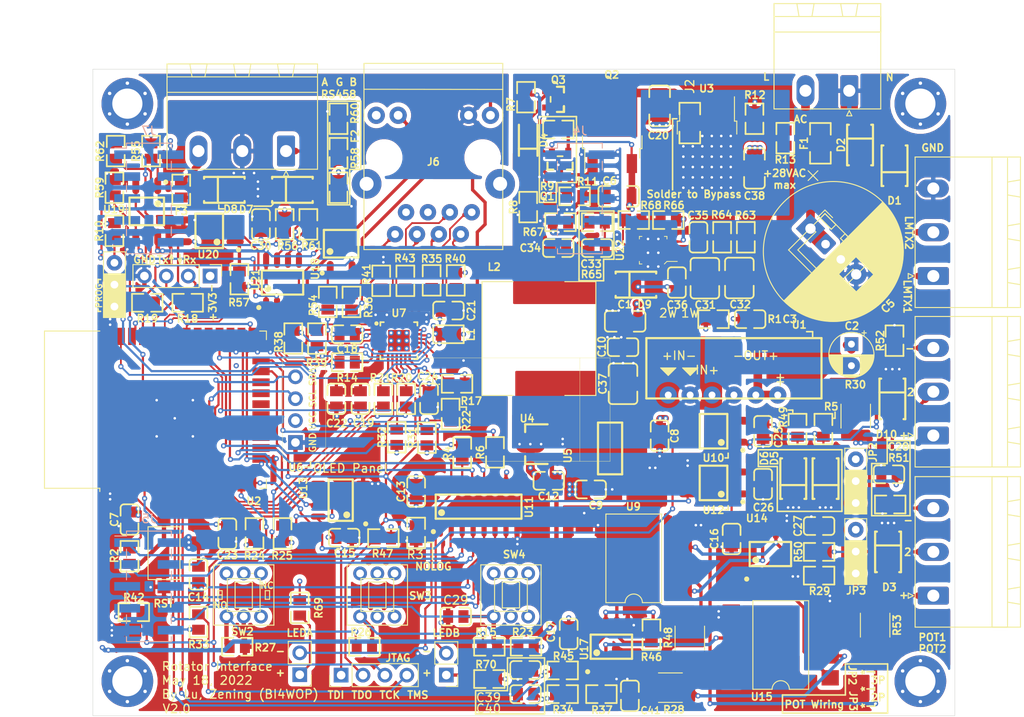
<source format=kicad_pcb>
(kicad_pcb (version 20171130) (host pcbnew "(5.1.10)-1")
  (layers (0 F.Cu signal) (1 In1.Cu signal) (2 In2.Cu signal) (31 B.Cu signal) (34 B.Paste user) (35 F.Paste user) (36 B.SilkS user) (37 F.SilkS user) (38 B.Mask user) (39 F.Mask user) (44 Edge.Cuts user))
  (net 0 "")
  (net 1 GNDPWR)
  (net 2 "Net-(C4-Pad1)")
  (net 3 +5VD)
  (net 4 +3V3)
  (net 5 VAC)
  (net 6 "Net-(D4-Pad1)")
  (net 7 "Net-(J9-Pad1)")
  (net 8 /SCL)
  (net 9 "Net-(JP1-Pad1)")
  (net 10 "Net-(JP3-Pad1)")
  (net 11 "Net-(R4-Pad2)")
  (net 12 "Net-(R6-Pad2)")
  (net 13 "Net-(R15-Pad1)")
  (net 14 "Net-(R21-Pad1)")
  (net 15 "Net-(R22-Pad1)")
  (net 16 /SDA)
  (net 17 "Net-(R28-Pad1)")
  (net 18 "Net-(R34-Pad1)")
  (net 19 "Net-(U11-Pad9)")
  (net 20 "Net-(U15-Pad7)")
  (net 21 "Net-(U15-Pad8)")
  (net 22 "Net-(R46-Pad2)")
  (net 23 "Net-(U14-Pad1)")
  (net 24 "Net-(R29-Pad1)")
  (net 25 +12V)
  (net 26 GND)
  (net 27 "Net-(C19-Pad1)")
  (net 28 "Net-(C25-Pad1)")
  (net 29 "Net-(C26-Pad1)")
  (net 30 "Net-(C27-Pad1)")
  (net 31 "Net-(C28-Pad1)")
  (net 32 /+24V)
  (net 33 "Net-(C33-Pad1)")
  (net 34 "Net-(C34-Pad1)")
  (net 35 "Net-(C35-Pad1)")
  (net 36 "Net-(C36-Pad2)")
  (net 37 "Net-(C36-Pad1)")
  (net 38 "Net-(D4-Pad2)")
  (net 39 "Net-(D7-Pad1)")
  (net 40 "Net-(D8-Pad2)")
  (net 41 /RS485/B485)
  (net 42 /RS485/A485)
  (net 43 "Net-(J5-Pad10)")
  (net 44 /RELOUT6)
  (net 45 "Net-(J5-Pad7)")
  (net 46 /RELOUT4)
  (net 47 /RELOUT5)
  (net 48 /RELOUT2)
  (net 49 /RELOUT3)
  (net 50 /RELOUT1)
  (net 51 "Net-(J6-Pad11)")
  (net 52 "Net-(J6-Pad8)")
  (net 53 "Net-(J7-Pad10)")
  (net 54 "Net-(J7-Pad8)")
  (net 55 "Net-(J7-Pad7)")
  (net 56 "Net-(J7-Pad6)")
  (net 57 "Net-(J7-Pad5)")
  (net 58 "Net-(J7-Pad4)")
  (net 59 "Net-(J7-Pad3)")
  (net 60 /ISense1)
  (net 61 /PROG_RXD)
  (net 62 /PROG_TXD)
  (net 63 "Net-(J9-Pad3)")
  (net 64 "Net-(J10-Pad2)")
  (net 65 "Net-(J10-Pad1)")
  (net 66 "Net-(J11-Pad3)")
  (net 67 "Net-(J11-Pad1)")
  (net 68 "Net-(JP2-Pad1)")
  (net 69 "Net-(Q1-Pad1)")
  (net 70 "Net-(Q1-Pad3)")
  (net 71 "Net-(Q3-Pad3)")
  (net 72 "Net-(R2-Pad2)")
  (net 73 /SER)
  (net 74 /SRCLK)
  (net 75 "Net-(R12-Pad1)")
  (net 76 /EMAC_CLK_OUT_180)
  (net 77 /RMII_TX_CLK)
  (net 78 /485TXD)
  (net 79 /485RXD)
  (net 80 /EMAC_RXD0)
  (net 81 "Net-(R20-Pad1)")
  (net 82 /EMAC_RXD1)
  (net 83 /EMAC_RX_DRV)
  (net 84 /ADC_Manual)
  (net 85 "Net-(R26-Pad1)")
  (net 86 /MDIO)
  (net 87 "Net-(R32-Pad1)")
  (net 88 /POT1)
  (net 89 "Net-(R36-Pad2)")
  (net 90 "Net-(R38-Pad2)")
  (net 91 "Net-(R39-Pad1)")
  (net 92 /POT2)
  (net 93 "Net-(R45-Pad1)")
  (net 94 "Net-(R50-Pad1)")
  (net 95 "Net-(R54-Pad2)")
  (net 96 "Net-(R55-Pad2)")
  (net 97 "Net-(R57-Pad1)")
  (net 98 "Net-(R58-Pad2)")
  (net 99 "Net-(R59-Pad1)")
  (net 100 "Net-(R63-Pad2)")
  (net 101 "Net-(R66-Pad1)")
  (net 102 "Net-(R67-Pad2)")
  (net 103 /MDC)
  (net 104 /EMAC_TXD1)
  (net 105 /EMAC_TX_EN)
  (net 106 "Net-(U2-Pad32)")
  (net 107 /EMAC_TXD0)
  (net 108 /OE)
  (net 109 /RCLK)
  (net 110 "Net-(U2-Pad22)")
  (net 111 "Net-(U2-Pad21)")
  (net 112 "Net-(U2-Pad20)")
  (net 113 "Net-(U2-Pad19)")
  (net 114 "Net-(U2-Pad18)")
  (net 115 "Net-(U2-Pad17)")
  (net 116 "Net-(U7-Pad14)")
  (net 117 "Net-(U7-Pad4)")
  (net 118 "Net-(U9-Pad8)")
  (net 119 "Net-(U9-Pad7)")
  (net 120 "Net-(R48-Pad1)")
  (net 121 "Net-(U14-Pad7)")
  (net 122 "Net-(U20-Pad2)")
  (net 123 "Net-(U22-Pad6)")
  (net 124 "Net-(SC1-Pad1)")
  (net 125 "Net-(SC2-Pad1)")
  (net 126 "Net-(SC3-Pad1)")
  (net 127 "Net-(SC4-Pad1)")
  (net 128 "Net-(C20-Pad1)")
  (net 129 "Net-(R16-Pad1)")
  (net 130 /RXP)
  (net 131 /TXP)
  (net 132 /RXN)
  (net 133 /TXN)
  (net 134 /PHY_VDDA)
  (net 135 "Net-(D11-Pad1)")
  (net 136 /LEDBX)
  (net 137 "Net-(D12-Pad1)")
  (net 138 /LEDAX_485RW)
  (net 139 /SPWM2_TMS)
  (net 140 /SPWM1_TCK)
  (net 141 /BOOT_WP)
  (net 142 /LMTX1_TDI)
  (net 143 "Net-(D1-Pad1)")
  (net 144 "Net-(C41-Pad2)")
  (net 145 "Net-(J6-Pad9)")
  (net 146 /LMTX2_TDO_PHYRST)
  (net 147 +5VISO)
  (net 148 "Net-(R17-Pad1)")
  (module MyPCBLib:B0505-2W (layer F.Cu) (at 86.75 51.2)
    (fp_text reference U1 (at 15.2 -1.55) (layer F.SilkS) (effects (font (size 0.85 0.85) (thickness 0.18))))
    (fp_text value B1205-1W)
    (fp_text user +IN- (at 1.27 2.032) (layer F.SilkS))
    (fp_text user + (at 13 4.5) (layer F.SilkS))
    (fp_text user + (at 13 5) (layer F.SilkS))
    (fp_text user -IN+ (at 3.9 3.7) (layer F.SilkS))
    (fp_text user -OUT+ (at 10.16 2.032) (layer F.SilkS))
    (fp_text user 2W (at 0 -2.9) (layer F.SilkS))
    (fp_text user 1W (at 2.55 -2.9) (layer F.SilkS))
    (pad 1 thru_hole circle (at 0 6.6) (size 2 2) (drill 0.8) (layers *.Cu *.Mask) (net 25 +12V))
    (pad 2 thru_hole circle (at 2.54 6.6) (size 2 2) (drill 0.8) (layers *.Cu *.Mask) (net 1 GNDPWR))
    (pad 3 thru_hole circle (at 7.62 6.6) (size 2 2) (drill 0.8) (layers *.Cu *.Mask) (net 26 GND))
    (pad 4 thru_hole circle (at 12.7 6.6) (size 2 2) (drill 0.8) (layers *.Cu *.Mask) (net 147 +5VISO))
    (pad 1 thru_hole circle (at 5.08 6.6) (size 2 2) (drill 0.8) (layers *.Cu *.Mask) (net 25 +12V))
    (pad 4 thru_hole circle (at 10.16 6.6) (size 2 2) (drill 0.8) (layers *.Cu *.Mask) (net 147 +5VISO))
  )
  (module MyPCBLib:HR913550A (layer F.Cu) (at 59.5 30.25)
    (fp_text reference J6 (at 0 0.5) (layer F.SilkS) (effects (font (size 0.85 0.85) (thickness 0.18))))
    (fp_text value HR913550A)
    (pad 12 thru_hole circle (at -6.625 -4.9) (size 2 2) (drill 1.02) (layers *.Cu *.Mask) (net 4 +3V3))
    (pad 11 thru_hole circle (at -4.085 -4.9) (size 2 2) (drill 1.02) (layers *.Cu *.Mask) (net 51 "Net-(J6-Pad11)"))
    (pad 10 thru_hole circle (at 4.085 -4.9) (size 2 2) (drill 1.02) (layers *.Cu *.Mask) (net 26 GND))
    (pad 9 thru_hole circle (at 6.625 -4.9) (size 2 2) (drill 1.02) (layers *.Cu *.Mask) (net 145 "Net-(J6-Pad9)"))
    (pad 0 thru_hole circle (at -7.745 3.05) (size 3.45 3.45) (drill 1.63) (layers *.Cu *.Mask))
    (pad 0 thru_hole circle (at 7.745 3.05) (size 3.45 3.45) (drill 1.63) (layers *.Cu *.Mask))
    (pad 7 thru_hole circle (at -3.17 6.35) (size 1.9 1.9) (drill 0.89) (layers *.Cu *.Mask))
    (pad 5 thru_hole circle (at -0.63 6.35) (size 1.9 1.9) (drill 0.89) (layers *.Cu *.Mask) (net 4 +3V3))
    (pad 3 thru_hole circle (at 1.91 6.35) (size 1.9 1.9) (drill 0.89) (layers *.Cu *.Mask) (net 130 /RXP))
    (pad 1 thru_hole circle (at 4.45 6.35) (size 1.9 1.9) (drill 0.89) (layers *.Cu *.Mask) (net 131 /TXP))
    (pad 8 thru_hole circle (at -4.44 8.89) (size 1.9 1.9) (drill 0.89) (layers *.Cu *.Mask) (net 52 "Net-(J6-Pad8)"))
    (pad 6 thru_hole circle (at -1.9 8.89) (size 1.9 1.9) (drill 0.89) (layers *.Cu *.Mask) (net 132 /RXN))
    (pad 2 thru_hole circle (at 3.18 8.89) (size 1.9 1.9) (drill 0.89) (layers *.Cu *.Mask) (net 133 /TXN))
    (pad 4 thru_hole circle (at 0.64 8.89) (size 1.9 1.9) (drill 0.89) (layers *.Cu *.Mask) (net 4 +3V3))
    (pad "" np_thru_hole circle (at 5.715 0) (size 3.25 3.25) (drill 3.25) (layers *.Cu *.Mask))
    (pad "" np_thru_hole circle (at -5.715 0) (size 3.25 3.25) (drill 3.25) (layers *.Cu *.Mask))
  )
  (module lc_lib:0805_C (layer F.Cu) (at 82.3 92.7 270)
    (fp_text reference C41 (at 1.7 -2.4 180) (layer F.SilkS) (effects (font (size 0.8 0.8))))
    (fp_text value 104)
    (pad 2 smd rect (at 0.89 0 270) (size 1.16 1.47) (layers F.Cu F.Paste F.Mask) (net 144 "Net-(C41-Pad2)"))
    (pad 1 smd rect (at -0.89 0 270) (size 1.16 1.47) (layers F.Cu F.Paste F.Mask) (net 26 GND))
  )
  (module MyPCBLib:K8-7071 (layer F.Cu) (at 37.5 81)
    (fp_text reference SW2 (at -0.15 4.25) (layer F.SilkS) (effects (font (size 0.85 0.85) (thickness 0.18))))
    (fp_text value CW)
    (fp_text user NC (at 2.7 -1.1) (layer F.SilkS) (effects (font (size 0.75 0.75))))
    (fp_text user NO (at -2.7 1.2) (layer F.SilkS) (effects (font (size 0.75 0.75))))
    (pad 4 thru_hole circle (at -2 -2.5) (size 1.6 1.6) (drill 0.9) (layers *.Cu *.Mask))
    (pad 5 thru_hole circle (at 0 -2.5) (size 1.6 1.6) (drill 0.9) (layers *.Cu *.Mask))
    (pad 6 thru_hole circle (at 2 -2.5) (size 1.6 1.6) (drill 0.9) (layers *.Cu *.Mask))
    (pad 1 thru_hole circle (at -2 2.5) (size 1.6 1.6) (drill 0.9) (layers *.Cu *.Mask) (net 85 "Net-(R26-Pad1)"))
    (pad 2 thru_hole circle (at 0 2.5) (size 1.6 1.6) (drill 0.9) (layers *.Cu *.Mask) (net 26 GND))
    (pad 3 thru_hole circle (at 2 2.5) (size 1.6 1.6) (drill 0.9) (layers *.Cu *.Mask))
  )
  (module lc_lib:QFN-24_4X4X05P (layer F.Cu) (at 55.5 51.5 270)
    (fp_text reference U7 (at -3.2 0 180) (layer F.SilkS) (effects (font (size 0.85 0.85) (thickness 0.18))))
    (fp_text value LAN8720A)
    (pad 24 smd oval (at -2 1.25) (size 0.28 0.9) (layers F.Cu F.Paste F.Mask) (net 91 "Net-(R39-Pad1)"))
    (pad 23 smd oval (at -2 0.75) (size 0.28 0.9) (layers F.Cu F.Paste F.Mask) (net 130 /RXP))
    (pad 22 smd oval (at -2 0.25) (size 0.28 0.9) (layers F.Cu F.Paste F.Mask) (net 132 /RXN))
    (pad 21 smd oval (at -2 -0.25) (size 0.28 0.9) (layers F.Cu F.Paste F.Mask) (net 131 /TXP))
    (pad 20 smd oval (at -2 -0.75) (size 0.28 0.9) (layers F.Cu F.Paste F.Mask) (net 133 /TXN))
    (pad 19 smd oval (at -2 -1.25) (size 0.28 0.9) (layers F.Cu F.Paste F.Mask) (net 134 /PHY_VDDA))
    (pad 18 smd oval (at -1.25 -2 90) (size 0.28 0.9) (layers F.Cu F.Paste F.Mask) (net 104 /EMAC_TXD1))
    (pad 17 smd oval (at -0.75 -2 90) (size 0.28 0.9) (layers F.Cu F.Paste F.Mask) (net 107 /EMAC_TXD0))
    (pad 16 smd oval (at -0.25 -2 90) (size 0.28 0.9) (layers F.Cu F.Paste F.Mask) (net 105 /EMAC_TX_EN))
    (pad 15 smd oval (at 0.25 -2 90) (size 0.28 0.9) (layers F.Cu F.Paste F.Mask) (net 148 "Net-(R17-Pad1)"))
    (pad 14 smd oval (at 0.75 -2 90) (size 0.28 0.9) (layers F.Cu F.Paste F.Mask) (net 116 "Net-(U7-Pad14)"))
    (pad 13 smd oval (at 1.25 -2 90) (size 0.28 0.9) (layers F.Cu F.Paste F.Mask) (net 103 /MDC))
    (pad 12 smd oval (at 2 -1.25) (size 0.28 0.9) (layers F.Cu F.Paste F.Mask) (net 86 /MDIO))
    (pad 11 smd oval (at 2 -0.75) (size 0.28 0.9) (layers F.Cu F.Paste F.Mask) (net 15 "Net-(R22-Pad1)"))
    (pad 10 smd oval (at 2 -0.25) (size 0.28 0.9) (layers F.Cu F.Paste F.Mask) (net 87 "Net-(R32-Pad1)"))
    (pad 9 smd oval (at 2 0.25) (size 0.28 0.9) (layers F.Cu F.Paste F.Mask) (net 4 +3V3))
    (pad 8 smd oval (at 2 0.75) (size 0.28 0.9) (layers F.Cu F.Paste F.Mask) (net 81 "Net-(R20-Pad1)"))
    (pad 7 smd oval (at 2 1.25) (size 0.28 0.9) (layers F.Cu F.Paste F.Mask) (net 14 "Net-(R21-Pad1)"))
    (pad 6 smd oval (at 1.25 2 90) (size 0.28 0.9) (layers F.Cu F.Paste F.Mask) (net 27 "Net-(C19-Pad1)"))
    (pad 5 smd oval (at 0.75 2 90) (size 0.28 0.9) (layers F.Cu F.Paste F.Mask) (net 77 /RMII_TX_CLK))
    (pad 4 smd oval (at 0.25 2 90) (size 0.28 0.9) (layers F.Cu F.Paste F.Mask) (net 117 "Net-(U7-Pad4)"))
    (pad 3 smd oval (at -0.25 2 90) (size 0.28 0.9) (layers F.Cu F.Paste F.Mask) (net 89 "Net-(R36-Pad2)"))
    (pad 2 smd oval (at -0.75 2 90) (size 0.28 0.9) (layers F.Cu F.Paste F.Mask) (net 90 "Net-(R38-Pad2)"))
    (pad 1 smd oval (at -1.25 2 90) (size 0.28 0.9) (layers F.Cu F.Paste F.Mask) (net 134 /PHY_VDDA))
    (pad 0 smd rect (at 0 0) (size 2.5 2.5) (layers F.Cu F.Paste F.Mask))
  )
  (module lc_lib:0805_C (layer F.Cu) (at 70.2 92.5 180)
    (fp_text reference C40 (at 4.3 -1.684276) (layer F.SilkS))
    (fp_text value 104)
    (pad 2 smd rect (at 0.89 0 180) (size 1.16 1.47) (layers F.Cu F.Paste F.Mask) (net 26 GND))
    (pad 1 smd rect (at -0.89 0 180) (size 1.16 1.47) (layers F.Cu F.Paste F.Mask) (net 88 /POT1))
  )
  (module lc_lib:0805_C (layer F.Cu) (at 70.19 89.7 180)
    (fp_text reference C39 (at 4.29 -3.2) (layer F.SilkS))
    (fp_text value 104)
    (pad 2 smd rect (at 0.89 0 180) (size 1.16 1.47) (layers F.Cu F.Paste F.Mask) (net 26 GND))
    (pad 1 smd rect (at -0.89 0 180) (size 1.16 1.47) (layers F.Cu F.Paste F.Mask) (net 92 /POT2))
  )
  (module lc_lib:0805_C (layer F.Cu) (at 62.1 83.5 180)
    (fp_text reference C29 (at 0 1.9) (layer F.SilkS))
    (fp_text value 104)
    (pad 2 smd rect (at 0.89 0 180) (size 1.16 1.47) (layers F.Cu F.Paste F.Mask) (net 26 GND))
    (pad 1 smd rect (at -0.89 0 180) (size 1.16 1.47) (layers F.Cu F.Paste F.Mask) (net 84 /ADC_Manual))
  )
  (module lc_lib:0805_R (layer F.Cu) (at 57.5 73.8 270)
    (fp_text reference R3 (at 2.5 0.1 180) (layer F.SilkS))
    (fp_text value 100K)
    (pad 2 smd rect (at 0.89 0 270) (size 1.16 1.47) (layers F.Cu F.Paste F.Mask) (net 26 GND))
    (pad 1 smd rect (at -0.89 0 270) (size 1.16 1.47) (layers F.Cu F.Paste F.Mask) (net 146 /LMTX2_TDO_PHYRST))
  )
  (module Connector_PinHeader_2.54mm:PinHeader_1x04_P2.54mm_Vertical (layer F.Cu) (at 48.8 90.3 90)
    (fp_text reference J3 hide)
    (fp_text value JTAG)
    (pad 4 thru_hole oval (at 0 7.62 90) (size 1.7 1.7) (drill 1) (layers *.Cu *.Mask) (net 139 /SPWM2_TMS))
    (pad 3 thru_hole oval (at 0 5.08 90) (size 1.7 1.7) (drill 1) (layers *.Cu *.Mask) (net 140 /SPWM1_TCK))
    (pad 2 thru_hole oval (at 0 2.54 90) (size 1.7 1.7) (drill 1) (layers *.Cu *.Mask) (net 146 /LMTX2_TDO_PHYRST))
    (pad 1 thru_hole rect (at 0 0 90) (size 1.7 1.7) (drill 1) (layers *.Cu *.Mask) (net 142 /LMTX1_TDI))
  )
  (module Connector_JST:JST_XH_B2B-XH-A_1x02_P2.50mm_Vertical (layer F.Cu) (at 105 40.3 315)
    (fp_text reference C4 hide)
    (fp_text value "1000uF 63V")
    (pad 2 thru_hole oval (at 2.5 0 315) (size 1.7 2) (drill 1) (layers *.Cu *.Mask) (net 1 GNDPWR))
    (pad 1 thru_hole roundrect (at 0 0 315) (size 1.7 2) (drill 1) (layers *.Cu *.Mask) (roundrect_rratio 0.1470588235294118) (net 2 "Net-(C4-Pad1)"))
  )
  (module lc_lib:1206_R (layer F.Cu) (at 89.25 26.25 270)
    (fp_text reference J2 (at -4.25 0 90) (layer F.SilkS))
    (fp_text value 0)
    (pad 2 smd rect (at 1.49 0 270) (size 1.13 1.8) (layers F.Cu F.Paste F.Mask) (net 32 /+24V))
    (pad 1 smd rect (at -1.49 0 270) (size 1.13 1.8) (layers F.Cu F.Paste F.Mask) (net 128 "Net-(C20-Pad1)"))
  )
  (module lc_lib:0805_C (layer F.Cu) (at 35.6 73.89 270)
    (fp_text reference C23 (at 2.5 0 180) (layer F.SilkS) (effects (font (size 0.85 0.85) (thickness 0.18))))
    (fp_text value 104)
    (pad 2 smd rect (at 0.89 0 270) (size 1.16 1.47) (layers F.Cu F.Paste F.Mask) (net 26 GND))
    (pad 1 smd rect (at -0.89 0 270) (size 1.16 1.47) (layers F.Cu F.Paste F.Mask) (net 60 /ISense1))
  )
  (module lc_lib:0805_C (layer F.Cu) (at 74 40.75 180)
    (fp_text reference C34 (at 3.25 0) (layer F.SilkS) (effects (font (size 0.85 0.85) (thickness 0.18))))
    (fp_text value 3.9nF)
    (pad 2 smd rect (at 0.89 0 180) (size 1.16 1.47) (layers F.Cu F.Paste F.Mask) (net 1 GNDPWR))
    (pad 1 smd rect (at -0.89 0 180) (size 1.16 1.47) (layers F.Cu F.Paste F.Mask) (net 34 "Net-(C34-Pad1)"))
  )
  (module lc_lib:0201 (layer F.Cu) (at 89.535 42.39)
    (fp_text reference R16 hide)
    (fp_text value 0)
    (pad 2 smd rect (at 0.285 0) (size 0.36 0.4) (layers F.Cu F.Paste F.Mask) (net 32 /+24V))
    (pad 1 smd rect (at -0.285 0) (size 0.36 0.4) (layers F.Cu F.Paste F.Mask) (net 129 "Net-(R16-Pad1)"))
  )
  (module lc_lib:0805_R (layer F.Cu) (at 66 90.75)
    (fp_text reference R70 (at -0.393619 -1.684276) (layer F.SilkS) (effects (font (size 0.85 0.85) (thickness 0.18))))
    (fp_text value 200)
    (pad 2 smd rect (at 0.89 0) (size 1.16 1.47) (layers F.Cu F.Paste F.Mask) (net 4 +3V3))
    (pad 1 smd rect (at -0.89 0) (size 1.16 1.47) (layers F.Cu F.Paste F.Mask) (net 137 "Net-(D12-Pad1)"))
  )
  (module lc_lib:0805_R (layer F.Cu) (at 44 82.49 90)
    (fp_text reference R69 (at -0.01 2.2 90) (layer F.SilkS) (effects (font (size 0.85 0.85) (thickness 0.18))))
    (fp_text value 200)
    (pad 2 smd rect (at 0.89 0 90) (size 1.16 1.47) (layers F.Cu F.Paste F.Mask) (net 4 +3V3))
    (pad 1 smd rect (at -0.89 0 90) (size 1.16 1.47) (layers F.Cu F.Paste F.Mask) (net 135 "Net-(D11-Pad1)"))
  )
  (module Connector_PinHeader_2.54mm:PinHeader_1x02_P2.54mm_Vertical (layer F.Cu) (at 61 90.29 180)
    (fp_text reference D12 hide)
    (fp_text value LED_12)
    (pad 2 thru_hole oval (at 0 2.54 180) (size 1.7 1.7) (drill 1) (layers *.Cu *.Mask) (net 136 /LEDBX))
    (pad 1 thru_hole rect (at 0 0 180) (size 1.7 1.7) (drill 1) (layers *.Cu *.Mask) (net 137 "Net-(D12-Pad1)"))
  )
  (module Connector_PinHeader_2.54mm:PinHeader_1x02_P2.54mm_Vertical (layer F.Cu) (at 44 90.25 180)
    (fp_text reference D11 hide)
    (fp_text value LED_12)
    (pad 2 thru_hole oval (at 0 2.54 180) (size 1.7 1.7) (drill 1) (layers *.Cu *.Mask) (net 138 /LEDAX_485RW))
    (pad 1 thru_hole rect (at 0 0 180) (size 1.7 1.7) (drill 1) (layers *.Cu *.Mask) (net 135 "Net-(D11-Pad1)"))
  )
  (module lc_lib:0805_R (layer F.Cu) (at 42 73.85 270)
    (fp_text reference R25 (at 2.6 0.05 180) (layer F.SilkS) (effects (font (size 0.85 0.85) (thickness 0.18))))
    (fp_text value 4.7K)
    (pad 1 smd rect (at -0.89 0 270) (size 1.16 1.47) (layers F.Cu F.Paste F.Mask) (net 16 /SDA))
    (pad 2 smd rect (at 0.89 0 270) (size 1.16 1.47) (layers F.Cu F.Paste F.Mask) (net 4 +3V3))
  )
  (module lc_lib:0805_C (layer F.Cu) (at 59 58.25 270)
    (fp_text reference C24 (at -2.6 0.15 180) (layer F.SilkS) (effects (font (size 0.85 0.85) (thickness 0.18))))
    (fp_text value 103)
    (pad 2 smd rect (at 0.89 0 270) (size 1.16 1.47) (layers F.Cu F.Paste F.Mask) (net 26 GND))
    (pad 1 smd rect (at -0.89 0 270) (size 1.16 1.47) (layers F.Cu F.Paste F.Mask) (net 4 +3V3))
  )
  (module MyPCBLib:L_12.6mm_13.5mm (layer F.Cu) (at 71.75 51.25 270)
    (fp_text reference L2 (at -8.3 5.2) (layer F.SilkS) (effects (font (size 0.85 0.85) (thickness 0.18))))
    (fp_text value 100uH)
    (pad 1 smd rect (at -6 0 270) (size 3.9 5.4) (layers F.Cu F.Paste F.Mask) (net 37 "Net-(C36-Pad1)"))
    (pad 2 smd rect (at 6 0 270) (size 3.9 5.4) (layers F.Cu F.Paste F.Mask) (net 25 +12V))
  )
  (module lc_lib:0201 (layer F.Cu) (at 53.75 41 270)
    (fp_text reference R44 hide)
    (fp_text value 0)
    (pad 2 smd rect (at 0.285 0 270) (size 0.36 0.4) (layers F.Cu F.Paste F.Mask) (net 1 GNDPWR))
    (pad 1 smd rect (at -0.285 0 270) (size 0.36 0.4) (layers F.Cu F.Paste F.Mask) (net 52 "Net-(J6-Pad8)"))
  )
  (module lc_lib:0805_R (layer F.Cu) (at 30.25 34 270)
    (fp_text reference F3 (at 2.475 0 180) (layer F.SilkS) (effects (font (size 0.85 0.85) (thickness 0.18))))
    (fp_text value 6.8V0.1A)
    (pad 2 smd rect (at 0.89 0 270) (size 1.16 1.47) (layers F.Cu F.Paste F.Mask) (net 40 "Net-(D8-Pad2)"))
    (pad 1 smd rect (at -0.89 0 270) (size 1.16 1.47) (layers F.Cu F.Paste F.Mask) (net 42 /RS485/A485))
  )
  (module lc_lib:0805_R (layer F.Cu) (at 48.5 29.75 270)
    (fp_text reference F2 (at -1.975 -1.925 90) (layer F.SilkS) (effects (font (size 0.85 0.85) (thickness 0.18))))
    (fp_text value 6.8V0.1A)
    (pad 2 smd rect (at 0.89 0 270) (size 1.16 1.47) (layers F.Cu F.Paste F.Mask) (net 39 "Net-(D7-Pad1)"))
    (pad 1 smd rect (at -0.89 0 270) (size 1.16 1.47) (layers F.Cu F.Paste F.Mask) (net 41 /RS485/B485))
  )
  (module Connector_PinHeader_2.54mm:PinHeader_1x04_P2.54mm_Vertical (layer F.Cu) (at 33.6 44 270)
    (fp_text reference J8 hide)
    (fp_text value UART)
    (pad 4 thru_hole oval (at 0 7.62 270) (size 1.7 1.7) (drill 1) (layers *.Cu *.Mask) (net 26 GND))
    (pad 3 thru_hole oval (at 0 5.08 270) (size 1.7 1.7) (drill 1) (layers *.Cu *.Mask) (net 62 /PROG_TXD))
    (pad 2 thru_hole oval (at 0 2.54 270) (size 1.7 1.7) (drill 1) (layers *.Cu *.Mask) (net 61 /PROG_RXD))
    (pad 1 thru_hole rect (at 0 0 270) (size 1.7 1.7) (drill 1) (layers *.Cu *.Mask) (net 4 +3V3))
  )
  (module "MyPCBLib:SMA(DO-214AC)_S1" (layer F.Cu) (at 112.75 58.25 270)
    (fp_text reference D10 (at 4.13 0.69 180) (layer F.SilkS) (effects (font (size 0.85 0.85) (thickness 0.18))))
    (fp_text value 16V)
    (pad 1 smd rect (at 2.1 0 180) (size 2 2) (layers F.Cu F.Paste F.Mask) (net 31 "Net-(C28-Pad1)"))
    (pad 2 smd rect (at -2.1 0 180) (size 2 2) (layers F.Cu F.Paste F.Mask) (net 1 GNDPWR))
  )
  (module "MyPCBLib:SMA(DO-214AC)_S1" (layer F.Cu) (at 112.25 76 270)
    (fp_text reference D3 (at 4.1 -0.15 180) (layer F.SilkS) (effects (font (size 0.85 0.85) (thickness 0.18))))
    (fp_text value 16V)
    (pad 1 smd rect (at 2.1 0 180) (size 2 2) (layers F.Cu F.Paste F.Mask) (net 30 "Net-(C27-Pad1)"))
    (pad 2 smd rect (at -2.1 0 180) (size 2 2) (layers F.Cu F.Paste F.Mask) (net 1 GNDPWR))
  )
  (module MyPCBLib:K8-7071 (layer F.Cu) (at 68.5 81)
    (fp_text reference SW4 (at 0.381 -4.699) (layer F.SilkS) (effects (font (size 0.85 0.85) (thickness 0.18))))
    (fp_text value SET)
    (pad 4 thru_hole circle (at -2 -2.5) (size 1.6 1.6) (drill 0.9) (layers *.Cu *.Mask))
    (pad 5 thru_hole circle (at 0 -2.5) (size 1.6 1.6) (drill 0.9) (layers *.Cu *.Mask))
    (pad 6 thru_hole circle (at 2 -2.5) (size 1.6 1.6) (drill 0.9) (layers *.Cu *.Mask))
    (pad 1 thru_hole circle (at -2 2.5) (size 1.6 1.6) (drill 0.9) (layers *.Cu *.Mask) (net 84 /ADC_Manual))
    (pad 2 thru_hole circle (at 0 2.5) (size 1.6 1.6) (drill 0.9) (layers *.Cu *.Mask) (net 26 GND))
    (pad 3 thru_hole circle (at 2 2.5) (size 1.6 1.6) (drill 0.9) (layers *.Cu *.Mask))
  )
  (module MyPCBLib:K8-7071 (layer F.Cu) (at 53 81)
    (fp_text reference SW3 (at 5 0.1) (layer F.SilkS) (effects (font (size 0.85 0.85) (thickness 0.18))))
    (fp_text value CCW)
    (pad 4 thru_hole circle (at -2 -2.5) (size 1.6 1.6) (drill 0.9) (layers *.Cu *.Mask))
    (pad 5 thru_hole circle (at 0 -2.5) (size 1.6 1.6) (drill 0.9) (layers *.Cu *.Mask))
    (pad 6 thru_hole circle (at 2 -2.5) (size 1.6 1.6) (drill 0.9) (layers *.Cu *.Mask))
    (pad 1 thru_hole circle (at -2 2.5) (size 1.6 1.6) (drill 0.9) (layers *.Cu *.Mask) (net 13 "Net-(R15-Pad1)"))
    (pad 2 thru_hole circle (at 0 2.5) (size 1.6 1.6) (drill 0.9) (layers *.Cu *.Mask) (net 26 GND))
    (pad 3 thru_hole circle (at 2 2.5) (size 1.6 1.6) (drill 0.9) (layers *.Cu *.Mask))
  )
  (module MyPCBLib:SW_SPST_TS_1101 (layer F.Cu) (at 28.25 76.15 90)
    (fp_text reference SW1 hide)
    (fp_text value SW_SPST)
    (pad 1 smd rect (at -3.9 0 90) (size 1.5 1.5) (layers F.Cu F.Paste F.Mask) (net 26 GND))
    (pad 2 smd rect (at 3.9 0 90) (size 1.5 1.5) (layers F.Cu F.Paste F.Mask) (net 72 "Net-(R2-Pad2)"))
  )
  (module lc_lib:0805_R (layer F.Cu) (at 66 87)
    (fp_text reference R15 (at -0.393619 -1.684276) (layer F.SilkS) (effects (font (size 0.85 0.85) (thickness 0.18))))
    (fp_text value 4.7K)
    (pad 2 smd rect (at 0.89 0) (size 1.16 1.47) (layers F.Cu F.Paste F.Mask) (net 84 /ADC_Manual))
    (pad 1 smd rect (at -0.89 0) (size 1.16 1.47) (layers F.Cu F.Paste F.Mask) (net 13 "Net-(R15-Pad1)"))
  )
  (module Resistor_SMD:R_1812_4532Metric_Pad1.30x3.40mm_HandSolder (layer F.Cu) (at 110.75 84.5 270)
    (fp_text reference R53 (at 0 -2.55 270) (layer F.SilkS) (effects (font (size 0.85 0.85) (thickness 0.18))))
    (fp_text value 1K1/2)
    (pad 2 smd roundrect (at 2.225 0 270) (size 1.3 3.4) (layers F.Cu F.Paste F.Mask) (roundrect_rratio 0.1923069230769231) (net 25 +12V))
    (pad 1 smd roundrect (at -2.225 0 270) (size 1.3 3.4) (layers F.Cu F.Paste F.Mask) (roundrect_rratio 0.1923069230769231) (net 67 "Net-(J11-Pad1)"))
  )
  (module Resistor_SMD:R_1812_4532Metric_Pad1.30x3.40mm_HandSolder (layer F.Cu) (at 108.5 60.25 90)
    (fp_text reference R30 (at 3.65 -0.05 180) (layer F.SilkS) (effects (font (size 0.85 0.85) (thickness 0.18))))
    (fp_text value "1K 1/2")
    (pad 2 smd roundrect (at 2.225 0 90) (size 1.3 3.4) (layers F.Cu F.Paste F.Mask) (roundrect_rratio 0.1923069230769231) (net 25 +12V))
    (pad 1 smd roundrect (at -2.225 0 90) (size 1.3 3.4) (layers F.Cu F.Paste F.Mask) (roundrect_rratio 0.1923069230769231) (net 7 "Net-(J9-Pad1)"))
  )
  (module Connector_Phoenix_MSTB:PhoenixContact_MSTBA_2,5_3-G-5,08_1x03_P5.08mm_Horizontal (layer F.Cu) (at 117.5 62.5 90)
    (fp_text reference J9 hide)
    (fp_text value POT)
    (pad 3 thru_hole oval (at 10.16 0 90) (size 2.08 3.6) (drill 1.4) (layers *.Cu *.Mask) (net 63 "Net-(J9-Pad3)"))
    (pad 2 thru_hole oval (at 5.08 0 90) (size 2.08 3.6) (drill 1.4) (layers *.Cu *.Mask) (net 31 "Net-(C28-Pad1)"))
    (pad 1 thru_hole roundrect (at 0 0 90) (size 2.08 3.6) (drill 1.4) (layers *.Cu *.Mask) (roundrect_rratio 0.1201913461538461) (net 7 "Net-(J9-Pad1)"))
  )
  (module Connector_Phoenix_MSTB:PhoenixContact_MSTBA_2,5_3-G-5,08_1x03_P5.08mm_Horizontal (layer F.Cu) (at 42.41 29.5 180)
    (fp_text reference J12 hide)
    (fp_text value RS485)
    (pad 3 thru_hole oval (at 10.16 0 180) (size 2.08 3.6) (drill 1.4) (layers *.Cu *.Mask) (net 42 /RS485/A485))
    (pad 2 thru_hole oval (at 5.08 0 180) (size 2.08 3.6) (drill 1.4) (layers *.Cu *.Mask) (net 1 GNDPWR) (thermal_gap 0.254))
    (pad 1 thru_hole roundrect (at 0 0 180) (size 2.08 3.6) (drill 1.4) (layers *.Cu *.Mask) (roundrect_rratio 0.1201913461538461) (net 41 /RS485/B485))
  )
  (module Connector_Phoenix_MSTB:PhoenixContact_MSTBA_2,5_3-G-5,08_1x03_P5.08mm_Horizontal (layer F.Cu) (at 117.5 81.08 90)
    (fp_text reference J11 hide)
    (fp_text value POT)
    (pad 3 thru_hole oval (at 10.16 0 90) (size 2.08 3.6) (drill 1.4) (layers *.Cu *.Mask) (net 66 "Net-(J11-Pad3)"))
    (pad 2 thru_hole oval (at 5.08 0 90) (size 2.08 3.6) (drill 1.4) (layers *.Cu *.Mask) (net 30 "Net-(C27-Pad1)"))
    (pad 1 thru_hole roundrect (at 0 0 90) (size 2.08 3.6) (drill 1.4) (layers *.Cu *.Mask) (roundrect_rratio 0.1201913461538461) (net 67 "Net-(J11-Pad1)"))
  )
  (module Connector_Phoenix_MSTB:PhoenixContact_MSTBA_2,5_3-G-5,08_1x03_P5.08mm_Horizontal (layer F.Cu) (at 117.5 44 90)
    (fp_text reference J10 hide)
    (fp_text value LIMIT12)
    (pad 3 thru_hole oval (at 10.16 0 90) (size 2.08 3.6) (drill 1.4) (layers *.Cu *.Mask) (net 1 GNDPWR))
    (pad 2 thru_hole oval (at 5.08 0 90) (size 2.08 3.6) (drill 1.4) (layers *.Cu *.Mask) (net 64 "Net-(J10-Pad2)"))
    (pad 1 thru_hole roundrect (at 0 0 90) (size 2.08 3.6) (drill 1.4) (layers *.Cu *.Mask) (roundrect_rratio 0.1201913461538461) (net 65 "Net-(J10-Pad1)"))
  )
  (module Connector_Phoenix_MSTB:PhoenixContact_MSTBA_2,5_2-G-5,08_1x02_P5.08mm_Horizontal (layer F.Cu) (at 107.75 22.5 180)
    (fp_text reference J1 hide)
    (fp_text value 24VAC)
    (pad 2 thru_hole oval (at 5.08 0 180) (size 2.08 3.6) (drill 1.4) (layers *.Cu *.Mask) (net 5 VAC))
    (pad 1 thru_hole roundrect (at 0 0 180) (size 2.08 3.6) (drill 1.4) (layers *.Cu *.Mask) (roundrect_rratio 0.1201913461538461) (net 1 GNDPWR))
  )
  (module Package_TO_SOT_SMD:TO-252-2 (layer F.Cu) (at 91.25 28.5 270)
    (fp_text reference U3 (at -6.25 0.05 180) (layer F.SilkS) (effects (font (size 0.85 0.85) (thickness 0.18))))
    (fp_text value LM317_TO-220)
    (pad 2 smd rect (at 2.1 0 270) (size 6.4 5.8) (layers F.Cu F.Mask) (net 32 /+24V))
    (pad 3 smd rect (at -4.2 2.28 270) (size 2.2 1.2) (layers F.Cu F.Paste F.Mask) (net 128 "Net-(C20-Pad1)"))
    (pad 1 smd rect (at -4.2 -2.28 270) (size 2.2 1.2) (layers F.Cu F.Paste F.Mask) (net 75 "Net-(R12-Pad1)"))
  )
  (module Package_TO_SOT_SMD:TO-252-2 (layer F.Cu) (at 80.25 26.75 90)
    (fp_text reference Q2 (at 6.1 -0.05 180) (layer F.SilkS) (effects (font (size 0.85 0.85) (thickness 0.18))))
    (fp_text value TIP127)
    (pad 2 smd rect (at 2.1 0 90) (size 6.4 5.8) (layers F.Cu F.Mask) (net 128 "Net-(C20-Pad1)"))
    (pad 3 smd rect (at -4.2 2.28 90) (size 2.2 1.2) (layers F.Cu F.Paste F.Mask) (net 2 "Net-(C4-Pad1)"))
    (pad 1 smd rect (at -4.2 -2.28 90) (size 2.2 1.2) (layers F.Cu F.Paste F.Mask) (net 70 "Net-(Q1-Pad3)"))
  )
  (module lc_lib:1206_C (layer F.Cu) (at 96.75 31.5 90)
    (fp_text reference C38 (at -3.2 0 180) (layer F.SilkS) (effects (font (size 0.85 0.85) (thickness 0.18))))
    (fp_text value "1uF 50V")
    (pad 2 smd rect (at 1.49 0 90) (size 1.13 1.8) (layers F.Cu F.Paste F.Mask) (net 1 GNDPWR))
    (pad 1 smd rect (at -1.49 0 90) (size 1.13 1.8) (layers F.Cu F.Paste F.Mask) (net 32 /+24V) (thermal_gap 0.254))
  )
  (module lc_lib:1206_C (layer F.Cu) (at 85.75 24.25 270)
    (fp_text reference C20 (at 3.436 0.152 180) (layer F.SilkS) (effects (font (size 0.85 0.85) (thickness 0.18))))
    (fp_text value "1uF 50V")
    (pad 2 smd rect (at 1.49 0 270) (size 1.13 1.8) (layers F.Cu F.Paste F.Mask) (net 1 GNDPWR))
    (pad 1 smd rect (at -1.49 0 270) (size 1.13 1.8) (layers F.Cu F.Paste F.Mask) (net 128 "Net-(C20-Pad1)"))
  )
  (module lc_lib:SOIC-8_150MIL (layer F.Cu) (at 80.15 87)
    (fp_text reference U17 (at -3.15 0.3 90) (layer F.SilkS) (effects (font (size 0.85 0.85) (thickness 0.18))))
    (fp_text value LMV358)
    (pad 8 smd oval (at -1.905 -2.6 180) (size 0.7 1.8) (layers F.Cu F.Paste F.Mask) (net 4 +3V3))
    (pad 7 smd oval (at -0.635 -2.6 180) (size 0.7 1.8) (layers F.Cu F.Paste F.Mask) (net 93 "Net-(R45-Pad1)"))
    (pad 6 smd oval (at 0.635 -2.6 180) (size 0.7 1.8) (layers F.Cu F.Paste F.Mask) (net 22 "Net-(R46-Pad2)"))
    (pad 5 smd oval (at 1.905 -2.6 180) (size 0.7 1.8) (layers F.Cu F.Paste F.Mask) (net 26 GND))
    (pad 4 smd oval (at 1.905 2.6 180) (size 0.7 1.8) (layers F.Cu F.Paste F.Mask) (net 26 GND))
    (pad 3 smd oval (at 0.635 2.6 180) (size 0.7 1.8) (layers F.Cu F.Paste F.Mask) (net 26 GND))
    (pad 2 smd oval (at -0.635 2.6 180) (size 0.7 1.8) (layers F.Cu F.Paste F.Mask) (net 144 "Net-(C41-Pad2)"))
    (pad 1 smd oval (at -1.905 2.6 180) (size 0.7 1.8) (layers F.Cu F.Paste F.Mask) (net 18 "Net-(R34-Pad1)"))
  )
  (module lc_lib:SOIC-8_150MIL (layer F.Cu) (at 98.6 76.25)
    (fp_text reference U14 (at -1.573619 -4.150876) (layer F.SilkS) (effects (font (size 0.85 0.85) (thickness 0.18))))
    (fp_text value LM358)
    (pad 8 smd oval (at -1.905 -2.6 180) (size 0.7 1.8) (layers F.Cu F.Paste F.Mask) (net 25 +12V))
    (pad 7 smd oval (at -0.635 -2.6 180) (size 0.7 1.8) (layers F.Cu F.Paste F.Mask) (net 121 "Net-(U14-Pad7)"))
    (pad 6 smd oval (at 0.635 -2.6 180) (size 0.7 1.8) (layers F.Cu F.Paste F.Mask) (net 94 "Net-(R50-Pad1)"))
    (pad 5 smd oval (at 1.905 -2.6 180) (size 0.7 1.8) (layers F.Cu F.Paste F.Mask) (net 1 GNDPWR))
    (pad 4 smd oval (at 1.905 2.6 180) (size 0.7 1.8) (layers F.Cu F.Paste F.Mask) (net 1 GNDPWR))
    (pad 3 smd oval (at 0.635 2.6 180) (size 0.7 1.8) (layers F.Cu F.Paste F.Mask) (net 1 GNDPWR))
    (pad 2 smd oval (at -0.635 2.6 180) (size 0.7 1.8) (layers F.Cu F.Paste F.Mask) (net 24 "Net-(R29-Pad1)"))
    (pad 1 smd oval (at -1.905 2.6 180) (size 0.7 1.8) (layers F.Cu F.Paste F.Mask) (net 23 "Net-(U14-Pad1)"))
  )
  (module lc_lib:SOIC-8_150MIL (layer F.Cu) (at 48.75 70 90)
    (fp_text reference U13 (at 1.4 -4.33 90) (layer F.SilkS) (effects (font (size 0.85 0.85) (thickness 0.18))))
    (fp_text value AT24C64)
    (pad 8 smd oval (at -1.905 -2.6 270) (size 0.7 1.8) (layers F.Cu F.Paste F.Mask) (net 4 +3V3))
    (pad 7 smd oval (at -0.635 -2.6 270) (size 0.7 1.8) (layers F.Cu F.Paste F.Mask) (net 141 /BOOT_WP))
    (pad 6 smd oval (at 0.635 -2.6 270) (size 0.7 1.8) (layers F.Cu F.Paste F.Mask) (net 8 /SCL))
    (pad 5 smd oval (at 1.905 -2.6 270) (size 0.7 1.8) (layers F.Cu F.Paste F.Mask) (net 16 /SDA))
    (pad 4 smd oval (at 1.905 2.6 270) (size 0.7 1.8) (layers F.Cu F.Paste F.Mask) (net 26 GND))
    (pad 3 smd oval (at 0.635 2.6 270) (size 0.7 1.8) (layers F.Cu F.Paste F.Mask) (net 26 GND))
    (pad 2 smd oval (at -0.635 2.6 270) (size 0.7 1.8) (layers F.Cu F.Paste F.Mask) (net 26 GND))
    (pad 1 smd oval (at -1.905 2.6 270) (size 0.7 1.8) (layers F.Cu F.Paste F.Mask) (net 26 GND))
  )
  (module Resistor_SMD:R_1812_4532Metric_Pad1.30x3.40mm_HandSolder (layer F.Cu) (at 89.25 86 270)
    (fp_text reference R48 (at -0.05 2.5 90) (layer F.SilkS) (effects (font (size 0.85 0.85) (thickness 0.18))))
    (fp_text value "680 1/2")
    (pad 2 smd roundrect (at 2.225 0 270) (size 1.3 3.4) (layers F.Cu F.Paste F.Mask) (roundrect_rratio 0.1923069230769231) (net 25 +12V))
    (pad 1 smd roundrect (at -2.225 0 270) (size 1.3 3.4) (layers F.Cu F.Paste F.Mask) (roundrect_rratio 0.1923069230769231) (net 120 "Net-(R48-Pad1)"))
  )
  (module "lc_lib:SOT-23(SOT-23-3)" (layer F.Cu) (at 74 23.5 180)
    (fp_text reference Q3 (at 0 2.25) (layer F.SilkS) (effects (font (size 0.85 0.85) (thickness 0.18))))
    (fp_text value MMBT5551)
    (pad 3 smd rect (at -1.25 0 90) (size 0.7 1.25) (layers F.Cu F.Paste F.Mask) (net 71 "Net-(Q3-Pad3)"))
    (pad 2 smd rect (at 1.25 -0.95 90) (size 0.7 1.25) (layers F.Cu F.Paste F.Mask) (net 1 GNDPWR))
    (pad 1 smd rect (at 1.25 0.95 90) (size 0.7 1.25) (layers F.Cu F.Paste F.Mask) (net 6 "Net-(D4-Pad1)"))
  )
  (module "lc_lib:SOT-23(SOT-23-3)" (layer F.Cu) (at 74.2 31 90)
    (fp_text reference Q1 (at -3.75 -1.5 180) (layer F.SilkS) (effects (font (size 0.85 0.85) (thickness 0.18))))
    (fp_text value 8550)
    (pad 3 smd rect (at -1.25 0) (size 0.7 1.25) (layers F.Cu F.Paste F.Mask) (net 70 "Net-(Q1-Pad3)"))
    (pad 2 smd rect (at 1.25 -0.95) (size 0.7 1.25) (layers F.Cu F.Paste F.Mask) (net 2 "Net-(C4-Pad1)"))
    (pad 1 smd rect (at 1.25 0.95) (size 0.7 1.25) (layers F.Cu F.Paste F.Mask) (net 69 "Net-(Q1-Pad1)"))
  )
  (module MyPCBLib:LL-34 (layer F.Cu) (at 70.5 28.25 90)
    (fp_text reference D4 (at 0 1.8 270) (layer F.SilkS) (effects (font (size 0.85 0.85) (thickness 0.18))))
    (fp_text value 16V)
    (pad 1 smd rect (at 1.75 0 270) (size 0.9 1.5) (layers F.Cu F.Paste F.Mask) (net 6 "Net-(D4-Pad1)"))
    (pad 2 smd rect (at -1.75 0 270) (size 0.9 1.5) (layers F.Cu F.Paste F.Mask) (net 38 "Net-(D4-Pad2)"))
  )
  (module lc_lib:0805_C (layer F.Cu) (at 81.5 52.25 180)
    (fp_text reference C10 (at 2.45 0.05 90) (layer F.SilkS) (effects (font (size 0.85 0.85) (thickness 0.18))))
    (fp_text value 1uF)
    (pad 2 smd rect (at 0.89 0 180) (size 1.16 1.47) (layers F.Cu F.Paste F.Mask) (net 1 GNDPWR))
    (pad 1 smd rect (at -0.89 0 180) (size 1.16 1.47) (layers F.Cu F.Paste F.Mask) (net 25 +12V) (thermal_gap 0.254))
  )
  (module "lc_lib:SOT-89(SOT-89-3)" (layer F.Cu) (at 73.25 63.5)
    (fp_text reference U4 (at -2.875219 -2.976276) (layer F.SilkS) (effects (font (size 0.85 0.85) (thickness 0.18))))
    (fp_text value L78L05_SOT89)
    (pad 3 smd oval (at 0 -1.5 270) (size 0.7 1.9) (layers F.Cu F.Paste F.Mask) (net 25 +12V))
    (pad 2 smd oval (at -2.5 0 270) (size 2 3.5) (layers F.Cu F.Paste F.Mask) (net 1 GNDPWR))
    (pad 2 smd oval (at -0.1 0 270) (size 0.7 2.1) (layers F.Cu F.Paste F.Mask) (net 1 GNDPWR))
    (pad 1 smd oval (at 0 1.5 270) (size 0.7 1.9) (layers F.Cu F.Paste F.Mask) (net 3 +5VD))
  )
  (module Capacitor_THT:CP_Radial_D5.0mm_P2.50mm (layer F.Cu) (at 108 51.9 270)
    (fp_text reference C2 (at -2.1 -0.05 180) (layer F.SilkS) (effects (font (size 0.85 0.85) (thickness 0.18))))
    (fp_text value 100uF)
    (pad 2 thru_hole circle (at 2.5 0 270) (size 1.6 1.6) (drill 0.8) (layers *.Cu *.Mask) (net 26 GND))
    (pad 1 thru_hole rect (at 0 0 270) (size 1.6 1.6) (drill 0.8) (layers *.Cu *.Mask) (net 147 +5VISO))
  )
  (module lc_lib:SOIC-8_150MIL (layer F.Cu) (at 42 44.75)
    (fp_text reference U21 (at -3.125 -0.325 90) (layer F.SilkS) (effects (font (size 0.85 0.85) (thickness 0.18))))
    (fp_text value MAX485E)
    (pad 8 smd oval (at -1.905 -2.6 180) (size 0.7 1.8) (layers F.Cu F.Paste F.Mask) (net 3 +5VD))
    (pad 7 smd oval (at -0.635 -2.6 180) (size 0.7 1.8) (layers F.Cu F.Paste F.Mask) (net 39 "Net-(D7-Pad1)"))
    (pad 6 smd oval (at 0.635 -2.6 180) (size 0.7 1.8) (layers F.Cu F.Paste F.Mask) (net 40 "Net-(D8-Pad2)"))
    (pad 5 smd oval (at 1.905 -2.6 180) (size 0.7 1.8) (layers F.Cu F.Paste F.Mask) (net 1 GNDPWR))
    (pad 4 smd oval (at 1.905 2.6 180) (size 0.7 1.8) (layers F.Cu F.Paste F.Mask) (net 98 "Net-(R58-Pad2)"))
    (pad 3 smd oval (at 0.635 2.6 180) (size 0.7 1.8) (layers F.Cu F.Paste F.Mask) (net 99 "Net-(R59-Pad1)"))
    (pad 2 smd oval (at -0.635 2.6 180) (size 0.7 1.8) (layers F.Cu F.Paste F.Mask) (net 99 "Net-(R59-Pad1)"))
    (pad 1 smd oval (at -1.905 2.6 180) (size 0.7 1.8) (layers F.Cu F.Paste F.Mask) (net 122 "Net-(U20-Pad2)"))
  )
  (module MyPCBLib:M3_Screwhole (layer F.Cu) (at 116 91)
    (fp_text reference SC4 hide)
    (fp_text value Screw_Terminal_01x01 hide)
    (pad 1 thru_hole circle (at 2.05681 -1.1875 300) (size 0.8 0.8) (drill 0.4) (layers *.Cu *.Mask) (net 127 "Net-(SC4-Pad1)"))
    (pad 1 thru_hole circle (at 2.05681 1.1875 240) (size 0.8 0.8) (drill 0.4) (layers *.Cu *.Mask) (net 127 "Net-(SC4-Pad1)"))
    (pad 1 thru_hole circle (at 0 2.375 180) (size 0.8 0.8) (drill 0.4) (layers *.Cu *.Mask) (net 127 "Net-(SC4-Pad1)"))
    (pad 1 thru_hole circle (at -2.05681 1.1875 120) (size 0.8 0.8) (drill 0.4) (layers *.Cu *.Mask) (net 127 "Net-(SC4-Pad1)"))
    (pad 1 thru_hole circle (at -2.05681 -1.1875 60) (size 0.8 0.8) (drill 0.4) (layers *.Cu *.Mask) (net 127 "Net-(SC4-Pad1)"))
    (pad 1 thru_hole circle (at 0 -2.375) (size 0.8 0.8) (drill 0.4) (layers *.Cu *.Mask) (net 127 "Net-(SC4-Pad1)"))
    (pad 1 thru_hole circle (at 0 0) (size 6 6) (drill 3.5) (layers *.Cu *.Mask) (net 127 "Net-(SC4-Pad1)"))
  )
  (module MyPCBLib:M3_Screwhole (layer F.Cu) (at 24 91)
    (fp_text reference SC3 hide)
    (fp_text value Screw_Terminal_01x01 hide)
    (pad 1 thru_hole circle (at 2.05681 -1.1875 300) (size 0.8 0.8) (drill 0.4) (layers *.Cu *.Mask) (net 126 "Net-(SC3-Pad1)"))
    (pad 1 thru_hole circle (at 2.05681 1.1875 240) (size 0.8 0.8) (drill 0.4) (layers *.Cu *.Mask) (net 126 "Net-(SC3-Pad1)"))
    (pad 1 thru_hole circle (at 0 2.375 180) (size 0.8 0.8) (drill 0.4) (layers *.Cu *.Mask) (net 126 "Net-(SC3-Pad1)"))
    (pad 1 thru_hole circle (at -2.05681 1.1875 120) (size 0.8 0.8) (drill 0.4) (layers *.Cu *.Mask) (net 126 "Net-(SC3-Pad1)"))
    (pad 1 thru_hole circle (at -2.05681 -1.1875 60) (size 0.8 0.8) (drill 0.4) (layers *.Cu *.Mask) (net 126 "Net-(SC3-Pad1)"))
    (pad 1 thru_hole circle (at 0 -2.375) (size 0.8 0.8) (drill 0.4) (layers *.Cu *.Mask) (net 126 "Net-(SC3-Pad1)"))
    (pad 1 thru_hole circle (at 0 0) (size 6 6) (drill 3.5) (layers *.Cu *.Mask) (net 126 "Net-(SC3-Pad1)"))
  )
  (module MyPCBLib:M3_Screwhole (layer F.Cu) (at 116 24)
    (fp_text reference SC2 hide)
    (fp_text value Screw_Terminal_01x01 hide)
    (pad 1 thru_hole circle (at 2.05681 -1.1875 300) (size 0.8 0.8) (drill 0.4) (layers *.Cu *.Mask) (net 125 "Net-(SC2-Pad1)"))
    (pad 1 thru_hole circle (at 2.05681 1.1875 240) (size 0.8 0.8) (drill 0.4) (layers *.Cu *.Mask) (net 125 "Net-(SC2-Pad1)"))
    (pad 1 thru_hole circle (at 0 2.375 180) (size 0.8 0.8) (drill 0.4) (layers *.Cu *.Mask) (net 125 "Net-(SC2-Pad1)"))
    (pad 1 thru_hole circle (at -2.05681 1.1875 120) (size 0.8 0.8) (drill 0.4) (layers *.Cu *.Mask) (net 125 "Net-(SC2-Pad1)"))
    (pad 1 thru_hole circle (at -2.05681 -1.1875 60) (size 0.8 0.8) (drill 0.4) (layers *.Cu *.Mask) (net 125 "Net-(SC2-Pad1)"))
    (pad 1 thru_hole circle (at 0 -2.375) (size 0.8 0.8) (drill 0.4) (layers *.Cu *.Mask) (net 125 "Net-(SC2-Pad1)"))
    (pad 1 thru_hole circle (at 0 0) (size 6 6) (drill 3.5) (layers *.Cu *.Mask) (net 125 "Net-(SC2-Pad1)"))
  )
  (module MyPCBLib:M3_Screwhole (layer F.Cu) (at 24 24)
    (fp_text reference SC1 hide)
    (fp_text value Screw_Terminal_01x01 hide)
    (pad 1 thru_hole circle (at 2.05681 -1.1875 300) (size 0.8 0.8) (drill 0.4) (layers *.Cu *.Mask) (net 124 "Net-(SC1-Pad1)"))
    (pad 1 thru_hole circle (at 2.05681 1.1875 240) (size 0.8 0.8) (drill 0.4) (layers *.Cu *.Mask) (net 124 "Net-(SC1-Pad1)"))
    (pad 1 thru_hole circle (at 0 2.375 180) (size 0.8 0.8) (drill 0.4) (layers *.Cu *.Mask) (net 124 "Net-(SC1-Pad1)"))
    (pad 1 thru_hole circle (at -2.05681 1.1875 120) (size 0.8 0.8) (drill 0.4) (layers *.Cu *.Mask) (net 124 "Net-(SC1-Pad1)"))
    (pad 1 thru_hole circle (at -2.05681 -1.1875 60) (size 0.8 0.8) (drill 0.4) (layers *.Cu *.Mask) (net 124 "Net-(SC1-Pad1)"))
    (pad 1 thru_hole circle (at 0 -2.375) (size 0.8 0.8) (drill 0.4) (layers *.Cu *.Mask) (net 124 "Net-(SC1-Pad1)"))
    (pad 1 thru_hole circle (at 0 0) (size 6 6) (drill 3.5) (layers *.Cu *.Mask) (net 124 "Net-(SC1-Pad1)"))
  )
  (module Capacitor_THT:CP_Radial_D16.0mm_P7.50mm (layer F.Cu) (at 103.25 38.5 315)
    (fp_text reference C5 (at 12.727922 0 225) (layer F.SilkS) (effects (font (size 0.85 0.85) (thickness 0.18))))
    (fp_text value "1000uF 63V")
    (pad 2 thru_hole circle (at 7.5 0 315) (size 2.4 2.4) (drill 1.2) (layers *.Cu *.Mask) (net 1 GNDPWR) (thermal_gap 0.254))
    (pad 1 thru_hole rect (at 0 0 315) (size 2.4 2.4) (drill 1.2) (layers *.Cu *.Mask) (net 2 "Net-(C4-Pad1)"))
  )
  (module RF_Module:ESP32-WROOM-32 (layer F.Cu) (at 30.25 59.5 90)
    (fp_text reference U2 (at -10.61 8.43) (layer F.SilkS) (effects (font (size 0.85 0.85) (thickness 0.18))))
    (fp_text value ESP32-WROOM-32)
    (pad 38 smd rect (at 8.5 -8.255 90) (size 2 0.9) (layers F.Cu F.Paste F.Mask) (net 26 GND))
    (pad 37 smd rect (at 8.5 -6.985 90) (size 2 0.9) (layers F.Cu F.Paste F.Mask) (net 103 /MDC))
    (pad 36 smd rect (at 8.5 -5.715 90) (size 2 0.9) (layers F.Cu F.Paste F.Mask) (net 104 /EMAC_TXD1))
    (pad 35 smd rect (at 8.5 -4.445 90) (size 2 0.9) (layers F.Cu F.Paste F.Mask) (net 78 /485TXD))
    (pad 34 smd rect (at 8.5 -3.175 90) (size 2 0.9) (layers F.Cu F.Paste F.Mask) (net 79 /485RXD))
    (pad 33 smd rect (at 8.5 -1.905 90) (size 2 0.9) (layers F.Cu F.Paste F.Mask) (net 105 /EMAC_TX_EN))
    (pad 32 smd rect (at 8.5 -0.635 90) (size 2 0.9) (layers F.Cu F.Paste F.Mask) (net 106 "Net-(U2-Pad32)"))
    (pad 31 smd rect (at 8.5 0.635 90) (size 2 0.9) (layers F.Cu F.Paste F.Mask) (net 107 /EMAC_TXD0))
    (pad 30 smd rect (at 8.5 1.905 90) (size 2 0.9) (layers F.Cu F.Paste F.Mask) (net 86 /MDIO))
    (pad 29 smd rect (at 8.5 3.175 90) (size 2 0.9) (layers F.Cu F.Paste F.Mask) (net 73 /SER))
    (pad 28 smd rect (at 8.5 4.445 90) (size 2 0.9) (layers F.Cu F.Paste F.Mask) (net 76 /EMAC_CLK_OUT_180))
    (pad 27 smd rect (at 8.5 5.715 90) (size 2 0.9) (layers F.Cu F.Paste F.Mask) (net 108 /OE))
    (pad 26 smd rect (at 8.5 6.985 90) (size 2 0.9) (layers F.Cu F.Paste F.Mask) (net 109 /RCLK))
    (pad 25 smd rect (at 8.5 8.255 90) (size 2 0.9) (layers F.Cu F.Paste F.Mask) (net 141 /BOOT_WP))
    (pad 24 smd rect (at 5.715 9.255 180) (size 2 0.9) (layers F.Cu F.Paste F.Mask) (net 74 /SRCLK))
    (pad 23 smd rect (at 4.445 9.255 180) (size 2 0.9) (layers F.Cu F.Paste F.Mask) (net 146 /LMTX2_TDO_PHYRST))
    (pad 22 smd rect (at 3.175 9.255 180) (size 2 0.9) (layers F.Cu F.Paste F.Mask) (net 110 "Net-(U2-Pad22)"))
    (pad 21 smd rect (at 1.905 9.255 180) (size 2 0.9) (layers F.Cu F.Paste F.Mask) (net 111 "Net-(U2-Pad21)"))
    (pad 20 smd rect (at 0.635 9.255 180) (size 2 0.9) (layers F.Cu F.Paste F.Mask) (net 112 "Net-(U2-Pad20)"))
    (pad 19 smd rect (at -0.635 9.255 180) (size 2 0.9) (layers F.Cu F.Paste F.Mask) (net 113 "Net-(U2-Pad19)"))
    (pad 18 smd rect (at -1.905 9.255 180) (size 2 0.9) (layers F.Cu F.Paste F.Mask) (net 114 "Net-(U2-Pad18)"))
    (pad 17 smd rect (at -3.175 9.255 180) (size 2 0.9) (layers F.Cu F.Paste F.Mask) (net 115 "Net-(U2-Pad17)"))
    (pad 16 smd rect (at -4.445 9.255 180) (size 2 0.9) (layers F.Cu F.Paste F.Mask) (net 140 /SPWM1_TCK))
    (pad 15 smd rect (at -5.715 9.255 180) (size 2 0.9) (layers F.Cu F.Paste F.Mask) (net 26 GND))
    (pad 14 smd rect (at -8.5 8.255 90) (size 2 0.9) (layers F.Cu F.Paste F.Mask) (net 142 /LMTX1_TDI))
    (pad 13 smd rect (at -8.5 6.985 90) (size 2 0.9) (layers F.Cu F.Paste F.Mask) (net 139 /SPWM2_TMS))
    (pad 12 smd rect (at -8.5 5.715 90) (size 2 0.9) (layers F.Cu F.Paste F.Mask) (net 83 /EMAC_RX_DRV))
    (pad 11 smd rect (at -8.5 4.445 90) (size 2 0.9) (layers F.Cu F.Paste F.Mask) (net 82 /EMAC_RXD1))
    (pad 10 smd rect (at -8.5 3.175 90) (size 2 0.9) (layers F.Cu F.Paste F.Mask) (net 80 /EMAC_RXD0))
    (pad 9 smd rect (at -8.5 1.905 90) (size 2 0.9) (layers F.Cu F.Paste F.Mask) (net 16 /SDA))
    (pad 8 smd rect (at -8.5 0.635 90) (size 2 0.9) (layers F.Cu F.Paste F.Mask) (net 8 /SCL))
    (pad 7 smd rect (at -8.5 -0.635 90) (size 2 0.9) (layers F.Cu F.Paste F.Mask) (net 92 /POT2))
    (pad 6 smd rect (at -8.5 -1.905 90) (size 2 0.9) (layers F.Cu F.Paste F.Mask) (net 88 /POT1))
    (pad 5 smd rect (at -8.5 -3.175 90) (size 2 0.9) (layers F.Cu F.Paste F.Mask) (net 84 /ADC_Manual))
    (pad 4 smd rect (at -8.5 -4.445 90) (size 2 0.9) (layers F.Cu F.Paste F.Mask) (net 60 /ISense1))
    (pad 3 smd rect (at -8.5 -5.715 90) (size 2 0.9) (layers F.Cu F.Paste F.Mask) (net 72 "Net-(R2-Pad2)"))
    (pad 2 smd rect (at -8.5 -6.985 90) (size 2 0.9) (layers F.Cu F.Paste F.Mask) (net 4 +3V3))
    (pad 1 smd rect (at -8.5 -8.255 90) (size 2 0.9) (layers F.Cu F.Paste F.Mask) (net 26 GND))
    (pad 39 smd rect (at -1 -0.755 90) (size 5 5) (layers F.Cu F.Paste F.Mask) (net 26 GND))
  )
  (module Connector_PinSocket_2.54mm:PinSocket_2x05_P2.54mm_Vertical_SMD (layer B.Cu) (at 76.5 35 180)
    (fp_text reference J4 (at 0 7.85) (layer B.SilkS) (effects (justify mirror)))
    (fp_text value Power)
    (pad 10 smd rect (at -2.52 -5.08 180) (size 3 1) (layers B.Cu B.Paste B.Mask) (net 25 +12V))
    (pad 9 smd rect (at 2.52 -5.08 180) (size 3 1) (layers B.Cu B.Paste B.Mask) (net 1 GNDPWR))
    (pad 8 smd rect (at -2.52 -2.54 180) (size 3 1) (layers B.Cu B.Paste B.Mask) (net 5 VAC))
    (pad 7 smd rect (at 2.52 -2.54 180) (size 3 1) (layers B.Cu B.Paste B.Mask) (net 1 GNDPWR))
    (pad 6 smd rect (at -2.52 0 180) (size 3 1) (layers B.Cu B.Paste B.Mask) (net 5 VAC))
    (pad 5 smd rect (at 2.52 0 180) (size 3 1) (layers B.Cu B.Paste B.Mask) (net 1 GNDPWR))
    (pad 4 smd rect (at -2.52 2.54 180) (size 3 1) (layers B.Cu B.Paste B.Mask) (net 5 VAC))
    (pad 3 smd rect (at 2.52 2.54 180) (size 3 1) (layers B.Cu B.Paste B.Mask) (net 1 GNDPWR))
    (pad 2 smd rect (at -2.52 5.08 180) (size 3 1) (layers B.Cu B.Paste B.Mask) (net 5 VAC))
    (pad 1 smd rect (at 2.52 5.08 180) (size 3 1) (layers B.Cu B.Paste B.Mask) (net 1 GNDPWR))
  )
  (module Connector_PinSocket_2.54mm:PinSocket_2x05_P2.54mm_Vertical_SMD (layer B.Cu) (at 26.5 35 180)
    (fp_text reference J7 (at 0 7.85) (layer B.SilkS) (effects (justify mirror)))
    (fp_text value "Sensor Feedback")
    (pad 10 smd rect (at -2.52 -5.08 180) (size 3 1) (layers B.Cu B.Paste B.Mask) (net 53 "Net-(J7-Pad10)"))
    (pad 9 smd rect (at 2.52 -5.08 180) (size 3 1) (layers B.Cu B.Paste B.Mask) (net 26 GND))
    (pad 8 smd rect (at -2.52 -2.54 180) (size 3 1) (layers B.Cu B.Paste B.Mask) (net 54 "Net-(J7-Pad8)"))
    (pad 7 smd rect (at 2.52 -2.54 180) (size 3 1) (layers B.Cu B.Paste B.Mask) (net 55 "Net-(J7-Pad7)"))
    (pad 6 smd rect (at -2.52 0 180) (size 3 1) (layers B.Cu B.Paste B.Mask) (net 56 "Net-(J7-Pad6)"))
    (pad 5 smd rect (at 2.52 0 180) (size 3 1) (layers B.Cu B.Paste B.Mask) (net 57 "Net-(J7-Pad5)"))
    (pad 4 smd rect (at -2.52 2.54 180) (size 3 1) (layers B.Cu B.Paste B.Mask) (net 58 "Net-(J7-Pad4)"))
    (pad 3 smd rect (at 2.52 2.54 180) (size 3 1) (layers B.Cu B.Paste B.Mask) (net 59 "Net-(J7-Pad3)"))
    (pad 2 smd rect (at -2.52 5.08 180) (size 3 1) (layers B.Cu B.Paste B.Mask) (net 147 +5VISO))
    (pad 1 smd rect (at 2.52 5.08 180) (size 3 1) (layers B.Cu B.Paste B.Mask) (net 60 /ISense1))
  )
  (module Connector_PinSocket_2.54mm:PinSocket_2x05_P2.54mm_Vertical_SMD (layer B.Cu) (at 26.5 80 180)
    (fp_text reference J5 (at 0 7.85) (layer B.SilkS) (effects (justify mirror)))
    (fp_text value "Control Signals")
    (pad 10 smd rect (at -2.52 -5.08 180) (size 3 1) (layers B.Cu B.Paste B.Mask) (net 43 "Net-(J5-Pad10)"))
    (pad 9 smd rect (at 2.52 -5.08 180) (size 3 1) (layers B.Cu B.Paste B.Mask) (net 26 GND))
    (pad 8 smd rect (at -2.52 -2.54 180) (size 3 1) (layers B.Cu B.Paste B.Mask) (net 44 /RELOUT6))
    (pad 7 smd rect (at 2.52 -2.54 180) (size 3 1) (layers B.Cu B.Paste B.Mask) (net 45 "Net-(J5-Pad7)"))
    (pad 6 smd rect (at -2.52 0 180) (size 3 1) (layers B.Cu B.Paste B.Mask) (net 46 /RELOUT4))
    (pad 5 smd rect (at 2.52 0 180) (size 3 1) (layers B.Cu B.Paste B.Mask) (net 47 /RELOUT5))
    (pad 4 smd rect (at -2.52 2.54 180) (size 3 1) (layers B.Cu B.Paste B.Mask) (net 48 /RELOUT2))
    (pad 3 smd rect (at 2.52 2.54 180) (size 3 1) (layers B.Cu B.Paste B.Mask) (net 49 /RELOUT3))
    (pad 2 smd rect (at -2.52 5.08 180) (size 3 1) (layers B.Cu B.Paste B.Mask) (net 4 +3V3))
    (pad 1 smd rect (at 2.52 5.08 180) (size 3 1) (layers B.Cu B.Paste B.Mask) (net 50 /RELOUT1))
  )
  (module digikey-footprints:MSOP-10-1EP_W3mm (layer F.Cu) (at 85 41 90)
    (fp_text reference U22 (at 0 -3.85 90) (layer F.SilkS) (effects (font (size 0.85 0.85) (thickness 0.18))))
    (fp_text value TPS54160)
    (pad 11 smd rect (at 0 0 90) (size 2.38 1.65) (layers F.Cu F.Paste F.Mask) (net 1 GNDPWR))
    (pad 10 smd rect (at -1 -2.2 90) (size 0.3 1.45) (layers F.Cu F.Paste F.Mask) (net 37 "Net-(C36-Pad1)") (thermal_gap 0.254))
    (pad 9 smd rect (at -0.5 -2.2 90) (size 0.3 1.45) (layers F.Cu F.Paste F.Mask) (net 1 GNDPWR))
    (pad 8 smd rect (at 0 -2.2 90) (size 0.3 1.45) (layers F.Cu F.Paste F.Mask) (net 33 "Net-(C33-Pad1)"))
    (pad 7 smd rect (at 0.5 -2.2 90) (size 0.3 1.45) (layers F.Cu F.Paste F.Mask) (net 102 "Net-(R67-Pad2)"))
    (pad 5 smd rect (at 1 2.2 90) (size 0.3 1.45) (layers F.Cu F.Paste F.Mask) (net 101 "Net-(R66-Pad1)"))
    (pad 4 smd rect (at 0.5 2.2 90) (size 0.3 1.45) (layers F.Cu F.Paste F.Mask) (net 35 "Net-(C35-Pad1)"))
    (pad 3 smd rect (at 0 2.2 90) (size 0.3 1.45) (layers F.Cu F.Paste F.Mask) (net 100 "Net-(R63-Pad2)"))
    (pad 2 smd rect (at -0.5 2.2 90) (size 0.3 1.45) (layers F.Cu F.Paste F.Mask) (net 129 "Net-(R16-Pad1)"))
    (pad 6 smd rect (at 1 -2.2 90) (size 0.3 1.45) (layers F.Cu F.Paste F.Mask) (net 123 "Net-(U22-Pad6)"))
    (pad 1 smd rect (at -1 2.2 90) (size 0.3 1.45) (layers F.Cu F.Paste F.Mask) (net 36 "Net-(C36-Pad2)"))
  )
  (module lc_lib:SOP-4_P2.54 (layer F.Cu) (at 33.5 38.75 180)
    (fp_text reference U20 (at 0.1 -2.75) (layer F.SilkS) (effects (font (size 0.85 0.85) (thickness 0.18))))
    (fp_text value EL357)
    (pad 4 smd oval (at 3 -1.27 270) (size 0.8 2) (layers F.Cu F.Paste F.Mask) (net 79 /485RXD))
    (pad 3 smd oval (at 3 1.27 270) (size 0.8 2) (layers F.Cu F.Paste F.Mask) (net 26 GND))
    (pad 2 smd oval (at -3 1.27 270) (size 0.8 2) (layers F.Cu F.Paste F.Mask) (net 122 "Net-(U20-Pad2)"))
    (pad 1 smd oval (at -3 -1.27 270) (size 0.8 2) (layers F.Cu F.Paste F.Mask) (net 97 "Net-(R57-Pad1)"))
  )
  (module lc_lib:SOP-4_P2.54 (layer F.Cu) (at 26.25 36.5 270)
    (fp_text reference U19 (at -0.225 3.8 180) (layer F.SilkS) (effects (font (size 0.85 0.85) (thickness 0.18))))
    (fp_text value EL357)
    (pad 4 smd oval (at 3 -1.27) (size 0.8 2) (layers F.Cu F.Paste F.Mask) (net 3 +5VD))
    (pad 3 smd oval (at 3 1.27) (size 0.8 2) (layers F.Cu F.Paste F.Mask) (net 99 "Net-(R59-Pad1)"))
    (pad 2 smd oval (at -3 1.27) (size 0.8 2) (layers F.Cu F.Paste F.Mask) (net 138 /LEDAX_485RW))
    (pad 1 smd oval (at -3 -1.27) (size 0.8 2) (layers F.Cu F.Paste F.Mask) (net 96 "Net-(R55-Pad2)"))
  )
  (module lc_lib:SOP-4_P2.54 (layer F.Cu) (at 48.8 40.25 90)
    (fp_text reference U18 (at -2.925 -3 90) (layer F.SilkS) (effects (font (size 0.85 0.85) (thickness 0.18))))
    (fp_text value EL357)
    (pad 4 smd oval (at 3 -1.27 180) (size 0.8 2) (layers F.Cu F.Paste F.Mask) (net 98 "Net-(R58-Pad2)"))
    (pad 3 smd oval (at 3 1.27 180) (size 0.8 2) (layers F.Cu F.Paste F.Mask) (net 1 GNDPWR))
    (pad 2 smd oval (at -3 1.27 180) (size 0.8 2) (layers F.Cu F.Paste F.Mask) (net 78 /485TXD))
    (pad 1 smd oval (at -3 -1.27 180) (size 0.8 2) (layers F.Cu F.Paste F.Mask) (net 95 "Net-(R54-Pad2)"))
  )
  (module Package_DIP:SMDIP-8_W11.48mm (layer F.Cu) (at 99.8 86.8 180)
    (fp_text reference U15 (at 2.2 -6) (layer F.SilkS) (effects (font (size 0.85 0.85) (thickness 0.18))))
    (fp_text value HCNR201)
    (pad 8 smd rect (at 5.74 -3.81 180) (size 2 1.78) (layers F.Cu F.Paste F.Mask) (net 21 "Net-(U15-Pad8)"))
    (pad 4 smd rect (at -5.74 3.81 180) (size 2 1.78) (layers F.Cu F.Paste F.Mask) (net 1 GNDPWR))
    (pad 7 smd rect (at 5.74 -1.27 180) (size 2 1.78) (layers F.Cu F.Paste F.Mask) (net 20 "Net-(U15-Pad7)"))
    (pad 3 smd rect (at -5.74 1.27 180) (size 2 1.78) (layers F.Cu F.Paste F.Mask) (net 24 "Net-(R29-Pad1)"))
    (pad 6 smd rect (at 5.74 1.27 180) (size 2 1.78) (layers F.Cu F.Paste F.Mask) (net 144 "Net-(C41-Pad2)"))
    (pad 2 smd rect (at -5.74 -1.27 180) (size 2 1.78) (layers F.Cu F.Paste F.Mask) (net 17 "Net-(R28-Pad1)"))
    (pad 5 smd rect (at 5.74 3.81 180) (size 2 1.78) (layers F.Cu F.Paste F.Mask) (net 26 GND))
    (pad 1 smd rect (at -5.74 -3.81 180) (size 2 1.78) (layers F.Cu F.Paste F.Mask) (net 23 "Net-(U14-Pad1)"))
  )
  (module lc_lib:SOP-4_P2.54 (layer F.Cu) (at 92 68 180)
    (fp_text reference U12 (at 0 -3.15) (layer F.SilkS) (effects (font (size 0.85 0.85) (thickness 0.18))))
    (fp_text value EL357)
    (pad 4 smd oval (at 3 -1.27 270) (size 0.8 2) (layers F.Cu F.Paste F.Mask) (net 146 /LMTX2_TDO_PHYRST))
    (pad 3 smd oval (at 3 1.27 270) (size 0.8 2) (layers F.Cu F.Paste F.Mask) (net 26 GND))
    (pad 2 smd oval (at -3 1.27 270) (size 0.8 2) (layers F.Cu F.Paste F.Mask) (net 29 "Net-(C26-Pad1)"))
    (pad 1 smd oval (at -3 -1.27 270) (size 0.8 2) (layers F.Cu F.Paste F.Mask) (net 25 +12V))
  )
  (module lc_lib:SOIC-16_150MIL (layer F.Cu) (at 64.75 70.75)
    (fp_text reference U11 (at 5.85 0.05 90) (layer F.SilkS) (effects (font (size 0.85 0.85) (thickness 0.18))))
    (fp_text value 74HCT595)
    (pad 1 smd oval (at -4.445 2.6 180) (size 0.6 1.8) (layers F.Cu F.Paste F.Mask) (net 136 /LEDBX))
    (pad 2 smd oval (at -3.175 2.6 180) (size 0.6 1.8) (layers F.Cu F.Paste F.Mask) (net 50 /RELOUT1))
    (pad 3 smd oval (at -1.905 2.6 180) (size 0.6 1.8) (layers F.Cu F.Paste F.Mask) (net 48 /RELOUT2))
    (pad 4 smd oval (at -0.635 2.6 180) (size 0.6 1.8) (layers F.Cu F.Paste F.Mask) (net 49 /RELOUT3))
    (pad 5 smd oval (at 0.635 2.6 180) (size 0.6 1.8) (layers F.Cu F.Paste F.Mask) (net 46 /RELOUT4))
    (pad 6 smd oval (at 1.905 2.6 180) (size 0.6 1.8) (layers F.Cu F.Paste F.Mask) (net 47 /RELOUT5))
    (pad 7 smd oval (at 3.175 2.6 180) (size 0.6 1.8) (layers F.Cu F.Paste F.Mask) (net 44 /RELOUT6))
    (pad 8 smd oval (at 4.445 2.6 180) (size 0.6 1.8) (layers F.Cu F.Paste F.Mask) (net 26 GND))
    (pad 9 smd oval (at 4.445 -2.6 180) (size 0.6 1.8) (layers F.Cu F.Paste F.Mask) (net 19 "Net-(U11-Pad9)"))
    (pad 10 smd oval (at 3.175 -2.6 180) (size 0.6 1.8) (layers F.Cu F.Paste F.Mask) (net 4 +3V3))
    (pad 11 smd oval (at 1.905 -2.6 180) (size 0.6 1.8) (layers F.Cu F.Paste F.Mask) (net 12 "Net-(R6-Pad2)"))
    (pad 12 smd oval (at 0.635 -2.6 180) (size 0.6 1.8) (layers F.Cu F.Paste F.Mask) (net 109 /RCLK))
    (pad 13 smd oval (at -0.635 -2.6 180) (size 0.6 1.8) (layers F.Cu F.Paste F.Mask) (net 108 /OE))
    (pad 14 smd oval (at -1.905 -2.6 180) (size 0.6 1.8) (layers F.Cu F.Paste F.Mask) (net 11 "Net-(R4-Pad2)"))
    (pad 15 smd oval (at -3.175 -2.6 180) (size 0.6 1.8) (layers F.Cu F.Paste F.Mask) (net 138 /LEDAX_485RW))
    (pad 16 smd oval (at -4.445 -2.6 180) (size 0.6 1.8) (layers F.Cu F.Paste F.Mask) (net 4 +3V3))
  )
  (module lc_lib:SOP-4_P2.54 (layer F.Cu) (at 92 62 180)
    (fp_text reference U10 (at 0 -3.1) (layer F.SilkS) (effects (font (size 0.85 0.85) (thickness 0.18))))
    (fp_text value EL357)
    (pad 4 smd oval (at 3 -1.27 270) (size 0.8 2) (layers F.Cu F.Paste F.Mask) (net 142 /LMTX1_TDI))
    (pad 3 smd oval (at 3 1.27 270) (size 0.8 2) (layers F.Cu F.Paste F.Mask) (net 26 GND))
    (pad 2 smd oval (at -3 1.27 270) (size 0.8 2) (layers F.Cu F.Paste F.Mask) (net 28 "Net-(C25-Pad1)"))
    (pad 1 smd oval (at -3 -1.27 270) (size 0.8 2) (layers F.Cu F.Paste F.Mask) (net 25 +12V))
  )
  (module Package_DIP:SMDIP-8_W11.48mm (layer F.Cu) (at 82.75 76.75 180)
    (fp_text reference U9 (at 0.05 6) (layer F.SilkS) (effects (font (size 0.85 0.85) (thickness 0.18))))
    (fp_text value HCNR201)
    (pad 8 smd rect (at 5.74 -3.81 180) (size 2 1.78) (layers F.Cu F.Paste F.Mask) (net 118 "Net-(U9-Pad8)"))
    (pad 4 smd rect (at -5.74 3.81 180) (size 2 1.78) (layers F.Cu F.Paste F.Mask) (net 1 GNDPWR))
    (pad 7 smd rect (at 5.74 -1.27 180) (size 2 1.78) (layers F.Cu F.Paste F.Mask) (net 119 "Net-(U9-Pad7)"))
    (pad 3 smd rect (at -5.74 1.27 180) (size 2 1.78) (layers F.Cu F.Paste F.Mask) (net 94 "Net-(R50-Pad1)"))
    (pad 6 smd rect (at 5.74 1.27 180) (size 2 1.78) (layers F.Cu F.Paste F.Mask) (net 22 "Net-(R46-Pad2)"))
    (pad 2 smd rect (at -5.74 -1.27 180) (size 2 1.78) (layers F.Cu F.Paste F.Mask) (net 120 "Net-(R48-Pad1)"))
    (pad 5 smd rect (at 5.74 3.81 180) (size 2 1.78) (layers F.Cu F.Paste F.Mask) (net 26 GND))
    (pad 1 smd rect (at -5.74 -3.81 180) (size 2 1.78) (layers F.Cu F.Paste F.Mask) (net 121 "Net-(U14-Pad7)"))
  )
  (module KiCad-SSD1306-0.91-OLED-4pin-128x32:SSD1306-0.91-OLED-4pin-128x32 (layer F.Cu) (at 80 65.5 180)
    (fp_text reference U6 (at 36.45 -0.7 180) (layer F.SilkS) (effects (font (size 0.85 0.85) (thickness 0.18))))
    (fp_text value OLED_128x32_4pin)
    (fp_text user SDA (at 34.5 9.81 270) (layer F.SilkS) (effects (font (size 0.75 0.75))))
    (fp_text user SCL (at 34.5 7.27 270) (layer F.SilkS) (effects (font (size 0.75 0.75))))
    (fp_text user VCC (at 34.5 4.73 270) (layer F.SilkS) (effects (font (size 0.75 0.75))))
    (fp_text user GND (at 34.5 2.19 270) (layer F.SilkS) (effects (font (size 0.75 0.75))))
    (fp_text user "OLED Panel" (at 30.1 -0.8) (layer F.SilkS))
    (pad 4 thru_hole oval (at 36.5 9.81 180) (size 1.7 1.7) (drill 1) (layers *.Cu *.Mask) (net 16 /SDA))
    (pad 3 thru_hole oval (at 36.5 7.27 180) (size 1.7 1.7) (drill 1) (layers *.Cu *.Mask) (net 8 /SCL))
    (pad 2 thru_hole oval (at 36.5 4.73 180) (size 1.7 1.7) (drill 1) (layers *.Cu *.Mask) (net 4 +3V3))
    (pad 1 thru_hole rect (at 36.5 2.19 180) (size 1.7 1.7) (drill 1) (layers *.Cu *.Mask) (net 26 GND))
  )
  (module lc_lib:SOT-223 (layer F.Cu) (at 80 64)
    (fp_text reference U5 (at -4.9 0.85 90) (layer F.SilkS) (effects (font (size 0.85 0.85) (thickness 0.18))))
    (fp_text value AMS1117-3.3)
    (pad 3 smd rect (at 3 -2.3 270) (size 1 2.2) (layers F.Cu F.Paste F.Mask) (net 147 +5VISO))
    (pad 2 smd rect (at -3 0 270) (size 3.5 2.2) (layers F.Cu F.Paste F.Mask) (net 4 +3V3))
    (pad 2 smd rect (at 3 0 270) (size 1 2.2) (layers F.Cu F.Paste F.Mask) (net 4 +3V3))
    (pad 1 smd rect (at 3 2.3 270) (size 1 2.2) (layers F.Cu F.Paste F.Mask) (net 26 GND))
  )
  (module lc_lib:0805_R (layer F.Cu) (at 82.75 37.5)
    (fp_text reference R68 (at 2 -1.7) (layer F.SilkS) (effects (font (size 0.85 0.85) (thickness 0.18))))
    (fp_text value "9.1K 1%")
    (pad 2 smd rect (at 0.89 0) (size 1.16 1.47) (layers F.Cu F.Paste F.Mask) (net 1 GNDPWR) (thermal_gap 0.254))
    (pad 1 smd rect (at -0.89 0) (size 1.16 1.47) (layers F.Cu F.Paste F.Mask) (net 102 "Net-(R67-Pad2)"))
  )
  (module lc_lib:0805_R (layer F.Cu) (at 74.25 37.75)
    (fp_text reference R67 (at -3.15 1.15) (layer F.SilkS) (effects (font (size 0.85 0.85) (thickness 0.18))))
    (fp_text value "130K 1%")
    (pad 2 smd rect (at 0.89 0) (size 1.16 1.47) (layers F.Cu F.Paste F.Mask) (net 102 "Net-(R67-Pad2)"))
    (pad 1 smd rect (at -0.89 0) (size 1.16 1.47) (layers F.Cu F.Paste F.Mask) (net 25 +12V))
  )
  (module lc_lib:0805_R (layer F.Cu) (at 86.75 37.5 180)
    (fp_text reference R66 (at -0.65 1.7) (layer F.SilkS) (effects (font (size 0.85 0.85) (thickness 0.18))))
    (fp_text value 390K)
    (pad 2 smd rect (at 0.89 0 180) (size 1.16 1.47) (layers F.Cu F.Paste F.Mask) (net 1 GNDPWR) (thermal_gap 0.254))
    (pad 1 smd rect (at -0.89 0 180) (size 1.16 1.47) (layers F.Cu F.Paste F.Mask) (net 101 "Net-(R66-Pad1)"))
  )
  (module lc_lib:0805_R (layer F.Cu) (at 78.5 37.75 180)
    (fp_text reference R65 (at 0.65 -6.05) (layer F.SilkS) (effects (font (size 0.85 0.85) (thickness 0.18))))
    (fp_text value 100K)
    (pad 2 smd rect (at 0.89 0 180) (size 1.16 1.47) (layers F.Cu F.Paste F.Mask) (net 34 "Net-(C34-Pad1)"))
    (pad 1 smd rect (at -0.89 0 180) (size 1.16 1.47) (layers F.Cu F.Paste F.Mask) (net 33 "Net-(C33-Pad1)"))
  )
  (module lc_lib:0805_R (layer F.Cu) (at 93 39.5 90)
    (fp_text reference R64 (at 2.6 -0.05 180) (layer F.SilkS) (effects (font (size 0.85 0.85) (thickness 0.18))))
    (fp_text value 14K)
    (pad 2 smd rect (at 0.89 0 90) (size 1.16 1.47) (layers F.Cu F.Paste F.Mask) (net 1 GNDPWR))
    (pad 1 smd rect (at -0.89 0 90) (size 1.16 1.47) (layers F.Cu F.Paste F.Mask) (net 100 "Net-(R63-Pad2)"))
  )
  (module lc_lib:0805_R (layer F.Cu) (at 95.75 39.5 270)
    (fp_text reference R63 (at -2.55 0.05 180) (layer F.SilkS) (effects (font (size 0.85 0.85) (thickness 0.18))))
    (fp_text value 100K)
    (pad 2 smd rect (at 0.89 0 270) (size 1.16 1.47) (layers F.Cu F.Paste F.Mask) (net 100 "Net-(R63-Pad2)"))
    (pad 1 smd rect (at -0.89 0 270) (size 1.16 1.47) (layers F.Cu F.Paste F.Mask) (net 32 /+24V))
  )
  (module lc_lib:0805_R (layer F.Cu) (at 22.65 29.5 270)
    (fp_text reference R62 (at 0.025 1.8 90) (layer F.SilkS) (effects (font (size 0.85 0.85) (thickness 0.18))))
    (fp_text value 1K)
    (pad 1 smd rect (at -0.89 0 270) (size 1.16 1.47) (layers F.Cu F.Paste F.Mask) (net 3 +5VD))
    (pad 2 smd rect (at 0.89 0 270) (size 1.16 1.47) (layers F.Cu F.Paste F.Mask) (net 40 "Net-(D8-Pad2)"))
  )
  (module lc_lib:0805_R (layer F.Cu) (at 45 38 270)
    (fp_text reference R61 (at 2.475 -0.4 180) (layer F.SilkS) (effects (font (size 0.85 0.85) (thickness 0.18))))
    (fp_text value 120)
    (pad 1 smd rect (at -0.89 0 270) (size 1.16 1.47) (layers F.Cu F.Paste F.Mask) (net 40 "Net-(D8-Pad2)"))
    (pad 2 smd rect (at 0.89 0 270) (size 1.16 1.47) (layers F.Cu F.Paste F.Mask) (net 39 "Net-(D7-Pad1)"))
  )
  (module lc_lib:0805_R (layer F.Cu) (at 48.5 25.75 90)
    (fp_text reference R60 (at 0.64 1.9 90) (layer F.SilkS) (effects (font (size 0.85 0.85) (thickness 0.18))))
    (fp_text value 1K)
    (pad 1 smd rect (at -0.89 0 90) (size 1.16 1.47) (layers F.Cu F.Paste F.Mask) (net 39 "Net-(D7-Pad1)"))
    (pad 2 smd rect (at 0.89 0 90) (size 1.16 1.47) (layers F.Cu F.Paste F.Mask) (net 1 GNDPWR))
  )
  (module lc_lib:0805_R (layer F.Cu) (at 22.5 33.75 90)
    (fp_text reference R59 (at 0 -1.7 90) (layer F.SilkS) (effects (font (size 0.85 0.85) (thickness 0.18))))
    (fp_text value 4.7K)
    (pad 1 smd rect (at -0.89 0 90) (size 1.16 1.47) (layers F.Cu F.Paste F.Mask) (net 99 "Net-(R59-Pad1)"))
    (pad 2 smd rect (at 0.89 0 90) (size 1.16 1.47) (layers F.Cu F.Paste F.Mask) (net 1 GNDPWR))
  )
  (module lc_lib:0805_R (layer F.Cu) (at 48.5 33.75 270)
    (fp_text reference R58 (at -3.425 -1.925 90) (layer F.SilkS) (effects (font (size 0.85 0.85) (thickness 0.18))))
    (fp_text value 1K)
    (pad 1 smd rect (at -0.89 0 270) (size 1.16 1.47) (layers F.Cu F.Paste F.Mask) (net 3 +5VD))
    (pad 2 smd rect (at 0.89 0 270) (size 1.16 1.47) (layers F.Cu F.Paste F.Mask) (net 98 "Net-(R58-Pad2)"))
  )
  (module lc_lib:0805_R (layer F.Cu) (at 37 44.36 270)
    (fp_text reference R57 (at 2.715 0.05 180) (layer F.SilkS) (effects (font (size 0.85 0.85) (thickness 0.18))))
    (fp_text value 1K)
    (pad 1 smd rect (at -0.89 0 270) (size 1.16 1.47) (layers F.Cu F.Paste F.Mask) (net 97 "Net-(R57-Pad1)"))
    (pad 2 smd rect (at 0.89 0 270) (size 1.16 1.47) (layers F.Cu F.Paste F.Mask) (net 3 +5VD))
  )
  (module lc_lib:0805_R (layer F.Cu) (at 42.25 38 270)
    (fp_text reference R56 (at 2.5 -0.35 180) (layer F.SilkS) (effects (font (size 0.85 0.85) (thickness 0.18))))
    (fp_text value 1K)
    (pad 1 smd rect (at -0.89 0 270) (size 1.16 1.47) (layers F.Cu F.Paste F.Mask) (net 4 +3V3))
    (pad 2 smd rect (at 0.89 0 270) (size 1.16 1.47) (layers F.Cu F.Paste F.Mask) (net 79 /485RXD))
  )
  (module lc_lib:0805_R (layer F.Cu) (at 26.75 29.5 270)
    (fp_text reference R55 (at 0.025 1.75 90) (layer F.SilkS) (effects (font (size 0.85 0.85) (thickness 0.18))))
    (fp_text value 220)
    (pad 1 smd rect (at -0.89 0 270) (size 1.16 1.47) (layers F.Cu F.Paste F.Mask) (net 4 +3V3))
    (pad 2 smd rect (at 0.89 0 270) (size 1.16 1.47) (layers F.Cu F.Paste F.Mask) (net 96 "Net-(R55-Pad2)"))
  )
  (module lc_lib:0805_R (layer F.Cu) (at 47.25 47 90)
    (fp_text reference R54 (at -0.393619 -1.684276 90) (layer F.SilkS) (effects (font (size 0.85 0.85) (thickness 0.18))))
    (fp_text value 200)
    (pad 1 smd rect (at -0.89 0 90) (size 1.16 1.47) (layers F.Cu F.Paste F.Mask) (net 4 +3V3))
    (pad 2 smd rect (at 0.89 0 90) (size 1.16 1.47) (layers F.Cu F.Paste F.Mask) (net 95 "Net-(R54-Pad2)"))
  )
  (module lc_lib:0805_R (layer F.Cu) (at 113 51.5 90)
    (fp_text reference R52 (at 0 -1.65 90) (layer F.SilkS) (effects (font (size 0.85 0.85) (thickness 0.18))))
    (fp_text value 51)
    (pad 2 smd rect (at 0.89 0 90) (size 1.16 1.47) (layers F.Cu F.Paste F.Mask) (net 1 GNDPWR))
    (pad 1 smd rect (at -0.89 0 90) (size 1.16 1.47) (layers F.Cu F.Paste F.Mask) (net 63 "Net-(J9-Pad3)"))
  )
  (module lc_lib:0805_R (layer F.Cu) (at 112.5 70.5 180)
    (fp_text reference R51 (at -1 5.4) (layer F.SilkS) (effects (font (size 0.85 0.85) (thickness 0.18))))
    (fp_text value 51)
    (pad 2 smd rect (at 0.89 0 180) (size 1.16 1.47) (layers F.Cu F.Paste F.Mask) (net 1 GNDPWR))
    (pad 1 smd rect (at -0.89 0 180) (size 1.16 1.47) (layers F.Cu F.Paste F.Mask) (net 66 "Net-(J11-Pad3)"))
  )
  (module lc_lib:0805_R (layer F.Cu) (at 104.25 76)
    (fp_text reference R50 (at -2.4 0 90) (layer F.SilkS) (effects (font (size 0.85 0.85) (thickness 0.18))))
    (fp_text value 220K)
    (pad 2 smd rect (at 0.89 0) (size 1.16 1.47) (layers F.Cu F.Paste F.Mask) (net 30 "Net-(C27-Pad1)"))
    (pad 1 smd rect (at -0.89 0) (size 1.16 1.47) (layers F.Cu F.Paste F.Mask) (net 94 "Net-(R50-Pad1)"))
  )
  (module lc_lib:0805_R (layer F.Cu) (at 101.75 61.75 90)
    (fp_text reference R49 (at 1.4 -1.65 90) (layer F.SilkS) (effects (font (size 0.85 0.85) (thickness 0.18))))
    (fp_text value 1K)
    (pad 2 smd rect (at 0.89 0 90) (size 1.16 1.47) (layers F.Cu F.Paste F.Mask) (net 64 "Net-(J10-Pad2)"))
    (pad 1 smd rect (at -0.89 0 90) (size 1.16 1.47) (layers F.Cu F.Paste F.Mask) (net 29 "Net-(C26-Pad1)"))
  )
  (module lc_lib:0805_R (layer F.Cu) (at 53.7 74.4 180)
    (fp_text reference R47 (at 0.1 -1.8 180) (layer F.SilkS) (effects (font (size 0.85 0.85) (thickness 0.18))))
    (fp_text value 4.7K)
    (pad 1 smd rect (at -0.89 0 180) (size 1.16 1.47) (layers F.Cu F.Paste F.Mask) (net 4 +3V3))
    (pad 2 smd rect (at 0.89 0 180) (size 1.16 1.47) (layers F.Cu F.Paste F.Mask) (net 146 /LMTX2_TDO_PHYRST))
  )
  (module lc_lib:0805_R (layer F.Cu) (at 84.8 85.6 270)
    (fp_text reference R46 (at 2.6 0 180) (layer F.SilkS) (effects (font (size 0.85 0.85) (thickness 0.18))))
    (fp_text value 18K)
    (pad 2 smd rect (at 0.89 0 270) (size 1.16 1.47) (layers F.Cu F.Paste F.Mask) (net 22 "Net-(R46-Pad2)"))
    (pad 1 smd rect (at -0.89 0 270) (size 1.16 1.47) (layers F.Cu F.Paste F.Mask) (net 93 "Net-(R45-Pad1)"))
  )
  (module lc_lib:0805_R (layer F.Cu) (at 74.5 89.75 180)
    (fp_text reference R45 (at -0.1 1.65) (layer F.SilkS) (effects (font (size 0.85 0.85) (thickness 0.18))))
    (fp_text value 100)
    (pad 2 smd rect (at 0.89 0 180) (size 1.16 1.47) (layers F.Cu F.Paste F.Mask) (net 92 /POT2))
    (pad 1 smd rect (at -0.89 0 180) (size 1.16 1.47) (layers F.Cu F.Paste F.Mask) (net 93 "Net-(R45-Pad1)"))
  )
  (module lc_lib:0805_R (layer F.Cu) (at 56.25 44.55 90)
    (fp_text reference R43 (at 2.6 -0.05 180) (layer F.SilkS) (effects (font (size 0.85 0.85) (thickness 0.18))))
    (fp_text value 49.9)
    (pad 1 smd rect (at -0.89 0 90) (size 1.16 1.47) (layers F.Cu F.Paste F.Mask) (net 132 /RXN))
    (pad 2 smd rect (at 0.89 0 90) (size 1.16 1.47) (layers F.Cu F.Paste F.Mask) (net 4 +3V3))
  )
  (module lc_lib:0805_R (layer F.Cu) (at 24.75 83)
    (fp_text reference R42 (at 0 -1.7) (layer F.SilkS) (effects (font (size 0.85 0.85) (thickness 0.18))))
    (fp_text value 10)
    (pad 1 smd rect (at -0.89 0) (size 1.16 1.47) (layers F.Cu F.Paste F.Mask) (net 45 "Net-(J5-Pad7)"))
    (pad 2 smd rect (at 0.89 0) (size 1.16 1.47) (layers F.Cu F.Paste F.Mask) (net 140 /SPWM1_TCK))
  )
  (module lc_lib:0805_R (layer F.Cu) (at 53.45 44.55 90)
    (fp_text reference R41 (at 0.75 -1.7 270) (layer F.SilkS) (effects (font (size 0.85 0.85) (thickness 0.18))))
    (fp_text value 49.9)
    (pad 1 smd rect (at -0.89 0 90) (size 1.16 1.47) (layers F.Cu F.Paste F.Mask) (net 130 /RXP))
    (pad 2 smd rect (at 0.89 0 90) (size 1.16 1.47) (layers F.Cu F.Paste F.Mask) (net 4 +3V3))
  )
  (module lc_lib:0805_R (layer F.Cu) (at 62.1 44.5 90)
    (fp_text reference R40 (at 2.5 -0.05 180) (layer F.SilkS) (effects (font (size 0.85 0.85) (thickness 0.18))))
    (fp_text value 49.9)
    (pad 1 smd rect (at -0.89 0 90) (size 1.16 1.47) (layers F.Cu F.Paste F.Mask) (net 133 /TXN))
    (pad 2 smd rect (at 0.89 0 90) (size 1.16 1.47) (layers F.Cu F.Paste F.Mask) (net 4 +3V3))
  )
  (module lc_lib:0805_R (layer F.Cu) (at 46 51.25 270)
    (fp_text reference R39 (at 2.85 0.05 180) (layer F.SilkS) (effects (font (size 0.85 0.85) (thickness 0.18))))
    (fp_text value "12.1K 1%")
    (pad 1 smd rect (at -0.89 0 270) (size 1.16 1.47) (layers F.Cu F.Paste F.Mask) (net 91 "Net-(R39-Pad1)"))
    (pad 2 smd rect (at 0.89 0 270) (size 1.16 1.47) (layers F.Cu F.Paste F.Mask) (net 26 GND))
  )
  (module lc_lib:0805_R (layer F.Cu) (at 43.25 51.25 90)
    (fp_text reference R38 (at -0.393619 -1.684276 90) (layer F.SilkS) (effects (font (size 0.85 0.85) (thickness 0.18))))
    (fp_text value 330)
    (pad 1 smd rect (at -0.89 0 90) (size 1.16 1.47) (layers F.Cu F.Paste F.Mask) (net 51 "Net-(J6-Pad11)"))
    (pad 2 smd rect (at 0.89 0 90) (size 1.16 1.47) (layers F.Cu F.Paste F.Mask) (net 90 "Net-(R38-Pad2)"))
  )
  (module lc_lib:0805_R (layer F.Cu) (at 79 92.5)
    (fp_text reference R37 (at 0.05 1.85) (layer F.SilkS) (effects (font (size 0.85 0.85) (thickness 0.18))))
    (fp_text value 18K)
    (pad 2 smd rect (at 0.89 0) (size 1.16 1.47) (layers F.Cu F.Paste F.Mask) (net 144 "Net-(C41-Pad2)"))
    (pad 1 smd rect (at -0.89 0) (size 1.16 1.47) (layers F.Cu F.Paste F.Mask) (net 18 "Net-(R34-Pad1)"))
  )
  (module lc_lib:0805_R (layer F.Cu) (at 50 47 270)
    (fp_text reference R36 (at 0.625 -1.975 90) (layer F.SilkS) (effects (font (size 0.85 0.85) (thickness 0.18))))
    (fp_text value 330)
    (pad 1 smd rect (at -0.89 0 270) (size 1.16 1.47) (layers F.Cu F.Paste F.Mask) (net 145 "Net-(J6-Pad9)"))
    (pad 2 smd rect (at 0.89 0 270) (size 1.16 1.47) (layers F.Cu F.Paste F.Mask) (net 89 "Net-(R36-Pad2)"))
  )
  (module lc_lib:0805_R (layer F.Cu) (at 59.3 44.5 90)
    (fp_text reference R35 (at 2.5 0 180) (layer F.SilkS) (effects (font (size 0.85 0.85) (thickness 0.18))))
    (fp_text value 49.9)
    (pad 1 smd rect (at -0.89 0 90) (size 1.16 1.47) (layers F.Cu F.Paste F.Mask) (net 131 /TXP))
    (pad 2 smd rect (at 0.89 0 90) (size 1.16 1.47) (layers F.Cu F.Paste F.Mask) (net 4 +3V3))
  )
  (module lc_lib:0805_R (layer F.Cu) (at 74.5 92.5 180)
    (fp_text reference R34 (at -0.05 -1.8) (layer F.SilkS) (effects (font (size 0.85 0.85) (thickness 0.18))))
    (fp_text value 100)
    (pad 2 smd rect (at 0.89 0 180) (size 1.16 1.47) (layers F.Cu F.Paste F.Mask) (net 88 /POT1))
    (pad 1 smd rect (at -0.89 0 180) (size 1.16 1.47) (layers F.Cu F.Paste F.Mask) (net 18 "Net-(R34-Pad1)"))
  )
  (module lc_lib:0805_R (layer F.Cu) (at 32.25 84.14 270)
    (fp_text reference R33 (at 2.61 -0.05) (layer F.SilkS) (effects (font (size 0.85 0.85) (thickness 0.18))))
    (fp_text value 10)
    (pad 1 smd rect (at -0.89 0 270) (size 1.16 1.47) (layers F.Cu F.Paste F.Mask) (net 139 /SPWM2_TMS))
    (pad 2 smd rect (at 0.89 0 270) (size 1.16 1.47) (layers F.Cu F.Paste F.Mask) (net 43 "Net-(J5-Pad10)"))
  )
  (module lc_lib:0805_R (layer F.Cu) (at 55.25 62.7 270)
    (fp_text reference R32 (at 0 1.7 90) (layer F.SilkS) (effects (font (size 0.85 0.85) (thickness 0.18))))
    (fp_text value 1K)
    (pad 1 smd rect (at -0.89 0 270) (size 1.16 1.47) (layers F.Cu F.Paste F.Mask) (net 87 "Net-(R32-Pad1)"))
    (pad 2 smd rect (at 0.89 0 270) (size 1.16 1.47) (layers F.Cu F.Paste F.Mask) (net 4 +3V3))
  )
  (module lc_lib:0805_R (layer F.Cu) (at 58.75 62.75 90)
    (fp_text reference R31 (at 0 -1.684276 90) (layer F.SilkS) (effects (font (size 0.85 0.85) (thickness 0.18))))
    (fp_text value 1.5k)
    (pad 1 smd rect (at -0.89 0 90) (size 1.16 1.47) (layers F.Cu F.Paste F.Mask) (net 4 +3V3))
    (pad 2 smd rect (at 0.89 0 90) (size 1.16 1.47) (layers F.Cu F.Paste F.Mask) (net 86 /MDIO))
  )
  (module lc_lib:0805_R (layer F.Cu) (at 104.25 78.75)
    (fp_text reference R29 (at 0.05 1.8) (layer F.SilkS) (effects (font (size 0.85 0.85) (thickness 0.18))))
    (fp_text value 220K)
    (pad 2 smd rect (at 0.89 0) (size 1.16 1.47) (layers F.Cu F.Paste F.Mask) (net 31 "Net-(C28-Pad1)"))
    (pad 1 smd rect (at -0.89 0) (size 1.16 1.47) (layers F.Cu F.Paste F.Mask) (net 24 "Net-(R29-Pad1)"))
  )
  (module Resistor_SMD:R_1812_4532Metric_Pad1.30x3.40mm_HandSolder (layer F.Cu) (at 87 91.75 180)
    (fp_text reference R28 (at -0.4 -2.55) (layer F.SilkS) (effects (font (size 0.85 0.85) (thickness 0.18))))
    (fp_text value "680 1/2")
    (pad 2 smd roundrect (at 2.225 0 180) (size 1.3 3.4) (layers F.Cu F.Paste F.Mask) (roundrect_rratio 0.1923069230769231) (net 25 +12V))
    (pad 1 smd roundrect (at -2.225 0 180) (size 1.3 3.4) (layers F.Cu F.Paste F.Mask) (roundrect_rratio 0.1923069230769231) (net 17 "Net-(R28-Pad1)"))
  )
  (module lc_lib:0805_R (layer F.Cu) (at 36.75 87 180)
    (fp_text reference R27 (at -3.25 -0.1) (layer F.SilkS) (effects (font (size 0.85 0.85) (thickness 0.18))))
    (fp_text value 4.7K)
    (pad 1 smd rect (at -0.89 0 180) (size 1.16 1.47) (layers F.Cu F.Paste F.Mask) (net 26 GND))
    (pad 2 smd rect (at 0.89 0 180) (size 1.16 1.47) (layers F.Cu F.Paste F.Mask) (net 85 "Net-(R26-Pad1)"))
  )
  (module lc_lib:0805_R (layer F.Cu) (at 51.5 87)
    (fp_text reference R26 (at -0.393619 -1.684276) (layer F.SilkS) (effects (font (size 0.85 0.85) (thickness 0.18))))
    (fp_text value 4.7K)
    (pad 1 smd rect (at -0.89 0) (size 1.16 1.47) (layers F.Cu F.Paste F.Mask) (net 85 "Net-(R26-Pad1)"))
    (pad 2 smd rect (at 0.89 0) (size 1.16 1.47) (layers F.Cu F.Paste F.Mask) (net 13 "Net-(R15-Pad1)"))
  )
  (module lc_lib:0805_R (layer F.Cu) (at 38.75 73.85 270)
    (fp_text reference R24 (at 2.6 0 180) (layer F.SilkS) (effects (font (size 0.85 0.85) (thickness 0.18))))
    (fp_text value 4.7K)
    (pad 1 smd rect (at -0.89 0 270) (size 1.16 1.47) (layers F.Cu F.Paste F.Mask) (net 8 /SCL))
    (pad 2 smd rect (at 0.89 0 270) (size 1.16 1.47) (layers F.Cu F.Paste F.Mask) (net 4 +3V3))
  )
  (module lc_lib:0805_R (layer F.Cu) (at 70.25 87)
    (fp_text reference R23 (at -0.393619 -1.684276) (layer F.SilkS) (effects (font (size 0.85 0.85) (thickness 0.18))))
    (fp_text value 4.7K)
    (pad 1 smd rect (at -0.89 0) (size 1.16 1.47) (layers F.Cu F.Paste F.Mask) (net 84 /ADC_Manual))
    (pad 2 smd rect (at 0.89 0) (size 1.16 1.47) (layers F.Cu F.Paste F.Mask) (net 4 +3V3))
  )
  (module lc_lib:0805_R (layer F.Cu) (at 61.5 60 270)
    (fp_text reference R22 (at 0.8 -1.85 90) (layer F.SilkS) (effects (font (size 0.85 0.85) (thickness 0.18))))
    (fp_text value 10)
    (pad 1 smd rect (at -0.89 0 270) (size 1.16 1.47) (layers F.Cu F.Paste F.Mask) (net 15 "Net-(R22-Pad1)"))
    (pad 2 smd rect (at 0.89 0 270) (size 1.16 1.47) (layers F.Cu F.Paste F.Mask) (net 83 /EMAC_RX_DRV))
  )
  (module lc_lib:0805_R (layer F.Cu) (at 53.7 58.25 270)
    (fp_text reference R21 (at -2.45 0.35 180) (layer F.SilkS) (effects (font (size 0.85 0.85) (thickness 0.18))))
    (fp_text value 10)
    (pad 1 smd rect (at -0.89 0 270) (size 1.16 1.47) (layers F.Cu F.Paste F.Mask) (net 14 "Net-(R21-Pad1)"))
    (pad 2 smd rect (at 0.89 0 270) (size 1.16 1.47) (layers F.Cu F.Paste F.Mask) (net 82 /EMAC_RXD1))
  )
  (module lc_lib:0805_R (layer F.Cu) (at 56.35 58.25 270)
    (fp_text reference R20 (at -2.45 0.55 180) (layer F.SilkS) (effects (font (size 0.85 0.85) (thickness 0.18))))
    (fp_text value 10)
    (pad 1 smd rect (at -0.89 0 270) (size 1.16 1.47) (layers F.Cu F.Paste F.Mask) (net 81 "Net-(R20-Pad1)"))
    (pad 2 smd rect (at 0.89 0 270) (size 1.16 1.47) (layers F.Cu F.Paste F.Mask) (net 80 /EMAC_RXD0))
  )
  (module lc_lib:0805_R (layer F.Cu) (at 26.31 47.1)
    (fp_text reference R19 (at 0.015 1.825) (layer F.SilkS) (effects (font (size 0.85 0.85) (thickness 0.18))))
    (fp_text value 100)
    (pad 2 smd rect (at 0.89 0) (size 1.16 1.47) (layers F.Cu F.Paste F.Mask) (net 62 /PROG_TXD))
    (pad 1 smd rect (at -0.89 0) (size 1.16 1.47) (layers F.Cu F.Paste F.Mask) (net 78 /485TXD))
  )
  (module lc_lib:0805_R (layer F.Cu) (at 31 47.1)
    (fp_text reference R18 (at -0.025 1.85) (layer F.SilkS) (effects (font (size 0.85 0.85) (thickness 0.18))))
    (fp_text value 100)
    (pad 2 smd rect (at 0.89 0) (size 1.16 1.47) (layers F.Cu F.Paste F.Mask) (net 61 /PROG_RXD))
    (pad 1 smd rect (at -0.89 0) (size 1.16 1.47) (layers F.Cu F.Paste F.Mask) (net 79 /485RXD))
  )
  (module lc_lib:0805_R (layer F.Cu) (at 62.25 56.5)
    (fp_text reference R17 (at 1.65 2 180) (layer F.SilkS) (effects (font (size 0.85 0.85) (thickness 0.18))))
    (fp_text value 4.7K)
    (pad 1 smd rect (at -0.89 0) (size 1.16 1.47) (layers F.Cu F.Paste F.Mask) (net 148 "Net-(R17-Pad1)"))
    (pad 2 smd rect (at 0.89 0) (size 1.16 1.47) (layers F.Cu F.Paste F.Mask) (net 146 /LMTX2_TDO_PHYRST))
  )
  (module lc_lib:0805_R (layer F.Cu) (at 49.5 54 180)
    (fp_text reference R14 (at 0 -1.8) (layer F.SilkS) (effects (font (size 0.85 0.85) (thickness 0.18))))
    (fp_text value 10)
    (pad 2 smd rect (at 0.89 0 180) (size 1.16 1.47) (layers F.Cu F.Paste F.Mask) (net 76 /EMAC_CLK_OUT_180))
    (pad 1 smd rect (at -0.89 0 180) (size 1.16 1.47) (layers F.Cu F.Paste F.Mask) (net 77 /RMII_TX_CLK))
  )
  (module lc_lib:0805_R (layer F.Cu) (at 100.33 28 270)
    (fp_text reference R13 (at 2.5 0) (layer F.SilkS) (effects (font (size 0.85 0.85) (thickness 0.18))))
    (fp_text value 860)
    (pad 2 smd rect (at 0.89 0 270) (size 1.16 1.47) (layers F.Cu F.Paste F.Mask) (net 32 /+24V))
    (pad 1 smd rect (at -0.89 0 270) (size 1.16 1.47) (layers F.Cu F.Paste F.Mask) (net 75 "Net-(R12-Pad1)"))
  )
  (module lc_lib:0805_R (layer F.Cu) (at 96.75 25.75 90)
    (fp_text reference R12 (at 2.75 0.05) (layer F.SilkS) (effects (font (size 0.85 0.85) (thickness 0.18))))
    (fp_text value 22K)
    (pad 2 smd rect (at 0.89 0 90) (size 1.16 1.47) (layers F.Cu F.Paste F.Mask) (net 1 GNDPWR))
    (pad 1 smd rect (at -0.89 0 90) (size 1.16 1.47) (layers F.Cu F.Paste F.Mask) (net 75 "Net-(R12-Pad1)"))
  )
  (module lc_lib:0805_R (layer F.Cu) (at 75.89 34.75)
    (fp_text reference R11 (at 1.51 -1.7) (layer F.SilkS) (effects (font (size 0.85 0.85) (thickness 0.18))))
    (fp_text value 100K)
    (pad 2 smd rect (at 0.89 0) (size 1.16 1.47) (layers F.Cu F.Paste F.Mask) (net 1 GNDPWR))
    (pad 1 smd rect (at -0.89 0) (size 1.16 1.47) (layers F.Cu F.Paste F.Mask) (net 70 "Net-(Q1-Pad3)"))
  )
  (module lc_lib:0805_R (layer F.Cu) (at 22.5 38.75 90)
    (fp_text reference R10 (at -0.025 -1.75 270) (layer F.SilkS) (effects (font (size 0.85 0.85) (thickness 0.18))))
    (fp_text value 10K)
    (pad 2 smd rect (at 0.89 0 90) (size 1.16 1.47) (layers F.Cu F.Paste F.Mask) (net 4 +3V3))
    (pad 1 smd rect (at -0.89 0 90) (size 1.16 1.47) (layers F.Cu F.Paste F.Mask) (net 9 "Net-(JP1-Pad1)"))
  )
  (module lc_lib:0805_R (layer F.Cu) (at 74 27 180)
    (fp_text reference R9 (at 1.3 -6.6 180) (layer F.SilkS) (effects (font (size 0.85 0.85) (thickness 0.18))))
    (fp_text value 10K)
    (pad 2 smd rect (at 0.89 0 180) (size 1.16 1.47) (layers F.Cu F.Paste F.Mask) (net 71 "Net-(Q3-Pad3)"))
    (pad 1 smd rect (at -0.89 0 180) (size 1.16 1.47) (layers F.Cu F.Paste F.Mask) (net 69 "Net-(Q1-Pad1)"))
  )
  (module lc_lib:0805_R (layer F.Cu) (at 70.5 36 270)
    (fp_text reference R8 (at 0 1.7 90) (layer F.SilkS) (effects (font (size 0.85 0.85) (thickness 0.18))))
    (fp_text value "10K 1%")
    (pad 2 smd rect (at 0.89 0 270) (size 1.16 1.47) (layers F.Cu F.Paste F.Mask) (net 1 GNDPWR))
    (pad 1 smd rect (at -0.89 0 270) (size 1.16 1.47) (layers F.Cu F.Paste F.Mask) (net 38 "Net-(D4-Pad2)"))
  )
  (module lc_lib:0805_R (layer F.Cu) (at 70.25 23.25 270)
    (fp_text reference R7 (at 0.85 1.75 270) (layer F.SilkS) (effects (font (size 0.85 0.85) (thickness 0.18))))
    (fp_text value "18K 1%")
    (pad 2 smd rect (at 0.89 0 270) (size 1.16 1.47) (layers F.Cu F.Paste F.Mask) (net 38 "Net-(D4-Pad2)"))
    (pad 1 smd rect (at -0.89 0 270) (size 1.16 1.47) (layers F.Cu F.Paste F.Mask) (net 2 "Net-(C4-Pad1)"))
  )
  (module lc_lib:0805_R (layer F.Cu) (at 66.65 64.45 270)
    (fp_text reference R6 (at 0 1.7 270) (layer F.SilkS) (effects (font (size 0.85 0.85) (thickness 0.18))))
    (fp_text value 10)
    (pad 1 smd rect (at -0.89 0 270) (size 1.16 1.47) (layers F.Cu F.Paste F.Mask) (net 74 /SRCLK))
    (pad 2 smd rect (at 0.89 0 270) (size 1.16 1.47) (layers F.Cu F.Paste F.Mask) (net 12 "Net-(R6-Pad2)"))
  )
  (module lc_lib:0805_R (layer F.Cu) (at 104.75 61.75 270)
    (fp_text reference R5 (at -2.6 -0.9 180) (layer F.SilkS) (effects (font (size 0.85 0.85) (thickness 0.18))))
    (fp_text value 1K)
    (pad 2 smd rect (at 0.89 0 270) (size 1.16 1.47) (layers F.Cu F.Paste F.Mask) (net 28 "Net-(C25-Pad1)"))
    (pad 1 smd rect (at -0.89 0 270) (size 1.16 1.47) (layers F.Cu F.Paste F.Mask) (net 65 "Net-(J10-Pad1)"))
  )
  (module lc_lib:0805_R (layer F.Cu) (at 62.85 64.5 270)
    (fp_text reference R4 (at 0.05 1.7 90) (layer F.SilkS) (effects (font (size 0.85 0.85) (thickness 0.18))))
    (fp_text value 10)
    (pad 1 smd rect (at -0.89 0 270) (size 1.16 1.47) (layers F.Cu F.Paste F.Mask) (net 73 /SER))
    (pad 2 smd rect (at 0.89 0 270) (size 1.16 1.47) (layers F.Cu F.Paste F.Mask) (net 11 "Net-(R4-Pad2)"))
  )
  (module lc_lib:0805_R (layer F.Cu) (at 24.25 76.5 270)
    (fp_text reference R2 (at -0.05 1.75 90) (layer F.SilkS) (effects (font (size 0.85 0.85) (thickness 0.18))))
    (fp_text value 10K)
    (pad 2 smd rect (at 0.89 0 270) (size 1.16 1.47) (layers F.Cu F.Paste F.Mask) (net 72 "Net-(R2-Pad2)"))
    (pad 1 smd rect (at -0.89 0 270) (size 1.16 1.47) (layers F.Cu F.Paste F.Mask) (net 4 +3V3))
  )
  (module lc_lib:0805_R (layer F.Cu) (at 92 49 180)
    (fp_text reference R1 (at -7.1 0) (layer F.SilkS) (effects (font (size 0.85 0.85) (thickness 0.18))))
    (fp_text value 10K)
    (pad 2 smd rect (at 0.89 0 180) (size 1.16 1.47) (layers F.Cu F.Paste F.Mask) (net 26 GND))
    (pad 1 smd rect (at -0.89 0 180) (size 1.16 1.47) (layers F.Cu F.Paste F.Mask) (net 147 +5VISO))
  )
  (module lc_lib:0805_L (layer F.Cu) (at 61.25 50.75 180)
    (fp_text reference L1 (at -2.6 -0.05 90) (layer F.SilkS) (effects (font (size 0.85 0.85) (thickness 0.18))))
    (fp_text value bead)
    (pad 1 smd rect (at -0.89 0 180) (size 1.16 1.47) (layers F.Cu F.Paste F.Mask) (net 4 +3V3))
    (pad 2 smd rect (at 0.89 0 180) (size 1.16 1.47) (layers F.Cu F.Paste F.Mask) (net 134 /PHY_VDDA))
  )
  (module MyPCBLib:Jumper_3P (layer F.Cu) (at 108.5 73.42)
    (fp_text reference JP3 (at 0.05 7.08) (layer F.SilkS) (effects (font (size 0.85 0.85) (thickness 0.18))))
    (fp_text value Jumper-3pin)
    (pad 3 thru_hole circle (at 0 5.08) (size 1.8 1.8) (drill 0.9) (layers *.Cu *.Mask) (net 67 "Net-(J11-Pad1)"))
    (pad 2 thru_hole circle (at 0 2.54) (size 1.8 1.8) (drill 0.9) (layers *.Cu *.Mask) (net 30 "Net-(C27-Pad1)"))
    (pad 1 thru_hole circle (at 0 0) (size 1.8 1.8) (drill 0.9) (layers *.Cu *.Mask) (net 10 "Net-(JP3-Pad1)"))
  )
  (module MyPCBLib:Jumper_3P (layer F.Cu) (at 108.5 65.25)
    (fp_text reference JP2 (at 2 -0.8 90) (layer F.SilkS) (effects (font (size 0.85 0.85) (thickness 0.18))))
    (fp_text value Jumper-3pin)
    (pad 3 thru_hole circle (at 0 5.08) (size 1.8 1.8) (drill 0.9) (layers *.Cu *.Mask) (net 7 "Net-(J9-Pad1)"))
    (pad 2 thru_hole circle (at 0 2.54) (size 1.8 1.8) (drill 0.9) (layers *.Cu *.Mask) (net 31 "Net-(C28-Pad1)"))
    (pad 1 thru_hole circle (at 0 0) (size 1.8 1.8) (drill 0.9) (layers *.Cu *.Mask) (net 68 "Net-(JP2-Pad1)"))
  )
  (module MyPCBLib:Jumper_3P (layer F.Cu) (at 22.5 42.46)
    (fp_text reference JP1 hide)
    (fp_text value Prog)
    (pad 3 thru_hole circle (at 0 5.08) (size 1.8 1.8) (drill 0.9) (layers *.Cu *.Mask) (net 26 GND))
    (pad 2 thru_hole circle (at 0 2.54) (size 1.8 1.8) (drill 0.9) (layers *.Cu *.Mask) (net 141 /BOOT_WP))
    (pad 1 thru_hole circle (at 0 0) (size 1.8 1.8) (drill 0.9) (layers *.Cu *.Mask) (net 9 "Net-(JP1-Pad1)"))
  )
  (module lc_lib:1206_R (layer F.Cu) (at 104.4 28.6 90)
    (fp_text reference F1 (at 0 -1.9 90) (layer F.SilkS) (effects (font (size 0.85 0.85) (thickness 0.18))))
    (fp_text value 1A)
    (pad 2 smd rect (at 1.49 0 90) (size 1.13 1.8) (layers F.Cu F.Paste F.Mask) (net 5 VAC))
    (pad 1 smd rect (at -1.49 0 90) (size 1.13 1.8) (layers F.Cu F.Paste F.Mask) (net 143 "Net-(D1-Pad1)"))
  )
  (module "MyPCBLib:SMA(DO-214AC)_S1" (layer F.Cu) (at 83 45)
    (fp_text reference D9 (at 1 2.3) (layer F.SilkS) (effects (font (size 0.85 0.85) (thickness 0.18))))
    (fp_text value SS34)
    (pad 1 smd rect (at 2.1 0 270) (size 2 2) (layers F.Cu F.Paste F.Mask) (net 1 GNDPWR))
    (pad 2 smd rect (at -2.1 0 270) (size 2 2) (layers F.Cu F.Paste F.Mask) (net 37 "Net-(C36-Pad1)"))
  )
  (module "MyPCBLib:SMA(DO-214AC)_S1" (layer F.Cu) (at 35.25 34)
    (fp_text reference D8 (at 0.72 2.24 180) (layer F.SilkS) (effects (font (size 0.85 0.85) (thickness 0.18))))
    (fp_text value 5.6V)
    (pad 1 smd rect (at 2.1 0 270) (size 2 2) (layers F.Cu F.Paste F.Mask) (net 1 GNDPWR))
    (pad 2 smd rect (at -2.1 0 270) (size 2 2) (layers F.Cu F.Paste F.Mask) (net 40 "Net-(D8-Pad2)"))
  )
  (module "MyPCBLib:SMA(DO-214AC)_S1" (layer F.Cu) (at 43.15 34)
    (fp_text reference D7 (at -5.37 2.28) (layer F.SilkS) (effects (font (size 0.85 0.85) (thickness 0.18))))
    (fp_text value 5.6V)
    (pad 1 smd rect (at 2.1 0 270) (size 2 2) (layers F.Cu F.Paste F.Mask) (net 39 "Net-(D7-Pad1)"))
    (pad 2 smd rect (at -2.1 0 270) (size 2 2) (layers F.Cu F.Paste F.Mask) (net 1 GNDPWR))
  )
  (module "MyPCBLib:SMA(DO-214AC)_S1" (layer F.Cu) (at 101.25 67.5 90)
    (fp_text reference D6 (at 2.35 -3.35 90) (layer F.SilkS) (effects (font (size 0.85 0.85) (thickness 0.18))))
    (fp_text value 16V)
    (pad 1 smd rect (at 2.1 0) (size 2 2) (layers F.Cu F.Paste F.Mask) (net 29 "Net-(C26-Pad1)"))
    (pad 2 smd rect (at -2.1 0) (size 2 2) (layers F.Cu F.Paste F.Mask) (net 1 GNDPWR))
  )
  (module "MyPCBLib:SMA(DO-214AC)_S1" (layer F.Cu) (at 105 67.5 90)
    (fp_text reference D5 (at 2.35 -5.95 90) (layer F.SilkS) (effects (font (size 0.85 0.85) (thickness 0.18))))
    (fp_text value 16V)
    (pad 1 smd rect (at 2.1 0) (size 2 2) (layers F.Cu F.Paste F.Mask) (net 28 "Net-(C25-Pad1)"))
    (pad 2 smd rect (at -2.1 0) (size 2 2) (layers F.Cu F.Paste F.Mask) (net 1 GNDPWR))
  )
  (module "MyPCBLib:SMA(DO-214AC)_S1" (layer F.Cu) (at 109 28.8 270)
    (fp_text reference D2 (at 0 2.2 270) (layer F.SilkS) (effects (font (size 0.85 0.85) (thickness 0.18))))
    (fp_text value 50V)
    (pad 1 smd rect (at 2.1 0 180) (size 2 2) (layers F.Cu F.Paste F.Mask) (net 143 "Net-(D1-Pad1)"))
    (pad 2 smd rect (at -2.1 0 180) (size 2 2) (layers F.Cu F.Paste F.Mask) (net 1 GNDPWR))
  )
  (module "MyPCBLib:SMA(DO-214AC)_S1" (layer F.Cu) (at 113 31.2 90)
    (fp_text reference D1 (at -4.05 0 180) (layer F.SilkS) (effects (font (size 0.85 0.85) (thickness 0.18))))
    (fp_text value 1N4007)
    (pad 1 smd rect (at 2.1 0) (size 2 2) (layers F.Cu F.Paste F.Mask) (net 143 "Net-(D1-Pad1)"))
    (pad 2 smd rect (at -2.1 0) (size 2 2) (layers F.Cu F.Paste F.Mask) (net 2 "Net-(C4-Pad1)"))
  )
  (module lc_lib:1210_C (layer F.Cu) (at 81.5 56.5 90)
    (fp_text reference C37 (at 0 -2.35 90) (layer F.SilkS) (effects (font (size 0.85 0.85) (thickness 0.18))))
    (fp_text value "10uF 50V")
    (pad 2 smd rect (at 1.475 0 90) (size 1.16 2.72) (layers F.Cu F.Paste F.Mask) (net 1 GNDPWR))
    (pad 1 smd rect (at -1.475 0 90) (size 1.16 2.72) (layers F.Cu F.Paste F.Mask) (net 25 +12V) (thermal_gap 0.2032))
  )
  (module lc_lib:0805_C (layer F.Cu) (at 87.75 44.75 90)
    (fp_text reference C36 (at -2.6 0.05 180) (layer F.SilkS) (effects (font (size 0.85 0.85) (thickness 0.18))))
    (fp_text value 104)
    (pad 2 smd rect (at 0.89 0 90) (size 1.16 1.47) (layers F.Cu F.Paste F.Mask) (net 36 "Net-(C36-Pad2)"))
    (pad 1 smd rect (at -0.89 0 90) (size 1.16 1.47) (layers F.Cu F.Paste F.Mask) (net 37 "Net-(C36-Pad1)"))
  )
  (module lc_lib:0805_C (layer F.Cu) (at 90.25 39.5 90)
    (fp_text reference C35 (at 2.55 -0.05 180) (layer F.SilkS) (effects (font (size 0.85 0.85) (thickness 0.18))))
    (fp_text value 6.8nF)
    (pad 2 smd rect (at 0.89 0 90) (size 1.16 1.47) (layers F.Cu F.Paste F.Mask) (net 1 GNDPWR))
    (pad 1 smd rect (at -0.89 0 90) (size 1.16 1.47) (layers F.Cu F.Paste F.Mask) (net 35 "Net-(C35-Pad1)"))
  )
  (module lc_lib:0805_C (layer F.Cu) (at 78.5 40.75 180)
    (fp_text reference C33 (at 0.7 -1.85) (layer F.SilkS) (effects (font (size 0.85 0.85) (thickness 0.18))))
    (fp_text value 6.8pF)
    (pad 2 smd rect (at 0.89 0 180) (size 1.16 1.47) (layers F.Cu F.Paste F.Mask) (net 1 GNDPWR))
    (pad 1 smd rect (at -0.89 0 180) (size 1.16 1.47) (layers F.Cu F.Paste F.Mask) (net 33 "Net-(C33-Pad1)"))
  )
  (module lc_lib:1210_C (layer F.Cu) (at 95 44.225001 270)
    (fp_text reference C32 (at 3.074999 -0.1) (layer F.SilkS) (effects (font (size 0.85 0.85) (thickness 0.18))))
    (fp_text value "10uF 50V")
    (pad 2 smd rect (at 1.475 0 270) (size 1.16 2.72) (layers F.Cu F.Paste F.Mask) (net 1 GNDPWR))
    (pad 1 smd rect (at -1.475 0 270) (size 1.16 2.72) (layers F.Cu F.Paste F.Mask) (net 32 /+24V))
  )
  (module lc_lib:1210_C (layer F.Cu) (at 91 44.25 270)
    (fp_text reference C31 (at 3.1 -0.05 180) (layer F.SilkS) (effects (font (size 0.85 0.85) (thickness 0.18))))
    (fp_text value "10uF 50V")
    (pad 2 smd rect (at 1.475 0 270) (size 1.16 2.72) (layers F.Cu F.Paste F.Mask) (net 1 GNDPWR))
    (pad 1 smd rect (at -1.475 0 270) (size 1.16 2.72) (layers F.Cu F.Paste F.Mask) (net 32 /+24V))
  )
  (module lc_lib:0805_C (layer F.Cu) (at 39.5 38 90)
    (fp_text reference C30 (at -2.5 -0.025 180) (layer F.SilkS) (effects (font (size 0.85 0.85) (thickness 0.18))))
    (fp_text value 104)
    (pad 1 smd rect (at -0.89 0 90) (size 1.16 1.47) (layers F.Cu F.Paste F.Mask) (net 3 +5VD))
    (pad 2 smd rect (at 0.89 0 90) (size 1.16 1.47) (layers F.Cu F.Paste F.Mask) (net 1 GNDPWR))
  )
  (module lc_lib:0805_C (layer F.Cu) (at 112.36 67 180)
    (fp_text reference C28 (at -1.09 3.2) (layer F.SilkS) (effects (font (size 0.85 0.85) (thickness 0.18))))
    (fp_text value 1uF)
    (pad 2 smd rect (at 0.89 0 180) (size 1.16 1.47) (layers F.Cu F.Paste F.Mask) (net 1 GNDPWR))
    (pad 1 smd rect (at -0.89 0 180) (size 1.16 1.47) (layers F.Cu F.Paste F.Mask) (net 31 "Net-(C28-Pad1)"))
  )
  (module lc_lib:0805_C (layer F.Cu) (at 104.25 73 180)
    (fp_text reference C27 (at 2.45 0 90) (layer F.SilkS) (effects (font (size 0.85 0.85) (thickness 0.18))))
    (fp_text value 1uF)
    (pad 2 smd rect (at 0.89 0 180) (size 1.16 1.47) (layers F.Cu F.Paste F.Mask) (net 1 GNDPWR))
    (pad 1 smd rect (at -0.89 0 180) (size 1.16 1.47) (layers F.Cu F.Paste F.Mask) (net 30 "Net-(C27-Pad1)"))
  )
  (module lc_lib:0805_C (layer F.Cu) (at 97.75 68.14 270)
    (fp_text reference C26 (at 2.71 -0.05 180) (layer F.SilkS) (effects (font (size 0.85 0.85) (thickness 0.18))))
    (fp_text value 104)
    (pad 1 smd rect (at -0.89 0 270) (size 1.16 1.47) (layers F.Cu F.Paste F.Mask) (net 29 "Net-(C26-Pad1)"))
    (pad 2 smd rect (at 0.89 0 270) (size 1.16 1.47) (layers F.Cu F.Paste F.Mask) (net 1 GNDPWR))
  )
  (module lc_lib:0805_C (layer F.Cu) (at 97.75 62 270)
    (fp_text reference C25 (at 0.7 -1.8 270) (layer F.SilkS) (effects (font (size 0.85 0.85) (thickness 0.18))))
    (fp_text value 104)
    (pad 1 smd rect (at -0.89 0 270) (size 1.16 1.47) (layers F.Cu F.Paste F.Mask) (net 28 "Net-(C25-Pad1)"))
    (pad 2 smd rect (at 0.89 0 270) (size 1.16 1.47) (layers F.Cu F.Paste F.Mask) (net 1 GNDPWR))
  )
  (module lc_lib:0805_C (layer F.Cu) (at 48.25 58.25 270)
    (fp_text reference C22 (at 2.85 -0.05 180) (layer F.SilkS) (effects (font (size 0.85 0.85) (thickness 0.18))))
    (fp_text value 270p)
    (pad 1 smd rect (at -0.89 0 270) (size 1.16 1.47) (layers F.Cu F.Paste F.Mask) (net 27 "Net-(C19-Pad1)"))
    (pad 2 smd rect (at 0.89 0 270) (size 1.16 1.47) (layers F.Cu F.Paste F.Mask) (net 26 GND))
  )
  (module lc_lib:0805_C (layer F.Cu) (at 61.25 48)
    (fp_text reference C21 (at 2.65 0 270) (layer F.SilkS) (effects (font (size 0.85 0.85) (thickness 0.18))))
    (fp_text value 104)
    (pad 1 smd rect (at -0.89 0) (size 1.16 1.47) (layers F.Cu F.Paste F.Mask) (net 134 /PHY_VDDA))
    (pad 2 smd rect (at 0.89 0) (size 1.16 1.47) (layers F.Cu F.Paste F.Mask) (net 26 GND))
  )
  (module lc_lib:0805_C (layer F.Cu) (at 51.05 58.25 270)
    (fp_text reference C19 (at 2.8 -0.35 180) (layer F.SilkS) (effects (font (size 0.85 0.85) (thickness 0.18))))
    (fp_text value 105)
    (pad 1 smd rect (at -0.89 0 270) (size 1.16 1.47) (layers F.Cu F.Paste F.Mask) (net 27 "Net-(C19-Pad1)"))
    (pad 2 smd rect (at 0.89 0 270) (size 1.16 1.47) (layers F.Cu F.Paste F.Mask) (net 26 GND))
  )
  (module lc_lib:0805_C (layer F.Cu) (at 49.5 50.75 180)
    (fp_text reference C18 (at 0 -1.7) (layer F.SilkS) (effects (font (size 0.85 0.85) (thickness 0.18))))
    (fp_text value 103)
    (pad 1 smd rect (at -0.89 0 180) (size 1.16 1.47) (layers F.Cu F.Paste F.Mask) (net 134 /PHY_VDDA))
    (pad 2 smd rect (at 0.89 0 180) (size 1.16 1.47) (layers F.Cu F.Paste F.Mask) (net 26 GND))
  )
  (module lc_lib:0805_C (layer F.Cu) (at 75.2 85.51 270)
    (fp_text reference C17 (at -0.25 2.05 90) (layer F.SilkS) (effects (font (size 0.85 0.85) (thickness 0.18))))
    (fp_text value 104)
    (pad 2 smd rect (at 0.89 0 270) (size 1.16 1.47) (layers F.Cu F.Paste F.Mask) (net 26 GND))
    (pad 1 smd rect (at -0.89 0 270) (size 1.16 1.47) (layers F.Cu F.Paste F.Mask) (net 4 +3V3))
  )
  (module lc_lib:0805_C (layer F.Cu) (at 94.1 74.5 270)
    (fp_text reference C16 (at 0 2 90) (layer F.SilkS) (effects (font (size 0.85 0.85) (thickness 0.18))))
    (fp_text value 104)
    (pad 2 smd rect (at 0.89 0 270) (size 1.16 1.47) (layers F.Cu F.Paste F.Mask) (net 1 GNDPWR))
    (pad 1 smd rect (at -0.89 0 270) (size 1.16 1.47) (layers F.Cu F.Paste F.Mask) (net 25 +12V))
  )
  (module lc_lib:0805_C (layer F.Cu) (at 49.15 74.35 180)
    (fp_text reference C15 (at -0.05 -1.75) (layer F.SilkS) (effects (font (size 0.85 0.85) (thickness 0.18))))
    (fp_text value 104)
    (pad 1 smd rect (at -0.89 0 180) (size 1.16 1.47) (layers F.Cu F.Paste F.Mask) (net 26 GND))
    (pad 2 smd rect (at 0.89 0 180) (size 1.16 1.47) (layers F.Cu F.Paste F.Mask) (net 4 +3V3))
  )
  (module lc_lib:0805_C (layer F.Cu) (at 32.25 78.61 270)
    (fp_text reference C14 (at 2.64 0 180) (layer F.SilkS) (effects (font (size 0.85 0.85) (thickness 0.18))))
    (fp_text value 10uF)
    (pad 1 smd rect (at -0.89 0 270) (size 1.16 1.47) (layers F.Cu F.Paste F.Mask) (net 4 +3V3))
    (pad 2 smd rect (at 0.89 0 270) (size 1.16 1.47) (layers F.Cu F.Paste F.Mask) (net 26 GND))
  )
  (module lc_lib:0805_C (layer F.Cu) (at 57.5 69 90)
    (fp_text reference C13 (at 0 -1.75 90) (layer F.SilkS) (effects (font (size 0.85 0.85) (thickness 0.18))))
    (fp_text value 104)
    (pad 1 smd rect (at -0.89 0 90) (size 1.16 1.47) (layers F.Cu F.Paste F.Mask) (net 26 GND))
    (pad 2 smd rect (at 0.89 0 90) (size 1.16 1.47) (layers F.Cu F.Paste F.Mask) (net 4 +3V3))
  )
  (module lc_lib:0805_C (layer F.Cu) (at 72.89 67.75 180)
    (fp_text reference C12 (at 0.04 -1.8) (layer F.SilkS) (effects (font (size 0.85 0.85) (thickness 0.18))))
    (fp_text value 104)
    (pad 2 smd rect (at 0.89 0 180) (size 1.16 1.47) (layers F.Cu F.Paste F.Mask) (net 1 GNDPWR))
    (pad 1 smd rect (at -0.89 0 180) (size 1.16 1.47) (layers F.Cu F.Paste F.Mask) (net 3 +5VD))
  )
  (module lc_lib:0805_C (layer F.Cu) (at 77.75 68.75)
    (fp_text reference C9 (at 0.6 1.85) (layer F.SilkS) (effects (font (size 0.85 0.85) (thickness 0.18))))
    (fp_text value 1uF)
    (pad 2 smd rect (at 0.89 0) (size 1.16 1.47) (layers F.Cu F.Paste F.Mask) (net 26 GND))
    (pad 1 smd rect (at -0.89 0) (size 1.16 1.47) (layers F.Cu F.Paste F.Mask) (net 4 +3V3))
  )
  (module lc_lib:0805_C (layer F.Cu) (at 85.75 62.5 270)
    (fp_text reference C8 (at 0.05 -1.75 90) (layer F.SilkS) (effects (font (size 0.85 0.85) (thickness 0.18))))
    (fp_text value 10uF)
    (pad 2 smd rect (at 0.89 0 270) (size 1.16 1.47) (layers F.Cu F.Paste F.Mask) (net 26 GND))
    (pad 1 smd rect (at -0.89 0 270) (size 1.16 1.47) (layers F.Cu F.Paste F.Mask) (net 147 +5VISO))
  )
  (module lc_lib:0805_C (layer F.Cu) (at 24.25 72.25 270)
    (fp_text reference C7 (at 0 1.75 90) (layer F.SilkS) (effects (font (size 0.85 0.85) (thickness 0.18))))
    (fp_text value 104)
    (pad 2 smd rect (at 0.89 0 270) (size 1.16 1.47) (layers F.Cu F.Paste F.Mask) (net 26 GND))
    (pad 1 smd rect (at -0.89 0 270) (size 1.16 1.47) (layers F.Cu F.Paste F.Mask) (net 4 +3V3))
  )
  (module lc_lib:1206_C (layer F.Cu) (at 81 34.75 180)
    (fp_text reference C6 (at 1.05 1.8) (layer F.SilkS) (effects (font (size 0.85 0.85) (thickness 0.18))))
    (fp_text value "104 100V")
    (pad 2 smd rect (at 1.49 0 180) (size 1.13 1.8) (layers F.Cu F.Paste F.Mask) (net 1 GNDPWR))
    (pad 1 smd rect (at -1.49 0 180) (size 1.13 1.8) (layers F.Cu F.Paste F.Mask) (net 2 "Net-(C4-Pad1)"))
  )
  (module lc_lib:0805_C (layer F.Cu) (at 96.25 49 180)
    (fp_text reference C3 (at -4.6 0) (layer F.SilkS) (effects (font (size 0.85 0.85) (thickness 0.18))))
    (fp_text value 104)
    (pad 2 smd rect (at 0.89 0 180) (size 1.16 1.47) (layers F.Cu F.Paste F.Mask) (net 26 GND))
    (pad 1 smd rect (at -0.89 0 180) (size 1.16 1.47) (layers F.Cu F.Paste F.Mask) (net 147 +5VISO))
  )
  (module lc_lib:1206_C (layer F.Cu) (at 81.75 49.25 180)
    (fp_text reference C1 (at 0.05 1.95) (layer F.SilkS) (effects (font (size 0.85 0.85) (thickness 0.18))))
    (fp_text value "2.2uF 25V")
    (pad 2 smd rect (at 1.49 0 180) (size 1.13 1.8) (layers F.Cu F.Paste F.Mask) (net 1 GNDPWR))
    (pad 1 smd rect (at -1.49 0 180) (size 1.13 1.8) (layers F.Cu F.Paste F.Mask) (net 25 +12V) (thermal_gap 0.254))
  )
  (gr_text RST (at 28.2 82) (layer F.SilkS) (effects (font (size 0.85 0.85) (thickness 0.18))))
  (gr_line (start 20.6 48.1) (end 20.9 48.1) (layer F.SilkS) (width 0.18))
  (gr_line (start 20.6 47.8) (end 20.6 48.1) (layer F.SilkS) (width 0.18))
  (gr_line (start 20.6 44.4) (end 20.9 44.4) (layer F.SilkS) (width 0.18))
  (gr_line (start 20.6 44.8) (end 20.6 44.4) (layer F.SilkS) (width 0.18))
  (gr_text PROG (at 20.7 46.3 90) (layer F.SilkS) (effects (font (size 0.7 0.7))))
  (gr_line (start 68.1 92.1) (end 64.4 92.1) (layer F.SilkS) (width 0.18))
  (gr_line (start 68.1 88.3) (end 68.1 92.1) (layer F.SilkS) (width 0.18))
  (gr_line (start 72.4 88.3) (end 68.1 88.3) (layer F.SilkS) (width 0.18))
  (gr_line (start 72.4 94.8) (end 72.4 88.3) (layer F.SilkS) (width 0.18))
  (gr_line (start 64.4 94.8) (end 72.4 94.8) (layer F.SilkS) (width 0.18))
  (gr_line (start 64.4 92.2) (end 64.4 94.8) (layer F.SilkS) (width 0.18))
  (gr_line (start 59.4 74.9) (end 58.8 74.9) (layer F.SilkS) (width 0.18))
  (gr_line (start 59.4 76.9) (end 59.4 74.9) (layer F.SilkS) (width 0.18))
  (gr_text NOLOG (at 59.5 77.7) (layer F.SilkS) (effects (font (size 0.85 0.85) (thickness 0.18))))
  (gr_text TMS (at 57.7 92.6) (layer F.SilkS) (effects (font (size 0.85 0.85) (thickness 0.18))))
  (gr_text TCK (at 54.445635 92.6) (layer F.SilkS) (effects (font (size 0.85 0.85) (thickness 0.18))))
  (gr_text TDO (at 51.211508 92.6) (layer F.SilkS) (effects (font (size 0.85 0.85) (thickness 0.18))))
  (gr_text TDI (at 48.2 92.6) (layer F.SilkS) (effects (font (size 0.85 0.85) (thickness 0.18))))
  (gr_text JTAG (at 55.4 88.3) (layer F.SilkS) (effects (font (size 0.85 0.85) (thickness 0.18))))
  (gr_line (start 29.1 41.5) (end 29.3 42) (layer F.SilkS) (width 0.18))
  (gr_line (start 29.1 42.5) (end 29.1 41.5) (layer F.SilkS) (width 0.18))
  (gr_line (start 29.1 41.5) (end 28.9 42) (layer F.SilkS) (width 0.18))
  (gr_text Tx (at 28.1 42.1) (layer F.SilkS) (effects (font (size 0.85 0.85) (thickness 0.18))))
  (gr_line (start 30.1 42.5) (end 30.3 42) (layer F.SilkS) (width 0.18))
  (gr_line (start 30.1 42.5) (end 29.9 42) (layer F.SilkS) (width 0.18))
  (gr_line (start 30.1 41.5) (end 30.1 42.5) (layer F.SilkS) (width 0.18))
  (gr_text Rx (at 31.2 42.1) (layer F.SilkS) (effects (font (size 0.85 0.85) (thickness 0.18))))
  (gr_text GND (at 26 42.1) (layer F.SilkS) (effects (font (size 0.85 0.85) (thickness 0.18))))
  (gr_line (start 33.8 45.7) (end 33.8 45.1) (layer F.SilkS) (width 0.18))
  (gr_text +3V3 (at 33.9 47.6 90) (layer F.SilkS) (effects (font (size 0.85 0.85) (thickness 0.18))))
  (gr_line (start 112.2 89) (end 107.3 89) (layer F.SilkS) (width 0.18))
  (gr_line (start 112.2 94.7) (end 112.2 89) (layer F.SilkS) (width 0.18))
  (gr_line (start 100 94.7) (end 112.2 94.7) (layer F.SilkS) (width 0.18))
  (gr_line (start 100 92.6) (end 100 94.7) (layer F.SilkS) (width 0.18))
  (gr_line (start 107.3 92.6) (end 100 92.6) (layer F.SilkS) (width 0.18))
  (gr_line (start 107.3 89) (end 107.3 92.6) (layer F.SilkS) (width 0.18))
  (gr_line (start 109.8 91.9) (end 110.6 91.9) (layer F.SilkS) (width 0.18))
  (gr_line (start 110.7 93.9) (end 109.8 93.9) (layer F.SilkS) (width 0.18))
  (gr_line (start 110.7 93.6) (end 110.7 93.9) (layer F.SilkS) (width 0.18))
  (gr_line (start 110.7 91.7) (end 110.7 92.1) (layer F.SilkS) (width 0.18))
  (gr_line (start 110.7 89.9) (end 110.7 90.1) (layer F.SilkS) (width 0.18))
  (gr_line (start 109.8 89.9) (end 110.7 89.9) (layer F.SilkS) (width 0.18))
  (gr_text 2P (at 111.1 92.9) (layer F.SilkS) (effects (font (size 0.85 0.85) (thickness 0.18))))
  (gr_text 3P (at 111.1 90.9) (layer F.SilkS) (effects (font (size 0.85 0.85) (thickness 0.18))))
  (gr_text "*  *  *" (at 109.6 91.9 90) (layer F.SilkS) (effects (font (size 0.85 0.85) (thickness 0.18))))
  (gr_text JP3 (at 108.2 93.3 270) (layer F.SilkS) (effects (font (size 0.85 0.85) (thickness 0.18))))
  (gr_text JP2 (at 108.1 90.3 270) (layer F.SilkS) (effects (font (size 0.85 0.85) (thickness 0.18))))
  (gr_text "POT Wiring" (at 103.7 93.7) (layer F.SilkS) (effects (font (size 0.85 0.85) (thickness 0.18))))
  (gr_text LEDB (at 61 85.4) (layer F.SilkS) (effects (font (size 0.85 0.85) (thickness 0.18))))
  (gr_text LEDA (at 44 85.4) (layer F.SilkS) (effects (font (size 0.85 0.85) (thickness 0.18))))
  (gr_text V2.0 (at 28 94.2) (layer F.SilkS) (effects (font (size 1 1)) (justify left)))
  (gr_text "Rotator Interface\nMay 18, 2022\nBy Lu, Zening (BI4WOP)" (at 27.9 90.9) (layer F.SilkS) (effects (font (size 1 1)) (justify left)))
  (gr_line (start 87.25 25.75) (end 87.75 25.75) (layer F.SilkS) (width 0.18))
  (gr_line (start 87.25 34) (end 87.25 25.75) (layer F.SilkS) (width 0.18))
  (gr_text "Solder to Bypass" (at 89.75 34.5) (layer F.SilkS) (effects (font (size 0.85 0.85) (thickness 0.18))))
  (gr_text G (at 48.6 21.5) (layer F.SilkS) (effects (font (size 0.85 0.85) (thickness 0.18))))
  (gr_text "+28VAC\nmax" (at 100.25 32.75) (layer F.SilkS) (effects (font (size 0.85 0.85) (thickness 0.18))))
  (gr_text - (at 114.59 72.32) (layer F.SilkS) (effects (font (size 0.85 0.85) (thickness 0.18))))
  (gr_text 2 (at 114.54 76.03) (layer F.SilkS) (effects (font (size 0.85 0.85) (thickness 0.18))))
  (gr_text + (at 114.08 81) (layer F.SilkS) (effects (font (size 0.85 0.85) (thickness 0.18))))
  (gr_text - (at 114.78 52.38) (layer F.SilkS) (effects (font (size 0.85 0.85) (thickness 0.18))))
  (gr_text 2 (at 114.86 57.48) (layer F.SilkS) (effects (font (size 0.85 0.85) (thickness 0.18))))
  (gr_text + (at 114.09 62.45) (layer F.SilkS) (effects (font (size 0.85 0.85) (thickness 0.18))))
  (gr_text POT2 (at 117.4 87.24) (layer F.SilkS) (effects (font (size 0.85 0.85) (thickness 0.18))))
  (gr_text POT1 (at 117.4 85.92) (layer F.SilkS) (effects (font (size 0.85 0.85) (thickness 0.18))))
  (gr_text GND (at 117.43 29.13) (layer F.SilkS) (effects (font (size 0.85 0.85) (thickness 0.18))))
  (gr_text LMTX2 (at 114.67 38.98 270) (layer F.SilkS) (effects (font (size 0.85 0.85) (thickness 0.18))))
  (gr_text LMTX1 (at 114.49 46.39 270) (layer F.SilkS) (effects (font (size 0.85 0.85) (thickness 0.18))))
  (gr_text AC (at 102.1 25.81) (layer F.SilkS) (effects (font (size 0.85 0.85) (thickness 0.18))))
  (gr_text N (at 112.44 20.93) (layer F.SilkS) (effects (font (size 0.85 0.85) (thickness 0.18))))
  (gr_text L (at 98.11 20.88) (layer F.SilkS) (effects (font (size 0.85 0.85) (thickness 0.18))))
  (gr_text RS458 (at 48.51 22.92) (layer F.SilkS) (effects (font (size 0.85 0.85) (thickness 0.18))))
  (gr_text B (at 50.2 21.5) (layer F.SilkS) (effects (font (size 0.85 0.85) (thickness 0.18))))
  (gr_text A (at 46.9 21.5) (layer F.SilkS) (effects (font (size 0.85 0.85) (thickness 0.18))))
  (gr_line (start 49.81 35.74) (end 47.24 35.74) (layer F.SilkS) (width 0.18))
  (gr_line (start 49.8 31.63) (end 49.8 35.71) (layer F.SilkS) (width 0.18))
  (gr_line (start 51.08 31.63) (end 49.8 31.63) (layer F.SilkS) (width 0.18))
  (gr_line (start 51.08 23.71) (end 51.08 31.63) (layer F.SilkS) (width 0.18))
  (gr_line (start 47.24 23.71) (end 51.08 23.71) (layer F.SilkS) (width 0.18))
  (gr_line (start 47.24 35.72) (end 47.24 23.71) (layer F.SilkS) (width 0.18))
  (gr_line (start 34.61 36.2) (end 34.61 35.75) (layer F.SilkS) (width 0.18))
  (gr_line (start 35.18 36.2) (end 34.61 36.2) (layer F.SilkS) (width 0.18))
  (gr_line (start 40.67 35.89) (end 40.91 35.65) (layer F.SilkS) (width 0.18))
  (gr_line (start 38.68 35.89) (end 40.67 35.89) (layer F.SilkS) (width 0.18))
  (gr_line (start 23.75 36.25) (end 24 36.25) (layer F.SilkS) (width 0.18))
  (gr_line (start 63.325 59.2) (end 62.725 59.2) (layer F.SilkS) (width 0.18))
  (gr_line (start 63.325 59.55) (end 63.325 59.2) (layer F.SilkS) (width 0.18))
  (gr_line (start 45.9 53.45) (end 45.9 53.15) (layer F.SilkS) (width 0.18))
  (gr_line (start 47.9 60.55) (end 47.9 60.1) (layer F.SilkS) (width 0.18))
  (gr_line (start 51.2 60.55) (end 51.2 60.15) (layer F.SilkS) (width 0.18))
  (gr_line (start 59.45 55.95) (end 59.45 56.3) (layer F.SilkS) (width 0.18))
  (gr_line (start 60.2 56.55) (end 60.15 56.55) (layer F.SilkS) (width 0.18))
  (gr_line (start 114.8 71.8) (end 110.35 71.8) (layer F.SilkS) (width 0.18))
  (gr_line (start 114.8 63.1) (end 114.8 71.8) (layer F.SilkS) (width 0.18))
  (gr_line (start 112.15 63.1) (end 114.8 63.1) (layer F.SilkS) (width 0.18))
  (gr_line (start 112.15 65.75) (end 112.15 63.1) (layer F.SilkS) (width 0.18))
  (gr_line (start 110.35 65.75) (end 112.15 65.75) (layer F.SilkS) (width 0.18))
  (gr_line (start 110.35 71.8) (end 110.35 65.75) (layer F.SilkS) (width 0.18))
  (gr_line (start 97.2 66.1) (end 97.2 64.15) (layer F.SilkS) (width 0.18))
  (gr_line (start 99.4 66.1) (end 97.2 66.1) (layer F.SilkS) (width 0.18))
  (gr_line (start 99.4 71.3) (end 99.4 66.1) (layer F.SilkS) (width 0.18))
  (gr_line (start 106.9 71.3) (end 99.4 71.3) (layer F.SilkS) (width 0.18))
  (gr_line (start 106.9 64.15) (end 106.9 71.3) (layer F.SilkS) (width 0.18))
  (gr_line (start 97.25 64.15) (end 106.9 64.15) (layer F.SilkS) (width 0.18))
  (gr_line (start 93.7 71.1) (end 93.7 70.65) (layer F.SilkS) (width 0.18))
  (gr_line (start 93.35 71.1) (end 93.7 71.1) (layer F.SilkS) (width 0.18))
  (gr_line (start 93.7 65.1) (end 93.7 64.55) (layer F.SilkS) (width 0.18))
  (gr_line (start 93.35 65.1) (end 93.7 65.1) (layer F.SilkS) (width 0.18))
  (gr_line (start 101.2 59.55) (end 101.2 59.8) (layer F.SilkS) (width 0.18))
  (gr_line (start 100.7 59.55) (end 101.2 59.55) (layer F.SilkS) (width 0.18))
  (gr_line (start 106.1 60.5) (end 105.95 60.5) (layer F.SilkS) (width 0.18))
  (gr_line (start 106.1 59.8) (end 106.1 60.5) (layer F.SilkS) (width 0.18))
  (gr_line (start 45.25 66.15) (end 45.25 65.55) (layer F.SilkS) (width 0.18))
  (gr_line (start 44.6 66.15) (end 45.25 66.15) (layer F.SilkS) (width 0.18))
  (gr_line (start 103.5 50.45) (end 103.5 51) (layer F.SilkS) (width 0.18))
  (gr_line (start 102.8 50.45) (end 103.5 50.45) (layer F.SilkS) (width 0.18))
  (gr_line (start 73.75 35.45) (end 71.8 35.45) (layer F.SilkS) (width 0.18))
  (gr_line (start 73.75 33.15) (end 73.75 35.45) (layer F.SilkS) (width 0.18))
  (gr_line (start 76.1 33.15) (end 73.75 33.15) (layer F.SilkS) (width 0.18))
  (gr_line (start 76.1 25.5) (end 76.1 33.15) (layer F.SilkS) (width 0.18))
  (gr_line (start 71.8 25.5) (end 76.1 25.5) (layer F.SilkS) (width 0.18))
  (gr_line (start 71.8 35.4) (end 71.8 25.5) (layer F.SilkS) (width 0.18))
  (gr_line (start 80.45 36.45) (end 76.35 36.45) (layer F.SilkS) (width 0.18))
  (gr_line (start 80.45 42.05) (end 80.45 36.45) (layer F.SilkS) (width 0.18))
  (gr_line (start 79.25 42.05) (end 80.45 42.05) (layer F.SilkS) (width 0.18))
  (gr_line (start 79.25 42.25) (end 79.25 42.05) (layer F.SilkS) (width 0.18))
  (gr_line (start 79.25 44.55) (end 79.25 42.25) (layer F.SilkS) (width 0.18))
  (gr_line (start 76.4 44.55) (end 79.25 44.55) (layer F.SilkS) (width 0.18))
  (gr_line (start 76.4 44.35) (end 76.4 44.55) (layer F.SilkS) (width 0.18))
  (gr_line (start 76.4 36.5) (end 76.4 44.35) (layer F.SilkS) (width 0.18))
  (gr_poly (pts (xy 54 41.5) (xy 53.5 41.5) (xy 53.5 40.5) (xy 54 40.5)) (layer F.Cu) (width 0.1))
  (gr_poly (pts (xy 89.81 42.59) (xy 89.07 42.59) (xy 89.07 42.19) (xy 89.81 42.19)) (layer F.Cu) (width 0.000001))
  (gr_poly (pts (xy 91.09 42.84) (xy 90.09 42.84) (xy 90.09 42.34) (xy 91.09 42.34)) (layer F.Cu) (width 0.1))
  (gr_text + (at 58.75 90) (layer F.SilkS) (effects (font (size 0.85 0.85) (thickness 0.18))))
  (gr_text - (at 58.75 87.5) (layer F.SilkS) (effects (font (size 0.85 0.85) (thickness 0.18))))
  (gr_text + (at 41.75 90) (layer F.SilkS) (effects (font (size 0.85 0.85) (thickness 0.18))))
  (gr_text - (at 41.75 87.5) (layer F.SilkS) (effects (font (size 0.85 0.85) (thickness 0.18))))
  (gr_line (start 20 95) (end 20 20) (layer Edge.Cuts) (width 0.05))
  (gr_line (start 120 95) (end 20 95) (layer Edge.Cuts) (width 0.05))
  (gr_line (start 120 20) (end 120 95) (layer Edge.Cuts) (width 0.05))
  (gr_line (start 20 20) (end 120 20) (layer Edge.Cuts) (width 0.05))
  (via (at 56.4 50.6) (size 0.6) (drill 0.3) (layers F.Cu B.Cu) (net 0))
  (via (at 55.5 50.6) (size 0.6) (drill 0.3) (layers F.Cu B.Cu) (net 0))
  (via (at 54.6 50.6) (size 0.6) (drill 0.3) (layers F.Cu B.Cu) (net 0))
  (via (at 54.6 51.5) (size 0.6) (drill 0.3) (layers F.Cu B.Cu) (net 0))
  (via (at 56.4 51.5) (size 0.6) (drill 0.3) (layers F.Cu B.Cu) (net 0))
  (via (at 55.5 52.4) (size 0.6) (drill 0.3) (layers F.Cu B.Cu) (net 0))
  (via (at 56.4 52.4) (size 0.6) (drill 0.3) (layers F.Cu B.Cu) (net 0))
  (via (at 54.6 52.4) (size 0.6) (drill 0.3) (layers F.Cu B.Cu) (net 0))
  (via (at 55.5 51.517632) (size 0.6) (drill 0.3) (layers F.Cu B.Cu) (net 0))
  (via (at 69.5 63.5) (size 0.6) (drill 0.3) (layers F.Cu B.Cu) (net 1))
  (via (at 72 63.5) (size 0.6) (drill 0.3) (layers F.Cu B.Cu) (net 1))
  (via (at 85.6 41.3) (size 0.6) (drill 0.3) (layers F.Cu B.Cu) (net 1))
  (segment (start 107.75 25.45) (end 109 26.7) (width 2) (layer F.Cu) (net 1))
  (segment (start 107.75 22.5) (end 107.75 25.45) (width 2) (layer F.Cu) (net 1))
  (segment (start 91.024999 45.700001) (end 91 45.725) (width 0.508) (layer F.Cu) (net 1))
  (segment (start 95 45.700001) (end 91.024999 45.700001) (width 0.508) (layer F.Cu) (net 1))
  (segment (start 83.64 37.5) (end 85.86 37.5) (width 0.381) (layer F.Cu) (net 1))
  (segment (start 85.86 37.5) (end 85.86 38.64) (width 0.381) (layer F.Cu) (net 1))
  (segment (start 85.86 38.64) (end 85.75 38.75) (width 0.381) (layer F.Cu) (net 1))
  (segment (start 83.64 38.36) (end 83.5 38.5) (width 0.381) (layer F.Cu) (net 1))
  (segment (start 83.64 37.5) (end 83.64 38.36) (width 0.381) (layer F.Cu) (net 1))
  (segment (start 83.5 38.5) (end 83.75 38.5) (width 0.381) (layer F.Cu) (net 1))
  (segment (start 74.162501 41.802501) (end 73.11 40.75) (width 0.2286) (layer F.Cu) (net 1))
  (segment (start 77.61 41.715002) (end 77.697499 41.802501) (width 0.2286) (layer F.Cu) (net 1))
  (segment (start 77.61 40.75) (end 77.61 41.715002) (width 0.2286) (layer F.Cu) (net 1))
  (segment (start 77.697499 41.802501) (end 74.162501 41.802501) (width 0.2286) (layer F.Cu) (net 1))
  (segment (start 76.78 34.75) (end 79.51 34.75) (width 1) (layer F.Cu) (net 1))
  (via (at 72.75 25.25) (size 0.6) (drill 0.3) (layers F.Cu B.Cu) (net 1))
  (segment (start 72.75 24.45) (end 72.75 25.25) (width 0.381) (layer F.Cu) (net 1))
  (via (at 50 35.9) (size 0.6) (drill 0.3) (layers F.Cu B.Cu) (net 1))
  (segment (start 50.07 35.97) (end 50 35.9) (width 0.254) (layer F.Cu) (net 1))
  (segment (start 50.07 37.25) (end 50.07 35.97) (width 0.254) (layer F.Cu) (net 1))
  (segment (start 37.35 29.52) (end 37.33 29.5) (width 2) (layer F.Cu) (net 1))
  (segment (start 93 38.61) (end 90.25 38.61) (width 1) (layer F.Cu) (net 1))
  (segment (start 100.505 72.405) (end 100.5 72.4) (width 0.381) (layer F.Cu) (net 1))
  (via (at 100.5 72.4) (size 0.6) (drill 0.3) (layers F.Cu B.Cu) (net 1))
  (segment (start 100.505 73.65) (end 100.505 72.405) (width 0.381) (layer F.Cu) (net 1))
  (via (at 100.5 71.8) (size 0.6) (drill 0.3) (layers F.Cu B.Cu) (net 1))
  (segment (start 100.5 71.8) (end 100.5 72.4) (width 0.381) (layer F.Cu) (net 1))
  (via (at 101.2 78.85) (size 0.6) (drill 0.3) (layers F.Cu B.Cu) (net 1))
  (segment (start 100.505 78.85) (end 101.2 78.85) (width 0.381) (layer F.Cu) (net 1))
  (via (at 101.8 78.85) (size 0.6) (drill 0.3) (layers F.Cu B.Cu) (net 1))
  (segment (start 101.8 78.85) (end 101.2 78.85) (width 0.381) (layer F.Cu) (net 1))
  (via (at 101.25 70.85) (size 0.6) (drill 0.3) (layers F.Cu B.Cu) (net 1))
  (segment (start 101.25 69.6) (end 101.25 70.85) (width 0.381) (layer F.Cu) (net 1))
  (via (at 101.9 70.85) (size 0.6) (drill 0.3) (layers F.Cu B.Cu) (net 1))
  (segment (start 101.25 70.85) (end 101.9 70.85) (width 0.381) (layer B.Cu) (net 1))
  (via (at 100.65 70.85) (size 0.6) (drill 0.3) (layers F.Cu B.Cu) (net 1))
  (segment (start 101.9 70.85) (end 100.65 70.85) (width 0.381) (layer F.Cu) (net 1))
  (segment (start 101.25 70.85) (end 101.4 70.85) (width 0.381) (layer F.Cu) (net 1))
  (segment (start 101.2 70.65) (end 100.75 70.65) (width 0.381) (layer F.Cu) (net 1))
  (segment (start 101.4 70.85) (end 101.2 70.65) (width 0.381) (layer F.Cu) (net 1))
  (segment (start 101.9 70.85) (end 101.9 70.75) (width 0.381) (layer F.Cu) (net 1))
  (segment (start 101.8 70.65) (end 101.2 70.65) (width 0.381) (layer F.Cu) (net 1))
  (segment (start 101.9 70.75) (end 101.8 70.65) (width 0.381) (layer F.Cu) (net 1))
  (via (at 105 70.85) (size 0.6) (drill 0.3) (layers F.Cu B.Cu) (net 1))
  (segment (start 105 69.6) (end 105 70.85) (width 0.381) (layer F.Cu) (net 1))
  (via (at 104.35 70.85) (size 0.6) (drill 0.3) (layers F.Cu B.Cu) (net 1))
  (segment (start 105 70.85) (end 104.35 70.85) (width 0.381) (layer B.Cu) (net 1))
  (via (at 105.65 70.85) (size 0.6) (drill 0.3) (layers F.Cu B.Cu) (net 1))
  (segment (start 104.35 70.85) (end 105.65 70.85) (width 0.381) (layer F.Cu) (net 1))
  (segment (start 105.65 70.65) (end 105.55 70.55) (width 0.381) (layer F.Cu) (net 1))
  (segment (start 105.65 70.85) (end 105.65 70.65) (width 0.381) (layer F.Cu) (net 1))
  (segment (start 104.4 70.85) (end 104.6 70.65) (width 0.381) (layer F.Cu) (net 1))
  (segment (start 104.35 70.85) (end 104.4 70.85) (width 0.381) (layer F.Cu) (net 1))
  (segment (start 105 69.6) (end 105 70.3) (width 0.381) (layer F.Cu) (net 1))
  (segment (start 105.3 70.6) (end 105.3 70.8) (width 0.381) (layer F.Cu) (net 1))
  (segment (start 105 70.3) (end 105.3 70.6) (width 0.381) (layer F.Cu) (net 1))
  (via (at 103.35 71.9) (size 0.6) (drill 0.3) (layers F.Cu B.Cu) (net 1))
  (segment (start 103.36 71.91) (end 103.35 71.9) (width 0.381) (layer F.Cu) (net 1))
  (segment (start 103.36 73) (end 103.36 71.91) (width 0.381) (layer F.Cu) (net 1))
  (via (at 111.6 71.55) (size 0.6) (drill 0.3) (layers F.Cu B.Cu) (net 1))
  (segment (start 111.61 71.54) (end 111.6 71.55) (width 0.381) (layer F.Cu) (net 1))
  (segment (start 111.61 70.5) (end 111.61 71.54) (width 0.381) (layer F.Cu) (net 1))
  (via (at 112.25001 72.65) (size 0.6) (drill 0.3) (layers F.Cu B.Cu) (net 1))
  (segment (start 112.25 73.9) (end 112.25 72.65001) (width 0.381) (layer F.Cu) (net 1))
  (segment (start 112.25 72.65001) (end 112.25001 72.65) (width 0.381) (layer F.Cu) (net 1))
  (via (at 112.95 72.65) (size 0.6) (drill 0.3) (layers F.Cu B.Cu) (net 1))
  (via (at 111.55 72.65) (size 0.6) (drill 0.3) (layers F.Cu B.Cu) (net 1))
  (segment (start 111.55 72.65) (end 111.55 72.7) (width 0.381) (layer F.Cu) (net 1))
  (segment (start 111.7 72.85) (end 112.85 72.85) (width 0.381) (layer F.Cu) (net 1))
  (segment (start 111.55 72.7) (end 111.7 72.85) (width 0.381) (layer F.Cu) (net 1))
  (via (at 97.75 69.9) (size 0.6) (drill 0.3) (layers F.Cu B.Cu) (net 1))
  (segment (start 97.75 69.03) (end 97.75 69.9) (width 0.381) (layer F.Cu) (net 1))
  (via (at 97.75 63.8) (size 0.6) (drill 0.3) (layers F.Cu B.Cu) (net 1))
  (segment (start 97.75 62.89) (end 97.75 63.8) (width 0.381) (layer F.Cu) (net 1))
  (via (at 92.95 75.4) (size 0.6) (drill 0.3) (layers F.Cu B.Cu) (net 1))
  (segment (start 92.96 75.39) (end 92.95 75.4) (width 0.381) (layer F.Cu) (net 1))
  (segment (start 94.1 75.39) (end 92.96 75.39) (width 0.381) (layer F.Cu) (net 1))
  (via (at 89.95 72.9) (size 0.6) (drill 0.3) (layers F.Cu B.Cu) (net 1))
  (segment (start 89.91 72.94) (end 89.95 72.9) (width 0.381) (layer F.Cu) (net 1))
  (segment (start 88.49 72.94) (end 89.91 72.94) (width 0.381) (layer F.Cu) (net 1))
  (via (at 90.55 72.9) (size 0.6) (drill 0.3) (layers F.Cu B.Cu) (net 1))
  (segment (start 90.55 72.9) (end 89.95 72.9) (width 0.381) (layer F.Cu) (net 1))
  (via (at 111.45 65.95) (size 0.6) (drill 0.3) (layers F.Cu B.Cu) (net 1))
  (segment (start 111.47 67) (end 111.47 65.97) (width 0.381) (layer F.Cu) (net 1))
  (segment (start 111.47 65.97) (end 111.45 65.95) (width 0.381) (layer F.Cu) (net 1))
  (via (at 112.75 54.8) (size 0.6) (drill 0.3) (layers F.Cu B.Cu) (net 1))
  (segment (start 112.75 56.15) (end 112.75 54.8) (width 0.381) (layer F.Cu) (net 1))
  (via (at 113.55 54.8) (size 0.6) (drill 0.3) (layers F.Cu B.Cu) (net 1))
  (segment (start 112.75 54.8) (end 113.55 54.8) (width 0.381) (layer B.Cu) (net 1))
  (via (at 112 54.8) (size 0.6) (drill 0.3) (layers F.Cu B.Cu) (net 1))
  (segment (start 112 54.8) (end 113.55 54.8) (width 0.381) (layer F.Cu) (net 1))
  (segment (start 113.55 54.8) (end 113.55 55.1) (width 0.381) (layer F.Cu) (net 1))
  (segment (start 113.55 55.1) (end 111.95 55.1) (width 0.381) (layer F.Cu) (net 1))
  (via (at 113 49.7) (size 0.6) (drill 0.3) (layers F.Cu B.Cu) (net 1))
  (segment (start 113 50.61) (end 113 49.7) (width 0.381) (layer F.Cu) (net 1))
  (segment (start 111.55 72.65) (end 112.95 72.65) (width 0.381) (layer F.Cu) (net 1))
  (segment (start 112.95 72.65) (end 112.25001 72.65) (width 0.381) (layer B.Cu) (net 1))
  (via (at 38.5 37.1) (size 0.6) (drill 0.3) (layers F.Cu B.Cu) (net 1))
  (segment (start 38.51 37.11) (end 38.5 37.1) (width 0.254) (layer F.Cu) (net 1))
  (segment (start 39.5 37.11) (end 38.51 37.11) (width 0.254) (layer F.Cu) (net 1))
  (via (at 39.15 34.75) (size 0.6) (drill 0.3) (layers F.Cu B.Cu) (net 1))
  (via (at 39.15 33.9) (size 0.6) (drill 0.3) (layers F.Cu B.Cu) (net 1))
  (via (at 39.15 33.05) (size 0.6) (drill 0.3) (layers F.Cu B.Cu) (net 1))
  (via (at 36.35 32.05) (size 0.6) (drill 0.3) (layers F.Cu B.Cu) (net 1))
  (via (at 37.5 32.05) (size 0.6) (drill 0.3) (layers F.Cu B.Cu) (net 1))
  (via (at 38.7 32.05) (size 0.6) (drill 0.3) (layers F.Cu B.Cu) (net 1))
  (via (at 85.6 39.7) (size 0.6) (drill 0.3) (layers F.Cu B.Cu) (net 1))
  (via (at 84.4 39.7) (size 0.6) (drill 0.3) (layers F.Cu B.Cu) (net 1))
  (segment (start 84.4 41.3) (end 84.4 41.3) (width 0.2286) (layer F.Cu) (net 1))
  (segment (start 84.4 41.3) (end 84.5 41.5) (width 0.2286) (layer F.Cu) (net 1))
  (via (at 84.4 41.3) (size 0.6) (drill 0.3) (layers F.Cu B.Cu) (net 1))
  (segment (start 84.2 41.5) (end 84.4 41.3) (width 0.2032) (layer F.Cu) (net 1))
  (segment (start 82.8 41.5) (end 84.2 41.5) (width 0.2032) (layer F.Cu) (net 1))
  (segment (start 84.5 41.5) (end 85 41) (width 0.254) (layer F.Cu) (net 1))
  (segment (start 82.8 41.5) (end 84.5 41.5) (width 0.254) (layer F.Cu) (net 1))
  (segment (start 93 38.61) (end 92.81 38.8) (width 0.508) (layer F.Cu) (net 1))
  (segment (start 92.81 38.8) (end 84.7 38.8) (width 0.508) (layer F.Cu) (net 1))
  (segment (start 85.280799 38.819201) (end 84.4 39.7) (width 0.762) (layer F.Cu) (net 1))
  (segment (start 92.790799 38.819201) (end 85.280799 38.819201) (width 0.762) (layer F.Cu) (net 1))
  (segment (start 93 38.61) (end 92.790799 38.819201) (width 0.762) (layer F.Cu) (net 1))
  (via (at 74.5 63.5) (size 0.6) (drill 0.3) (layers F.Cu B.Cu) (net 1))
  (segment (start 73.15 63.5) (end 74.5 63.5) (width 0.508) (layer F.Cu) (net 1))
  (via (at 47.2 24.9) (size 0.6) (drill 0.3) (layers F.Cu B.Cu) (net 1))
  (segment (start 47.24 24.86) (end 47.2 24.9) (width 0.381) (layer F.Cu) (net 1))
  (segment (start 48.5 24.86) (end 47.24 24.86) (width 0.381) (layer F.Cu) (net 1))
  (via (at 85.75 26.5) (size 0.6) (drill 0.3) (layers F.Cu B.Cu) (net 1))
  (segment (start 85.75 25.74) (end 85.75 26.5) (width 0.381) (layer F.Cu) (net 1))
  (via (at 85 26.5) (size 0.6) (drill 0.3) (layers F.Cu B.Cu) (net 1))
  (via (at 86.5 26.5) (size 0.6) (drill 0.3) (layers F.Cu B.Cu) (net 1))
  (segment (start 85 26.5) (end 86.5 26.5) (width 0.762) (layer F.Cu) (net 1))
  (segment (start 86.5 26.5) (end 85.25 26.5) (width 0.762) (layer B.Cu) (net 1))
  (segment (start 85.25 26.5) (end 85 26.5) (width 0.381) (layer B.Cu) (net 1))
  (segment (start 85.75 26.5) (end 85.25 26.5) (width 0.381) (layer B.Cu) (net 1))
  (segment (start 85.75 26.5) (end 85 26.5) (width 0.762) (layer B.Cu) (net 1))
  (via (at 80.3 48) (size 0.6) (drill 0.3) (layers F.Cu B.Cu) (net 1))
  (segment (start 80.26 48.01) (end 80.25 48) (width 0.508) (layer F.Cu) (net 1))
  (segment (start 80.26 49.25) (end 80.26 48.01) (width 0.508) (layer F.Cu) (net 1))
  (via (at 81 48) (size 0.6) (drill 0.3) (layers F.Cu B.Cu) (net 1))
  (segment (start 80.25 48) (end 80.75 48) (width 0.762) (layer F.Cu) (net 1))
  (via (at 79.6 48) (size 0.6) (drill 0.3) (layers F.Cu B.Cu) (net 1))
  (segment (start 79.7 48) (end 80.9 48) (width 0.762) (layer F.Cu) (net 1))
  (via (at 80.5 51.1) (size 0.6) (drill 0.3) (layers F.Cu B.Cu) (net 1))
  (segment (start 80.61 51.11) (end 80.6 51.1) (width 0.762) (layer F.Cu) (net 1))
  (segment (start 80.61 52.25) (end 80.61 51.11) (width 0.762) (layer F.Cu) (net 1))
  (via (at 81.3 51.1) (size 0.6) (drill 0.3) (layers F.Cu B.Cu) (net 1))
  (via (at 79.7 51.1) (size 0.6) (drill 0.3) (layers F.Cu B.Cu) (net 1))
  (via (at 81.5 54.1) (size 0.6) (drill 0.3) (layers F.Cu B.Cu) (net 1))
  (segment (start 81.5 55.025) (end 81.5 54.1) (width 0.762) (layer F.Cu) (net 1))
  (via (at 80.4 54.1) (size 0.6) (drill 0.3) (layers F.Cu B.Cu) (net 1))
  (via (at 82.7 54.1) (size 0.6) (drill 0.3) (layers F.Cu B.Cu) (net 1))
  (segment (start 43.905 41.063777) (end 43.986382 40.982395) (width 0.254) (layer F.Cu) (net 1))
  (segment (start 43.905 42.15) (end 43.905 41.063777) (width 0.254) (layer F.Cu) (net 1))
  (via (at 43.986382 40.982395) (size 0.6) (drill 0.3) (layers F.Cu B.Cu) (net 1))
  (segment (start 22.5 32.86) (end 22.386604 32.86) (width 0.254) (layer F.Cu) (net 1))
  (segment (start 22.386604 32.86) (end 21.63021 32.103606) (width 0.254) (layer F.Cu) (net 1))
  (via (at 21.63021 32.103606) (size 0.6) (drill 0.3) (layers F.Cu B.Cu) (net 1))
  (segment (start 70.75 66.5) (end 70.75 66.25) (width 1) (layer F.Cu) (net 1))
  (segment (start 72 67.75) (end 71.175 66.925) (width 1) (layer F.Cu) (net 1))
  (segment (start 71.175 66.925) (end 70.75 66.5) (width 1) (layer F.Cu) (net 1))
  (via (at 71.175 66.925) (size 0.6) (drill 0.3) (layers F.Cu B.Cu) (net 1))
  (segment (start 70.75 66.25) (end 70.75 63.5) (width 1) (layer F.Cu) (net 1))
  (via (at 70.75 66.25) (size 0.6) (drill 0.3) (layers F.Cu B.Cu) (net 1))
  (segment (start 70.75 63.5) (end 70.75 63.5) (width 1) (layer F.Cu) (net 1))
  (via (at 70.75 63.5) (size 0.6) (drill 0.3) (layers F.Cu B.Cu) (net 1))
  (via (at 105.5 81.7) (size 0.6) (drill 0.3) (layers F.Cu B.Cu) (net 1))
  (segment (start 105.54 81.74) (end 105.5 81.7) (width 0.254) (layer F.Cu) (net 1))
  (segment (start 105.54 82.99) (end 105.54 81.74) (width 0.254) (layer F.Cu) (net 1))
  (via (at 105.5 81.1) (size 0.6) (drill 0.3) (layers F.Cu B.Cu) (net 1))
  (segment (start 105.5 81.1) (end 105.5 81.7) (width 0.254) (layer F.Cu) (net 1))
  (via (at 53.7 41.8) (size 0.6) (drill 0.3) (layers F.Cu B.Cu) (net 1))
  (segment (start 53.75 41.75) (end 53.7 41.8) (width 0.254) (layer F.Cu) (net 1))
  (segment (start 53.75 41.285) (end 53.75 41.75) (width 0.254) (layer F.Cu) (net 1))
  (via (at 53.7 42.4) (size 0.6) (drill 0.3) (layers F.Cu B.Cu) (net 1))
  (segment (start 53.7 41.8) (end 53.7 42.4) (width 0.254) (layer B.Cu) (net 1))
  (segment (start 53.7 42.4) (end 53.7 41.352201) (width 0.508) (layer F.Cu) (net 1))
  (via (at 96.8 23.8) (size 0.6) (drill 0.3) (layers F.Cu B.Cu) (net 1))
  (segment (start 96.75 23.85) (end 96.8 23.8) (width 0.381) (layer F.Cu) (net 1))
  (segment (start 96.75 24.86) (end 96.75 23.85) (width 0.381) (layer F.Cu) (net 1))
  (via (at 96.8 29.1) (size 0.6) (drill 0.3) (layers F.Cu B.Cu) (net 1))
  (segment (start 96.75 29.15) (end 96.8 29.1) (width 0.381) (layer F.Cu) (net 1))
  (segment (start 96.75 30.01) (end 96.75 29.15) (width 0.381) (layer F.Cu) (net 1))
  (via (at 97.4 29.1) (size 0.6) (drill 0.3) (layers F.Cu B.Cu) (net 1))
  (via (at 96.2 29.1) (size 0.6) (drill 0.3) (layers F.Cu B.Cu) (net 1))
  (segment (start 96.2 29.1) (end 97.4 29.1) (width 0.508) (layer F.Cu) (net 1))
  (segment (start 96.2 29.46) (end 96.75 30.01) (width 0.508) (layer F.Cu) (net 1))
  (segment (start 96.2 29.1) (end 96.2 29.46) (width 0.508) (layer F.Cu) (net 1))
  (segment (start 96.8 29.1) (end 96.4 29.5) (width 0.508) (layer F.Cu) (net 1))
  (segment (start 97.4 29.36) (end 96.75 30.01) (width 0.508) (layer F.Cu) (net 1))
  (segment (start 97.4 29.1) (end 97.4 29.36) (width 0.508) (layer F.Cu) (net 1))
  (segment (start 97.2 29.5) (end 97.2 29.6) (width 0.508) (layer F.Cu) (net 1))
  (segment (start 96.8 29.1) (end 97.2 29.5) (width 0.508) (layer F.Cu) (net 1))
  (via (at 74.5 62.9) (size 0.6) (drill 0.3) (layers F.Cu B.Cu) (net 1))
  (segment (start 74.5 63.5) (end 74.5 62.9) (width 0.508) (layer F.Cu) (net 1))
  (via (at 69.3 36.899998) (size 0.6) (drill 0.3) (layers F.Cu B.Cu) (net 1))
  (segment (start 70.490002 36.899998) (end 70.5 36.89) (width 0.381) (layer F.Cu) (net 1))
  (segment (start 69.3 36.899998) (end 70.490002 36.899998) (width 0.381) (layer F.Cu) (net 1))
  (segment (start 79.9 51.1) (end 81.106799 51.1) (width 1) (layer F.Cu) (net 1))
  (segment (start 82.7 54.1) (end 80.4 54.1) (width 1) (layer F.Cu) (net 1))
  (via (at 85.6 42.9) (size 0.6) (drill 0.3) (layers F.Cu B.Cu) (net 1))
  (via (at 84.4 42.9) (size 0.6) (drill 0.3) (layers F.Cu B.Cu) (net 1))
  (segment (start 106.817767 42.067767) (end 108.553301 43.803301) (width 0.381) (layer B.Cu) (net 1))
  (segment (start 106.767767 42.067767) (end 106.817767 42.067767) (width 0.381) (layer B.Cu) (net 1))
  (via (at 74 31.1) (size 0.6) (drill 0.3) (layers F.Cu B.Cu) (net 1))
  (segment (start 73.98 31.08) (end 74 31.1) (width 0.254) (layer B.Cu) (net 1))
  (segment (start 73.98 29.92) (end 73.98 31.08) (width 0.254) (layer B.Cu) (net 1))
  (via (at 71.8 32.5) (size 0.6) (drill 0.3) (layers F.Cu B.Cu) (net 1))
  (segment (start 71.84 32.46) (end 71.8 32.5) (width 0.254) (layer B.Cu) (net 1))
  (segment (start 73.98 32.46) (end 71.84 32.46) (width 0.254) (layer B.Cu) (net 1))
  (via (at 74 36.3) (size 0.6) (drill 0.3) (layers F.Cu B.Cu) (net 1))
  (segment (start 73.98 36.28) (end 74 36.3) (width 0.254) (layer B.Cu) (net 1))
  (segment (start 73.98 35) (end 73.98 36.28) (width 0.254) (layer B.Cu) (net 1))
  (via (at 71.22 40.08) (size 0.6) (drill 0.3) (layers F.Cu B.Cu) (net 1))
  (segment (start 73.98 40.08) (end 71.22 40.08) (width 0.254) (layer B.Cu) (net 1))
  (via (at 71.9 37.6) (size 0.6) (drill 0.3) (layers F.Cu B.Cu) (net 1))
  (segment (start 71.96 37.54) (end 71.9 37.6) (width 0.254) (layer B.Cu) (net 1))
  (segment (start 73.98 37.54) (end 71.96 37.54) (width 0.254) (layer B.Cu) (net 1))
  (segment (start 76.78 33.42) (end 76.8 33.4) (width 0.254) (layer F.Cu) (net 1))
  (segment (start 82.8 41.5) (end 81.524574 41.5) (width 0.2286) (layer F.Cu) (net 1))
  (segment (start 81.524574 41.5) (end 81.222073 41.802501) (width 0.2286) (layer F.Cu) (net 1))
  (segment (start 81.222073 41.802501) (end 77.697499 41.802501) (width 0.2286) (layer F.Cu) (net 1))
  (segment (start 76.78 34.75) (end 76.78 33.42) (width 0.254) (layer F.Cu) (net 1))
  (via (at 75 36.3) (size 0.6) (drill 0.3) (layers F.Cu B.Cu) (net 1))
  (segment (start 76.78 35.107962) (end 75.587962 36.3) (width 0.508) (layer F.Cu) (net 1))
  (segment (start 76.78 34.75) (end 76.78 35.107962) (width 0.508) (layer F.Cu) (net 1))
  (via (at 75.587962 36.3) (size 0.6) (drill 0.3) (layers F.Cu B.Cu) (net 1))
  (segment (start 75 36.3) (end 75.587962 36.3) (width 0.508) (layer F.Cu) (net 1))
  (via (at 75.65 33.45) (size 0.6) (drill 0.3) (layers F.Cu B.Cu) (net 1))
  (segment (start 107.5 52) (end 108 52.5) (width 1) (layer F.Cu) (net 147))
  (segment (start 85.66 61.7) (end 85.75 61.61) (width 0.508) (layer F.Cu) (net 147))
  (segment (start 83 61.7) (end 85.66 61.7) (width 0.508) (layer F.Cu) (net 147))
  (via (at 85.8 60.5) (size 0.6) (drill 0.3) (layers F.Cu B.Cu) (net 147))
  (segment (start 85.75 60.55) (end 85.8 60.5) (width 0.762) (layer F.Cu) (net 147))
  (segment (start 85.75 61.61) (end 85.75 60.55) (width 0.762) (layer F.Cu) (net 147))
  (via (at 29 28.9) (size 0.6) (drill 0.3) (layers F.Cu B.Cu) (net 147))
  (segment (start 29.02 28.92) (end 29 28.9) (width 0.381) (layer B.Cu) (net 147))
  (segment (start 29.02 29.92) (end 29.02 28.92) (width 0.381) (layer B.Cu) (net 147))
  (via (at 29 28.3) (size 0.6) (drill 0.3) (layers F.Cu B.Cu) (net 147))
  (segment (start 29 28.3) (end 29 28.9) (width 0.381) (layer B.Cu) (net 147))
  (segment (start 97.14 57.57) (end 96.91 57.8) (width 1) (layer F.Cu) (net 147))
  (segment (start 97.14 49) (end 97.14 57.57) (width 1) (layer F.Cu) (net 147))
  (segment (start 99.45 57.8) (end 96.91 57.8) (width 1) (layer F.Cu) (net 147))
  (segment (start 96.254961 47.871299) (end 97.14 48.756338) (width 0.381) (layer F.Cu) (net 147))
  (segment (start 97.14 48.756338) (end 97.14 49) (width 0.381) (layer F.Cu) (net 147))
  (segment (start 94.018701 47.871299) (end 96.254961 47.871299) (width 0.381) (layer F.Cu) (net 147))
  (segment (start 92.89 49) (end 94.018701 47.871299) (width 0.381) (layer F.Cu) (net 147))
  (via (at 86.45 60.5) (size 0.6) (drill 0.3) (layers F.Cu B.Cu) (net 147))
  (segment (start 85.8 60.5) (end 86.45 60.5) (width 0.762) (layer F.Cu) (net 147))
  (segment (start 103.25 36.5) (end 103.25 38.5) (width 1) (layer F.Cu) (net 2))
  (segment (start 106.45 33.3) (end 103.25 36.5) (width 1) (layer F.Cu) (net 2))
  (segment (start 113.4 33.3) (end 106.45 33.3) (width 1) (layer F.Cu) (net 2))
  (via (at 71.5 23) (size 0.6) (drill 0.3) (layers F.Cu B.Cu) (net 2))
  (segment (start 70.89 23) (end 70.25 22.36) (width 0.381) (layer F.Cu) (net 2))
  (segment (start 71.5 23) (end 70.89 23) (width 0.381) (layer F.Cu) (net 2))
  (segment (start 82.53 34.71) (end 82.49 34.75) (width 0.762) (layer F.Cu) (net 2))
  (segment (start 82.53 30.95) (end 82.53 34.71) (width 0.762) (layer F.Cu) (net 2))
  (via (at 82.55 36.25) (size 0.6) (drill 0.3) (layers F.Cu B.Cu) (net 2))
  (segment (start 82.25 35.75) (end 82.49 36.180799) (width 0.762) (layer F.Cu) (net 2))
  (via (at 82.25 35.75) (size 0.6) (drill 0.3) (layers F.Cu B.Cu) (net 2))
  (segment (start 82.49 34.75) (end 82.25 35.75) (width 0.762) (layer F.Cu) (net 2))
  (segment (start 82.25 35.75) (end 82.25 36) (width 0.762) (layer F.Cu) (net 2))
  (via (at 71.82777 25.566956) (size 0.6) (drill 0.3) (layers F.Cu B.Cu) (net 2))
  (segment (start 71.5 23) (end 71.82777 23.32777) (width 0.381) (layer B.Cu) (net 2))
  (segment (start 71.82777 23.32777) (end 71.82777 25.566956) (width 0.381) (layer B.Cu) (net 2))
  (segment (start 71.82777 29.07777) (end 71.82777 25.566956) (width 0.381) (layer F.Cu) (net 2))
  (segment (start 72.5 29.75) (end 71.82777 29.07777) (width 0.381) (layer F.Cu) (net 2))
  (segment (start 73.25 29.75) (end 72.5 29.75) (width 0.381) (layer F.Cu) (net 2))
  (segment (start 73.25 29.75) (end 73.25 28.75) (width 0.254) (layer F.Cu) (net 2))
  (segment (start 73.25 28.75) (end 73.549999 28.450001) (width 0.254) (layer B.Cu) (net 2))
  (segment (start 73.549999 28.450001) (end 82.200001 28.450001) (width 0.254) (layer B.Cu) (net 2))
  (segment (start 82.200001 28.450001) (end 82.5 28.75) (width 0.254) (layer B.Cu) (net 2))
  (segment (start 82.5 28.75) (end 82.5 30.92) (width 0.254) (layer F.Cu) (net 2))
  (segment (start 82.5 30.92) (end 82.53 30.95) (width 0.254) (layer F.Cu) (net 2))
  (via (at 82.5 28.75) (size 0.6) (drill 0.3) (layers F.Cu B.Cu) (net 2))
  (via (at 73.25 28.75) (size 0.6) (drill 0.3) (layers F.Cu B.Cu) (net 2))
  (segment (start 103.25 38.55) (end 104.5 39.8) (width 2) (layer F.Cu) (net 2))
  (segment (start 103.25 38.5) (end 103.25 38.55) (width 2) (layer F.Cu) (net 2))
  (segment (start 73.25 67.22) (end 73.78 67.75) (width 0.508) (layer F.Cu) (net 3))
  (segment (start 73.25 65) (end 73.25 67.22) (width 0.508) (layer F.Cu) (net 3))
  (via (at 39.499994 39.75) (size 0.6) (drill 0.3) (layers F.Cu B.Cu) (net 3))
  (segment (start 39.5 38.89) (end 39.5 39.749994) (width 0.254) (layer F.Cu) (net 3))
  (segment (start 39.5 39.749994) (end 39.499994 39.75) (width 0.254) (layer F.Cu) (net 3))
  (via (at 27.496066 41.082633) (size 0.6) (drill 0.3) (layers F.Cu B.Cu) (net 3))
  (segment (start 40.095 40.345006) (end 39.499994 39.75) (width 0.254) (layer F.Cu) (net 3))
  (via (at 48.5 31.9) (size 0.6) (drill 0.3) (layers F.Cu B.Cu) (net 3))
  (segment (start 48.5 32.86) (end 48.5 31.9) (width 0.254) (layer F.Cu) (net 3))
  (via (at 73.6 66.8) (size 0.6) (drill 0.3) (layers F.Cu B.Cu) (net 3))
  (segment (start 73.78 66.98) (end 73.6 66.8) (width 0.381) (layer F.Cu) (net 3))
  (segment (start 73.78 67.75) (end 73.78 66.98) (width 0.381) (layer F.Cu) (net 3))
  (via (at 74.2 66.8) (size 0.6) (drill 0.3) (layers F.Cu B.Cu) (net 3))
  (segment (start 73.6 66.8) (end 74.2 66.8) (width 0.508) (layer F.Cu) (net 3))
  (segment (start 40.095 42.15) (end 40.095 45.195) (width 0.381) (layer F.Cu) (net 3))
  (via (at 40.095 45.195) (size 0.6) (drill 0.3) (layers F.Cu B.Cu) (net 3))
  (via (at 40.095 41.005) (size 0.6) (drill 0.3) (layers F.Cu B.Cu) (net 3))
  (segment (start 40.017367 41.082633) (end 40.095 41.005) (width 0.381) (layer B.Cu) (net 3))
  (segment (start 40.095 41.005) (end 40.095 40.345006) (width 0.254) (layer F.Cu) (net 3))
  (segment (start 40.095 42.15) (end 40.095 41.005) (width 0.254) (layer F.Cu) (net 3))
  (segment (start 27.496066 41.082633) (end 40.017367 41.082633) (width 0.381) (layer B.Cu) (net 3))
  (segment (start 47.511 32.86) (end 46.7 33.671) (width 0.254) (layer F.Cu) (net 3))
  (segment (start 48.5 32.86) (end 47.511 32.86) (width 0.254) (layer F.Cu) (net 3))
  (via (at 45.6 41.4) (size 0.6) (drill 0.3) (layers F.Cu B.Cu) (net 3))
  (segment (start 46.7 40.3) (end 45.6 41.4) (width 0.254) (layer F.Cu) (net 3))
  (segment (start 46.7 33.671) (end 46.7 40.3) (width 0.254) (layer F.Cu) (net 3))
  (segment (start 45.6 41.4) (end 45.3 41.7) (width 0.254) (layer B.Cu) (net 3))
  (segment (start 40.79 41.7) (end 40.095 41.005) (width 0.254) (layer B.Cu) (net 3))
  (segment (start 45.3 41.7) (end 40.79 41.7) (width 0.254) (layer B.Cu) (net 3))
  (via (at 73 84.8) (size 0.6) (drill 0.3) (layers F.Cu B.Cu) (net 3))
  (segment (start 73.78 84.02) (end 73 84.8) (width 0.508) (layer F.Cu) (net 3))
  (segment (start 73.78 67.75) (end 73.78 84.02) (width 0.508) (layer F.Cu) (net 3))
  (segment (start 71.397201 86.402799) (end 36.297201 86.402799) (width 0.508) (layer B.Cu) (net 3))
  (segment (start 73 84.8) (end 71.397201 86.402799) (width 0.508) (layer B.Cu) (net 3))
  (segment (start 36.297201 86.402799) (end 35.3 87.4) (width 0.508) (layer B.Cu) (net 3))
  (via (at 21.1 87.1) (size 0.6) (drill 0.3) (layers F.Cu B.Cu) (net 3))
  (via (at 20.9 41.2) (size 0.6) (drill 0.3) (layers F.Cu B.Cu) (net 3))
  (via (at 20.9 41.9) (size 0.6) (drill 0.3) (layers F.Cu B.Cu) (net 3))
  (via (at 28.082633 41.083202) (size 0.6) (drill 0.3) (layers F.Cu B.Cu) (net 3))
  (segment (start 27.496635 41.083202) (end 27.496066 41.082633) (width 0.508) (layer F.Cu) (net 3))
  (segment (start 28.082633 41.083202) (end 27.496635 41.083202) (width 0.508) (layer F.Cu) (net 3))
  (segment (start 27.52 41.058699) (end 27.496066 41.082633) (width 0.508) (layer F.Cu) (net 3))
  (segment (start 27.52 39.5) (end 27.52 41.058699) (width 0.508) (layer F.Cu) (net 3))
  (via (at 21.8 87.4) (size 0.6) (drill 0.3) (layers F.Cu B.Cu) (net 3))
  (segment (start 35.3 87.4) (end 21.8 87.4) (width 0.508) (layer B.Cu) (net 3))
  (segment (start 38.05001 45.25) (end 38.1 45.20001) (width 0.508) (layer F.Cu) (net 3))
  (via (at 38.1 45.20001) (size 0.6) (drill 0.3) (layers F.Cu B.Cu) (net 3))
  (segment (start 40.095 45.195) (end 38.10501 45.195) (width 0.381) (layer B.Cu) (net 3))
  (segment (start 38.10501 45.195) (end 38.1 45.20001) (width 0.381) (layer B.Cu) (net 3))
  (segment (start 37 45.25) (end 38.05001 45.25) (width 0.508) (layer F.Cu) (net 3))
  (segment (start 21 41.8) (end 20.9 41.9) (width 0.254) (layer F.Cu) (net 3))
  (segment (start 21 29.2) (end 21 41.8) (width 0.254) (layer F.Cu) (net 3))
  (segment (start 21.59 28.61) (end 21 29.2) (width 0.254) (layer F.Cu) (net 3))
  (segment (start 22.65 28.61) (end 21.59 28.61) (width 0.254) (layer F.Cu) (net 3))
  (segment (start 21.4 87.4) (end 21.1 87.1) (width 0.508) (layer B.Cu) (net 3))
  (segment (start 21.8 87.4) (end 21.4 87.4) (width 0.508) (layer B.Cu) (net 3))
  (segment (start 76.86 64.14) (end 77 64) (width 0.508) (layer F.Cu) (net 4))
  (segment (start 76.86 68.75) (end 76.86 64.14) (width 0.508) (layer F.Cu) (net 4))
  (via (at 63 50.75) (size 0.6) (drill 0.3) (layers F.Cu B.Cu) (net 4))
  (segment (start 62.14 50.75) (end 63 50.75) (width 0.254) (layer F.Cu) (net 4))
  (segment (start 59 57.36) (end 58.722584 57.36) (width 0.2286) (layer F.Cu) (net 4))
  (via (at 55.25 64.5) (size 0.6) (drill 0.3) (layers F.Cu B.Cu) (net 4))
  (via (at 58.75 64.5) (size 0.6) (drill 0.3) (layers F.Cu B.Cu) (net 4))
  (via (at 46.1 47.9) (size 0.6) (drill 0.3) (layers F.Cu B.Cu) (net 4))
  (segment (start 46.11 47.89) (end 46.1 47.9) (width 0.254) (layer F.Cu) (net 4))
  (segment (start 47.25 47.89) (end 46.11 47.89) (width 0.254) (layer F.Cu) (net 4))
  (segment (start 59.25 43.66) (end 59.3 43.61) (width 0.254) (layer F.Cu) (net 4))
  (segment (start 56.25 43.66) (end 59.25 43.66) (width 0.254) (layer F.Cu) (net 4))
  (segment (start 59.3 43.61) (end 59.3 39.98) (width 0.254) (layer F.Cu) (net 4))
  (via (at 63.2 43.6) (size 0.6) (drill 0.3) (layers F.Cu B.Cu) (net 4))
  (via (at 26.75 27.65) (size 0.6) (drill 0.3) (layers F.Cu B.Cu) (net 4))
  (segment (start 26.75 28.61) (end 26.75 27.65) (width 0.254) (layer F.Cu) (net 4))
  (via (at 42.25 36.34371) (size 0.6) (drill 0.3) (layers F.Cu B.Cu) (net 4))
  (segment (start 42.25 37.11) (end 42.25 36.34371) (width 0.254) (layer F.Cu) (net 4))
  (segment (start 23.265 70.375) (end 24.25 71.36) (width 0.254) (layer F.Cu) (net 4))
  (segment (start 23.265 68) (end 23.265 70.375) (width 0.254) (layer F.Cu) (net 4))
  (via (at 57.5 67.25) (size 0.6) (drill 0.3) (layers F.Cu B.Cu) (net 4))
  (segment (start 57.5 68.11) (end 57.5 67.25) (width 0.254) (layer F.Cu) (net 4))
  (via (at 68 66.75) (size 0.6) (drill 0.3) (layers F.Cu B.Cu) (net 4))
  (segment (start 46.1 47.9) (end 50.4371 47.9) (width 0.254) (layer B.Cu) (net 4))
  (segment (start 50.4371 47.9) (end 51.20552 47.13158) (width 0.254) (layer B.Cu) (net 4))
  (segment (start 53.295 43.66) (end 51.20552 45.74948) (width 0.254) (layer F.Cu) (net 4))
  (via (at 51.20552 47.13158) (size 0.6) (drill 0.3) (layers F.Cu B.Cu) (net 4))
  (segment (start 53.45 43.66) (end 53.295 43.66) (width 0.254) (layer F.Cu) (net 4))
  (segment (start 51.20552 45.74948) (end 51.20552 47.13158) (width 0.254) (layer F.Cu) (net 4))
  (via (at 25.25 71.749984) (size 0.6) (drill 0.3) (layers F.Cu B.Cu) (net 4))
  (segment (start 25.549999 71.300003) (end 25.25 71.000004) (width 0.254) (layer F.Cu) (net 4))
  (segment (start 24.25 71.36) (end 24.609996 71.000004) (width 0.508) (layer F.Cu) (net 4))
  (via (at 25.25 71.000004) (size 0.6) (drill 0.3) (layers F.Cu B.Cu) (net 4))
  (segment (start 25.549999 74.310001) (end 25.549999 71.300003) (width 0.254) (layer F.Cu) (net 4))
  (segment (start 25.25 71.749984) (end 25.25 71.000004) (width 0.508) (layer F.Cu) (net 4))
  (segment (start 24.25 75.61) (end 25.549999 74.310001) (width 0.254) (layer F.Cu) (net 4))
  (segment (start 24.609996 71.000004) (end 25.25 71.000004) (width 0.508) (layer F.Cu) (net 4))
  (segment (start 24.750004 71.5) (end 24.75 71.5) (width 0.508) (layer F.Cu) (net 4))
  (segment (start 25.25 71.000004) (end 24.750004 71.5) (width 0.508) (layer F.Cu) (net 4))
  (segment (start 24.639984 71.749984) (end 24.25 71.36) (width 0.508) (layer F.Cu) (net 4))
  (segment (start 25.25 71.749984) (end 24.639984 71.749984) (width 0.508) (layer F.Cu) (net 4))
  (segment (start 78.025 84.62) (end 78.245 84.4) (width 0.381) (layer F.Cu) (net 4))
  (segment (start 75.2 84.62) (end 78.025 84.62) (width 0.381) (layer F.Cu) (net 4))
  (via (at 67.85 90.75) (size 0.6) (drill 0.3) (layers F.Cu B.Cu) (net 4))
  (segment (start 66.89 90.75) (end 67.85 90.75) (width 0.381) (layer F.Cu) (net 4))
  (via (at 72.05 87) (size 0.6) (drill 0.3) (layers F.Cu B.Cu) (net 4))
  (segment (start 71.14 87) (end 72.05 87) (width 0.381) (layer F.Cu) (net 4))
  (via (at 75.2 83.65) (size 0.6) (drill 0.3) (layers F.Cu B.Cu) (net 4))
  (segment (start 75.2 84.62) (end 75.2 83.65) (width 0.381) (layer F.Cu) (net 4))
  (via (at 75.95 68.75) (size 0.6) (drill 0.3) (layers F.Cu B.Cu) (net 4))
  (segment (start 76.86 68.75) (end 75.95 68.75) (width 0.381) (layer F.Cu) (net 4))
  (via (at 75.95 68.15) (size 0.6) (drill 0.3) (layers F.Cu B.Cu) (net 4))
  (segment (start 75.95 68.75) (end 75.95 68.15) (width 0.381) (layer B.Cu) (net 4))
  (via (at 75.95 69.35) (size 0.6) (drill 0.3) (layers F.Cu B.Cu) (net 4))
  (segment (start 75.95 68.15) (end 75.95 69.35) (width 0.381) (layer F.Cu) (net 4))
  (via (at 75.3 69.35) (size 0.6) (drill 0.3) (layers F.Cu B.Cu) (net 4))
  (segment (start 75.95 69.35) (end 75.3 69.35) (width 0.381) (layer B.Cu) (net 4))
  (via (at 75.3 68.75) (size 0.6) (drill 0.3) (layers F.Cu B.Cu) (net 4))
  (segment (start 75.3 69.35) (end 75.3 68.75) (width 0.381) (layer F.Cu) (net 4))
  (via (at 75.3 68.15) (size 0.6) (drill 0.3) (layers F.Cu B.Cu) (net 4))
  (segment (start 75.3 68.75) (end 75.3 68.15) (width 0.381) (layer B.Cu) (net 4))
  (segment (start 63.19 43.61) (end 63.2 43.6) (width 0.254) (layer F.Cu) (net 4))
  (segment (start 62.1 43.61) (end 63.19 43.61) (width 0.254) (layer F.Cu) (net 4))
  (segment (start 21.689347 37.86) (end 21.63021 37.919137) (width 0.254) (layer F.Cu) (net 4))
  (via (at 21.63021 37.919137) (size 0.6) (drill 0.3) (layers F.Cu B.Cu) (net 4))
  (segment (start 22.5 37.86) (end 21.689347 37.86) (width 0.254) (layer F.Cu) (net 4))
  (segment (start 38.75 74.248157) (end 37.8 75.198157) (width 0.254) (layer F.Cu) (net 4))
  (via (at 37.8 75.198157) (size 0.6) (drill 0.3) (layers F.Cu B.Cu) (net 4))
  (segment (start 38.75 74.14) (end 38.75 74.248157) (width 0.254) (layer F.Cu) (net 4))
  (segment (start 46.15 72.24) (end 48.26 74.35) (width 0.254) (layer F.Cu) (net 4))
  (segment (start 46.15 71.905) (end 46.15 72.24) (width 0.254) (layer F.Cu) (net 4))
  (via (at 47.3 74.3) (size 0.6) (drill 0.3) (layers F.Cu B.Cu) (net 4))
  (segment (start 47.35 74.35) (end 47.3 74.3) (width 0.254) (layer F.Cu) (net 4))
  (segment (start 48.26 74.35) (end 47.35 74.35) (width 0.254) (layer F.Cu) (net 4))
  (segment (start 60.14 39.16) (end 59.5 39.8) (width 0.508) (layer F.Cu) (net 4))
  (segment (start 60.14 39.14) (end 60.14 39.16) (width 0.508) (layer F.Cu) (net 4))
  (segment (start 59.3 39.98) (end 59.5 39.8) (width 0.254) (layer F.Cu) (net 4))
  (segment (start 60.265 68.11) (end 60.305 68.15) (width 0.381) (layer F.Cu) (net 4))
  (segment (start 57.5 68.11) (end 60.265 68.11) (width 0.381) (layer F.Cu) (net 4))
  (segment (start 67.925 66.825) (end 68 66.75) (width 0.381) (layer F.Cu) (net 4))
  (segment (start 67.925 68.15) (end 67.925 66.825) (width 0.381) (layer F.Cu) (net 4))
  (segment (start 58.75 64.5) (end 58.75 63.64) (width 0.381) (layer F.Cu) (net 4))
  (segment (start 55.25 64.5) (end 55.25 63.59) (width 0.381) (layer F.Cu) (net 4))
  (via (at 44 79.4) (size 0.6) (drill 0.3) (layers F.Cu B.Cu) (net 4))
  (segment (start 44 81.6) (end 44 79.4) (width 0.254) (layer F.Cu) (net 4))
  (segment (start 42 74.74) (end 42.89061 74.74) (width 0.254) (layer F.Cu) (net 4))
  (via (at 43.08082 74.93021) (size 0.6) (drill 0.3) (layers F.Cu B.Cu) (net 4))
  (segment (start 42.89061 74.74) (end 43.08082 74.93021) (width 0.254) (layer F.Cu) (net 4))
  (segment (start 29.02 74.92) (end 31.11021 74.92) (width 0.254) (layer B.Cu) (net 4))
  (via (at 31.13021 74.9) (size 0.6) (drill 0.3) (layers F.Cu B.Cu) (net 4))
  (segment (start 31.11021 74.92) (end 31.13021 74.9) (width 0.254) (layer B.Cu) (net 4))
  (segment (start 31.13021 74.9) (end 31.13021 75.5) (width 0.762) (layer B.Cu) (net 4))
  (via (at 31.13021 75.5) (size 0.6) (drill 0.3) (layers F.Cu B.Cu) (net 4))
  (via (at 31.1 74.299998) (size 0.6) (drill 0.3) (layers F.Cu B.Cu) (net 4))
  (segment (start 31.13021 74.9) (end 31.13021 74.330208) (width 0.254) (layer F.Cu) (net 4))
  (segment (start 31.13021 74.330208) (end 31.1 74.299998) (width 0.254) (layer F.Cu) (net 4))
  (segment (start 30.479998 74.92) (end 31.1 74.299998) (width 0.762) (layer B.Cu) (net 4))
  (segment (start 29.02 74.92) (end 30.479998 74.92) (width 0.762) (layer B.Cu) (net 4))
  (segment (start 31.13021 75.5) (end 31.5 75.5) (width 0.762) (layer B.Cu) (net 4))
  (segment (start 31.6 75.6) (end 31.7 75.6) (width 0.762) (layer B.Cu) (net 4))
  (segment (start 31.5 75.5) (end 31.6 75.6) (width 0.762) (layer B.Cu) (net 4))
  (via (at 54.6 73.1) (size 0.6) (drill 0.3) (layers F.Cu B.Cu) (net 4))
  (segment (start 54.59 73.11) (end 54.6 73.1) (width 0.254) (layer F.Cu) (net 4))
  (segment (start 54.59 74.4) (end 54.59 73.11) (width 0.254) (layer F.Cu) (net 4))
  (segment (start 30.55021 74.92) (end 31.13021 75.5) (width 0.762) (layer B.Cu) (net 4))
  (segment (start 29.02 74.92) (end 30.55021 74.92) (width 0.762) (layer B.Cu) (net 4))
  (segment (start 32.25 77.72) (end 32.25 75.35) (width 0.381) (layer F.Cu) (net 4))
  (segment (start 59 57.36) (end 59 56.5) (width 0.2286) (layer F.Cu) (net 4))
  (via (at 59 56.5) (size 0.6) (drill 0.3) (layers F.Cu B.Cu) (net 4))
  (segment (start 55.25 54.648618) (end 55.618081 55.016699) (width 0.2286) (layer F.Cu) (net 4))
  (segment (start 57.637454 56.726782) (end 58.366782 56.726782) (width 0.2286) (layer F.Cu) (net 4))
  (segment (start 58.366782 56.726782) (end 59 57.36) (width 0.2286) (layer F.Cu) (net 4))
  (segment (start 56.44815 56.15) (end 57.060672 56.15) (width 0.2286) (layer F.Cu) (net 4))
  (segment (start 55.618081 55.319931) (end 56.44815 56.15) (width 0.2286) (layer F.Cu) (net 4))
  (segment (start 55.618081 55.016699) (end 55.618081 55.319931) (width 0.2286) (layer F.Cu) (net 4))
  (segment (start 55.25 53.4375) (end 55.25 54.648618) (width 0.2286) (layer F.Cu) (net 4))
  (segment (start 57.060672 56.15) (end 57.637454 56.726782) (width 0.2286) (layer F.Cu) (net 4))
  (segment (start 102.67 22.5) (end 102.67 22.37) (width 1) (layer B.Cu) (net 5))
  (via (at 80.9 32.5) (size 0.6) (drill 0.3) (layers F.Cu B.Cu) (net 5))
  (segment (start 80.86 32.46) (end 80.9 32.5) (width 0.508) (layer B.Cu) (net 5))
  (segment (start 79.02 32.46) (end 80.86 32.46) (width 0.508) (layer B.Cu) (net 5))
  (via (at 80.9 35) (size 0.6) (drill 0.3) (layers F.Cu B.Cu) (net 5))
  (segment (start 79.02 35) (end 80.9 35) (width 0.508) (layer B.Cu) (net 5))
  (segment (start 80.58 29.92) (end 80.9 29.6) (width 0.508) (layer B.Cu) (net 5))
  (segment (start 79.02 29.92) (end 80.58 29.92) (width 0.508) (layer B.Cu) (net 5))
  (via (at 80.9 29.6) (size 0.6) (drill 0.3) (layers F.Cu B.Cu) (net 5))
  (via (at 76.688998 29.9) (size 0.6) (drill 0.3) (layers F.Cu B.Cu) (net 5))
  (segment (start 76.708998 29.92) (end 76.688998 29.9) (width 0.508) (layer B.Cu) (net 5))
  (segment (start 79.02 29.92) (end 76.708998 29.92) (width 0.508) (layer B.Cu) (net 5))
  (via (at 79.05 33.168998) (size 0.6) (drill 0.3) (layers F.Cu B.Cu) (net 5))
  (segment (start 79.02 33.138998) (end 79.05 33.168998) (width 0.508) (layer B.Cu) (net 5))
  (segment (start 79.02 32.46) (end 79.02 33.138998) (width 0.508) (layer B.Cu) (net 5))
  (segment (start 102.67 25.38) (end 104.4 27.11) (width 1) (layer F.Cu) (net 5))
  (segment (start 102.67 22.5) (end 102.67 25.38) (width 1) (layer F.Cu) (net 5))
  (segment (start 72.75 22.776678) (end 72.75 22.55) (width 0.381) (layer F.Cu) (net 6))
  (segment (start 71.820379 23.706299) (end 72.75 22.776678) (width 0.381) (layer F.Cu) (net 6))
  (segment (start 71.810039 23.706299) (end 71.820379 23.706299) (width 0.381) (layer F.Cu) (net 6))
  (segment (start 71.731299 23.785039) (end 71.810039 23.706299) (width 0.381) (layer F.Cu) (net 6))
  (segment (start 71.731299 24.682363) (end 71.731299 23.785039) (width 0.381) (layer F.Cu) (net 6))
  (segment (start 70.5 25.913662) (end 71.731299 24.682363) (width 0.381) (layer F.Cu) (net 6))
  (segment (start 70.5 26.5) (end 70.5 25.913662) (width 0.381) (layer F.Cu) (net 6))
  (segment (start 108.5 62.475) (end 108.5 63.35) (width 0.381) (layer F.Cu) (net 7))
  (via (at 108.5 63.35) (size 0.6) (drill 0.3) (layers F.Cu B.Cu) (net 7))
  (via (at 109.1 63.35) (size 0.6) (drill 0.3) (layers F.Cu B.Cu) (net 7))
  (segment (start 108.8 63.35) (end 108.6 63.15) (width 0.381) (layer F.Cu) (net 7))
  (segment (start 109.1 63.35) (end 108.8 63.35) (width 0.381) (layer F.Cu) (net 7))
  (segment (start 108.5 62.6) (end 109.05 63.15) (width 0.381) (layer F.Cu) (net 7))
  (segment (start 108.5 62.475) (end 108.5 62.6) (width 0.381) (layer F.Cu) (net 7))
  (segment (start 108.5 63.35) (end 109.1 63.35) (width 0.381) (layer B.Cu) (net 7))
  (segment (start 108.5 70.33) (end 110.1 68.73) (width 0.381) (layer F.Cu) (net 7))
  (segment (start 116.6 62.5) (end 115.75 63.35) (width 0.762) (layer B.Cu) (net 7))
  (segment (start 117.5 62.5) (end 116.6 62.5) (width 0.762) (layer B.Cu) (net 7))
  (segment (start 109.1 63.35) (end 115.75 63.35) (width 0.381) (layer B.Cu) (net 7))
  (segment (start 108.5 62.475) (end 109.475 62.475) (width 0.762) (layer F.Cu) (net 7))
  (segment (start 109.675 62.475) (end 110.1 62.9) (width 0.762) (layer F.Cu) (net 7))
  (segment (start 108.5 62.475) (end 109.675 62.475) (width 0.762) (layer F.Cu) (net 7))
  (segment (start 110.1 62.9) (end 110.1 62.4) (width 0.381) (layer F.Cu) (net 7))
  (segment (start 110.1 68.73) (end 110.1 62.9) (width 0.381) (layer F.Cu) (net 7))
  (via (at 33.75 58.25) (size 0.6) (drill 0.3) (layers F.Cu B.Cu) (net 8))
  (segment (start 33.5 58.5) (end 33.75 58.25) (width 0.254) (layer F.Cu) (net 8))
  (segment (start 33.5 64.131) (end 33.5 58.5) (width 0.254) (layer F.Cu) (net 8))
  (segment (start 30.885 66.746) (end 33.5 64.131) (width 0.254) (layer F.Cu) (net 8))
  (segment (start 30.885 68) (end 30.885 66.746) (width 0.254) (layer F.Cu) (net 8))
  (segment (start 33.75 58.25) (end 34.619999 57.380001) (width 0.254) (layer B.Cu) (net 8))
  (segment (start 34.619999 57.380001) (end 42.650001 57.380001) (width 0.254) (layer B.Cu) (net 8))
  (segment (start 42.650001 57.380001) (end 43.5 58.23) (width 0.254) (layer B.Cu) (net 8))
  (segment (start 30.885 68) (end 30.885 69.254) (width 0.254) (layer F.Cu) (net 8))
  (segment (start 44.7023 69.365) (end 46.15 69.365) (width 0.254) (layer F.Cu) (net 8))
  (segment (start 42.1673 71.9) (end 44.7023 69.365) (width 0.254) (layer F.Cu) (net 8))
  (segment (start 39.81 71.9) (end 42.1673 71.9) (width 0.254) (layer F.Cu) (net 8))
  (segment (start 38.75 72.96) (end 39.81 71.9) (width 0.254) (layer F.Cu) (net 8))
  (segment (start 33.5155 71.8845) (end 37.6745 71.8845) (width 0.254) (layer F.Cu) (net 8))
  (segment (start 37.6745 71.8845) (end 38.75 72.96) (width 0.254) (layer F.Cu) (net 8))
  (segment (start 30.885 69.254) (end 33.5155 71.8845) (width 0.254) (layer F.Cu) (net 8))
  (segment (start 22.5 39.64) (end 22.5 42.46) (width 0.254) (layer F.Cu) (net 9))
  (segment (start 62.845 65.395) (end 62.85 65.39) (width 0.254) (layer F.Cu) (net 11))
  (segment (start 62.845 68.15) (end 62.845 65.395) (width 0.254) (layer F.Cu) (net 11))
  (segment (start 66.655 65.345) (end 66.65 65.34) (width 0.254) (layer F.Cu) (net 12))
  (segment (start 66.655 68.15) (end 66.655 65.345) (width 0.254) (layer F.Cu) (net 12))
  (segment (start 51 83.5) (end 53 85.5) (width 0.254) (layer B.Cu) (net 13))
  (via (at 65.25 85.5) (size 0.6) (drill 0.3) (layers F.Cu B.Cu) (net 13))
  (segment (start 53 85.5) (end 65.25 85.5) (width 0.254) (layer B.Cu) (net 13))
  (segment (start 65.25 86.86) (end 65.11 87) (width 0.254) (layer F.Cu) (net 13))
  (segment (start 65.25 85.5) (end 65.25 86.86) (width 0.254) (layer F.Cu) (net 13))
  (segment (start 52.39 84.89) (end 52.39 87) (width 0.508) (layer F.Cu) (net 13))
  (segment (start 51 83.5) (end 52.39 84.89) (width 0.508) (layer F.Cu) (net 13))
  (segment (start 54.25 53.4375) (end 54.25 54.966892) (width 0.254) (layer F.Cu) (net 14))
  (segment (start 53.363152 57.023152) (end 53.7 57.36) (width 0.254) (layer F.Cu) (net 14))
  (segment (start 54.25 54.966892) (end 53.363152 55.85374) (width 0.254) (layer F.Cu) (net 14))
  (segment (start 53.363152 55.85374) (end 53.363152 57.023152) (width 0.254) (layer F.Cu) (net 14))
  (via (at 57.188128 55.102782) (size 0.6) (drill 0.3) (layers F.Cu B.Cu) (net 15))
  (segment (start 57.592214 54.698696) (end 57.188128 55.102782) (width 0.2286) (layer B.Cu) (net 15))
  (segment (start 60.462499 58.072499) (end 60.462499 56.682275) (width 0.2286) (layer F.Cu) (net 15))
  (via (at 58.47892 54.698696) (size 0.6) (drill 0.3) (layers F.Cu B.Cu) (net 15))
  (segment (start 58.47892 54.698696) (end 57.592214 54.698696) (width 0.2286) (layer B.Cu) (net 15))
  (segment (start 60.462499 56.682275) (end 58.47892 54.698696) (width 0.2286) (layer F.Cu) (net 15))
  (segment (start 61.5 59.11) (end 60.462499 58.072499) (width 0.2286) (layer F.Cu) (net 15))
  (segment (start 56.25 54.164654) (end 57.188128 55.102782) (width 0.2286) (layer F.Cu) (net 15))
  (segment (start 56.25 53.4375) (end 56.25 54.164654) (width 0.2286) (layer F.Cu) (net 15))
  (segment (start 45.431 68.095) (end 46.15 68.095) (width 0.254) (layer F.Cu) (net 16))
  (via (at 47.75 71.86979) (size 0.6) (drill 0.3) (layers F.Cu B.Cu) (net 16))
  (segment (start 47.75 68.541) (end 47.75 71.86979) (width 0.254) (layer F.Cu) (net 16))
  (segment (start 46.15 68.095) (end 47.304 68.095) (width 0.254) (layer F.Cu) (net 16))
  (segment (start 47.304 68.095) (end 47.75 68.541) (width 0.254) (layer F.Cu) (net 16))
  (segment (start 43.5 55.69) (end 41.61 55.69) (width 0.2286) (layer B.Cu) (net 16))
  (segment (start 41.61 55.69) (end 41 56.3) (width 0.2286) (layer B.Cu) (net 16))
  (via (at 34.273989 56.066822) (size 0.6) (drill 0.3) (layers F.Cu B.Cu) (net 16))
  (segment (start 34.182378 59.324491) (end 34.573988 58.932881) (width 0.254) (layer F.Cu) (net 16))
  (segment (start 34.573988 56.366821) (end 34.273989 56.066822) (width 0.254) (layer F.Cu) (net 16))
  (segment (start 32.155 66.267296) (end 34.182378 64.239918) (width 0.254) (layer F.Cu) (net 16))
  (segment (start 34.573988 58.932881) (end 34.573988 56.366821) (width 0.254) (layer F.Cu) (net 16))
  (segment (start 32.155 68) (end 32.155 66.267296) (width 0.254) (layer F.Cu) (net 16))
  (segment (start 34.507167 56.3) (end 34.273989 56.066822) (width 0.254) (layer B.Cu) (net 16))
  (segment (start 34.182378 64.239918) (end 34.182378 59.324491) (width 0.254) (layer F.Cu) (net 16))
  (segment (start 41 56.3) (end 34.507167 56.3) (width 0.254) (layer B.Cu) (net 16))
  (segment (start 43.595018 71.86979) (end 43.591664 71.873144) (width 0.254) (layer B.Cu) (net 16))
  (segment (start 43.24 72.96) (end 43.591664 72.608336) (width 0.254) (layer F.Cu) (net 16))
  (via (at 43.591664 71.873144) (size 0.6) (drill 0.3) (layers F.Cu B.Cu) (net 16))
  (segment (start 42 72.96) (end 43.24 72.96) (width 0.254) (layer F.Cu) (net 16))
  (segment (start 43.591664 72.608336) (end 43.591664 71.873144) (width 0.254) (layer F.Cu) (net 16))
  (segment (start 47.75 71.86979) (end 43.595018 71.86979) (width 0.254) (layer B.Cu) (net 16))
  (segment (start 32.155 68) (end 32.155 69.254) (width 0.254) (layer F.Cu) (net 16))
  (segment (start 41.802888 71.427289) (end 45.135177 68.095) (width 0.254) (layer F.Cu) (net 16))
  (segment (start 32.155 69.254) (end 34.328289 71.427289) (width 0.254) (layer F.Cu) (net 16))
  (segment (start 34.328289 71.427289) (end 41.802888 71.427289) (width 0.254) (layer F.Cu) (net 16))
  (segment (start 45.135177 68.095) (end 46.15 68.095) (width 0.254) (layer F.Cu) (net 16))
  (segment (start 89.225 91.75) (end 89.225 92.025) (width 0.254) (layer F.Cu) (net 17))
  (via (at 107.2 88.1) (size 0.6) (drill 0.3) (layers F.Cu B.Cu) (net 17))
  (segment (start 107.17 88.07) (end 107.2 88.1) (width 0.381) (layer F.Cu) (net 17))
  (segment (start 105.54 88.07) (end 107.17 88.07) (width 0.381) (layer F.Cu) (net 17))
  (via (at 90.2 92.7) (size 0.6) (drill 0.3) (layers F.Cu B.Cu) (net 17))
  (segment (start 107.2 88.1) (end 102.6 92.7) (width 0.381) (layer B.Cu) (net 17))
  (segment (start 90.175 92.7) (end 90.2 92.7) (width 0.381) (layer F.Cu) (net 17))
  (segment (start 102.6 92.7) (end 90.2 92.7) (width 0.381) (layer B.Cu) (net 17))
  (segment (start 89.225 91.75) (end 90.175 92.7) (width 0.381) (layer F.Cu) (net 17))
  (segment (start 90.2 92.7) (end 89.5 92.7) (width 0.381) (layer F.Cu) (net 17))
  (segment (start 78.245 92.365) (end 78.11 92.5) (width 0.381) (layer F.Cu) (net 18))
  (segment (start 78.245 89.6) (end 78.245 92.365) (width 0.381) (layer F.Cu) (net 18))
  (segment (start 75.39 92.5) (end 78.11 92.5) (width 0.381) (layer F.Cu) (net 18))
  (segment (start 81.594 86.49) (end 84.8 86.49) (width 0.381) (layer F.Cu) (net 22))
  (segment (start 80.785 85.681) (end 81.594 86.49) (width 0.381) (layer F.Cu) (net 22))
  (segment (start 80.785 84.4) (end 80.785 85.681) (width 0.381) (layer F.Cu) (net 22))
  (segment (start 80.785 79.255) (end 77.01 75.48) (width 0.381) (layer F.Cu) (net 22))
  (segment (start 80.785 84.4) (end 80.785 79.255) (width 0.381) (layer F.Cu) (net 22))
  (segment (start 96.695 80.131) (end 97.314 80.75) (width 0.381) (layer F.Cu) (net 23))
  (segment (start 96.695 78.85) (end 96.695 80.131) (width 0.381) (layer F.Cu) (net 23))
  (segment (start 97.314 80.75) (end 100.75 80.75) (width 0.381) (layer F.Cu) (net 23))
  (segment (start 100.75 80.75) (end 102.5 82.5) (width 0.381) (layer F.Cu) (net 23))
  (segment (start 102.5 87.57) (end 105.54 90.61) (width 0.381) (layer F.Cu) (net 23))
  (segment (start 102.5 82.5) (end 102.5 87.57) (width 0.381) (layer F.Cu) (net 23))
  (segment (start 103.36 83.35) (end 105.54 85.53) (width 0.381) (layer F.Cu) (net 24))
  (segment (start 103.36 78.75) (end 103.36 83.35) (width 0.381) (layer F.Cu) (net 24))
  (segment (start 97.965 78.85) (end 97.965 77.836862) (width 0.381) (layer F.Cu) (net 24))
  (segment (start 97.965 77.836862) (end 98.836873 76.964989) (width 0.381) (layer F.Cu) (net 24))
  (segment (start 98.836873 76.964989) (end 101.574989 76.964989) (width 0.381) (layer F.Cu) (net 24))
  (segment (start 101.574989 76.964989) (end 103.36 78.75) (width 0.381) (layer F.Cu) (net 24))
  (segment (start 81.5 57.975) (end 81.5 59.25) (width 0.254) (layer F.Cu) (net 25))
  (via (at 96.25 63.25) (size 0.6) (drill 0.3) (layers F.Cu B.Cu) (net 25))
  (segment (start 95.02 63.25) (end 95 63.27) (width 0.254) (layer F.Cu) (net 25))
  (segment (start 96.25 63.25) (end 95.02 63.25) (width 0.254) (layer F.Cu) (net 25))
  (segment (start 96.655 73.61) (end 96.695 73.65) (width 0.254) (layer F.Cu) (net 25))
  (segment (start 94.1 73.61) (end 96.655 73.61) (width 0.254) (layer F.Cu) (net 25))
  (segment (start 94.1 69.4) (end 94.25 69.25) (width 0.254) (layer F.Cu) (net 25))
  (segment (start 94.1 73.61) (end 94.1 69.4) (width 0.254) (layer F.Cu) (net 25))
  (via (at 96.25 63.85) (size 0.6) (drill 0.3) (layers F.Cu B.Cu) (net 25))
  (segment (start 96.25 63.75) (end 96.25 63.25) (width 0.508) (layer F.Cu) (net 25))
  (segment (start 95.77 63.27) (end 96.25 63.75) (width 0.508) (layer F.Cu) (net 25))
  (segment (start 95 63.27) (end 95.77 63.27) (width 0.508) (layer F.Cu) (net 25))
  (via (at 110.9 61.500002) (size 0.6) (drill 0.3) (layers F.Cu B.Cu) (net 25))
  (segment (start 110.625 58.025) (end 110.9 58.3) (width 0.381) (layer F.Cu) (net 25))
  (segment (start 96.25 63.25) (end 96.55 62.95) (width 0.254) (layer B.Cu) (net 25))
  (segment (start 96.55 62.95) (end 107.892118 62.95) (width 0.254) (layer B.Cu) (net 25))
  (segment (start 107.892118 62.95) (end 109.342116 61.500002) (width 0.254) (layer B.Cu) (net 25))
  (segment (start 109.342116 61.500002) (end 110.9 61.500002) (width 0.254) (layer B.Cu) (net 25))
  (segment (start 85.225 88.225) (end 89.25 88.225) (width 0.381) (layer F.Cu) (net 25))
  (segment (start 84.775 88.675) (end 85.225 88.225) (width 0.381) (layer F.Cu) (net 25))
  (via (at 110.9 60.9) (size 0.6) (drill 0.3) (layers F.Cu B.Cu) (net 25))
  (segment (start 110.9 58.3) (end 110.9 60.9) (width 0.381) (layer F.Cu) (net 25))
  (segment (start 110.9 61.500002) (end 110.9 60.9) (width 0.381) (layer B.Cu) (net 25))
  (via (at 91.6 93.6) (size 0.6) (drill 0.3) (layers F.Cu B.Cu) (net 25))
  (segment (start 91.6 93.6) (end 110.8 93.6) (width 0.381) (layer B.Cu) (net 25))
  (via (at 110.8 93.6) (size 0.6) (drill 0.3) (layers F.Cu B.Cu) (net 25))
  (segment (start 92.984 73.61) (end 94.1 73.61) (width 0.381) (layer F.Cu) (net 25))
  (segment (start 91.6 74.994) (end 92.984 73.61) (width 0.381) (layer F.Cu) (net 25))
  (segment (start 91.375 88.225) (end 91.6 88) (width 0.381) (layer F.Cu) (net 25))
  (segment (start 89.25 88.225) (end 91.375 88.225) (width 0.381) (layer F.Cu) (net 25))
  (segment (start 91.6 88) (end 91.6 74.994) (width 0.381) (layer F.Cu) (net 25))
  (segment (start 91.6 93.6) (end 91.6 88) (width 0.381) (layer F.Cu) (net 25))
  (segment (start 81.5 59.9) (end 81.5 59.25) (width 0.508) (layer F.Cu) (net 25))
  (segment (start 81.4 60) (end 81.5 59.9) (width 0.508) (layer F.Cu) (net 25))
  (segment (start 74.1 60) (end 81.4 60) (width 0.508) (layer F.Cu) (net 25))
  (segment (start 73.25 60.85) (end 74.1 60) (width 0.508) (layer F.Cu) (net 25))
  (segment (start 73.25 62) (end 73.25 60.85) (width 0.508) (layer F.Cu) (net 25))
  (segment (start 110.75 87.35) (end 110.8 87.4) (width 0.762) (layer F.Cu) (net 25))
  (segment (start 110.75 86.725) (end 110.75 87.35) (width 0.762) (layer F.Cu) (net 25))
  (segment (start 110.8 93.6) (end 110.8 87.4) (width 0.381) (layer F.Cu) (net 25))
  (segment (start 108.5 58.025) (end 110.075 58.025) (width 0.762) (layer F.Cu) (net 25))
  (segment (start 110.075 58.025) (end 110.625 58.025) (width 0.381) (layer F.Cu) (net 25))
  (segment (start 84.775 91.75) (end 84.775 90.125) (width 0.762) (layer F.Cu) (net 25))
  (segment (start 84.775 90.125) (end 84.775 88.675) (width 0.381) (layer F.Cu) (net 25))
  (segment (start 73.36 37.75) (end 73.36 37.54) (width 0.254) (layer F.Cu) (net 25))
  (segment (start 79.02 40.08) (end 77.28 40.08) (width 0.762) (layer B.Cu) (net 25))
  (segment (start 76.1 38.9) (end 73.4 38.9) (width 0.762) (layer B.Cu) (net 25))
  (via (at 73.4 38.9) (size 0.6) (drill 0.3) (layers F.Cu B.Cu) (net 25))
  (segment (start 77.28 40.08) (end 76.1 38.9) (width 0.762) (layer B.Cu) (net 25))
  (segment (start 73.4 37.79) (end 73.36 37.75) (width 0.762) (layer F.Cu) (net 25))
  (segment (start 73.4 38.9) (end 73.4 37.79) (width 0.762) (layer F.Cu) (net 25))
  (via (at 74 38.9) (size 0.6) (drill 0.3) (layers F.Cu B.Cu) (net 25))
  (segment (start 73.4 38.9) (end 74 38.9) (width 0.762) (layer F.Cu) (net 25))
  (via (at 80.8 40) (size 0.6) (drill 0.3) (layers F.Cu B.Cu) (net 25))
  (segment (start 79.02 40.08) (end 80.72 40.08) (width 1) (layer B.Cu) (net 25))
  (segment (start 80.72 40.08) (end 80.8 40) (width 1) (layer B.Cu) (net 25))
  (via (at 80.8 39.2) (size 0.6) (drill 0.3) (layers F.Cu B.Cu) (net 25))
  (segment (start 80.8 40) (end 80.8 39.2) (width 1) (layer B.Cu) (net 25))
  (via (at 83.1 47.2) (size 0.6) (drill 0.3) (layers F.Cu B.Cu) (net 25))
  (segment (start 83.24 49.25) (end 83.24 47.96) (width 1) (layer F.Cu) (net 25))
  (via (at 83.24 47.96) (size 0.6) (drill 0.3) (layers F.Cu B.Cu) (net 25))
  (segment (start 83.24 47.34) (end 83.1 47.2) (width 1) (layer F.Cu) (net 25))
  (segment (start 83.24 49.25) (end 83.24 47.34) (width 1) (layer F.Cu) (net 25))
  (segment (start 82.39 52.25) (end 83.3 52.25) (width 0.762) (layer F.Cu) (net 25))
  (segment (start 83.24 49.25) (end 83.24 50.59) (width 0.762) (layer F.Cu) (net 25))
  (segment (start 83.24 49.25) (end 84.7 49.25) (width 0.762) (layer F.Cu) (net 25))
  (segment (start 95 69.27) (end 93.746 69.27) (width 0.508) (layer F.Cu) (net 25))
  (segment (start 92.85 68.374) (end 93.746 69.27) (width 0.508) (layer F.Cu) (net 25))
  (segment (start 91.83 58.18) (end 92.85 59.2) (width 0.508) (layer F.Cu) (net 25))
  (segment (start 91.83 57.8) (end 91.83 58.18) (width 0.508) (layer F.Cu) (net 25))
  (segment (start 92.88 63.27) (end 92.85 63.3) (width 0.254) (layer F.Cu) (net 25))
  (segment (start 95 63.27) (end 92.88 63.27) (width 0.254) (layer F.Cu) (net 25))
  (segment (start 92.85 63.3) (end 92.85 68.374) (width 0.508) (layer F.Cu) (net 25))
  (segment (start 92.85 59.2) (end 92.85 63.3) (width 0.508) (layer F.Cu) (net 25))
  (via (at 31.6 58.4) (size 0.6) (drill 0.3) (layers F.Cu B.Cu) (net 26))
  (via (at 31.6 62.6) (size 0.6) (drill 0.3) (layers F.Cu B.Cu) (net 26))
  (via (at 27.4 62.6) (size 0.6) (drill 0.3) (layers F.Cu B.Cu) (net 26))
  (via (at 27.4 58.4) (size 0.6) (drill 0.3) (layers F.Cu B.Cu) (net 26))
  (via (at 29.5 60.5) (size 0.6) (drill 0.3) (layers F.Cu B.Cu) (net 26))
  (via (at 85.75 64.25) (size 0.6) (drill 0.3) (layers F.Cu B.Cu) (net 26))
  (segment (start 85.75 63.39) (end 85.75 64.25) (width 0.381) (layer F.Cu) (net 26))
  (via (at 85.75 64.9) (size 0.6) (drill 0.3) (layers F.Cu B.Cu) (net 26))
  (segment (start 85.75 64.25) (end 85.75 64.75) (width 0.381) (layer B.Cu) (net 26))
  (segment (start 85.75 64.75) (end 85.75 63.39) (width 0.762) (layer F.Cu) (net 26))
  (via (at 84.6 66.25) (size 0.6) (drill 0.3) (layers F.Cu B.Cu) (net 26))
  (via (at 85.25 66.25) (size 0.6) (drill 0.3) (layers F.Cu B.Cu) (net 26))
  (via (at 79.5 68.75) (size 0.6) (drill 0.3) (layers F.Cu B.Cu) (net 26))
  (segment (start 78.64 68.75) (end 79.75 68.75) (width 0.508) (layer F.Cu) (net 26))
  (via (at 80.25 68.75) (size 0.6) (drill 0.3) (layers F.Cu B.Cu) (net 26))
  (segment (start 80.25 68.75) (end 79.75 68.75) (width 0.508) (layer F.Cu) (net 26))
  (via (at 23 73) (size 0.6) (drill 0.3) (layers F.Cu B.Cu) (net 26))
  (segment (start 23.14 73.14) (end 23 73) (width 0.254) (layer F.Cu) (net 26))
  (segment (start 24.25 73.14) (end 23.14 73.14) (width 0.254) (layer F.Cu) (net 26))
  (via (at 69.25 74.5) (size 0.6) (drill 0.3) (layers F.Cu B.Cu) (net 26))
  (segment (start 69.195 74.445) (end 69.25 74.5) (width 0.508) (layer F.Cu) (net 26))
  (segment (start 69.195 73.35) (end 69.195 74.445) (width 0.508) (layer F.Cu) (net 26))
  (via (at 69.25 75.1) (size 0.6) (drill 0.3) (layers F.Cu B.Cu) (net 26))
  (segment (start 69.25 75) (end 69.25 74.5) (width 0.508) (layer F.Cu) (net 26))
  (segment (start 69.195 74.945) (end 69.25 75) (width 0.508) (layer F.Cu) (net 26))
  (segment (start 69.195 73.35) (end 69.195 74.945) (width 0.508) (layer F.Cu) (net 26))
  (via (at 52.4 68.1) (size 0.6) (drill 0.3) (layers F.Cu B.Cu) (net 26))
  (segment (start 52.405 68.095) (end 52.5 68) (width 0.508) (layer F.Cu) (net 26))
  (segment (start 51.35 68.095) (end 52.405 68.095) (width 0.508) (layer F.Cu) (net 26))
  (via (at 53.1 68.1) (size 0.6) (drill 0.3) (layers F.Cu B.Cu) (net 26))
  (segment (start 52.5 68) (end 53 68) (width 0.508) (layer F.Cu) (net 26))
  (segment (start 51.35 71.905) (end 52.845 71.905) (width 0.254) (layer F.Cu) (net 26))
  (segment (start 52.845 71.905) (end 53 71.75) (width 0.254) (layer F.Cu) (net 26))
  (segment (start 52.885 69.365) (end 53 69.25) (width 0.254) (layer F.Cu) (net 26))
  (segment (start 51.35 69.365) (end 52.885 69.365) (width 0.254) (layer F.Cu) (net 26))
  (segment (start 53 69.25) (end 53 68) (width 0.254) (layer F.Cu) (net 26))
  (segment (start 52.865 70.635) (end 53 70.5) (width 0.254) (layer F.Cu) (net 26))
  (segment (start 51.35 70.635) (end 52.865 70.635) (width 0.254) (layer F.Cu) (net 26))
  (segment (start 53 70.5) (end 53 69.25) (width 0.254) (layer F.Cu) (net 26))
  (segment (start 53 71.75) (end 53 70.5) (width 0.254) (layer F.Cu) (net 26))
  (via (at 50.9 74.35) (size 0.6) (drill 0.3) (layers F.Cu B.Cu) (net 26))
  (segment (start 50.04 74.35) (end 50.9 74.35) (width 0.254) (layer F.Cu) (net 26))
  (via (at 47.869925 50.760727) (size 0.6) (drill 0.3) (layers F.Cu B.Cu) (net 26))
  (segment (start 48.61 50.75) (end 47.880652 50.75) (width 0.2032) (layer F.Cu) (net 26))
  (segment (start 47.880652 50.75) (end 47.869925 50.760727) (width 0.2032) (layer F.Cu) (net 26))
  (segment (start 69.25 75.1) (end 69.25 74.5) (width 0.508) (layer B.Cu) (net 26))
  (segment (start 69.25 73.405) (end 69.195 73.35) (width 0.508) (layer F.Cu) (net 26))
  (segment (start 69.25 75.1) (end 69.25 73.405) (width 0.508) (layer F.Cu) (net 26))
  (via (at 22 69.25) (size 0.6) (drill 0.3) (layers F.Cu B.Cu) (net 26))
  (segment (start 21.995 69.245) (end 22 69.25) (width 0.508) (layer F.Cu) (net 26))
  (segment (start 21.995 68) (end 21.995 69.245) (width 0.508) (layer F.Cu) (net 26))
  (via (at 22 69.9) (size 0.6) (drill 0.3) (layers F.Cu B.Cu) (net 26))
  (segment (start 22 69.25) (end 22 69.9) (width 0.508) (layer B.Cu) (net 26))
  (segment (start 22 68.005) (end 21.995 68) (width 0.508) (layer F.Cu) (net 26))
  (segment (start 22 69.9) (end 22 68.005) (width 0.508) (layer F.Cu) (net 26))
  (segment (start 21.995 49.655) (end 22 49.65) (width 0.508) (layer F.Cu) (net 26))
  (via (at 22 49.65) (size 0.6) (drill 0.3) (layers F.Cu B.Cu) (net 26))
  (segment (start 21.995 51) (end 21.995 49.655) (width 0.508) (layer F.Cu) (net 26))
  (via (at 22 49) (size 0.6) (drill 0.3) (layers F.Cu B.Cu) (net 26))
  (segment (start 22 49.65) (end 22 49) (width 0.508) (layer B.Cu) (net 26))
  (segment (start 22 50.995) (end 21.995 51) (width 0.508) (layer F.Cu) (net 26))
  (segment (start 22 49) (end 22 50.995) (width 0.508) (layer F.Cu) (net 26))
  (segment (start 80.785 90.715) (end 80.75 90.75) (width 0.381) (layer F.Cu) (net 26))
  (via (at 80.75 90.75) (size 0.6) (drill 0.3) (layers F.Cu B.Cu) (net 26))
  (segment (start 80.785 89.6) (end 80.785 90.715) (width 0.381) (layer F.Cu) (net 26))
  (via (at 82 90.75) (size 0.6) (drill 0.3) (layers F.Cu B.Cu) (net 26))
  (segment (start 82.055 90.695) (end 82 90.75) (width 0.381) (layer F.Cu) (net 26))
  (segment (start 82.055 89.6) (end 82.055 90.695) (width 0.381) (layer F.Cu) (net 26))
  (via (at 82.75 84.5) (size 0.6) (drill 0.3) (layers F.Cu B.Cu) (net 26))
  (segment (start 82.65 84.4) (end 82.75 84.5) (width 0.381) (layer F.Cu) (net 26))
  (segment (start 82.055 84.4) (end 82.65 84.4) (width 0.381) (layer F.Cu) (net 26))
  (via (at 89 66) (size 0.6) (drill 0.3) (layers F.Cu B.Cu) (net 26))
  (segment (start 89 66.73) (end 89 66) (width 0.381) (layer F.Cu) (net 26))
  (via (at 89 65.4) (size 0.6) (drill 0.3) (layers F.Cu B.Cu) (net 26))
  (segment (start 89 65.4) (end 89 66) (width 0.381) (layer F.Cu) (net 26))
  (segment (start 39.505 65.215) (end 39.565 65.215) (width 0.381) (layer F.Cu) (net 26))
  (via (at 48.3 60.25) (size 0.6) (drill 0.3) (layers F.Cu B.Cu) (net 26))
  (segment (start 48.25 60.2) (end 48.3 60.25) (width 0.254) (layer F.Cu) (net 26))
  (segment (start 48.25 59.14) (end 48.25 60.2) (width 0.254) (layer F.Cu) (net 26))
  (via (at 50.8 60.25) (size 0.6) (drill 0.3) (layers F.Cu B.Cu) (net 26))
  (segment (start 50.8 59.39) (end 51.05 59.14) (width 0.254) (layer F.Cu) (net 26))
  (segment (start 50.8 60.25) (end 50.8 59.39) (width 0.254) (layer F.Cu) (net 26))
  (via (at 32.6 80.3) (size 0.6) (drill 0.3) (layers F.Cu B.Cu) (net 26))
  (segment (start 31.800008 80.3) (end 31.8 80.300008) (width 0.508) (layer F.Cu) (net 26))
  (segment (start 32.6 80.3) (end 31.800008 80.3) (width 0.508) (layer F.Cu) (net 26))
  (segment (start 32.6 79.85) (end 32.25 79.5) (width 0.508) (layer F.Cu) (net 26))
  (segment (start 32.6 80.3) (end 32.6 79.85) (width 0.508) (layer F.Cu) (net 26))
  (segment (start 31.8 79.95) (end 32.25 79.5) (width 0.508) (layer F.Cu) (net 26))
  (segment (start 31.8 80.300008) (end 31.8 79.95) (width 0.508) (layer F.Cu) (net 26))
  (via (at 63 48) (size 0.6) (drill 0.3) (layers F.Cu B.Cu) (net 26))
  (segment (start 62.14 48) (end 63 48) (width 0.254) (layer F.Cu) (net 26))
  (via (at 63 53.8) (size 0.6) (drill 0.3) (layers F.Cu B.Cu) (net 26))
  (segment (start 62.95 53.75) (end 63 53.8) (width 0.254) (layer F.Cu) (net 26))
  (segment (start 62.14 53.75) (end 62.95 53.75) (width 0.254) (layer F.Cu) (net 26))
  (via (at 60 59.2) (size 0.6) (drill 0.3) (layers F.Cu B.Cu) (net 26))
  (segment (start 59.94 59.14) (end 60 59.2) (width 0.254) (layer F.Cu) (net 26))
  (segment (start 59 59.14) (end 59.94 59.14) (width 0.254) (layer F.Cu) (net 26))
  (via (at 24 40.9) (size 0.6) (drill 0.3) (layers F.Cu B.Cu) (net 26))
  (segment (start 23.98 40.88) (end 24 40.9) (width 0.254) (layer B.Cu) (net 26))
  (segment (start 23.98 40.08) (end 23.98 40.88) (width 0.254) (layer B.Cu) (net 26))
  (via (at 24 41.5) (size 0.6) (drill 0.3) (layers F.Cu B.Cu) (net 26))
  (via (at 24.6 41.5) (size 0.6) (drill 0.3) (layers F.Cu B.Cu) (net 26))
  (segment (start 24 41.5) (end 24.6 41.5) (width 0.381) (layer B.Cu) (net 26))
  (segment (start 24 40.9) (end 24 41.5) (width 0.254) (layer B.Cu) (net 26))
  (via (at 22.2 85.1) (size 0.6) (drill 0.3) (layers F.Cu B.Cu) (net 26))
  (via (at 22.2 84.5) (size 0.6) (drill 0.3) (layers F.Cu B.Cu) (net 26))
  (via (at 22.2 85.7) (size 0.6) (drill 0.3) (layers F.Cu B.Cu) (net 26))
  (segment (start 22.2 84.5) (end 22.2 85.7) (width 0.508) (layer B.Cu) (net 26))
  (segment (start 22.2 85.7) (end 22.2 85.1) (width 0.508) (layer F.Cu) (net 26))
  (segment (start 22.2 85.1) (end 22.2 84.5) (width 0.508) (layer F.Cu) (net 26))
  (segment (start 23.36 85.7) (end 23.98 85.08) (width 0.508) (layer B.Cu) (net 26))
  (segment (start 22.2 85.7) (end 23.36 85.7) (width 0.508) (layer B.Cu) (net 26))
  (segment (start 23.96 85.1) (end 23.98 85.08) (width 0.508) (layer B.Cu) (net 26))
  (segment (start 22.2 85.1) (end 23.96 85.1) (width 0.508) (layer B.Cu) (net 26))
  (segment (start 22.3 85.7) (end 22.5 85.5) (width 0.508) (layer B.Cu) (net 26))
  (segment (start 22.2 85.7) (end 22.3 85.7) (width 0.508) (layer B.Cu) (net 26))
  (segment (start 22.2 84.5) (end 22.5 84.8) (width 0.508) (layer B.Cu) (net 26))
  (segment (start 83 66.3) (end 85.2 66.3) (width 0.762) (layer F.Cu) (net 26))
  (segment (start 85.75 63.39) (end 85.75 64.9) (width 0.762) (layer F.Cu) (net 26))
  (via (at 52.8 48.5) (size 0.6) (drill 0.3) (layers F.Cu B.Cu) (net 26))
  (via (at 54.1 48.5) (size 0.6) (drill 0.3) (layers F.Cu B.Cu) (net 26))
  (via (at 58.7 48.5) (size 0.6) (drill 0.3) (layers F.Cu B.Cu) (net 26))
  (via (at 58.7 49.3) (size 0.6) (drill 0.3) (layers F.Cu B.Cu) (net 26))
  (via (at 31.799992 37.5) (size 0.6) (drill 0.3) (layers F.Cu B.Cu) (net 26))
  (segment (start 31.779992 37.48) (end 31.799992 37.5) (width 0.254) (layer F.Cu) (net 26))
  (segment (start 30.5 37.48) (end 31.779992 37.48) (width 0.254) (layer F.Cu) (net 26))
  (segment (start 86.34 63.39) (end 85.75 63.39) (width 0.508) (layer F.Cu) (net 26))
  (segment (start 89 60.73) (end 86.34 63.39) (width 0.508) (layer F.Cu) (net 26))
  (via (at 92.6 82.9) (size 0.6) (drill 0.3) (layers F.Cu B.Cu) (net 26))
  (segment (start 92.61 82.99) (end 92.6 83) (width 0.381) (layer F.Cu) (net 26))
  (segment (start 94.06 82.99) (end 92.61 82.99) (width 0.381) (layer F.Cu) (net 26))
  (via (at 92.6 83.6) (size 0.6) (drill 0.3) (layers F.Cu B.Cu) (net 26))
  (segment (start 93.35 83.7) (end 94.06 82.99) (width 0.381) (layer F.Cu) (net 26))
  (segment (start 92.6 83.7) (end 93.35 83.7) (width 0.381) (layer F.Cu) (net 26))
  (segment (start 92.6 83) (end 92.6 83.7) (width 0.381) (layer F.Cu) (net 26))
  (via (at 75.2 87.4) (size 0.6) (drill 0.3) (layers F.Cu B.Cu) (net 26))
  (segment (start 75.2 86.4) (end 75.2 87.4) (width 0.381) (layer F.Cu) (net 26))
  (segment (start 31.8 80.300008) (end 31.8 80.300008) (width 0.508) (layer F.Cu) (net 26))
  (via (at 31.8 80.300008) (size 0.6) (drill 0.3) (layers F.Cu B.Cu) (net 26))
  (segment (start 46 52.780821) (end 45.916031 52.86479) (width 0.2032) (layer F.Cu) (net 26))
  (via (at 45.916031 52.86479) (size 0.6) (drill 0.3) (layers F.Cu B.Cu) (net 26))
  (segment (start 46 52.14) (end 46 52.780821) (width 0.2032) (layer F.Cu) (net 26))
  (via (at 39.1 52.8) (size 0.6) (drill 0.3) (layers F.Cu B.Cu) (net 26))
  (via (at 40.6 52.8) (size 0.6) (drill 0.3) (layers F.Cu B.Cu) (net 26))
  (segment (start 37.5 86.86) (end 37.64 87) (width 0.508) (layer F.Cu) (net 26))
  (segment (start 37.5 83.5) (end 37.5 86.86) (width 0.508) (layer F.Cu) (net 26))
  (segment (start 26.75 80.05) (end 26.7 80.1) (width 0.508) (layer F.Cu) (net 26))
  (segment (start 28.25 80.05) (end 26.75 80.05) (width 0.508) (layer F.Cu) (net 26))
  (via (at 26.7 80.1) (size 0.6) (drill 0.3) (layers F.Cu B.Cu) (net 26))
  (via (at 36.6 52.8) (size 0.6) (drill 0.3) (layers F.Cu B.Cu) (net 26))
  (via (at 36.63021 54.4) (size 0.6) (drill 0.3) (layers F.Cu B.Cu) (net 26))
  (via (at 57.7 87.8) (size 0.6) (drill 0.3) (layers F.Cu B.Cu) (net 26))
  (via (at 41.269372 65.182317) (size 0.6) (drill 0.3) (layers F.Cu B.Cu) (net 26))
  (segment (start 39.505 65.740652) (end 39.564456 65.800108) (width 0.254) (layer F.Cu) (net 26))
  (segment (start 39.505 65.215) (end 39.505 65.740652) (width 0.254) (layer F.Cu) (net 26))
  (via (at 39.564456 65.800108) (size 0.6) (drill 0.3) (layers F.Cu B.Cu) (net 26))
  (segment (start 39.505 65.215) (end 41.236689 65.215) (width 0.508) (layer F.Cu) (net 26))
  (segment (start 41.236689 65.215) (end 41.269372 65.182317) (width 0.508) (layer F.Cu) (net 26))
  (via (at 57.5 70.75) (size 0.6) (drill 0.3) (layers F.Cu B.Cu) (net 26))
  (segment (start 57.5 69.89) (end 57.5 70.75) (width 0.508) (layer F.Cu) (net 26))
  (via (at 78.6 72.9) (size 0.6) (drill 0.3) (layers F.Cu B.Cu) (net 26))
  (via (at 77 71.5) (size 0.6) (drill 0.3) (layers F.Cu B.Cu) (net 26))
  (segment (start 36.58 74.78) (end 36.6 74.8) (width 0.254) (layer F.Cu) (net 26))
  (via (at 36.6 74.8) (size 0.6) (drill 0.3) (layers F.Cu B.Cu) (net 26))
  (segment (start 35.6 74.78) (end 36.58 74.78) (width 0.254) (layer F.Cu) (net 26))
  (segment (start 56.41 74.69) (end 56.4 74.7) (width 0.254) (layer F.Cu) (net 26))
  (via (at 56.4 74.7) (size 0.6) (drill 0.3) (layers F.Cu B.Cu) (net 26))
  (segment (start 57.5 74.69) (end 56.41 74.69) (width 0.254) (layer F.Cu) (net 26))
  (via (at 68.4 92.5) (size 0.6) (drill 0.3) (layers F.Cu B.Cu) (net 26))
  (segment (start 69.31 92.5) (end 68.4 92.5) (width 0.254) (layer F.Cu) (net 26))
  (via (at 69.3 90.8) (size 0.6) (drill 0.3) (layers F.Cu B.Cu) (net 26))
  (segment (start 69.3 89.7) (end 69.3 90.8) (width 0.254) (layer F.Cu) (net 26))
  (via (at 60.4 84.2) (size 0.6) (drill 0.3) (layers F.Cu B.Cu) (net 26))
  (segment (start 61.1 83.5) (end 60.4 84.2) (width 0.254) (layer F.Cu) (net 26))
  (segment (start 61.21 83.5) (end 61.1 83.5) (width 0.254) (layer F.Cu) (net 26))
  (segment (start 62.14 48) (end 63.75 48) (width 0.2286) (layer F.Cu) (net 26))
  (segment (start 65.5 35.45) (end 64.05 34) (width 0.381) (layer F.Cu) (net 26))
  (segment (start 65.5 38) (end 65.5 35.45) (width 0.381) (layer F.Cu) (net 26))
  (segment (start 64.6 38.9) (end 65.5 38) (width 0.381) (layer F.Cu) (net 26))
  (segment (start 64.6 46.4) (end 64.6 38.9) (width 0.381) (layer F.Cu) (net 26))
  (segment (start 64.05 34) (end 64.05 32.35) (width 0.381) (layer F.Cu) (net 26))
  (segment (start 63 48) (end 64.6 46.4) (width 0.381) (layer F.Cu) (net 26))
  (segment (start 94.37 54.02) (end 94.37 52) (width 2) (layer B.Cu) (net 26))
  (segment (start 94.75 54.4) (end 94.37 54.02) (width 2) (layer B.Cu) (net 26))
  (segment (start 108 54.4) (end 94.75 54.4) (width 2) (layer B.Cu) (net 26))
  (via (at 94.3 48.95) (size 0.6) (drill 0.3) (layers F.Cu B.Cu) (net 26))
  (segment (start 94.35 49) (end 94.3 48.95) (width 0.508) (layer F.Cu) (net 26))
  (segment (start 95.36 49) (end 94.35 49) (width 0.508) (layer F.Cu) (net 26))
  (via (at 91.1 50.15) (size 0.6) (drill 0.3) (layers F.Cu B.Cu) (net 26))
  (segment (start 91.11 50.14) (end 91.1 50.15) (width 0.508) (layer F.Cu) (net 26))
  (segment (start 91.11 49) (end 91.11 50.14) (width 0.508) (layer F.Cu) (net 26))
  (segment (start 60.36 55.5) (end 61.36 56.5) (width 0.2286) (layer F.Cu) (net 148))
  (segment (start 60.36 53.75) (end 60.36 55.5) (width 0.2286) (layer F.Cu) (net 148))
  (segment (start 58.36 51.75) (end 58.6643 52.0543) (width 0.2286) (layer F.Cu) (net 148))
  (segment (start 57.55 51.75) (end 58.36 51.75) (width 0.2286) (layer F.Cu) (net 148))
  (segment (start 58.6643 52.0543) (end 60.36 53.75) (width 0.2286) (layer F.Cu) (net 148))
  (segment (start 48.25 57.36) (end 51.05 57.36) (width 0.762) (layer F.Cu) (net 27))
  (segment (start 53.5625 52.75) (end 53.5625 53.9375) (width 0.2286) (layer F.Cu) (net 27))
  (segment (start 104.75 65.15) (end 105 65.4) (width 0.254) (layer F.Cu) (net 28))
  (segment (start 104.75 62.64) (end 104.75 65.15) (width 0.254) (layer F.Cu) (net 28))
  (segment (start 95.38 61.11) (end 95 60.73) (width 0.254) (layer F.Cu) (net 28))
  (segment (start 97.75 61.11) (end 95.38 61.11) (width 0.254) (layer F.Cu) (net 28))
  (via (at 99 61.25) (size 0.6) (drill 0.3) (layers F.Cu B.Cu) (net 28))
  (segment (start 97.89 61.25) (end 97.75 61.11) (width 0.254) (layer F.Cu) (net 28))
  (segment (start 99 61.25) (end 97.89 61.25) (width 0.254) (layer F.Cu) (net 28))
  (via (at 103.75 62.268991) (size 0.6) (drill 0.3) (layers F.Cu B.Cu) (net 28))
  (segment (start 104.75 62.64) (end 104.121009 62.64) (width 0.254) (layer F.Cu) (net 28))
  (segment (start 104.121009 62.64) (end 103.75 62.268991) (width 0.254) (layer F.Cu) (net 28))
  (segment (start 103.718991 62.3) (end 103.75 62.268991) (width 0.254) (layer B.Cu) (net 28))
  (segment (start 100.05 62.3) (end 103.718991 62.3) (width 0.254) (layer B.Cu) (net 28))
  (segment (start 99 61.25) (end 100.05 62.3) (width 0.254) (layer B.Cu) (net 28))
  (segment (start 101.75 64.9) (end 101.25 65.4) (width 0.254) (layer F.Cu) (net 29))
  (segment (start 101.75 62.64) (end 101.75 64.9) (width 0.254) (layer F.Cu) (net 29))
  (segment (start 97.23 66.73) (end 97.75 67.25) (width 0.254) (layer F.Cu) (net 29))
  (segment (start 95 66.73) (end 97.23 66.73) (width 0.254) (layer F.Cu) (net 29))
  (segment (start 99.4 67.25) (end 101.25 65.4) (width 0.254) (layer F.Cu) (net 29))
  (segment (start 97.75 67.25) (end 99.4 67.25) (width 0.254) (layer F.Cu) (net 29))
  (via (at 106 76) (size 0.6) (drill 0.3) (layers F.Cu B.Cu) (net 30))
  (segment (start 105.14 76) (end 106 76) (width 0.254) (layer F.Cu) (net 30))
  (segment (start 108.46 76) (end 108.5 75.96) (width 0.254) (layer B.Cu) (net 30))
  (segment (start 106 76) (end 108.46 76) (width 0.254) (layer B.Cu) (net 30))
  (segment (start 105.14 76) (end 105.14 73) (width 0.381) (layer F.Cu) (net 30))
  (segment (start 114.35 76) (end 112.25 78.1) (width 0.381) (layer F.Cu) (net 30))
  (segment (start 110.11 75.96) (end 112.25 78.1) (width 0.381) (layer F.Cu) (net 30))
  (segment (start 108.5 75.96) (end 110.11 75.96) (width 0.381) (layer F.Cu) (net 30))
  (segment (start 117.5 76) (end 115.8 76) (width 0.762) (layer F.Cu) (net 30))
  (segment (start 115.8 76) (end 114.35 76) (width 0.381) (layer F.Cu) (net 30))
  (segment (start 106.101 78.75) (end 107 77.851) (width 0.381) (layer F.Cu) (net 31))
  (segment (start 105.14 78.75) (end 106.101 78.75) (width 0.381) (layer F.Cu) (net 31))
  (segment (start 107 69.29) (end 108.5 67.79) (width 0.381) (layer F.Cu) (net 31))
  (segment (start 107 77.851) (end 107 69.29) (width 0.381) (layer F.Cu) (net 31))
  (segment (start 112.75 66.5) (end 113.25 67) (width 0.381) (layer F.Cu) (net 31))
  (segment (start 112.75 60.35) (end 112.75 66.5) (width 0.381) (layer F.Cu) (net 31))
  (segment (start 112.75 60.35) (end 114.57 60.35) (width 0.381) (layer F.Cu) (net 31))
  (via (at 113.2 68.2) (size 0.6) (drill 0.3) (layers F.Cu B.Cu) (net 31))
  (segment (start 113.25 68.15) (end 113.2 68.2) (width 0.381) (layer F.Cu) (net 31))
  (segment (start 113.25 67) (end 113.25 68.15) (width 0.381) (layer F.Cu) (net 31))
  (segment (start 112.79 67.79) (end 108.5 67.79) (width 0.381) (layer B.Cu) (net 31))
  (segment (start 113.2 68.2) (end 112.79 67.79) (width 0.381) (layer B.Cu) (net 31))
  (segment (start 117.5 57.42) (end 116.56 58.36) (width 0.762) (layer F.Cu) (net 31))
  (segment (start 114.57 60.35) (end 116.56 58.36) (width 0.381) (layer F.Cu) (net 31))
  (via (at 90.7 27.75) (size 0.6) (drill 0.3) (layers F.Cu B.Cu) (net 32))
  (via (at 91.8 27.75) (size 0.6) (drill 0.3) (layers F.Cu B.Cu) (net 32))
  (via (at 92.9 27.75) (size 0.6) (drill 0.3) (layers F.Cu B.Cu) (net 32))
  (via (at 94 27.75) (size 0.6) (drill 0.3) (layers F.Cu B.Cu) (net 32))
  (via (at 88.5 28.95) (size 0.6) (drill 0.3) (layers F.Cu B.Cu) (net 32))
  (via (at 89.6 28.95) (size 0.6) (drill 0.3) (layers F.Cu B.Cu) (net 32))
  (via (at 90.7 28.95) (size 0.6) (drill 0.3) (layers F.Cu B.Cu) (net 32))
  (via (at 91.8 28.95) (size 0.6) (drill 0.3) (layers F.Cu B.Cu) (net 32))
  (via (at 92.9 28.95) (size 0.6) (drill 0.3) (layers F.Cu B.Cu) (net 32))
  (via (at 94 28.95) (size 0.6) (drill 0.3) (layers F.Cu B.Cu) (net 32))
  (via (at 88.5 30.15) (size 0.6) (drill 0.3) (layers F.Cu B.Cu) (net 32))
  (via (at 89.6 30.15) (size 0.6) (drill 0.3) (layers F.Cu B.Cu) (net 32))
  (via (at 90.7 30.15) (size 0.6) (drill 0.3) (layers F.Cu B.Cu) (net 32))
  (via (at 91.8 30.15) (size 0.6) (drill 0.3) (layers F.Cu B.Cu) (net 32))
  (via (at 92.9 30.15) (size 0.6) (drill 0.3) (layers F.Cu B.Cu) (net 32))
  (via (at 94 30.15) (size 0.6) (drill 0.3) (layers F.Cu B.Cu) (net 32))
  (via (at 88.5 31.35) (size 0.6) (drill 0.3) (layers F.Cu B.Cu) (net 32))
  (via (at 89.6 31.35) (size 0.6) (drill 0.3) (layers F.Cu B.Cu) (net 32))
  (via (at 90.7 31.35) (size 0.6) (drill 0.3) (layers F.Cu B.Cu) (net 32))
  (via (at 91.8 31.35) (size 0.6) (drill 0.3) (layers F.Cu B.Cu) (net 32))
  (via (at 92.9 31.35) (size 0.6) (drill 0.3) (layers F.Cu B.Cu) (net 32))
  (via (at 94 31.35) (size 0.6) (drill 0.3) (layers F.Cu B.Cu) (net 32))
  (via (at 88.5 32.55) (size 0.6) (drill 0.3) (layers F.Cu B.Cu) (net 32))
  (via (at 89.6 32.55) (size 0.6) (drill 0.3) (layers F.Cu B.Cu) (net 32))
  (via (at 90.7 32.55) (size 0.6) (drill 0.3) (layers F.Cu B.Cu) (net 32))
  (via (at 91.8 32.55) (size 0.6) (drill 0.3) (layers F.Cu B.Cu) (net 32))
  (via (at 92.9 32.55) (size 0.6) (drill 0.3) (layers F.Cu B.Cu) (net 32))
  (via (at 94 32.55) (size 0.6) (drill 0.3) (layers F.Cu B.Cu) (net 32))
  (via (at 88.5 33.75) (size 0.6) (drill 0.3) (layers F.Cu B.Cu) (net 32))
  (via (at 89.6 33.75) (size 0.6) (drill 0.3) (layers F.Cu B.Cu) (net 32))
  (via (at 90.7 33.75) (size 0.6) (drill 0.3) (layers F.Cu B.Cu) (net 32))
  (via (at 91.8 33.75) (size 0.6) (drill 0.3) (layers F.Cu B.Cu) (net 32))
  (via (at 92.9 33.75) (size 0.6) (drill 0.3) (layers F.Cu B.Cu) (net 32))
  (via (at 94 33.75) (size 0.6) (drill 0.3) (layers F.Cu B.Cu) (net 32))
  (segment (start 97.36 42.750001) (end 95 42.750001) (width 1) (layer F.Cu) (net 32))
  (segment (start 97.366001 42.744) (end 97.36 42.750001) (width 1) (layer F.Cu) (net 32))
  (segment (start 97.366001 39.105199) (end 97.366001 42.744) (width 1) (layer F.Cu) (net 32))
  (segment (start 96.870802 38.61) (end 97.366001 39.105199) (width 1) (layer F.Cu) (net 32))
  (segment (start 95.75 38.61) (end 96.870802 38.61) (width 1) (layer F.Cu) (net 32))
  (segment (start 91.024999 42.750001) (end 91 42.775) (width 1) (layer F.Cu) (net 32))
  (segment (start 95 42.750001) (end 91.024999 42.750001) (width 1) (layer F.Cu) (net 32))
  (segment (start 95.75 38.61) (end 95.91 38.45) (width 1) (layer F.Cu) (net 32))
  (segment (start 100.33 28.89) (end 98.74 28.89) (width 0.508) (layer F.Cu) (net 32))
  (segment (start 98.74 28.89) (end 98.364 28.89) (width 0.508) (layer F.Cu) (net 32))
  (segment (start 99.5 28.89) (end 98.74 28.89) (width 0.508) (layer F.Cu) (net 32))
  (segment (start 79.39 40.75) (end 79.39 37.75) (width 0.254) (layer F.Cu) (net 33))
  (segment (start 81.296401 41.117501) (end 79.757501 41.117501) (width 0.2286) (layer F.Cu) (net 33))
  (segment (start 79.757501 41.117501) (end 79.39 40.75) (width 0.2286) (layer F.Cu) (net 33))
  (segment (start 81.413902 41) (end 81.296401 41.117501) (width 0.2286) (layer F.Cu) (net 33))
  (segment (start 82.8 41) (end 81.413902 41) (width 0.2286) (layer F.Cu) (net 33))
  (segment (start 74.89 40.47) (end 77.61 37.75) (width 0.254) (layer F.Cu) (net 34))
  (segment (start 74.89 40.75) (end 74.89 40.47) (width 0.254) (layer F.Cu) (net 34))
  (segment (start 90.122498 40.517502) (end 90.25 40.39) (width 0.2286) (layer F.Cu) (net 35))
  (segment (start 87.217502 40.517502) (end 90.122498 40.517502) (width 0.2286) (layer F.Cu) (net 35))
  (segment (start 87.2 40.5) (end 87.217502 40.517502) (width 0.2286) (layer F.Cu) (net 35))
  (segment (start 87.75 43.86) (end 87.75 42) (width 0.2286) (layer F.Cu) (net 36))
  (via (at 86.603202 45.25) (size 0.6) (drill 0.3) (layers F.Cu B.Cu) (net 37))
  (via (at 83.25 45.25) (size 0.6) (drill 0.3) (layers F.Cu B.Cu) (net 37))
  (segment (start 83.25 45.25) (end 86.603202 45.25) (width 0.381) (layer B.Cu) (net 37))
  (segment (start 87.36 45.25) (end 87.75 45.64) (width 0.381) (layer F.Cu) (net 37))
  (segment (start 86.603202 45.25) (end 87.36 45.25) (width 0.381) (layer F.Cu) (net 37))
  (segment (start 69.356299 28.856299) (end 70.5 30) (width 0.381) (layer F.Cu) (net 38))
  (segment (start 70.25 24.14) (end 69.356299 25.033701) (width 0.381) (layer F.Cu) (net 38))
  (segment (start 69.356299 25.033701) (end 69.356299 28.856299) (width 0.381) (layer F.Cu) (net 38))
  (segment (start 70.5 35.11) (end 71.616 35.11) (width 0.381) (layer F.Cu) (net 38))
  (segment (start 71.616 35.11) (end 72.57151 34.15449) (width 0.381) (layer F.Cu) (net 38))
  (segment (start 72.57151 34.15449) (end 72.57151 32.056173) (width 0.381) (layer F.Cu) (net 38))
  (segment (start 72.57151 32.056173) (end 70.515337 30) (width 0.381) (layer F.Cu) (net 38))
  (segment (start 70.515337 30) (end 70.5 30) (width 0.381) (layer F.Cu) (net 38))
  (segment (start 48.5 30.75) (end 45.25 34) (width 0.381) (layer F.Cu) (net 39))
  (segment (start 48.5 30.64) (end 48.5 30.75) (width 0.381) (layer F.Cu) (net 39))
  (segment (start 45.31 38.89) (end 46.065201 38.134799) (width 0.254) (layer F.Cu) (net 39))
  (segment (start 46.065201 34.815201) (end 45.25 34) (width 0.254) (layer F.Cu) (net 39))
  (segment (start 46.065201 38.134799) (end 46.065201 34.815201) (width 0.254) (layer F.Cu) (net 39))
  (segment (start 45 38.89) (end 45.31 38.89) (width 0.254) (layer F.Cu) (net 39))
  (segment (start 49.71 27.85) (end 48.5 26.64) (width 0.254) (layer F.Cu) (net 39))
  (segment (start 49.08 30.64) (end 49.71 30.01) (width 0.254) (layer F.Cu) (net 39))
  (segment (start 48.5 30.64) (end 49.08 30.64) (width 0.254) (layer F.Cu) (net 39))
  (segment (start 49.71 30.01) (end 49.71 27.85) (width 0.254) (layer F.Cu) (net 39))
  (segment (start 44.4309 38.89) (end 43.790699 39.530201) (width 0.254) (layer F.Cu) (net 39))
  (segment (start 41.365 41.6) (end 41.365 42.15) (width 0.254) (layer F.Cu) (net 39))
  (segment (start 43.434799 39.530201) (end 41.365 41.6) (width 0.254) (layer F.Cu) (net 39))
  (segment (start 43.790699 39.530201) (end 43.434799 39.530201) (width 0.254) (layer F.Cu) (net 39))
  (segment (start 45 38.89) (end 44.4309 38.89) (width 0.254) (layer F.Cu) (net 39))
  (segment (start 32.26 34.89) (end 33.15 34) (width 0.381) (layer F.Cu) (net 40))
  (segment (start 30.25 34.89) (end 32.26 34.89) (width 0.381) (layer F.Cu) (net 40))
  (segment (start 34.8 35.65) (end 43.54 35.65) (width 0.381) (layer F.Cu) (net 40))
  (segment (start 33.15 34) (end 34.8 35.65) (width 0.381) (layer F.Cu) (net 40))
  (segment (start 43.54 35.65) (end 45 37.11) (width 0.381) (layer F.Cu) (net 40))
  (via (at 43.488202 38.9) (size 0.6) (drill 0.3) (layers F.Cu B.Cu) (net 40))
  (segment (start 43.4 39.5) (end 43.4 38.988202) (width 0.254) (layer B.Cu) (net 40))
  (via (at 43.933506 40.144018) (size 0.6) (drill 0.3) (layers F.Cu B.Cu) (net 40))
  (segment (start 43.4 38.988202) (end 43.488202 38.9) (width 0.254) (layer B.Cu) (net 40))
  (segment (start 43.4 39.5) (end 43.933506 40.033506) (width 0.254) (layer B.Cu) (net 40))
  (segment (start 42.635 41.442524) (end 43.933506 40.144018) (width 0.254) (layer F.Cu) (net 40))
  (segment (start 43.933506 40.033506) (end 43.933506 40.144018) (width 0.254) (layer B.Cu) (net 40))
  (segment (start 42.635 42.15) (end 42.635 41.442524) (width 0.254) (layer F.Cu) (net 40))
  (segment (start 43.488202 38.475736) (end 44.853938 37.11) (width 0.254) (layer F.Cu) (net 40))
  (segment (start 44.853938 37.11) (end 45 37.11) (width 0.254) (layer F.Cu) (net 40))
  (segment (start 43.488202 38.9) (end 43.488202 38.475736) (width 0.254) (layer F.Cu) (net 40))
  (segment (start 27.016593 34.89) (end 26.730201 34.603608) (width 0.254) (layer F.Cu) (net 40))
  (segment (start 23.829799 31.569799) (end 22.65 30.39) (width 0.254) (layer F.Cu) (net 40))
  (segment (start 30.25 34.89) (end 27.016593 34.89) (width 0.254) (layer F.Cu) (net 40))
  (segment (start 26.730201 34.603608) (end 26.730201 31.897503) (width 0.254) (layer F.Cu) (net 40))
  (segment (start 26.730201 31.897503) (end 26.402497 31.569799) (width 0.254) (layer F.Cu) (net 40))
  (segment (start 26.402497 31.569799) (end 23.829799 31.569799) (width 0.254) (layer F.Cu) (net 40))
  (segment (start 47.86 29.5) (end 48.5 28.86) (width 0.381) (layer F.Cu) (net 41))
  (segment (start 42.41 29.5) (end 43.5 29.5) (width 0.762) (layer F.Cu) (net 41))
  (segment (start 43.5 29.5) (end 47.86 29.5) (width 0.381) (layer F.Cu) (net 41))
  (segment (start 32.25 31.11) (end 31.83 31.53) (width 0.762) (layer F.Cu) (net 42))
  (segment (start 32.25 29.5) (end 32.25 31.11) (width 0.762) (layer F.Cu) (net 42))
  (segment (start 31.83 31.53) (end 30.25 33.11) (width 0.381) (layer F.Cu) (net 42))
  (via (at 31.25 85) (size 0.6) (drill 0.3) (layers F.Cu B.Cu) (net 43))
  (segment (start 31.28 85.03) (end 31.25 85) (width 0.254) (layer F.Cu) (net 43))
  (segment (start 32.25 85.03) (end 31.28 85.03) (width 0.254) (layer F.Cu) (net 43))
  (segment (start 29.1 85) (end 29.02 85.08) (width 0.254) (layer B.Cu) (net 43))
  (segment (start 31.25 85) (end 29.1 85) (width 0.254) (layer B.Cu) (net 43))
  (via (at 64.4 82.299996) (size 0.6) (drill 0.3) (layers F.Cu B.Cu) (net 44))
  (segment (start 64.699999 81.999997) (end 64.4 82.299996) (width 0.254) (layer F.Cu) (net 44))
  (segment (start 67.925 73.35) (end 67.925 74.825) (width 0.254) (layer F.Cu) (net 44))
  (segment (start 67.925 74.825) (end 64.699999 78.050001) (width 0.254) (layer F.Cu) (net 44))
  (segment (start 64.699999 78.050001) (end 64.699999 81.999997) (width 0.254) (layer F.Cu) (net 44))
  (segment (start 29.02 82.54) (end 29.647412 81.912588) (width 0.254) (layer B.Cu) (net 44))
  (segment (start 29.647412 81.912588) (end 64.012592 81.912588) (width 0.254) (layer B.Cu) (net 44))
  (segment (start 64.012592 81.912588) (end 64.4 82.299996) (width 0.254) (layer B.Cu) (net 44))
  (segment (start 23.98 82.54) (end 23.21 82.54) (width 0.254) (layer B.Cu) (net 45))
  (via (at 22.75 83.5) (size 0.6) (drill 0.3) (layers F.Cu B.Cu) (net 45))
  (segment (start 22.75 83) (end 22.75 83.5) (width 0.254) (layer B.Cu) (net 45))
  (segment (start 23.21 82.54) (end 22.75 83) (width 0.254) (layer B.Cu) (net 45))
  (segment (start 23.36 83.5) (end 23.86 83) (width 0.254) (layer F.Cu) (net 45))
  (segment (start 22.75 83.5) (end 23.36 83.5) (width 0.254) (layer F.Cu) (net 45))
  (segment (start 63.5 77.956815) (end 63.5 80) (width 0.254) (layer F.Cu) (net 46))
  (segment (start 65.385 76.071815) (end 63.5 77.956815) (width 0.254) (layer F.Cu) (net 46))
  (segment (start 65.385 73.35) (end 65.385 76.071815) (width 0.254) (layer F.Cu) (net 46))
  (via (at 63.5 80) (size 0.6) (drill 0.3) (layers F.Cu B.Cu) (net 46))
  (segment (start 63.4 80.1) (end 63.5 80) (width 0.254) (layer B.Cu) (net 46))
  (segment (start 33.330201 80.1) (end 63.4 80.1) (width 0.254) (layer B.Cu) (net 46))
  (segment (start 32.849992 79.619791) (end 33.330201 80.1) (width 0.254) (layer B.Cu) (net 46))
  (segment (start 29.400209 79.619791) (end 32.849992 79.619791) (width 0.254) (layer B.Cu) (net 46))
  (segment (start 29.02 80) (end 29.400209 79.619791) (width 0.254) (layer B.Cu) (net 46))
  (via (at 64.06979 81.25) (size 0.6) (drill 0.3) (layers F.Cu B.Cu) (net 47))
  (segment (start 66.655 73.35) (end 66.655 75.448408) (width 0.254) (layer F.Cu) (net 47))
  (segment (start 66.655 75.448408) (end 64.16979 77.933618) (width 0.254) (layer F.Cu) (net 47))
  (segment (start 64.16979 81.15) (end 64.06979 81.25) (width 0.254) (layer F.Cu) (net 47))
  (segment (start 64.16979 77.933618) (end 64.16979 81.15) (width 0.254) (layer F.Cu) (net 47))
  (segment (start 23.98 80) (end 23.98 80.754) (width 0.254) (layer B.Cu) (net 47))
  (segment (start 23.98 80.754) (end 24.476 81.25) (width 0.254) (layer B.Cu) (net 47))
  (segment (start 24.476 81.25) (end 64.06979 81.25) (width 0.254) (layer B.Cu) (net 47))
  (segment (start 62.845 73.35) (end 62.845 76.27479) (width 0.254) (layer F.Cu) (net 48))
  (segment (start 62.845 76.27479) (end 62.75 76.36979) (width 0.254) (layer F.Cu) (net 48))
  (via (at 62.75 76.36979) (size 0.6) (drill 0.3) (layers F.Cu B.Cu) (net 48))
  (segment (start 32.119291 77.46) (end 32.779291 76.8) (width 0.254) (layer B.Cu) (net 48))
  (segment (start 62.31979 76.8) (end 62.75 76.36979) (width 0.254) (layer B.Cu) (net 48))
  (segment (start 29.02 77.46) (end 32.119291 77.46) (width 0.254) (layer B.Cu) (net 48))
  (segment (start 32.779291 76.8) (end 62.31979 76.8) (width 0.254) (layer B.Cu) (net 48))
  (segment (start 64.115 76.450562) (end 63.782781 76.782781) (width 0.254) (layer F.Cu) (net 49))
  (segment (start 64.115 73.35) (end 64.115 76.450562) (width 0.254) (layer F.Cu) (net 49))
  (via (at 63.782781 76.782781) (size 0.6) (drill 0.3) (layers F.Cu B.Cu) (net 49))
  (segment (start 63.308351 77.257211) (end 63.782781 76.782781) (width 0.254) (layer B.Cu) (net 49))
  (segment (start 34.742789 77.257211) (end 63.308351 77.257211) (width 0.254) (layer B.Cu) (net 49))
  (segment (start 25.27 78.75) (end 33.25 78.75) (width 0.254) (layer B.Cu) (net 49))
  (segment (start 23.98 77.46) (end 25.27 78.75) (width 0.254) (layer B.Cu) (net 49))
  (segment (start 33.25 78.75) (end 34.742789 77.257211) (width 0.254) (layer B.Cu) (net 49))
  (via (at 61.499799 75.750201) (size 0.6) (drill 0.3) (layers F.Cu B.Cu) (net 50))
  (segment (start 61.499799 73.425201) (end 61.575 73.35) (width 0.254) (layer F.Cu) (net 50))
  (segment (start 61.499799 75.750201) (end 61.499799 73.425201) (width 0.254) (layer F.Cu) (net 50))
  (segment (start 60.95 76.3) (end 61.499799 75.750201) (width 0.254) (layer B.Cu) (net 50))
  (segment (start 44.78879 76.31121) (end 44.8 76.3) (width 0.254) (layer B.Cu) (net 50))
  (segment (start 32.621488 76.31121) (end 44.78879 76.31121) (width 0.254) (layer B.Cu) (net 50))
  (segment (start 32.552497 76.380201) (end 32.621488 76.31121) (width 0.254) (layer B.Cu) (net 50))
  (segment (start 25.440201 76.380201) (end 32.552497 76.380201) (width 0.254) (layer B.Cu) (net 50))
  (segment (start 44.8 76.3) (end 60.95 76.3) (width 0.254) (layer B.Cu) (net 50))
  (segment (start 23.98 74.92) (end 25.440201 76.380201) (width 0.254) (layer B.Cu) (net 50))
  (segment (start 55.45 25.35) (end 56.1 26) (width 0.508) (layer F.Cu) (net 51))
  (segment (start 55.415 25.35) (end 55.45 25.35) (width 0.508) (layer F.Cu) (net 51))
  (segment (start 56.414999 26.349999) (end 56.1 26) (width 0.254) (layer F.Cu) (net 51))
  (segment (start 55.415 25.35) (end 56.414999 26.349999) (width 0.381) (layer F.Cu) (net 51))
  (segment (start 56.414999 32.642526) (end 44.871299 44.186226) (width 0.381) (layer F.Cu) (net 51))
  (segment (start 44.871299 44.186226) (end 44.871299 51.634701) (width 0.381) (layer F.Cu) (net 51))
  (segment (start 44.871299 51.634701) (end 44.366 52.14) (width 0.381) (layer F.Cu) (net 51))
  (segment (start 56.414999 26.349999) (end 56.414999 32.642526) (width 0.381) (layer F.Cu) (net 51))
  (segment (start 44.366 52.14) (end 43.25 52.14) (width 0.381) (layer F.Cu) (net 51))
  (segment (start 53.75 40.715) (end 53.75 40.45) (width 0.254) (layer F.Cu) (net 52))
  (segment (start 53.75 40.45) (end 54.5 39.7) (width 0.254) (layer F.Cu) (net 52))
  (segment (start 55.06 39.14) (end 54.4 39.8) (width 0.508) (layer F.Cu) (net 52))
  (segment (start 25.62 29.92) (end 26.1 30.4) (width 0.254) (layer B.Cu) (net 60))
  (segment (start 26.1 30.4) (end 26.1 32.2) (width 0.254) (layer B.Cu) (net 60))
  (segment (start 23.98 29.92) (end 25.62 29.92) (width 0.254) (layer B.Cu) (net 60))
  (via (at 26.1 32.2) (size 0.6) (drill 0.3) (layers F.Cu B.Cu) (net 60))
  (via (at 24.301284 48.944377) (size 0.6) (drill 0.3) (layers F.Cu B.Cu) (net 60))
  (segment (start 26.1 32.2) (end 26.1 36.653408) (width 0.254) (layer F.Cu) (net 60))
  (segment (start 26.1 36.653408) (end 26.7 37.253408) (width 0.254) (layer F.Cu) (net 60))
  (segment (start 26.7 41.533302) (end 24.301284 43.932018) (width 0.254) (layer F.Cu) (net 60))
  (segment (start 26.7 37.253408) (end 26.7 41.533302) (width 0.254) (layer F.Cu) (net 60))
  (segment (start 24.301284 43.932018) (end 24.301284 48.944377) (width 0.254) (layer F.Cu) (net 60))
  (segment (start 24.301284 48.944377) (end 24.301284 51.591294) (width 0.254) (layer B.Cu) (net 60))
  (via (at 25.804995 53.095005) (size 0.6) (drill 0.3) (layers F.Cu B.Cu) (net 60))
  (segment (start 24.301284 51.591294) (end 25.804995 53.095005) (width 0.254) (layer B.Cu) (net 60))
  (segment (start 25.805 68) (end 25.805 53.09501) (width 0.254) (layer F.Cu) (net 60))
  (segment (start 25.805 53.09501) (end 25.804995 53.095005) (width 0.254) (layer F.Cu) (net 60))
  (via (at 34.3 72.8) (size 0.6) (drill 0.3) (layers F.Cu B.Cu) (net 60))
  (segment (start 34.3 72.8) (end 27.6 72.8) (width 0.254) (layer B.Cu) (net 60))
  (segment (start 27.6 72.8) (end 26 71.2) (width 0.254) (layer B.Cu) (net 60))
  (via (at 26 69.8) (size 0.6) (drill 0.3) (layers F.Cu B.Cu) (net 60))
  (segment (start 26 71.2) (end 26 69.8) (width 0.254) (layer B.Cu) (net 60))
  (segment (start 26 68.195) (end 25.805 68) (width 0.254) (layer F.Cu) (net 60))
  (segment (start 26 69.8) (end 26 68.195) (width 0.254) (layer F.Cu) (net 60))
  (segment (start 35.4 72.8) (end 35.6 73) (width 0.254) (layer F.Cu) (net 60))
  (segment (start 34.3 72.8) (end 35.4 72.8) (width 0.254) (layer F.Cu) (net 60))
  (segment (start 31.89 44.83) (end 31.06 44) (width 0.254) (layer F.Cu) (net 61))
  (segment (start 31.89 47.1) (end 31.89 44.83) (width 0.254) (layer F.Cu) (net 61))
  (segment (start 28.52 45.78) (end 28.52 44) (width 0.254) (layer F.Cu) (net 62))
  (segment (start 27.2 47.1) (end 28.52 45.78) (width 0.254) (layer F.Cu) (net 62))
  (segment (start 113.05 52.34) (end 113 52.39) (width 0.381) (layer F.Cu) (net 63))
  (segment (start 117.5 52.34) (end 115.84 52.34) (width 0.762) (layer F.Cu) (net 63))
  (segment (start 115.84 52.34) (end 113.05 52.34) (width 0.381) (layer F.Cu) (net 63))
  (segment (start 101.75 59.899) (end 101.75 60.86) (width 0.381) (layer F.Cu) (net 64))
  (segment (start 105.649 56) (end 101.75 59.899) (width 0.381) (layer F.Cu) (net 64))
  (segment (start 108.56 56) (end 105.649 56) (width 0.381) (layer F.Cu) (net 64))
  (segment (start 110.83 43.22) (end 110.83 53.73) (width 0.381) (layer F.Cu) (net 64))
  (segment (start 115.13 38.92) (end 110.83 43.22) (width 0.381) (layer F.Cu) (net 64))
  (segment (start 110.83 53.73) (end 108.56 56) (width 0.381) (layer F.Cu) (net 64))
  (segment (start 117.5 38.92) (end 115.68 38.92) (width 0.762) (layer F.Cu) (net 64))
  (segment (start 115.68 38.92) (end 115.13 38.92) (width 0.381) (layer F.Cu) (net 64))
  (segment (start 104.75 58.092118) (end 104.75 60.86) (width 0.381) (layer F.Cu) (net 65))
  (segment (start 109.075789 56.584211) (end 106.257907 56.584211) (width 0.381) (layer F.Cu) (net 65))
  (segment (start 111.65 54.01) (end 109.075789 56.584211) (width 0.381) (layer F.Cu) (net 65))
  (segment (start 111.65 46.56) (end 111.65 54.01) (width 0.381) (layer F.Cu) (net 65))
  (segment (start 114.21 44) (end 111.65 46.56) (width 0.381) (layer F.Cu) (net 65))
  (segment (start 106.257907 56.584211) (end 104.75 58.092118) (width 0.381) (layer F.Cu) (net 65))
  (segment (start 117.5 44) (end 115.7 44) (width 0.762) (layer F.Cu) (net 65))
  (segment (start 115.7 44) (end 114.21 44) (width 0.381) (layer F.Cu) (net 65))
  (segment (start 113.81 70.92) (end 113.39 70.5) (width 0.381) (layer F.Cu) (net 66))
  (segment (start 117.5 70.92) (end 115.88 70.92) (width 0.762) (layer F.Cu) (net 66))
  (segment (start 115.88 70.92) (end 113.81 70.92) (width 0.381) (layer F.Cu) (net 66))
  (segment (start 108.5 78.5) (end 108.5 81.1) (width 0.381) (layer F.Cu) (net 67))
  (segment (start 113.185 82.275) (end 114.38 81.08) (width 0.381) (layer F.Cu) (net 67))
  (segment (start 117.5 81.08) (end 115.92 81.08) (width 0.762) (layer F.Cu) (net 67))
  (segment (start 117.5 81.08) (end 115.72 81.08) (width 0.762) (layer F.Cu) (net 67))
  (segment (start 115.72 81.08) (end 114.38 81.08) (width 0.381) (layer F.Cu) (net 67))
  (segment (start 115.92 81.08) (end 115.72 81.08) (width 0.381) (layer F.Cu) (net 67))
  (segment (start 110.75 82.275) (end 112.325 82.275) (width 0.762) (layer F.Cu) (net 67))
  (segment (start 112.325 82.275) (end 113.185 82.275) (width 0.381) (layer F.Cu) (net 67))
  (segment (start 110.75 82.275) (end 109.675 82.275) (width 0.762) (layer F.Cu) (net 67))
  (segment (start 109.3 81.9) (end 109.6 82.2) (width 0.381) (layer F.Cu) (net 67))
  (segment (start 109.675 82.275) (end 109.3 81.9) (width 0.762) (layer F.Cu) (net 67))
  (segment (start 108.5 81.1) (end 109.3 81.9) (width 0.381) (layer F.Cu) (net 67))
  (segment (start 75.15 27.26) (end 74.89 27) (width 0.381) (layer F.Cu) (net 69))
  (segment (start 75.15 29.75) (end 75.15 27.26) (width 0.381) (layer F.Cu) (net 69))
  (segment (start 74.2 33.95) (end 75 34.75) (width 0.381) (layer F.Cu) (net 70))
  (segment (start 74.2 32.25) (end 74.2 33.95) (width 0.381) (layer F.Cu) (net 70))
  (segment (start 77.97 31.53) (end 77.97 30.95) (width 0.381) (layer F.Cu) (net 70))
  (segment (start 77.25 32.25) (end 77.97 31.53) (width 0.381) (layer F.Cu) (net 70))
  (segment (start 74.2 32.25) (end 77.25 32.25) (width 0.381) (layer F.Cu) (net 70))
  (segment (start 75.25 23.5) (end 75.25 24.75) (width 0.381) (layer F.Cu) (net 71))
  (segment (start 73.11 26.89) (end 73.11 27) (width 0.381) (layer F.Cu) (net 71))
  (segment (start 75.25 24.75) (end 73.11 26.89) (width 0.381) (layer F.Cu) (net 71))
  (segment (start 24.535 69.254) (end 24.535 68) (width 0.254) (layer F.Cu) (net 72))
  (segment (start 28.25 72.25) (end 27.531 72.25) (width 0.254) (layer F.Cu) (net 72))
  (segment (start 27.531 72.25) (end 24.535 69.254) (width 0.254) (layer F.Cu) (net 72))
  (segment (start 25.493 77.39) (end 24.25 77.39) (width 0.508) (layer F.Cu) (net 72))
  (segment (start 28.25 74.633) (end 25.493 77.39) (width 0.508) (layer F.Cu) (net 72))
  (segment (start 28.25 72.25) (end 28.25 74.633) (width 0.508) (layer F.Cu) (net 72))
  (via (at 61.55 63.55) (size 0.6) (drill 0.3) (layers F.Cu B.Cu) (net 73))
  (segment (start 62.85 63.61) (end 61.61 63.61) (width 0.254) (layer F.Cu) (net 73))
  (segment (start 61.61 63.61) (end 61.55 63.55) (width 0.254) (layer F.Cu) (net 73))
  (segment (start 61.55 63.55) (end 52.7 63.55) (width 0.254) (layer B.Cu) (net 73))
  (via (at 35.161787 63.7) (size 0.6) (drill 0.3) (layers F.Cu B.Cu) (net 73))
  (segment (start 51.708999 64.541001) (end 42.467319 64.541001) (width 0.254) (layer B.Cu) (net 73))
  (segment (start 52.7 63.55) (end 51.708999 64.541001) (width 0.254) (layer B.Cu) (net 73))
  (segment (start 42.467319 64.541001) (end 41.626318 63.7) (width 0.254) (layer B.Cu) (net 73))
  (segment (start 41.626318 63.7) (end 35.161787 63.7) (width 0.254) (layer B.Cu) (net 73))
  (segment (start 35.442789 63.418998) (end 35.161787 63.7) (width 0.254) (layer F.Cu) (net 73))
  (segment (start 33.425 53.571592) (end 35.442789 55.589381) (width 0.254) (layer F.Cu) (net 73))
  (segment (start 35.442789 55.589381) (end 35.442789 63.418998) (width 0.254) (layer F.Cu) (net 73))
  (segment (start 33.425 51) (end 33.425 53.571592) (width 0.254) (layer F.Cu) (net 73))
  (via (at 42.05 61.9) (size 0.6) (drill 0.3) (layers F.Cu B.Cu) (net 74))
  (via (at 66.448999 62.001001) (size 0.6) (drill 0.3) (layers F.Cu B.Cu) (net 74))
  (segment (start 66.448999 63.358999) (end 66.65 63.56) (width 0.254) (layer F.Cu) (net 74))
  (segment (start 66.448999 62.001001) (end 66.448999 63.358999) (width 0.254) (layer F.Cu) (net 74))
  (segment (start 39.505 53.785) (end 40.785 53.785) (width 0.254) (layer F.Cu) (net 74))
  (segment (start 40.785 53.785) (end 42.05 55.05) (width 0.254) (layer F.Cu) (net 74))
  (segment (start 42.05 55.05) (end 42.05 61.9) (width 0.254) (layer F.Cu) (net 74))
  (segment (start 42.207209 62.057209) (end 66.392791 62.057209) (width 0.254) (layer B.Cu) (net 74))
  (segment (start 42.05 61.9) (end 42.207209 62.057209) (width 0.254) (layer B.Cu) (net 74))
  (segment (start 66.392791 62.057209) (end 66.448999 62.001001) (width 0.254) (layer B.Cu) (net 74))
  (segment (start 97.22 27.11) (end 96.75 26.64) (width 0.508) (layer F.Cu) (net 75))
  (segment (start 95.39 26.64) (end 93.25 24.5) (width 0.508) (layer F.Cu) (net 75))
  (segment (start 96.75 26.64) (end 95.39 26.64) (width 0.508) (layer F.Cu) (net 75))
  (segment (start 100.33 27.11) (end 98.738 27.11) (width 0.508) (layer F.Cu) (net 75))
  (segment (start 98.738 27.11) (end 97.22 27.11) (width 0.508) (layer F.Cu) (net 75))
  (segment (start 99.5 27.11) (end 98.738 27.11) (width 0.508) (layer F.Cu) (net 75))
  (segment (start 34.695 51) (end 34.695 53.495) (width 0.254) (layer F.Cu) (net 76))
  (via (at 34.695 53.495) (size 0.6) (drill 0.3) (layers F.Cu B.Cu) (net 76))
  (segment (start 48.11481 54.49519) (end 47.835647 54.49519) (width 0.254) (layer F.Cu) (net 76))
  (segment (start 48.61 54) (end 48.11481 54.49519) (width 0.254) (layer F.Cu) (net 76))
  (via (at 47.835647 54.49519) (size 0.6) (drill 0.3) (layers F.Cu B.Cu) (net 76))
  (segment (start 47.535648 54.195191) (end 47.835647 54.49519) (width 0.2286) (layer B.Cu) (net 76))
  (segment (start 34.695 53.495) (end 34.734509 53.455491) (width 0.2286) (layer B.Cu) (net 76))
  (segment (start 45.223823 54.195191) (end 47.535648 54.195191) (width 0.2286) (layer B.Cu) (net 76))
  (segment (start 44.484123 53.455491) (end 45.223823 54.195191) (width 0.2286) (layer B.Cu) (net 76))
  (segment (start 34.734509 53.455491) (end 44.484123 53.455491) (width 0.2286) (layer B.Cu) (net 76))
  (segment (start 53.5 52.25) (end 52.75 52.25) (width 0.2286) (layer F.Cu) (net 77))
  (segment (start 52.75 52.25) (end 52.4 52.6) (width 0.2286) (layer F.Cu) (net 77))
  (segment (start 52.4 52.6) (end 52.4 53.5) (width 0.2286) (layer F.Cu) (net 77))
  (segment (start 51.9 54) (end 50.39 54) (width 0.2286) (layer F.Cu) (net 77))
  (segment (start 52.4 53.5) (end 51.9 54) (width 0.2286) (layer F.Cu) (net 77))
  (segment (start 25.805 47.485) (end 25.42 47.1) (width 0.254) (layer F.Cu) (net 78))
  (segment (start 25.805 51) (end 25.805 47.485) (width 0.254) (layer F.Cu) (net 78))
  (via (at 27.5 42.75) (size 0.6) (drill 0.3) (layers F.Cu B.Cu) (net 78))
  (segment (start 25.42 46.945) (end 25.42 47.1) (width 0.254) (layer F.Cu) (net 78))
  (segment (start 27.25 45.115) (end 25.42 46.945) (width 0.254) (layer F.Cu) (net 78))
  (segment (start 27.25 43) (end 27.25 45.115) (width 0.254) (layer F.Cu) (net 78))
  (segment (start 27.5 42.75) (end 27.25 43) (width 0.254) (layer F.Cu) (net 78))
  (via (at 50.05 42) (size 0.6) (drill 0.3) (layers F.Cu B.Cu) (net 78))
  (segment (start 49.3 42.75) (end 50.05 42) (width 0.254) (layer B.Cu) (net 78))
  (segment (start 27.5 42.75) (end 49.3 42.75) (width 0.254) (layer B.Cu) (net 78))
  (segment (start 50.07 43.25) (end 50.05 43.23) (width 0.254) (layer F.Cu) (net 78))
  (segment (start 50.05 43.23) (end 50.05 42) (width 0.254) (layer F.Cu) (net 78))
  (segment (start 29.109362 47.1) (end 30.11 47.1) (width 0.254) (layer F.Cu) (net 79))
  (segment (start 27.075 49.134362) (end 29.109362 47.1) (width 0.254) (layer F.Cu) (net 79))
  (segment (start 27.075 51) (end 27.075 49.134362) (width 0.254) (layer F.Cu) (net 79))
  (segment (start 30.11 47.1) (end 29.879799 46.869799) (width 0.254) (layer F.Cu) (net 79))
  (via (at 31.8 40) (size 0.6) (drill 0.3) (layers F.Cu B.Cu) (net 79))
  (segment (start 31.78 40.02) (end 31.8 40) (width 0.254) (layer F.Cu) (net 79))
  (segment (start 30.5 40.02) (end 31.78 40.02) (width 0.254) (layer F.Cu) (net 79))
  (via (at 41.25 40.3) (size 0.6) (drill 0.3) (layers F.Cu B.Cu) (net 79))
  (segment (start 41.25 39.89) (end 42.25 38.89) (width 0.254) (layer F.Cu) (net 79))
  (segment (start 41.25 40.3) (end 41.25 39.89) (width 0.254) (layer F.Cu) (net 79))
  (segment (start 31.8 40) (end 32.2 40.4) (width 0.254) (layer B.Cu) (net 79))
  (segment (start 32.2 40.4) (end 39.7673 40.4) (width 0.254) (layer B.Cu) (net 79))
  (segment (start 39.7673 40.4) (end 39.8673 40.3) (width 0.254) (layer B.Cu) (net 79))
  (segment (start 39.8673 40.3) (end 41.25 40.3) (width 0.254) (layer B.Cu) (net 79))
  (segment (start 29.879799 40.950201) (end 29.879799 40.090201) (width 0.254) (layer F.Cu) (net 79))
  (segment (start 29.879799 40.090201) (end 29.92 40.05) (width 0.254) (layer F.Cu) (net 79))
  (segment (start 29.879799 46.869799) (end 29.879799 40.950201) (width 0.254) (layer F.Cu) (net 79))
  (segment (start 29.879799 40.950201) (end 29.879799 40.640201) (width 0.254) (layer F.Cu) (net 79))
  (via (at 53 60.25) (size 0.6) (drill 0.3) (layers F.Cu B.Cu) (net 80))
  (segment (start 56.152262 60.25) (end 56.238881 60.163381) (width 0.2032) (layer B.Cu) (net 80))
  (segment (start 56.35 60.052262) (end 56.238881 60.163381) (width 0.2032) (layer F.Cu) (net 80))
  (via (at 56.238881 60.163381) (size 0.6) (drill 0.3) (layers F.Cu B.Cu) (net 80))
  (segment (start 56.35 59.14) (end 56.35 60.052262) (width 0.2032) (layer F.Cu) (net 80))
  (segment (start 53 60.25) (end 56.152262 60.25) (width 0.2032) (layer B.Cu) (net 80))
  (segment (start 33.425 69.2032) (end 33.425 68) (width 0.2032) (layer F.Cu) (net 80))
  (segment (start 53 60.25) (end 52.369505 60.25) (width 0.2032) (layer F.Cu) (net 80))
  (segment (start 41.624027 70.995478) (end 35.217278 70.995478) (width 0.2032) (layer F.Cu) (net 80))
  (segment (start 35.217278 70.995478) (end 33.425 69.2032) (width 0.2032) (layer F.Cu) (net 80))
  (segment (start 52.369505 60.25) (end 41.624027 70.995478) (width 0.2032) (layer F.Cu) (net 80))
  (segment (start 55.18627 55.498792) (end 56.35 56.662522) (width 0.2286) (layer F.Cu) (net 81))
  (segment (start 55.18627 55.20788) (end 55.18627 55.498792) (width 0.2286) (layer F.Cu) (net 81))
  (segment (start 54.75 54.77161) (end 55.18627 55.20788) (width 0.2286) (layer F.Cu) (net 81))
  (segment (start 54.75 53.4375) (end 54.75 54.77161) (width 0.2286) (layer F.Cu) (net 81))
  (segment (start 56.35 56.662522) (end 56.35 57.36) (width 0.2286) (layer F.Cu) (net 81))
  (segment (start 52.86 59.14) (end 53.7 59.14) (width 0.2032) (layer F.Cu) (net 82))
  (segment (start 41.410933 70.589067) (end 52.86 59.14) (width 0.2032) (layer F.Cu) (net 82))
  (segment (start 36.080867 70.589067) (end 41.410933 70.589067) (width 0.2032) (layer F.Cu) (net 82))
  (segment (start 34.695 69.2032) (end 36.080867 70.589067) (width 0.2032) (layer F.Cu) (net 82))
  (segment (start 34.695 68) (end 34.695 69.2032) (width 0.2032) (layer F.Cu) (net 82))
  (via (at 58.75 60.75) (size 0.6) (drill 0.3) (layers F.Cu B.Cu) (net 83))
  (segment (start 61.36 60.75) (end 58.75 60.75) (width 0.2032) (layer F.Cu) (net 83))
  (segment (start 61.5 60.89) (end 61.36 60.75) (width 0.2032) (layer F.Cu) (net 83))
  (via (at 49.862991 60.76979) (size 0.6) (drill 0.3) (layers F.Cu B.Cu) (net 83))
  (segment (start 58.75 60.75) (end 58.597984 60.902016) (width 0.2032) (layer B.Cu) (net 83))
  (segment (start 49.995217 60.902016) (end 49.862991 60.76979) (width 0.2032) (layer B.Cu) (net 83))
  (segment (start 58.597984 60.902016) (end 49.995217 60.902016) (width 0.2032) (layer B.Cu) (net 83))
  (segment (start 49.862991 61.194054) (end 49.862991 60.76979) (width 0.2032) (layer F.Cu) (net 83))
  (segment (start 36.944456 70.182656) (end 40.874389 70.182656) (width 0.2032) (layer F.Cu) (net 83))
  (segment (start 35.965 69.2032) (end 36.944456 70.182656) (width 0.2032) (layer F.Cu) (net 83))
  (segment (start 35.965 68) (end 35.965 69.2032) (width 0.2032) (layer F.Cu) (net 83))
  (segment (start 40.874389 70.182656) (end 49.862991 61.194054) (width 0.2032) (layer F.Cu) (net 83))
  (segment (start 66.89 87) (end 69.36 87) (width 0.254) (layer F.Cu) (net 84))
  (segment (start 66.5 86.61) (end 66.89 87) (width 0.508) (layer F.Cu) (net 84))
  (segment (start 66.5 83.5) (end 66.5 86.61) (width 0.508) (layer F.Cu) (net 84))
  (segment (start 33.230201 82.369799) (end 31.8 83.8) (width 0.254) (layer B.Cu) (net 84))
  (via (at 29.312579 83.8) (size 0.6) (drill 0.3) (layers F.Cu B.Cu) (net 84))
  (segment (start 56.969799 82.369799) (end 33.230201 82.369799) (width 0.254) (layer B.Cu) (net 84))
  (segment (start 58.1 83.5) (end 56.969799 82.369799) (width 0.254) (layer B.Cu) (net 84))
  (segment (start 66.5 83.5) (end 58.1 83.5) (width 0.254) (layer B.Cu) (net 84))
  (segment (start 31.8 83.8) (end 29.312579 83.8) (width 0.254) (layer B.Cu) (net 84))
  (segment (start 27.075 68) (end 27.075 69.975) (width 0.254) (layer F.Cu) (net 84))
  (segment (start 28.002819 70.902819) (end 28.997181 70.902819) (width 0.254) (layer F.Cu) (net 84))
  (segment (start 27.075 69.975) (end 28.002819 70.902819) (width 0.254) (layer F.Cu) (net 84))
  (segment (start 28.997181 70.902819) (end 29.5 71.405638) (width 0.254) (layer F.Cu) (net 84))
  (segment (start 29.312579 81.287421) (end 29.5 81.1) (width 0.254) (layer F.Cu) (net 84))
  (segment (start 29.312579 83.8) (end 29.312579 81.287421) (width 0.254) (layer F.Cu) (net 84))
  (segment (start 29.5 71.405638) (end 29.5 81.1) (width 0.254) (layer F.Cu) (net 84))
  (segment (start 62.99 83.5) (end 66.5 83.5) (width 0.381) (layer F.Cu) (net 84))
  (segment (start 35.5 83.5) (end 37.25 85.25) (width 0.254) (layer B.Cu) (net 85))
  (via (at 50.5 85.25) (size 0.6) (drill 0.3) (layers F.Cu B.Cu) (net 85))
  (segment (start 37.25 85.25) (end 50.5 85.25) (width 0.254) (layer B.Cu) (net 85))
  (segment (start 50.5 86.89) (end 50.61 87) (width 0.254) (layer F.Cu) (net 85))
  (segment (start 50.5 85.25) (end 50.5 86.89) (width 0.254) (layer F.Cu) (net 85))
  (segment (start 35.5 86.64) (end 35.86 87) (width 0.508) (layer F.Cu) (net 85))
  (segment (start 35.5 83.5) (end 35.5 86.64) (width 0.508) (layer F.Cu) (net 85))
  (via (at 34.812579 59.626988) (size 0.6) (drill 0.3) (layers F.Cu B.Cu) (net 86))
  (segment (start 35.010978 55.768242) (end 35.010978 59.428589) (width 0.2032) (layer F.Cu) (net 86))
  (segment (start 32.155 52.912264) (end 35.010978 55.768242) (width 0.2032) (layer F.Cu) (net 86))
  (segment (start 32.155 51) (end 32.155 52.912264) (width 0.2032) (layer F.Cu) (net 86))
  (segment (start 35.010978 59.428589) (end 34.812579 59.626988) (width 0.2032) (layer F.Cu) (net 86))
  (segment (start 34.812579 59.626988) (end 34.875168 59.564399) (width 0.2032) (layer B.Cu) (net 86))
  (segment (start 58.75 61.86) (end 57.924584 61.034584) (width 0.2286) (layer F.Cu) (net 86))
  (segment (start 55.404478 59.564399) (end 57.624585 57.344292) (width 0.2032) (layer B.Cu) (net 86))
  (segment (start 34.875168 59.564399) (end 55.404478 59.564399) (width 0.2032) (layer B.Cu) (net 86))
  (segment (start 57.924584 57.644291) (end 57.624585 57.344292) (width 0.2286) (layer F.Cu) (net 86))
  (via (at 57.624585 57.344292) (size 0.6) (drill 0.3) (layers F.Cu B.Cu) (net 86))
  (segment (start 57.924584 61.034584) (end 57.924584 57.644291) (width 0.2286) (layer F.Cu) (net 86))
  (segment (start 57.624585 57.344292) (end 57.932076 57.036801) (width 0.2286) (layer B.Cu) (net 86))
  (via (at 57.932076 56.109272) (size 0.6) (drill 0.3) (layers F.Cu B.Cu) (net 86))
  (segment (start 57.932076 57.036801) (end 57.932076 56.109272) (width 0.2286) (layer B.Cu) (net 86))
  (segment (start 57.805629 55.982825) (end 57.932076 56.109272) (width 0.2286) (layer F.Cu) (net 86))
  (segment (start 57.805629 54.806381) (end 57.805629 55.982825) (width 0.2286) (layer F.Cu) (net 86))
  (segment (start 56.75 53.750752) (end 57.805629 54.806381) (width 0.2286) (layer F.Cu) (net 86))
  (segment (start 56.75 53.5) (end 56.75 53.750752) (width 0.2286) (layer F.Cu) (net 86))
  (via (at 54.578055 55.605534) (size 0.6) (drill 0.3) (layers F.Cu B.Cu) (net 87))
  (via (at 56.235583 55.023529) (size 0.6) (drill 0.3) (layers F.Cu B.Cu) (net 87))
  (segment (start 55.294511 61.765489) (end 55.294511 56.32199) (width 0.2286) (layer F.Cu) (net 87))
  (segment (start 56.235583 55.023529) (end 55.653578 55.605534) (width 0.2286) (layer B.Cu) (net 87))
  (segment (start 55.653578 55.605534) (end 54.578055 55.605534) (width 0.2286) (layer B.Cu) (net 87))
  (segment (start 55.25 61.81) (end 55.294511 61.765489) (width 0.2286) (layer F.Cu) (net 87))
  (segment (start 55.75 53.4375) (end 55.75 54.537946) (width 0.2286) (layer F.Cu) (net 87))
  (segment (start 55.294511 56.32199) (end 54.578055 55.605534) (width 0.2286) (layer F.Cu) (net 87))
  (segment (start 55.75 54.537946) (end 56.235583 55.023529) (width 0.2286) (layer F.Cu) (net 87))
  (segment (start 28.345 68) (end 28.345 68.951814) (width 0.254) (layer F.Cu) (net 88))
  (via (at 29.4 92.6) (size 0.6) (drill 0.3) (layers F.Cu B.Cu) (net 88))
  (via (at 72.1 93.1) (size 0.6) (drill 0.3) (layers F.Cu B.Cu) (net 88))
  (via (at 72.7 93) (size 0.6) (drill 0.3) (layers F.Cu B.Cu) (net 88))
  (segment (start 29.4 92.6) (end 30.614422 93.814422) (width 0.254) (layer B.Cu) (net 88))
  (segment (start 30.614422 93.814422) (end 71.385578 93.814422) (width 0.254) (layer B.Cu) (net 88))
  (segment (start 71.385578 93.814422) (end 72.1 93.1) (width 0.254) (layer B.Cu) (net 88))
  (segment (start 29.4 92.6) (end 29.4 85.1327) (width 0.254) (layer F.Cu) (net 88))
  (segment (start 29.4 85.1327) (end 29.957211 84.575489) (width 0.254) (layer F.Cu) (net 88))
  (segment (start 29.957211 84.575489) (end 29.957211 71.216256) (width 0.254) (layer F.Cu) (net 88))
  (segment (start 29.957211 71.216256) (end 28.345 69.604045) (width 0.254) (layer F.Cu) (net 88))
  (segment (start 28.345 69.604045) (end 28.345 68) (width 0.254) (layer F.Cu) (net 88))
  (segment (start 71.5 92.5) (end 72.1 93.1) (width 0.254) (layer F.Cu) (net 88))
  (segment (start 71.09 92.5) (end 71.5 92.5) (width 0.254) (layer F.Cu) (net 88))
  (segment (start 72.6 93.1) (end 72.7 93) (width 0.254) (layer F.Cu) (net 88))
  (segment (start 72.1 93.1) (end 72.6 93.1) (width 0.254) (layer F.Cu) (net 88))
  (segment (start 73.11 93) (end 73.61 92.5) (width 0.254) (layer F.Cu) (net 88))
  (segment (start 72.7 93) (end 73.11 93) (width 0.254) (layer F.Cu) (net 88))
  (segment (start 49.115199 48.774801) (end 47.475199 48.774801) (width 0.2032) (layer F.Cu) (net 89))
  (segment (start 50 47.89) (end 49.115199 48.774801) (width 0.2032) (layer F.Cu) (net 89))
  (via (at 47.25 49) (size 0.6) (drill 0.3) (layers F.Cu B.Cu) (net 89))
  (segment (start 47.475199 48.774801) (end 47.25 49) (width 0.2032) (layer F.Cu) (net 89))
  (via (at 47.25 50.25) (size 0.6) (drill 0.3) (layers F.Cu B.Cu) (net 89))
  (segment (start 47.25 49) (end 47.25 50.25) (width 0.2032) (layer B.Cu) (net 89))
  (segment (start 47.573492 51.823492) (end 51.097559 51.823492) (width 0.2032) (layer F.Cu) (net 89))
  (segment (start 51.097559 51.823492) (end 51.412055 51.508996) (width 0.2032) (layer F.Cu) (net 89))
  (segment (start 47.25 50.25) (end 47.25 51.5) (width 0.2032) (layer F.Cu) (net 89))
  (segment (start 47.25 51.5) (end 47.573492 51.823492) (width 0.2032) (layer F.Cu) (net 89))
  (segment (start 53.5625 51.25) (end 52.35 51.25) (width 0.2286) (layer F.Cu) (net 89))
  (segment (start 52.35 51.25) (end 52.091004 51.508996) (width 0.2286) (layer F.Cu) (net 89))
  (segment (start 51.412055 51.508996) (end 52.091004 51.508996) (width 0.2032) (layer F.Cu) (net 89))
  (segment (start 51.869554 50.75) (end 51.715368 50.904186) (width 0.2032) (layer F.Cu) (net 90))
  (via (at 51.715368 50.904186) (size 0.6) (drill 0.3) (layers F.Cu B.Cu) (net 90))
  (segment (start 53.5625 50.75) (end 51.869554 50.75) (width 0.2032) (layer F.Cu) (net 90))
  (via (at 44.177581 50.55) (size 0.6) (drill 0.3) (layers F.Cu B.Cu) (net 90))
  (segment (start 51.069555 51.549999) (end 45.17758 51.549999) (width 0.2032) (layer B.Cu) (net 90))
  (segment (start 45.17758 51.549999) (end 44.177581 50.55) (width 0.2032) (layer B.Cu) (net 90))
  (segment (start 51.715368 50.904186) (end 51.069555 51.549999) (width 0.2032) (layer B.Cu) (net 90))
  (segment (start 43.25 50.36) (end 43.44 50.55) (width 0.2032) (layer F.Cu) (net 90))
  (segment (start 43.44 50.55) (end 44.177581 50.55) (width 0.2032) (layer F.Cu) (net 90))
  (segment (start 54.207698 49.604802) (end 46.755198 49.604802) (width 0.2032) (layer F.Cu) (net 91))
  (segment (start 54.25 49.5625) (end 54.207698 49.604802) (width 0.2032) (layer F.Cu) (net 91))
  (segment (start 46.755198 49.604802) (end 46 50.36) (width 0.2032) (layer F.Cu) (net 91))
  (via (at 30.3 92.4) (size 0.6) (drill 0.3) (layers F.Cu B.Cu) (net 92))
  (via (at 72.5 89.9) (size 0.6) (drill 0.3) (layers F.Cu B.Cu) (net 92))
  (segment (start 73.46 89.9) (end 73.61 89.75) (width 0.254) (layer F.Cu) (net 92))
  (segment (start 72.5 89.9) (end 73.46 89.9) (width 0.254) (layer F.Cu) (net 92))
  (via (at 72.05 90.35) (size 0.6) (drill 0.3) (layers F.Cu B.Cu) (net 92))
  (segment (start 72.5 89.9) (end 72.05 90.35) (width 0.254) (layer F.Cu) (net 92))
  (segment (start 30.157211 92.257211) (end 30.3 92.4) (width 0.254) (layer F.Cu) (net 92))
  (segment (start 30.157211 91.342789) (end 30.157211 92.257211) (width 0.254) (layer F.Cu) (net 92))
  (segment (start 30.3 92.4) (end 31.257211 93.357211) (width 0.254) (layer B.Cu) (net 92))
  (segment (start 31.257211 93.357211) (end 69.042789 93.357211) (width 0.254) (layer B.Cu) (net 92))
  (segment (start 69.042789 93.357211) (end 72.5 89.9) (width 0.254) (layer B.Cu) (net 92))
  (via (at 30.157211 91.342773) (size 0.6) (drill 0.3) (layers F.Cu B.Cu) (net 92))
  (segment (start 30.157211 91.342789) (end 30.157211 91.342773) (width 0.254) (layer F.Cu) (net 92))
  (segment (start 30.3 92.4) (end 30.3 91.485562) (width 0.254) (layer F.Cu) (net 92))
  (segment (start 30.3 91.485562) (end 30.157211 91.342773) (width 0.254) (layer F.Cu) (net 92))
  (segment (start 29.615 68) (end 29.615 70.227453) (width 0.254) (layer F.Cu) (net 92))
  (segment (start 29.615 70.227453) (end 30.414422 71.026874) (width 0.254) (layer F.Cu) (net 92))
  (segment (start 30.414422 71.026874) (end 30.414422 91.085578) (width 0.254) (layer F.Cu) (net 92))
  (segment (start 30.414422 91.085578) (end 30.157211 91.342789) (width 0.254) (layer F.Cu) (net 92))
  (segment (start 71.15 90.35) (end 71.1 90.3) (width 0.254) (layer F.Cu) (net 92))
  (segment (start 72.05 90.35) (end 71.15 90.35) (width 0.254) (layer F.Cu) (net 92))
  (segment (start 79.515 85.625) (end 79.515 84.4) (width 0.381) (layer F.Cu) (net 93))
  (segment (start 75.39 89.75) (end 79.515 85.625) (width 0.381) (layer F.Cu) (net 93))
  (via (at 79.5 83) (size 0.6) (drill 0.3) (layers F.Cu B.Cu) (net 93))
  (segment (start 79.515 83.015) (end 79.5 83) (width 0.381) (layer F.Cu) (net 93))
  (segment (start 79.515 84.4) (end 79.515 83.015) (width 0.381) (layer F.Cu) (net 93))
  (via (at 85 83) (size 0.6) (drill 0.3) (layers F.Cu B.Cu) (net 93))
  (segment (start 79.5 83) (end 85 83) (width 0.381) (layer B.Cu) (net 93))
  (segment (start 85 84.51) (end 84.8 84.71) (width 0.381) (layer F.Cu) (net 93))
  (segment (start 85 83) (end 85 84.51) (width 0.381) (layer F.Cu) (net 93))
  (segment (start 99.235 74.931) (end 99.235 73.65) (width 0.381) (layer F.Cu) (net 94))
  (segment (start 100.304 76) (end 99.235 74.931) (width 0.381) (layer F.Cu) (net 94))
  (segment (start 103.36 76) (end 100.304 76) (width 0.381) (layer F.Cu) (net 94))
  (via (at 89.9 75.45) (size 0.6) (drill 0.3) (layers F.Cu B.Cu) (net 94))
  (segment (start 89.87 75.48) (end 89.9 75.45) (width 0.381) (layer F.Cu) (net 94))
  (segment (start 88.49 75.48) (end 89.87 75.48) (width 0.381) (layer F.Cu) (net 94))
  (via (at 99.235 74.931) (size 0.6) (drill 0.3) (layers F.Cu B.Cu) (net 94))
  (segment (start 89.9 75.45) (end 90.705498 76.255498) (width 0.381) (layer B.Cu) (net 94))
  (segment (start 90.705498 76.255498) (end 97.910502 76.255498) (width 0.381) (layer B.Cu) (net 94))
  (segment (start 97.910502 76.255498) (end 99.235 74.931) (width 0.381) (layer B.Cu) (net 94))
  (segment (start 47.25 43.53) (end 47.53 43.25) (width 0.254) (layer F.Cu) (net 95))
  (segment (start 47.25 46.11) (end 47.25 43.53) (width 0.254) (layer F.Cu) (net 95))
  (segment (start 27.52 31.16) (end 26.75 30.39) (width 0.254) (layer F.Cu) (net 96))
  (segment (start 27.52 33.5) (end 27.52 31.16) (width 0.254) (layer F.Cu) (net 96))
  (segment (start 37 40.52) (end 36.5 40.02) (width 0.381) (layer F.Cu) (net 97))
  (segment (start 37 43.47) (end 37 40.52) (width 0.381) (layer F.Cu) (net 97))
  (segment (start 43.905 47.35) (end 43.905 44.145) (width 0.254) (layer F.Cu) (net 98))
  (segment (start 47.53 40.52) (end 47.53 37.25) (width 0.254) (layer F.Cu) (net 98))
  (segment (start 43.905 44.145) (end 47.53 40.52) (width 0.254) (layer F.Cu) (net 98))
  (segment (start 47.53 35.61) (end 48.5 34.64) (width 0.254) (layer F.Cu) (net 98))
  (segment (start 47.53 37.25) (end 47.53 35.61) (width 0.254) (layer F.Cu) (net 98))
  (segment (start 41.365 47.35) (end 41.365 48.365) (width 0.254) (layer F.Cu) (net 99))
  (segment (start 41.365 48.365) (end 41.75 48.75) (width 0.254) (layer F.Cu) (net 99))
  (segment (start 41.75 48.75) (end 42.25 48.75) (width 0.254) (layer F.Cu) (net 99))
  (segment (start 42.635 48.365) (end 42.635 47.35) (width 0.254) (layer F.Cu) (net 99))
  (segment (start 42.25 48.75) (end 42.635 48.365) (width 0.254) (layer F.Cu) (net 99))
  (via (at 25.511388 41.082222) (size 0.6) (drill 0.3) (layers F.Cu B.Cu) (net 99))
  (via (at 41.3 46.3) (size 0.6) (drill 0.3) (layers F.Cu B.Cu) (net 99))
  (segment (start 41.3 47.285) (end 41.365 47.35) (width 0.254) (layer F.Cu) (net 99))
  (segment (start 41.3 46.3) (end 41.3 47.285) (width 0.254) (layer F.Cu) (net 99))
  (via (at 38.9 46.299998) (size 0.6) (drill 0.3) (layers F.Cu B.Cu) (net 99))
  (segment (start 38.900002 46.3) (end 38.9 46.299998) (width 0.254) (layer B.Cu) (net 99))
  (segment (start 41.3 46.3) (end 38.900002 46.3) (width 0.254) (layer B.Cu) (net 99))
  (via (at 38.56979 42) (size 0.6) (drill 0.3) (layers F.Cu B.Cu) (net 99))
  (segment (start 25.511388 41.082222) (end 26.429166 42) (width 0.254) (layer B.Cu) (net 99))
  (segment (start 26.429166 42) (end 38.56979 42) (width 0.254) (layer B.Cu) (net 99))
  (segment (start 38.9 46.299998) (end 38.742789 46.142787) (width 0.254) (layer F.Cu) (net 99))
  (segment (start 38.742789 46.142787) (end 38.742789 42.172999) (width 0.254) (layer F.Cu) (net 99))
  (segment (start 38.742789 42.172999) (end 38.56979 42) (width 0.254) (layer F.Cu) (net 99))
  (segment (start 25.3 40.870834) (end 25.511388 41.082222) (width 0.254) (layer F.Cu) (net 99))
  (segment (start 24.98 39.5) (end 25.3 39.82) (width 0.254) (layer F.Cu) (net 99))
  (segment (start 25.3 40.525) (end 24.95 40.175) (width 0.2286) (layer F.Cu) (net 99))
  (segment (start 25.3 39.82) (end 25.3 40.525) (width 0.254) (layer F.Cu) (net 99))
  (segment (start 25.3 40.525) (end 25.3 40.870834) (width 0.254) (layer F.Cu) (net 99))
  (segment (start 22.5 35.766) (end 22.5 34.64) (width 0.254) (layer F.Cu) (net 99))
  (segment (start 24.98 38.246) (end 22.5 35.766) (width 0.254) (layer F.Cu) (net 99))
  (segment (start 24.98 39.5) (end 24.98 38.246) (width 0.254) (layer F.Cu) (net 99))
  (segment (start 95.5 41) (end 95.75 40.75) (width 0.2286) (layer F.Cu) (net 100))
  (segment (start 91.212499 41.287501) (end 91.5 41) (width 0.2286) (layer F.Cu) (net 100))
  (segment (start 89.260999 41.287501) (end 91.212499 41.287501) (width 0.2286) (layer F.Cu) (net 100))
  (segment (start 88.973498 41) (end 89.260999 41.287501) (width 0.2286) (layer F.Cu) (net 100))
  (segment (start 87.2 41) (end 88.973498 41) (width 0.2286) (layer F.Cu) (net 100))
  (segment (start 93 40.39) (end 93 41) (width 0.2286) (layer F.Cu) (net 100))
  (segment (start 93 41) (end 95.5 41) (width 0.2286) (layer F.Cu) (net 100))
  (segment (start 91.5 41) (end 93 41) (width 0.2286) (layer F.Cu) (net 100))
  (segment (start 87.2 37.94) (end 87.64 37.5) (width 0.2286) (layer F.Cu) (net 101))
  (via (at 88.5 37.4) (size 0.6) (drill 0.3) (layers F.Cu B.Cu) (net 101))
  (segment (start 87.74 37.4) (end 87.64 37.5) (width 0.762) (layer F.Cu) (net 101))
  (segment (start 88.5 37.4) (end 87.74 37.4) (width 0.762) (layer F.Cu) (net 101))
  (via (at 88.5 39.799996) (size 0.6) (drill 0.3) (layers F.Cu B.Cu) (net 101))
  (segment (start 87.2 40) (end 88.299996 40) (width 0.254) (layer F.Cu) (net 101))
  (segment (start 88.299996 40) (end 88.5 39.799996) (width 0.254) (layer F.Cu) (net 101))
  (segment (start 88.5 39.799996) (end 88.5 37.4) (width 0.381) (layer B.Cu) (net 101))
  (segment (start 81.5 40.1536) (end 81.5 37.75) (width 0.2286) (layer F.Cu) (net 102))
  (segment (start 81.8464 40.5) (end 81.5 40.1536) (width 0.2286) (layer F.Cu) (net 102))
  (segment (start 82.8 40.5) (end 81.8464 40.5) (width 0.2286) (layer F.Cu) (net 102))
  (segment (start 76.242 36.648) (end 81.008 36.648) (width 0.254) (layer F.Cu) (net 102))
  (segment (start 75.14 37.75) (end 76.242 36.648) (width 0.254) (layer F.Cu) (net 102))
  (segment (start 81.008 36.648) (end 81.86 37.5) (width 0.254) (layer F.Cu) (net 102))
  (segment (start 57.4375 52.75) (end 58.25 52.75) (width 0.2032) (layer F.Cu) (net 103))
  (segment (start 58.25 52.75) (end 58.75 53.25) (width 0.2032) (layer F.Cu) (net 103))
  (via (at 58.75 53.75) (size 0.6) (drill 0.3) (layers F.Cu B.Cu) (net 103))
  (segment (start 58.75 53.25) (end 58.75 53.75) (width 0.2032) (layer F.Cu) (net 103))
  (via (at 23.25 54.5) (size 0.6) (drill 0.3) (layers F.Cu B.Cu) (net 103))
  (segment (start 23.25 51.015) (end 23.265 51) (width 0.2032) (layer F.Cu) (net 103))
  (segment (start 23.25 54.5) (end 23.25 51.015) (width 0.2032) (layer F.Cu) (net 103))
  (segment (start 58.403257 53.75) (end 57.929223 54.224034) (width 0.2032) (layer B.Cu) (net 103))
  (segment (start 57.929223 54.224034) (end 55.030858 54.224034) (width 0.2032) (layer B.Cu) (net 103))
  (segment (start 53.411888 55.843004) (end 45.36211 55.843004) (width 0.2032) (layer B.Cu) (net 103))
  (segment (start 39.375473 54.535199) (end 38.44866 55.462012) (width 0.2032) (layer B.Cu) (net 103))
  (segment (start 24.212012 55.462012) (end 23.25 54.5) (width 0.2032) (layer B.Cu) (net 103))
  (segment (start 58.75 53.75) (end 58.403257 53.75) (width 0.2032) (layer B.Cu) (net 103))
  (segment (start 44.054305 54.535199) (end 39.375473 54.535199) (width 0.2032) (layer B.Cu) (net 103))
  (segment (start 45.36211 55.843004) (end 44.054305 54.535199) (width 0.2032) (layer B.Cu) (net 103))
  (segment (start 38.44866 55.462012) (end 24.212012 55.462012) (width 0.2032) (layer B.Cu) (net 103))
  (segment (start 55.030858 54.224034) (end 53.411888 55.843004) (width 0.2032) (layer B.Cu) (net 103))
  (via (at 51.70236 52.113797) (size 0.6) (drill 0.3) (layers F.Cu B.Cu) (net 104))
  (segment (start 57.4375 50.25) (end 58.350002 50.25) (width 0.2032) (layer F.Cu) (net 104))
  (segment (start 58.350002 50.25) (end 58.4 50.200002) (width 0.2032) (layer F.Cu) (net 104))
  (segment (start 58.4 50.131117) (end 58.4 50.200002) (width 0.2032) (layer B.Cu) (net 104))
  (segment (start 58.368883 50.1) (end 58.4 50.131117) (width 0.2032) (layer B.Cu) (net 104))
  (via (at 58.4 50.200002) (size 0.6) (drill 0.3) (layers F.Cu B.Cu) (net 104))
  (via (at 29.002666 49.252666) (size 0.6) (drill 0.3) (layers F.Cu B.Cu) (net 104))
  (segment (start 34.45992 48.882378) (end 29.372954 48.882378) (width 0.2032) (layer F.Cu) (net 104))
  (segment (start 38.526585 47.832376) (end 35.509922 47.832376) (width 0.2032) (layer F.Cu) (net 104))
  (segment (start 35.509922 47.832376) (end 34.45992 48.882378) (width 0.2032) (layer F.Cu) (net 104))
  (segment (start 41.622623 50.928414) (end 38.526585 47.832376) (width 0.2032) (layer F.Cu) (net 104))
  (segment (start 51.70236 52.113797) (end 51.551402 52.264755) (width 0.2032) (layer F.Cu) (net 104))
  (segment (start 51.551402 52.264755) (end 47.906852 52.264755) (width 0.2032) (layer F.Cu) (net 104))
  (segment (start 47.906852 52.264755) (end 47.225586 52.946021) (width 0.2032) (layer F.Cu) (net 104))
  (segment (start 47.225586 53.604557) (end 46.941356 53.888787) (width 0.2032) (layer F.Cu) (net 104))
  (segment (start 47.225586 52.946021) (end 47.225586 53.604557) (width 0.2032) (layer F.Cu) (net 104))
  (segment (start 46.941356 53.888787) (end 42.560394 53.888787) (width 0.2032) (layer F.Cu) (net 104))
  (segment (start 42.560394 53.888787) (end 41.622623 52.951016) (width 0.2032) (layer F.Cu) (net 104))
  (segment (start 41.622623 52.951016) (end 41.622623 50.928414) (width 0.2032) (layer F.Cu) (net 104))
  (segment (start 29.372954 48.882378) (end 29.002666 49.252666) (width 0.2032) (layer F.Cu) (net 104))
  (segment (start 29.002666 49.252666) (end 25.153404 49.252666) (width 0.2032) (layer B.Cu) (net 104))
  (segment (start 25.153404 49.252666) (end 24.931494 49.474576) (width 0.2032) (layer B.Cu) (net 104))
  (via (at 24.931494 49.474576) (size 0.6) (drill 0.3) (layers F.Cu B.Cu) (net 104))
  (segment (start 24.931494 50.568506) (end 24.8 50.7) (width 0.254) (layer F.Cu) (net 104))
  (segment (start 24.931494 49.474576) (end 24.931494 50.568506) (width 0.254) (layer F.Cu) (net 104))
  (segment (start 58.100001 52.299999) (end 58.100001 50.500001) (width 0.2032) (layer B.Cu) (net 104))
  (segment (start 52.593364 53.004801) (end 57.395199 53.004801) (width 0.2032) (layer B.Cu) (net 104))
  (segment (start 58.100001 50.500001) (end 58.4 50.200002) (width 0.2032) (layer B.Cu) (net 104))
  (segment (start 57.395199 53.004801) (end 58.100001 52.299999) (width 0.2032) (layer B.Cu) (net 104))
  (segment (start 51.70236 52.113797) (end 52.593364 53.004801) (width 0.2032) (layer B.Cu) (net 104))
  (segment (start 29.975967 48.475967) (end 29.524033 48.475967) (width 0.2032) (layer F.Cu) (net 105))
  (via (at 59.397668 51.821887) (size 0.6) (drill 0.3) (layers F.Cu B.Cu) (net 105))
  (via (at 46.620776 53.279532) (size 0.6) (drill 0.3) (layers F.Cu B.Cu) (net 105))
  (segment (start 28.924033 48.475967) (end 29.975967 48.475967) (width 0.2032) (layer F.Cu) (net 105))
  (segment (start 28.345 49.055) (end 28.924033 48.475967) (width 0.2032) (layer F.Cu) (net 105))
  (segment (start 28.345 51) (end 28.345 49.055) (width 0.2032) (layer F.Cu) (net 105))
  (segment (start 35.341582 47.425965) (end 38.694925 47.425965) (width 0.2032) (layer F.Cu) (net 105))
  (segment (start 38.694925 47.425965) (end 42.029034 50.760074) (width 0.2032) (layer F.Cu) (net 105))
  (segment (start 34.29158 48.475967) (end 35.341582 47.425965) (width 0.2032) (layer F.Cu) (net 105))
  (segment (start 46.417932 53.482376) (end 46.620776 53.279532) (width 0.2032) (layer F.Cu) (net 105))
  (segment (start 42.728734 53.482376) (end 46.417932 53.482376) (width 0.2032) (layer F.Cu) (net 105))
  (segment (start 42.029034 52.782676) (end 42.728734 53.482376) (width 0.2032) (layer F.Cu) (net 105))
  (segment (start 42.029034 50.760074) (end 42.029034 52.782676) (width 0.2032) (layer F.Cu) (net 105))
  (segment (start 29.975967 48.475967) (end 34.29158 48.475967) (width 0.2032) (layer F.Cu) (net 105))
  (segment (start 57.974819 51.318189) (end 58.520901 51.318189) (width 0.2032) (layer F.Cu) (net 105))
  (segment (start 57.90663 51.25) (end 57.974819 51.318189) (width 0.2032) (layer F.Cu) (net 105))
  (segment (start 57.4375 51.25) (end 57.90663 51.25) (width 0.2032) (layer F.Cu) (net 105))
  (segment (start 59.024599 51.821887) (end 59.397668 51.821887) (width 0.2032) (layer F.Cu) (net 105))
  (segment (start 58.520901 51.318189) (end 59.024599 51.821887) (width 0.2032) (layer F.Cu) (net 105))
  (segment (start 59.397668 51.821887) (end 59.397668 52.180838) (width 0.2032) (layer B.Cu) (net 105))
  (segment (start 47.514046 53.279532) (end 46.620776 53.279532) (width 0.2032) (layer B.Cu) (net 105))
  (segment (start 57.760883 53.817623) (end 48.052137 53.817623) (width 0.2032) (layer B.Cu) (net 105))
  (segment (start 48.052137 53.817623) (end 47.514046 53.279532) (width 0.2032) (layer B.Cu) (net 105))
  (segment (start 59.397668 52.180838) (end 57.760883 53.817623) (width 0.2032) (layer B.Cu) (net 105))
  (via (at 51.619358 52.935757) (size 0.6) (drill 0.3) (layers F.Cu B.Cu) (net 107))
  (segment (start 41.216212 53.119356) (end 42.392054 54.295198) (width 0.2032) (layer F.Cu) (net 107))
  (segment (start 35.678262 48.238787) (end 38.358245 48.238787) (width 0.2032) (layer F.Cu) (net 107))
  (segment (start 34.62826 49.288789) (end 35.678262 48.238787) (width 0.2032) (layer F.Cu) (net 107))
  (segment (start 31.393011 49.288789) (end 34.62826 49.288789) (width 0.2032) (layer F.Cu) (net 107))
  (segment (start 30.885 49.7968) (end 31.393011 49.288789) (width 0.2032) (layer F.Cu) (net 107))
  (segment (start 30.885 51) (end 30.885 49.7968) (width 0.2032) (layer F.Cu) (net 107))
  (segment (start 41.216212 51.096754) (end 41.216212 53.119356) (width 0.2032) (layer F.Cu) (net 107))
  (segment (start 42.392054 54.295198) (end 47.109696 54.295198) (width 0.2032) (layer F.Cu) (net 107))
  (segment (start 47.810601 52.935757) (end 51.619358 52.935757) (width 0.2032) (layer F.Cu) (net 107))
  (segment (start 38.358245 48.238787) (end 41.216212 51.096754) (width 0.2032) (layer F.Cu) (net 107))
  (segment (start 47.109696 54.295198) (end 47.725199 53.679695) (width 0.2032) (layer F.Cu) (net 107))
  (segment (start 47.725199 53.021159) (end 47.810601 52.935757) (width 0.2032) (layer F.Cu) (net 107))
  (segment (start 47.725199 53.679695) (end 47.725199 53.021159) (width 0.2032) (layer F.Cu) (net 107))
  (via (at 58.968601 50.910557) (size 0.6) (drill 0.3) (layers F.Cu B.Cu) (net 107))
  (segment (start 58.944422 50.886378) (end 58.968601 50.910557) (width 0.254) (layer F.Cu) (net 107))
  (segment (start 58.15368 50.886378) (end 58.944422 50.886378) (width 0.254) (layer F.Cu) (net 107))
  (segment (start 57.4375 50.75) (end 58.017302 50.75) (width 0.254) (layer F.Cu) (net 107))
  (segment (start 58.017302 50.75) (end 58.15368 50.886378) (width 0.254) (layer F.Cu) (net 107))
  (segment (start 58.668602 52.306149) (end 58.668602 51.210556) (width 0.2032) (layer B.Cu) (net 107))
  (segment (start 52.094813 53.411212) (end 57.563539 53.411212) (width 0.2032) (layer B.Cu) (net 107))
  (segment (start 58.668602 51.210556) (end 58.968601 50.910557) (width 0.2032) (layer B.Cu) (net 107))
  (segment (start 57.563539 53.411212) (end 58.668602 52.306149) (width 0.2032) (layer B.Cu) (net 107))
  (segment (start 51.619358 52.935757) (end 52.094813 53.411212) (width 0.2032) (layer B.Cu) (net 107))
  (via (at 64 66.5) (size 0.6) (drill 0.3) (layers F.Cu B.Cu) (net 108))
  (segment (start 64 68.035) (end 64.115 68.15) (width 0.254) (layer F.Cu) (net 108))
  (segment (start 64 66.5) (end 64 68.035) (width 0.254) (layer F.Cu) (net 108))
  (via (at 35.965 65.26979) (size 0.6) (drill 0.3) (layers F.Cu B.Cu) (net 108))
  (segment (start 35.9 65.20479) (end 35.965 65.26979) (width 0.254) (layer F.Cu) (net 108))
  (segment (start 35.9 51.065) (end 35.9 65.20479) (width 0.254) (layer F.Cu) (net 108))
  (segment (start 35.965 51) (end 35.9 51.065) (width 0.254) (layer F.Cu) (net 108))
  (segment (start 41.526318 66.5) (end 64 66.5) (width 0.254) (layer B.Cu) (net 108))
  (segment (start 40.651868 65.62555) (end 41.526318 66.5) (width 0.254) (layer B.Cu) (net 108))
  (segment (start 40.651868 65.308229) (end 40.651868 65.62555) (width 0.254) (layer B.Cu) (net 108))
  (segment (start 35.965 65.26979) (end 36.95663 65.26979) (width 0.254) (layer B.Cu) (net 108))
  (segment (start 36.95663 65.26979) (end 37.564346 64.662074) (width 0.254) (layer B.Cu) (net 108))
  (segment (start 37.564346 64.662074) (end 40.005713 64.662074) (width 0.254) (layer B.Cu) (net 108))
  (segment (start 40.005713 64.662074) (end 40.651868 65.308229) (width 0.254) (layer B.Cu) (net 108))
  (via (at 65.249996 66.5) (size 0.6) (drill 0.3) (layers F.Cu B.Cu) (net 109))
  (segment (start 65.385 68.15) (end 65.385 66.635004) (width 0.254) (layer F.Cu) (net 109))
  (segment (start 65.385 66.635004) (end 65.249996 66.5) (width 0.254) (layer F.Cu) (net 109))
  (segment (start 37.4 51.165) (end 37.4 63.935167) (width 0.254) (layer F.Cu) (net 109))
  (segment (start 65.249996 66.5) (end 64.457207 65.707211) (width 0.254) (layer B.Cu) (net 109))
  (segment (start 42.915093 65.707211) (end 41.406014 64.198132) (width 0.254) (layer B.Cu) (net 109))
  (segment (start 37.137035 64.198132) (end 36.837036 64.498131) (width 0.254) (layer B.Cu) (net 109))
  (segment (start 37.235 51) (end 37.4 51.165) (width 0.254) (layer F.Cu) (net 109))
  (segment (start 41.406014 64.198132) (end 37.137035 64.198132) (width 0.254) (layer B.Cu) (net 109))
  (segment (start 64.457207 65.707211) (end 42.915093 65.707211) (width 0.254) (layer B.Cu) (net 109))
  (segment (start 37.4 63.935167) (end 36.837036 64.498131) (width 0.254) (layer F.Cu) (net 109))
  (via (at 36.837036 64.498131) (size 0.6) (drill 0.3) (layers F.Cu B.Cu) (net 109))
  (segment (start 90.544502 80.074502) (end 88.49 78.02) (width 0.381) (layer F.Cu) (net 120))
  (segment (start 90.544502 83.155498) (end 90.544502 80.074502) (width 0.381) (layer F.Cu) (net 120))
  (segment (start 89.925 83.775) (end 90.544502 83.155498) (width 0.381) (layer F.Cu) (net 120))
  (segment (start 89.25 83.775) (end 89.925 83.775) (width 0.381) (layer F.Cu) (net 120))
  (segment (start 89.79 80.56) (end 89.8 80.55) (width 0.381) (layer F.Cu) (net 121))
  (via (at 89.8 80.55) (size 0.6) (drill 0.3) (layers F.Cu B.Cu) (net 121))
  (segment (start 88.49 80.56) (end 89.79 80.56) (width 0.381) (layer F.Cu) (net 121))
  (segment (start 89.8 80.55) (end 90.35 80.55) (width 0.381) (layer B.Cu) (net 121))
  (segment (start 90.35 80.55) (end 93.9 77) (width 0.381) (layer B.Cu) (net 121))
  (via (at 97.7 77) (size 0.6) (drill 0.3) (layers F.Cu B.Cu) (net 121))
  (segment (start 93.9 77) (end 97.7 77) (width 0.381) (layer B.Cu) (net 121))
  (segment (start 97.7 73.915) (end 97.965 73.65) (width 0.381) (layer F.Cu) (net 121))
  (segment (start 97.7 77) (end 97.7 73.915) (width 0.381) (layer F.Cu) (net 121))
  (segment (start 36.5 38.387328) (end 39.2 41.087328) (width 0.254) (layer F.Cu) (net 122))
  (segment (start 36.5 37.48) (end 36.5 38.387328) (width 0.254) (layer F.Cu) (net 122))
  (segment (start 39.2 45.301) (end 40.095 46.196) (width 0.254) (layer F.Cu) (net 122))
  (segment (start 40.095 46.196) (end 40.095 47.35) (width 0.254) (layer F.Cu) (net 122))
  (segment (start 39.2 41.087328) (end 39.2 45.301) (width 0.254) (layer F.Cu) (net 122))
  (segment (start 87.43 22.76) (end 88.97 24.3) (width 1) (layer F.Cu) (net 128))
  (segment (start 85.75 22.76) (end 87.43 22.76) (width 1) (layer F.Cu) (net 128))
  (segment (start 81.01 22.76) (end 81 22.75) (width 1) (layer F.Cu) (net 128))
  (segment (start 85.75 22.76) (end 81.01 22.76) (width 1) (layer F.Cu) (net 128))
  (segment (start 88.25 41.5) (end 89.131999 42.381999) (width 0.254) (layer F.Cu) (net 129))
  (segment (start 87.2 41.5) (end 88.25 41.5) (width 0.254) (layer F.Cu) (net 129))
  (segment (start 88.36 41.5) (end 89.131999 42.271999) (width 0.254) (layer F.Cu) (net 129))
  (segment (start 87.2 41.5) (end 88.36 41.5) (width 0.254) (layer F.Cu) (net 129))
  (segment (start 54.75 49.5625) (end 54.7968 49.5157) (width 0.2032) (layer F.Cu) (net 130))
  (segment (start 54.77 45.44) (end 54.7968 45.4132) (width 0.2032) (layer F.Cu) (net 130))
  (segment (start 53.45 45.44) (end 54.77 45.44) (width 0.2032) (layer F.Cu) (net 130))
  (segment (start 54.7968 49.5157) (end 54.7968 45.4132) (width 0.2032) (layer F.Cu) (net 130))
  (segment (start 54.7968 43.722675) (end 54.7968 45.4132) (width 0.2032) (layer F.Cu) (net 130))
  (segment (start 54.7968 42.30583) (end 54.7968 43.722675) (width 0.2032) (layer F.Cu) (net 130))
  (segment (start 56.314801 40.787829) (end 54.7968 42.30583) (width 0.2032) (layer F.Cu) (net 130))
  (segment (start 56.314801 38.568093) (end 56.314801 40.787829) (width 0.2032) (layer F.Cu) (net 130))
  (segment (start 57.028093 37.854801) (end 56.314801 38.568093) (width 0.2032) (layer F.Cu) (net 130))
  (segment (start 60.155199 37.854801) (end 57.028093 37.854801) (width 0.2032) (layer F.Cu) (net 130))
  (segment (start 61.41 36.6) (end 60.755 37.255) (width 0.508) (layer F.Cu) (net 130))
  (segment (start 60.755 37.255) (end 60.155199 37.854801) (width 0.2032) (layer F.Cu) (net 130))
  (segment (start 58.04583 46.4968) (end 60.03583 46.4968) (width 0.2032) (layer F.Cu) (net 131))
  (segment (start 55.7968 49.5157) (end 55.7968 48.74583) (width 0.2032) (layer F.Cu) (net 131))
  (segment (start 55.7968 48.74583) (end 58.04583 46.4968) (width 0.2032) (layer F.Cu) (net 131))
  (segment (start 55.75 49.5625) (end 55.7968 49.5157) (width 0.2032) (layer F.Cu) (net 131))
  (segment (start 59.35 45.39) (end 60.246315 46.286315) (width 0.2032) (layer F.Cu) (net 131))
  (segment (start 59.3 45.39) (end 59.35 45.39) (width 0.2032) (layer F.Cu) (net 131))
  (segment (start 60.03583 46.4968) (end 60.246315 46.286315) (width 0.2032) (layer F.Cu) (net 131))
  (segment (start 60.5968 45.93583) (end 60.246315 46.286315) (width 0.2032) (layer F.Cu) (net 131))
  (segment (start 60.5968 40.540306) (end 60.5968 45.93583) (width 0.2032) (layer F.Cu) (net 131))
  (segment (start 61.425199 39.711907) (end 60.5968 40.540306) (width 0.2032) (layer F.Cu) (net 131))
  (segment (start 61.425199 38.537695) (end 61.425199 39.711907) (width 0.2032) (layer F.Cu) (net 131))
  (segment (start 62.931447 37.031447) (end 61.425199 38.537695) (width 0.2032) (layer F.Cu) (net 131))
  (segment (start 63.4 36.6) (end 63.1 36.9) (width 0.508) (layer F.Cu) (net 131))
  (segment (start 63.95 36.6) (end 63.4 36.6) (width 0.508) (layer F.Cu) (net 131))
  (segment (start 55.2264 45.44) (end 55.2032 45.4168) (width 0.2032) (layer F.Cu) (net 132))
  (segment (start 56.25 45.44) (end 55.2264 45.44) (width 0.2032) (layer F.Cu) (net 132))
  (segment (start 55.2032 46.604322) (end 55.2032 45.4168) (width 0.2032) (layer F.Cu) (net 132))
  (segment (start 55.2032 49.5157) (end 55.2032 46.604322) (width 0.2032) (layer F.Cu) (net 132))
  (segment (start 55.25 49.5625) (end 55.2032 49.5157) (width 0.2032) (layer F.Cu) (net 132))
  (segment (start 56.687213 40.990156) (end 57.4 40.277369) (width 0.2032) (layer F.Cu) (net 132))
  (segment (start 56.645327 41.042677) (end 56.687213 40.990156) (width 0.2032) (layer F.Cu) (net 132))
  (segment (start 56.616179 41.103203) (end 56.645327 41.042677) (width 0.2032) (layer F.Cu) (net 132))
  (segment (start 56.60123 41.168697) (end 56.616179 41.103203) (width 0.2032) (layer F.Cu) (net 132))
  (segment (start 56.545791 42.121527) (end 56.598314 42.163412) (width 0.2032) (layer F.Cu) (net 132))
  (segment (start 57.056036 41.875805) (end 57.041087 41.810311) (width 0.2032) (layer F.Cu) (net 132))
  (segment (start 56.210426 41.796799) (end 56.262949 41.838685) (width 0.2032) (layer F.Cu) (net 132))
  (segment (start 57.056036 41.942984) (end 57.056036 41.875805) (width 0.2032) (layer F.Cu) (net 132))
  (segment (start 56.60123 41.235876) (end 56.60123 41.168697) (width 0.2032) (layer F.Cu) (net 132))
  (segment (start 56.262949 41.838685) (end 56.545791 42.121527) (width 0.2032) (layer F.Cu) (net 132))
  (segment (start 56.084406 41.752703) (end 56.1499 41.767652) (width 0.2032) (layer F.Cu) (net 132))
  (segment (start 56.017227 41.752703) (end 56.084406 41.752703) (width 0.2032) (layer F.Cu) (net 132))
  (segment (start 55.951733 41.767652) (end 56.017227 41.752703) (width 0.2032) (layer F.Cu) (net 132))
  (segment (start 56.1499 41.767652) (end 56.210426 41.796799) (width 0.2032) (layer F.Cu) (net 132))
  (segment (start 56.598314 42.163412) (end 56.65884 42.19256) (width 0.2032) (layer F.Cu) (net 132))
  (segment (start 57.01194 42.069004) (end 57.041087 42.008478) (width 0.2032) (layer F.Cu) (net 132))
  (segment (start 55.891207 41.796799) (end 55.951733 41.767652) (width 0.2032) (layer F.Cu) (net 132))
  (segment (start 56.616179 41.30137) (end 56.60123 41.235876) (width 0.2032) (layer F.Cu) (net 132))
  (segment (start 55.2032 42.47417) (end 55.838685 41.838685) (width 0.2032) (layer F.Cu) (net 132))
  (segment (start 56.65884 42.19256) (end 56.724334 42.207509) (width 0.2032) (layer F.Cu) (net 132))
  (segment (start 55.838685 41.838685) (end 55.891207 41.796799) (width 0.2032) (layer F.Cu) (net 132))
  (segment (start 55.2032 45.4168) (end 55.2032 42.47417) (width 0.2032) (layer F.Cu) (net 132))
  (segment (start 56.687212 41.414419) (end 56.645327 41.361896) (width 0.2032) (layer F.Cu) (net 132))
  (segment (start 56.724334 42.207509) (end 56.791513 42.207509) (width 0.2032) (layer F.Cu) (net 132))
  (segment (start 56.791513 42.207509) (end 56.857007 42.19256) (width 0.2032) (layer F.Cu) (net 132))
  (segment (start 56.970055 42.121527) (end 57.01194 42.069004) (width 0.2032) (layer F.Cu) (net 132))
  (segment (start 56.857007 42.19256) (end 56.917533 42.163412) (width 0.2032) (layer F.Cu) (net 132))
  (segment (start 56.917533 42.163412) (end 56.970055 42.121527) (width 0.2032) (layer F.Cu) (net 132))
  (segment (start 57.041087 42.008478) (end 57.056036 41.942984) (width 0.2032) (layer F.Cu) (net 132))
  (segment (start 57.041087 41.810311) (end 57.01194 41.749785) (width 0.2032) (layer F.Cu) (net 132))
  (segment (start 57.01194 41.749785) (end 56.970055 41.697262) (width 0.2032) (layer F.Cu) (net 132))
  (segment (start 56.970055 41.697262) (end 56.687212 41.414419) (width 0.2032) (layer F.Cu) (net 132))
  (segment (start 56.645327 41.361896) (end 56.616179 41.30137) (width 0.2032) (layer F.Cu) (net 132))
  (segment (start 57.6 39.14) (end 57.6 40) (width 0.508) (layer F.Cu) (net 132))
  (segment (start 57.6 40) (end 57.5 40.1) (width 0.508) (layer F.Cu) (net 132))
  (segment (start 57.4 40.277369) (end 57.5 40.1) (width 0.2032) (layer F.Cu) (net 132))
  (segment (start 60.20417 46.9032) (end 61.0032 46.10417) (width 0.2032) (layer F.Cu) (net 133))
  (segment (start 58.21417 46.9032) (end 60.20417 46.9032) (width 0.2032) (layer F.Cu) (net 133))
  (segment (start 56.2032 48.91417) (end 58.21417 46.9032) (width 0.2032) (layer F.Cu) (net 133))
  (segment (start 56.2032 49.5157) (end 56.2032 48.91417) (width 0.2032) (layer F.Cu) (net 133))
  (segment (start 56.25 49.5625) (end 56.2032 49.5157) (width 0.2032) (layer F.Cu) (net 133))
  (segment (start 61.0164 45.39) (end 61.0032 45.3768) (width 0.2032) (layer F.Cu) (net 133))
  (segment (start 62.1 45.39) (end 61.0164 45.39) (width 0.2032) (layer F.Cu) (net 133))
  (segment (start 61.0032 46.10417) (end 61.0032 45.3768) (width 0.2032) (layer F.Cu) (net 133))
  (segment (start 61.851728 39.968271) (end 61.957793 39.862207) (width 0.2032) (layer F.Cu) (net 133))
  (segment (start 61.780694 40.081318) (end 61.809842 40.020792) (width 0.2032) (layer F.Cu) (net 133))
  (segment (start 61.809842 40.020792) (end 61.851728 39.968271) (width 0.2032) (layer F.Cu) (net 133))
  (segment (start 61.823355 41.170675) (end 61.888849 41.185624) (width 0.2032) (layer F.Cu) (net 133))
  (segment (start 61.762829 41.141527) (end 61.823355 41.170675) (width 0.2032) (layer F.Cu) (net 133))
  (segment (start 62.176455 40.7279) (end 62.13457 40.675377) (width 0.2032) (layer F.Cu) (net 133))
  (segment (start 61.0032 45.3768) (end 61.0032 40.8168) (width 0.2032) (layer F.Cu) (net 133))
  (segment (start 61.710306 41.099642) (end 61.762829 41.141527) (width 0.2032) (layer F.Cu) (net 133))
  (segment (start 61.427464 40.8168) (end 61.710306 41.099642) (width 0.2032) (layer F.Cu) (net 133))
  (segment (start 62.021522 41.170675) (end 62.082048 41.141527) (width 0.2032) (layer F.Cu) (net 133))
  (segment (start 61.314415 40.745767) (end 61.374941 40.774914) (width 0.2032) (layer F.Cu) (net 133))
  (segment (start 61.248921 40.730818) (end 61.314415 40.745767) (width 0.2032) (layer F.Cu) (net 133))
  (segment (start 61.765745 40.146812) (end 61.780694 40.081318) (width 0.2032) (layer F.Cu) (net 133))
  (segment (start 61.888849 41.185624) (end 61.956028 41.185624) (width 0.2032) (layer F.Cu) (net 133))
  (segment (start 61.181742 40.730818) (end 61.248921 40.730818) (width 0.2032) (layer F.Cu) (net 133))
  (segment (start 62.13457 40.675377) (end 61.851727 40.392534) (width 0.2032) (layer F.Cu) (net 133))
  (segment (start 61.055722 40.774914) (end 61.116248 40.745767) (width 0.2032) (layer F.Cu) (net 133))
  (segment (start 61.0032 40.8168) (end 61.055722 40.774914) (width 0.2032) (layer F.Cu) (net 133))
  (segment (start 61.374941 40.774914) (end 61.427464 40.8168) (width 0.2032) (layer F.Cu) (net 133))
  (segment (start 62.220551 40.85392) (end 62.205602 40.788426) (width 0.2032) (layer F.Cu) (net 133))
  (segment (start 61.851727 40.392534) (end 61.809842 40.340011) (width 0.2032) (layer F.Cu) (net 133))
  (segment (start 61.956028 41.185624) (end 62.021522 41.170675) (width 0.2032) (layer F.Cu) (net 133))
  (segment (start 61.809842 40.340011) (end 61.780694 40.279485) (width 0.2032) (layer F.Cu) (net 133))
  (segment (start 62.176455 41.047119) (end 62.205602 40.986593) (width 0.2032) (layer F.Cu) (net 133))
  (segment (start 62.082048 41.141527) (end 62.13457 41.099642) (width 0.2032) (layer F.Cu) (net 133))
  (segment (start 62.13457 41.099642) (end 62.176455 41.047119) (width 0.2032) (layer F.Cu) (net 133))
  (segment (start 62.205602 40.986593) (end 62.220551 40.921099) (width 0.2032) (layer F.Cu) (net 133))
  (segment (start 62.220551 40.921099) (end 62.220551 40.85392) (width 0.2032) (layer F.Cu) (net 133))
  (segment (start 62.205602 40.788426) (end 62.176455 40.7279) (width 0.2032) (layer F.Cu) (net 133))
  (segment (start 61.780694 40.279485) (end 61.765745 40.213991) (width 0.2032) (layer F.Cu) (net 133))
  (segment (start 61.116248 40.745767) (end 61.181742 40.730818) (width 0.2032) (layer F.Cu) (net 133))
  (segment (start 61.765745 40.213991) (end 61.765745 40.146812) (width 0.2032) (layer F.Cu) (net 133))
  (segment (start 62.68 39.14) (end 62.06 39.76) (width 0.508) (layer F.Cu) (net 133))
  (segment (start 61.957793 39.862207) (end 62.06 39.76) (width 0.2032) (layer F.Cu) (net 133))
  (via (at 60.25 49) (size 0.6) (drill 0.3) (layers F.Cu B.Cu) (net 134))
  (segment (start 60.36 48.89) (end 60.25 49) (width 0.2286) (layer F.Cu) (net 134))
  (segment (start 60.36 48) (end 60.36 48.89) (width 0.2286) (layer F.Cu) (net 134))
  (segment (start 60.25 49) (end 60.25 49.5) (width 0.2286) (layer B.Cu) (net 134))
  (segment (start 60.25 48.11) (end 60.36 48) (width 0.508) (layer F.Cu) (net 134))
  (via (at 59.499986 49.75) (size 0.6) (drill 0.3) (layers F.Cu B.Cu) (net 134))
  (segment (start 60.36 50.75) (end 59.499986 49.889986) (width 0.508) (layer F.Cu) (net 134))
  (segment (start 59.499986 49.889986) (end 59.499986 49.75) (width 0.508) (layer F.Cu) (net 134))
  (segment (start 50.39 50.75) (end 50.74946 50.75) (width 0.381) (layer F.Cu) (net 134))
  (segment (start 51.250092 50.25) (end 51.249776 50.249684) (width 0.2286) (layer F.Cu) (net 134))
  (segment (start 53.5625 50.25) (end 51.250092 50.25) (width 0.2286) (layer F.Cu) (net 134))
  (segment (start 50.74946 50.75) (end 51.249776 50.249684) (width 0.381) (layer F.Cu) (net 134))
  (via (at 51.249776 50.249684) (size 0.6) (drill 0.3) (layers F.Cu B.Cu) (net 134))
  (segment (start 60.36 50.75) (end 60.200713 50.909287) (width 0.508) (layer F.Cu) (net 134))
  (via (at 60.200713 51.838241) (size 0.6) (drill 0.3) (layers F.Cu B.Cu) (net 134))
  (segment (start 60.200713 50.909287) (end 60.200713 51.838241) (width 0.508) (layer F.Cu) (net 134))
  (segment (start 56.75 49.15) (end 56.75 49.5625) (width 0.2286) (layer F.Cu) (net 134))
  (segment (start 58.017501 47.882499) (end 56.75 49.15) (width 0.2286) (layer F.Cu) (net 134))
  (segment (start 60.242499 47.882499) (end 58.017501 47.882499) (width 0.2286) (layer F.Cu) (net 134))
  (segment (start 60.36 48) (end 60.242499 47.882499) (width 0.2286) (layer F.Cu) (net 134))
  (segment (start 59.499986 49.75) (end 59.739045 49.989059) (width 0.508) (layer F.Cu) (net 134))
  (segment (start 60.36 50.75) (end 59.805571 50.75) (width 0.508) (layer F.Cu) (net 134))
  (via (at 59.739045 50.683474) (size 0.6) (drill 0.3) (layers F.Cu B.Cu) (net 134))
  (segment (start 60.200713 51.145142) (end 59.739045 50.683474) (width 0.508) (layer F.Cu) (net 134))
  (segment (start 60.200713 51.838241) (end 60.200713 51.145142) (width 0.508) (layer F.Cu) (net 134))
  (segment (start 59.739045 49.989059) (end 59.739045 50.683474) (width 0.508) (layer F.Cu) (net 134))
  (segment (start 59.805571 50.75) (end 59.739045 50.683474) (width 0.508) (layer F.Cu) (net 134))
  (segment (start 45.180201 84.560201) (end 44 83.38) (width 0.254) (layer F.Cu) (net 135))
  (segment (start 45.180201 89.069799) (end 45.180201 84.560201) (width 0.254) (layer F.Cu) (net 135))
  (segment (start 44 90.25) (end 45.180201 89.069799) (width 0.254) (layer F.Cu) (net 135))
  (segment (start 61 87.75) (end 59.769798 86.519798) (width 0.254) (layer F.Cu) (net 136))
  (segment (start 59.769798 73.885202) (end 60.305 73.35) (width 0.254) (layer F.Cu) (net 136))
  (segment (start 59.769798 86.519798) (end 59.769798 73.885202) (width 0.254) (layer F.Cu) (net 136))
  (segment (start 64.65 90.29) (end 65.11 90.75) (width 0.381) (layer F.Cu) (net 137))
  (segment (start 61 90.29) (end 64.65 90.29) (width 0.381) (layer F.Cu) (net 137))
  (segment (start 61.575 69.304) (end 61.575 68.15) (width 0.254) (layer F.Cu) (net 138))
  (segment (start 59.274681 71.604319) (end 61.575 69.304) (width 0.254) (layer F.Cu) (net 138))
  (segment (start 57.397503 87.169799) (end 58.569799 87.169799) (width 0.254) (layer B.Cu) (net 138))
  (segment (start 56.857302 87.71) (end 57.397503 87.169799) (width 0.254) (layer B.Cu) (net 138))
  (segment (start 44 87.71) (end 56.857302 87.71) (width 0.254) (layer B.Cu) (net 138))
  (via (at 58.569799 87.169799) (size 0.6) (drill 0.3) (layers F.Cu B.Cu) (net 138))
  (segment (start 58.569799 82.579563) (end 59.274681 81.874681) (width 0.254) (layer F.Cu) (net 138))
  (segment (start 58.569799 87.169799) (end 58.569799 82.579563) (width 0.254) (layer F.Cu) (net 138))
  (segment (start 59.274681 81.874681) (end 59.274681 71.604319) (width 0.254) (layer F.Cu) (net 138))
  (segment (start 24.98 36.18) (end 25 36.2) (width 0.254) (layer F.Cu) (net 138))
  (segment (start 24.98 33.5) (end 24.98 36.18) (width 0.254) (layer F.Cu) (net 138))
  (segment (start 61.575 68.15) (end 61.575 65.375) (width 0.254) (layer F.Cu) (net 138))
  (via (at 60 61.4) (size 0.6) (drill 0.3) (layers F.Cu B.Cu) (net 138))
  (segment (start 60 63.8) (end 60 61.4) (width 0.254) (layer F.Cu) (net 138))
  (segment (start 61.575 65.375) (end 60 63.8) (width 0.254) (layer F.Cu) (net 138))
  (via (at 45.6 55) (size 0.6) (drill 0.3) (layers F.Cu B.Cu) (net 138))
  (via (at 23.5 49) (size 0.6) (drill 0.3) (layers F.Cu B.Cu) (net 138))
  (segment (start 26.141589 37.341589) (end 25 36.2) (width 0.254) (layer F.Cu) (net 138))
  (segment (start 26.141589 41.384719) (end 26.141589 37.341589) (width 0.254) (layer F.Cu) (net 138))
  (segment (start 23.730201 43.796107) (end 26.141589 41.384719) (width 0.254) (layer F.Cu) (net 138))
  (segment (start 23.730201 48.130497) (end 23.730201 43.796107) (width 0.254) (layer F.Cu) (net 138))
  (segment (start 23.5 48.360698) (end 23.730201 48.130497) (width 0.254) (layer F.Cu) (net 138))
  (segment (start 23.5 49) (end 23.5 48.360698) (width 0.254) (layer F.Cu) (net 138))
  (segment (start 45.6 55) (end 45.6 61.399996) (width 0.254) (layer F.Cu) (net 138))
  (via (at 45.6 61.399996) (size 0.6) (drill 0.3) (layers F.Cu B.Cu) (net 138))
  (segment (start 60 61.4) (end 45.600004 61.4) (width 0.254) (layer B.Cu) (net 138))
  (segment (start 45.600004 61.4) (end 45.6 61.399996) (width 0.254) (layer B.Cu) (net 138))
  (segment (start 45.6 55) (end 45.129778 55) (width 0.254) (layer B.Cu) (net 138))
  (segment (start 45.129778 55) (end 44.233166 54.103388) (width 0.254) (layer B.Cu) (net 138))
  (segment (start 44.233166 54.103388) (end 39.196612 54.103388) (width 0.254) (layer B.Cu) (net 138))
  (segment (start 39.196612 54.103388) (end 38.269799 55.030201) (width 0.254) (layer B.Cu) (net 138))
  (segment (start 38.269799 55.030201) (end 26.807499 55.030201) (width 0.254) (layer B.Cu) (net 138))
  (segment (start 26.807499 55.030201) (end 23.5 51.722702) (width 0.254) (layer B.Cu) (net 138))
  (segment (start 23.5 51.722702) (end 23.5 49) (width 0.254) (layer B.Cu) (net 138))
  (segment (start 37.235 69.46019) (end 37.2 69.49519) (width 0.254) (layer F.Cu) (net 139))
  (via (at 37.2 69.49519) (size 0.6) (drill 0.3) (layers F.Cu B.Cu) (net 139))
  (segment (start 37.235 68) (end 37.235 69.46019) (width 0.254) (layer F.Cu) (net 139))
  (via (at 33.4 92.199998) (size 0.6) (drill 0.3) (layers F.Cu B.Cu) (net 139))
  (segment (start 54.520002 92.199998) (end 33.4 92.199998) (width 0.254) (layer B.Cu) (net 139))
  (segment (start 56.42 90.3) (end 54.520002 92.199998) (width 0.254) (layer B.Cu) (net 139))
  (segment (start 32.379362 83.25) (end 32.25 83.25) (width 0.254) (layer F.Cu) (net 139))
  (segment (start 33.4 84.270638) (end 32.379362 83.25) (width 0.254) (layer F.Cu) (net 139))
  (segment (start 33.4 92.199998) (end 33.4 84.270638) (width 0.254) (layer F.Cu) (net 139))
  (segment (start 33.5 77.79566) (end 35.297502 75.998158) (width 0.254) (layer F.Cu) (net 139))
  (segment (start 40.1 75.299362) (end 40.1 73.097281) (width 0.254) (layer F.Cu) (net 139))
  (segment (start 32.25 83.25) (end 33.5 82) (width 0.254) (layer F.Cu) (net 139))
  (segment (start 35.297502 75.998158) (end 39.401204 75.998158) (width 0.254) (layer F.Cu) (net 139))
  (via (at 40.1 73.097281) (size 0.6) (drill 0.3) (layers F.Cu B.Cu) (net 139))
  (segment (start 39.401204 75.998158) (end 40.1 75.299362) (width 0.254) (layer F.Cu) (net 139))
  (segment (start 40.1 72.39519) (end 40.1 73.097281) (width 0.254) (layer B.Cu) (net 139))
  (segment (start 37.2 69.49519) (end 40.1 72.39519) (width 0.254) (layer B.Cu) (net 139))
  (segment (start 33.5 82) (end 33.5 77.79566) (width 0.254) (layer F.Cu) (net 139))
  (via (at 26.25 86.5) (size 0.6) (drill 0.3) (layers F.Cu B.Cu) (net 140))
  (segment (start 26.25 83.61) (end 25.64 83) (width 0.254) (layer F.Cu) (net 140))
  (segment (start 26.25 86.5) (end 26.25 83.61) (width 0.254) (layer F.Cu) (net 140))
  (via (at 40.965259 69.046314) (size 0.6) (drill 0.3) (layers F.Cu B.Cu) (net 140))
  (segment (start 41.931002 68.080571) (end 40.965259 69.046314) (width 0.254) (layer F.Cu) (net 140))
  (segment (start 41.931002 64.749438) (end 41.931002 68.080571) (width 0.254) (layer F.Cu) (net 140))
  (segment (start 39.505 63.945) (end 41.126564 63.945) (width 0.254) (layer F.Cu) (net 140))
  (segment (start 41.126564 63.945) (end 41.931002 64.749438) (width 0.254) (layer F.Cu) (net 140))
  (segment (start 52.646354 89.066354) (end 34.03021 89.066354) (width 0.254) (layer B.Cu) (net 140))
  (segment (start 34.026604 86.5) (end 34.03021 86.496394) (width 0.254) (layer B.Cu) (net 140))
  (segment (start 34.03021 89.066354) (end 34.03021 86.496394) (width 0.254) (layer F.Cu) (net 140))
  (via (at 34.03021 86.496394) (size 0.6) (drill 0.3) (layers F.Cu B.Cu) (net 140))
  (segment (start 26.25 86.5) (end 34.026604 86.5) (width 0.254) (layer B.Cu) (net 140))
  (segment (start 53.88 90.3) (end 52.646354 89.066354) (width 0.254) (layer B.Cu) (net 140))
  (via (at 34.03021 89.066354) (size 0.6) (drill 0.3) (layers F.Cu B.Cu) (net 140))
  (segment (start 40.779456 75.266499) (end 40.779456 73.67217) (width 0.254) (layer F.Cu) (net 140))
  (segment (start 34.03021 78.133441) (end 35.163651 77) (width 0.254) (layer F.Cu) (net 140))
  (segment (start 40.965259 69.046314) (end 40.965259 73.486367) (width 0.254) (layer B.Cu) (net 140))
  (segment (start 35.163651 77) (end 39.045955 77) (width 0.254) (layer F.Cu) (net 140))
  (segment (start 39.045955 77) (end 40.779456 75.266499) (width 0.254) (layer F.Cu) (net 140))
  (segment (start 40.965259 73.486367) (end 40.779456 73.67217) (width 0.254) (layer B.Cu) (net 140))
  (via (at 40.779456 73.67217) (size 0.6) (drill 0.3) (layers F.Cu B.Cu) (net 140))
  (segment (start 34.03021 86.496394) (end 34.03021 78.133441) (width 0.254) (layer F.Cu) (net 140))
  (via (at 38.250007 49.560633) (size 0.6) (drill 0.3) (layers F.Cu B.Cu) (net 141))
  (segment (start 38.250007 50.745007) (end 38.250007 49.560633) (width 0.254) (layer F.Cu) (net 141))
  (segment (start 38.505 51) (end 38.250007 50.745007) (width 0.254) (layer F.Cu) (net 141))
  (segment (start 38.250007 49.560633) (end 30.810633 49.560633) (width 0.254) (layer B.Cu) (net 141))
  (segment (start 22.680201 45.180201) (end 22.5 45) (width 0.254) (layer B.Cu) (net 141))
  (segment (start 26.430201 45.180201) (end 22.680201 45.180201) (width 0.254) (layer B.Cu) (net 141))
  (segment (start 30.810633 49.560633) (end 26.430201 45.180201) (width 0.254) (layer B.Cu) (net 141))
  (segment (start 46.015 70.5) (end 46.15 70.635) (width 0.254) (layer F.Cu) (net 141))
  (segment (start 44.75 70.5) (end 46.015 70.5) (width 0.254) (layer F.Cu) (net 141))
  (via (at 44.75 70.5) (size 0.6) (drill 0.3) (layers F.Cu B.Cu) (net 141))
  (segment (start 40.194657 65.497611) (end 39.866953 65.169907) (width 0.254) (layer B.Cu) (net 141))
  (segment (start 44.75 70.5) (end 40.194657 65.944657) (width 0.254) (layer B.Cu) (net 141))
  (via (at 37.866844 65.292276) (size 0.6) (drill 0.3) (layers F.Cu B.Cu) (net 141))
  (segment (start 40.194657 65.944657) (end 40.194657 65.497611) (width 0.254) (layer B.Cu) (net 141))
  (segment (start 37.866844 52.892156) (end 37.866844 65.292276) (width 0.254) (layer F.Cu) (net 141))
  (segment (start 39.866953 65.169907) (end 37.989213 65.169907) (width 0.254) (layer B.Cu) (net 141))
  (segment (start 37.989213 65.169907) (end 37.866844 65.292276) (width 0.254) (layer B.Cu) (net 141))
  (segment (start 38.505 51) (end 38.505 52.254) (width 0.254) (layer F.Cu) (net 141))
  (segment (start 38.505 52.254) (end 37.866844 52.892156) (width 0.254) (layer F.Cu) (net 141))
  (via (at 87.25 71) (size 0.6) (drill 0.3) (layers F.Cu B.Cu) (net 142))
  (segment (start 87.73 63.27) (end 89 63.27) (width 0.254) (layer F.Cu) (net 142))
  (segment (start 87.25 63.75) (end 87.73 63.27) (width 0.254) (layer F.Cu) (net 142))
  (segment (start 87.25 71) (end 87.25 63.75) (width 0.254) (layer F.Cu) (net 142))
  (via (at 48.799994 75.6) (size 0.6) (drill 0.3) (layers F.Cu B.Cu) (net 142))
  (segment (start 87.25 71) (end 84.5 73.75) (width 0.254) (layer B.Cu) (net 142))
  (segment (start 61.5 73.75) (end 59.65 75.6) (width 0.254) (layer B.Cu) (net 142))
  (segment (start 48.8 75.600006) (end 48.799994 75.6) (width 0.254) (layer F.Cu) (net 142))
  (segment (start 48.8 90.3) (end 48.8 75.600006) (width 0.254) (layer F.Cu) (net 142))
  (segment (start 84.5 73.75) (end 61.5 73.75) (width 0.254) (layer B.Cu) (net 142))
  (segment (start 59.65 75.6) (end 48.799994 75.6) (width 0.254) (layer B.Cu) (net 142))
  (via (at 39.4 68) (size 0.6) (drill 0.3) (layers F.Cu B.Cu) (net 142))
  (segment (start 38.505 68) (end 39.4 68) (width 0.254) (layer F.Cu) (net 142))
  (segment (start 39.4 68) (end 41.1 68) (width 0.254) (layer B.Cu) (net 142))
  (segment (start 41.1 68) (end 44.1 71) (width 0.254) (layer B.Cu) (net 142))
  (via (at 44.1 71) (size 0.6) (drill 0.3) (layers F.Cu B.Cu) (net 142))
  (segment (start 44.1 71.500638) (end 46.6 74.000638) (width 0.254) (layer F.Cu) (net 142))
  (segment (start 44.1 71) (end 44.1 71.500638) (width 0.254) (layer F.Cu) (net 142))
  (via (at 46.6 75.6) (size 0.6) (drill 0.3) (layers F.Cu B.Cu) (net 142))
  (segment (start 46.6 74.000638) (end 46.6 75.6) (width 0.254) (layer F.Cu) (net 142))
  (segment (start 46.6 75.6) (end 48.799994 75.6) (width 0.254) (layer B.Cu) (net 142))
  (segment (start 111.6 30.9) (end 113.4 29.1) (width 1) (layer F.Cu) (net 143))
  (segment (start 109 30.9) (end 111.6 30.9) (width 1) (layer F.Cu) (net 143))
  (segment (start 108.19 30.09) (end 109 30.9) (width 1) (layer F.Cu) (net 143))
  (segment (start 104.4 30.09) (end 108.19 30.09) (width 1) (layer F.Cu) (net 143))
  (segment (start 79.515 92.125) (end 79.89 92.5) (width 0.381) (layer F.Cu) (net 144))
  (segment (start 79.515 89.6) (end 79.515 92.125) (width 0.381) (layer F.Cu) (net 144))
  (segment (start 79.515 86.765) (end 79.5 86.75) (width 0.381) (layer F.Cu) (net 144))
  (via (at 79.5 86.75) (size 0.6) (drill 0.3) (layers F.Cu B.Cu) (net 144))
  (segment (start 79.515 89.6) (end 79.515 86.765) (width 0.381) (layer F.Cu) (net 144))
  (via (at 92.29371 85.992402) (size 0.6) (drill 0.3) (layers F.Cu B.Cu) (net 144))
  (segment (start 79.5 86.75) (end 91.536112 86.75) (width 0.381) (layer B.Cu) (net 144))
  (segment (start 91.536112 86.75) (end 92.29371 85.992402) (width 0.381) (layer B.Cu) (net 144))
  (segment (start 94.06 85.53) (end 93.597598 85.992402) (width 0.381) (layer F.Cu) (net 144))
  (segment (start 93.597598 85.992402) (end 92.29371 85.992402) (width 0.381) (layer F.Cu) (net 144))
  (segment (start 81.21 92.5) (end 82.3 93.59) (width 0.2286) (layer F.Cu) (net 144))
  (segment (start 79.89 92.5) (end 81.21 92.5) (width 0.2286) (layer F.Cu) (net 144))
  (segment (start 65.5 23.15) (end 66.125 23.775) (width 0.381) (layer F.Cu) (net 145))
  (segment (start 62.35 23.15) (end 65.5 23.15) (width 0.381) (layer F.Cu) (net 145))
  (segment (start 66.125 23.775) (end 66.125 25.35) (width 0.381) (layer F.Cu) (net 145))
  (segment (start 59.545661 25.954339) (end 62.35 23.15) (width 0.381) (layer F.Cu) (net 145))
  (segment (start 59.545661 31.395661) (end 59.545661 25.954339) (width 0.381) (layer F.Cu) (net 145))
  (segment (start 51.25 39.691322) (end 59.545661 31.395661) (width 0.381) (layer F.Cu) (net 145))
  (segment (start 51.25 44.86) (end 51.25 39.691322) (width 0.381) (layer F.Cu) (net 145))
  (segment (start 50 46.11) (end 51.25 44.86) (width 0.381) (layer F.Cu) (net 145))
  (via (at 42.65 67.25) (size 0.6) (drill 0.3) (layers F.Cu B.Cu) (net 146))
  (segment (start 54 72.299362) (end 54 67.25) (width 0.254) (layer F.Cu) (net 146))
  (via (at 54 67.25) (size 0.6) (drill 0.3) (layers F.Cu B.Cu) (net 146))
  (segment (start 42.65 67.25) (end 54 67.25) (width 0.254) (layer B.Cu) (net 146))
  (segment (start 41.35 63.45) (end 42.65 64.75) (width 0.254) (layer F.Cu) (net 146))
  (segment (start 41.35 55.646) (end 41.35 63.45) (width 0.254) (layer F.Cu) (net 146))
  (segment (start 40.759 55.055) (end 41.35 55.646) (width 0.254) (layer F.Cu) (net 146))
  (segment (start 39.505 55.055) (end 40.759 55.055) (width 0.254) (layer F.Cu) (net 146))
  (segment (start 42.65 64.75) (end 42.65 67.25) (width 0.254) (layer F.Cu) (net 146))
  (segment (start 51.34 90.3) (end 49.3 88.26) (width 0.254) (layer F.Cu) (net 146))
  (segment (start 49.3 77.91) (end 52.81 74.4) (width 0.254) (layer F.Cu) (net 146))
  (segment (start 49.3 88.26) (end 49.3 77.91) (width 0.254) (layer F.Cu) (net 146))
  (segment (start 52.81 73.489362) (end 54 72.299362) (width 0.254) (layer F.Cu) (net 146))
  (segment (start 52.81 74.4) (end 52.81 73.489362) (width 0.254) (layer F.Cu) (net 146))
  (via (at 89.1 70.1) (size 0.6) (drill 0.3) (layers F.Cu B.Cu) (net 146))
  (segment (start 89 70) (end 89.1 70.1) (width 0.254) (layer F.Cu) (net 146))
  (segment (start 89 69.27) (end 89 70) (width 0.254) (layer F.Cu) (net 146))
  (segment (start 56.85 70.1) (end 55.025 68.275) (width 0.254) (layer B.Cu) (net 146))
  (segment (start 89.1 70.1) (end 56.85 70.1) (width 0.254) (layer B.Cu) (net 146))
  (segment (start 55.025 68.275) (end 54 67.25) (width 0.254) (layer B.Cu) (net 146))
  (via (at 54 72.299362) (size 0.6) (drill 0.3) (layers F.Cu B.Cu) (net 146))
  (via (at 56.5 72.9) (size 0.6) (drill 0.3) (layers F.Cu B.Cu) (net 146))
  (segment (start 57.5 72.91) (end 56.51 72.91) (width 0.254) (layer F.Cu) (net 146))
  (segment (start 56.51 72.91) (end 56.5 72.9) (width 0.254) (layer F.Cu) (net 146))
  (segment (start 54 72.299362) (end 55.899362 72.299362) (width 0.254) (layer B.Cu) (net 146))
  (segment (start 55.899362 72.299362) (end 56.5 72.9) (width 0.254) (layer B.Cu) (net 146))
  (via (at 63.15 55.35) (size 0.6) (drill 0.3) (layers F.Cu B.Cu) (net 146))
  (segment (start 63.14 55.36) (end 63.15 55.35) (width 0.254) (layer F.Cu) (net 146))
  (segment (start 63.14 56.5) (end 63.14 55.36) (width 0.254) (layer F.Cu) (net 146))
  (segment (start 54 67.25) (end 57.4 63.85) (width 0.254) (layer F.Cu) (net 146))
  (segment (start 57.415201 63.834799) (end 57.415201 58.165201) (width 0.254) (layer F.Cu) (net 146))
  (segment (start 57.4 63.85) (end 57.415201 63.834799) (width 0.254) (layer F.Cu) (net 146))
  (segment (start 54 61.150638) (end 54.85 60.300638) (width 0.254) (layer F.Cu) (net 146))
  (segment (start 54 67.25) (end 54 61.150638) (width 0.254) (layer F.Cu) (net 146))
  (segment (start 63.15 55.35) (end 57.796242 55.35) (width 0.2032) (layer B.Cu) (net 146))
  (segment (start 54.85 60.300638) (end 54.85 56.710108) (width 0.2032) (layer F.Cu) (net 146))
  (segment (start 54.85 56.710108) (end 54.29613 56.156238) (width 0.2032) (layer F.Cu) (net 146))
  (via (at 53.993354 56.156238) (size 0.6) (drill 0.3) (layers F.Cu B.Cu) (net 146))
  (segment (start 54.29613 56.156238) (end 53.993354 56.156238) (width 0.2032) (layer F.Cu) (net 146))
  (segment (start 57.796242 55.35) (end 56.690005 56.456237) (width 0.2032) (layer B.Cu) (net 146))
  (segment (start 56.690005 56.456237) (end 54.293353 56.456237) (width 0.2032) (layer B.Cu) (net 146))
  (segment (start 54.293353 56.456237) (end 53.993354 56.156238) (width 0.2032) (layer B.Cu) (net 146))
  (zone (net 1) (net_name GNDPWR) (layer F.Cu) (priority 1) (connect_pads yes (clearance 0.254)) (min_thickness 0.254) (fill yes (arc_segments 32) (thermal_gap 0.508) (thermal_bridge_width 0.508))
    (polygon (pts (xy 86.5 38.75) (xy 86 39.25) (xy 86 46) (xy 84 46) (xy 84 39.25) (xy 82.75 38) (xy 82.75 36.5) (xy 86.5 36.5)))
  )
  (zone (net 37) (net_name "Net-(C36-Pad1)") (layer F.Cu) (priority 2) (connect_pads yes (clearance 0.254)) (min_thickness 0.254) (fill yes (arc_segments 32) (thermal_gap 0.508) (thermal_bridge_width 0.508))
    (polygon (pts (xy 83.6 47.25) (xy 68.75 47.25) (xy 68.75 41.75) (xy 83.6 41.75)))
  )
  (zone (net 25) (net_name +12V) (layer F.Cu) (priority 2) (connect_pads yes (clearance 0.381)) (min_thickness 0.254) (fill yes (arc_segments 32) (thermal_gap 0.508) (thermal_bridge_width 0.508))
    (polygon (pts (xy 87.25 51) (xy 93 51) (xy 93 59.5) (xy 69 59.5) (xy 69 55) (xy 82.5 55) (xy 82.5 52.5) (xy 82.504464 48.75) (xy 87.245536 48.75)))
  )
  (zone (net 1) (net_name GNDPWR) (layer F.Cu) (priority 1) (connect_pads yes (clearance 0.381)) (min_thickness 0.254) (fill yes (arc_segments 32) (thermal_gap 0.508) (thermal_bridge_width 0.508))
    (polygon (pts (xy 96.75 48.25) (xy 84 48.25) (xy 84 44.75) (xy 89.25 44.75) (xy 89.25 44.5) (xy 96.75 44.5)))
  )
  (zone (net 27) (net_name "Net-(C19-Pad1)") (layer F.Cu) (priority 1) (connect_pads (clearance 0.381)) (min_thickness 0.2032) (fill yes (arc_segments 32) (thermal_gap 0.254) (thermal_bridge_width 0.381))
    (polygon (pts (xy 53.75 54.822917) (xy 52 56.25) (xy 52 58) (xy 47.25 58) (xy 47.25 55.75) (xy 47.75 55.25) (xy 50.75 55.25) (xy 53 53) (xy 53.25 52.75) (xy 53.75 52.75)))
  )
  (zone (net 0) (net_name "") (layers F.Cu In1.Cu In2.Cu B.Cu) (connect_pads (clearance 0.381)) (min_thickness 0.2032)
    (keepout (tracks allowed) (vias allowed) (copperpour not_allowed))
    (fill (arc_segments 32) (thermal_gap 0.254) (thermal_bridge_width 0.381))
    (polygon (pts (xy 67.5 40.5) (xy 51.5 40.5) (xy 51.5 32.75) (xy 67.5 32.75)))
  )
  (zone (net 1) (net_name GNDPWR) (layer F.Cu) (priority 1) (connect_pads yes (clearance 0.381)) (min_thickness 0.254) (fill yes (arc_segments 32) (thermal_gap 0.254) (thermal_bridge_width 0.508))
    (polygon (pts (xy 39.05 32.7) (xy 42.25 32.7) (xy 42.25 35.2) (xy 36 35.2) (xy 36 27.4) (xy 39.05 27.4)))
  )
  (zone (net 26) (net_name GND) (layer B.Cu) (priority 1) (connect_pads yes (clearance 0.381)) (min_thickness 0.254) (fill yes (arc_segments 32) (thermal_gap 0.254) (thermal_bridge_width 0.508))
    (polygon (pts (xy 24.9 41.8) (xy 23.7 41.8) (xy 23.7 40.3) (xy 24.9 40.3)))
  )
  (zone (net 26) (net_name GND) (layer B.Cu) (priority 3) (connect_pads (clearance 0.254)) (min_thickness 0.254) (fill yes (arc_segments 32) (thermal_gap 0.254) (thermal_bridge_width 0.508))
    (polygon (pts (xy 59.1 54.6) (xy 52.2 54.6) (xy 52.2 48.1) (xy 59.1 48.1)))
  )
  (zone (net 0) (net_name "") (layers In1.Cu In2.Cu B.Cu) (connect_pads (clearance 0.381)) (min_thickness 0.254)
    (keepout (tracks not_allowed) (vias not_allowed) (copperpour not_allowed))
    (fill (arc_segments 32) (thermal_gap 0.254) (thermal_bridge_width 0.508))
    (polygon (pts (xy 78.4 57.9) (xy 65.1 57.9) (xy 65.1 44.6) (xy 78.4 44.6)))
  )
  (zone (net 26) (net_name GND) (layer F.Cu) (connect_pads yes (clearance 0.381)) (min_thickness 0.254) (fill yes (arc_segments 32) (thermal_gap 0.254) (thermal_bridge_width 0.508))
    (polygon (pts (xy 93.800036 83.9) (xy 92.300036 83.9) (xy 92.300036 82.6) (xy 93.800036 82.6)))
  )
  (zone (net 32) (net_name /+24V) (layer B.Cu) (priority 3) (connect_pads yes (clearance 0.508)) (min_thickness 0.254) (fill yes (arc_segments 32) (thermal_gap 0.508) (thermal_bridge_width 0.508))
    (polygon (pts (xy 100.836 37) (xy 83.564 37) (xy 83.566 22.4) (xy 100.838 22.4)))
  )
  (zone (net 32) (net_name /+24V) (layer F.Cu) (priority 2) (connect_pads yes (clearance 0.381)) (min_thickness 0.254) (fill yes (arc_segments 32) (thermal_gap 0.254) (thermal_bridge_width 0.508))
    (polygon (pts (xy 98.806 27.051) (xy 98.806 43.18) (xy 94.996 43.18) (xy 94.996 36.379828) (xy 84.074 36.322) (xy 84.074 26.924)))
  )
  (zone (net 4) (net_name +3V3) (layer F.Cu) (priority 2) (connect_pads yes (clearance 0.381)) (min_thickness 0.254) (fill yes (arc_segments 32) (thermal_gap 0.254) (thermal_bridge_width 0.508))
    (polygon (pts (xy 81.4 63.2) (xy 84.3 63.2) (xy 84.3 64.8) (xy 81.4 64.8) (xy 81.4 70.1) (xy 74.7 70.1) (xy 74.7 60.1) (xy 81.4 60.1)))
  )
  (zone (net 1) (net_name GNDPWR) (layer F.Cu) (priority 1) (connect_pads (clearance 0.508)) (min_thickness 0.5) (fill yes (arc_segments 32) (thermal_gap 0.254) (thermal_bridge_width 0.508))
    (polygon (pts (xy 119.75 89.75) (xy 102.5 89.75) (xy 102.5 81.7) (xy 86.25 81.7) (xy 86.25 71.25) (xy 95.75 71.25) (xy 95.75 50.5) (xy 90.5 50.5) (xy 90.381977 64) (xy 68.618024 64) (xy 68.677149 44.4) (xy 38.1 44.4) (xy 38.1 36.4) (xy 20.7 36.4) (xy 20.7 27.4) (xy 28.7 27.4) (xy 28.7 23.6) (xy 50.6 23.6) (xy 50.6 40.5) (xy 68.688914 40.5) (xy 68.75 20.25) (xy 119.75 20.25)))
  )
  (zone (net 0) (net_name "") (layer F.Cu) (connect_pads yes (clearance 0.381)) (min_thickness 0.254)
    (keepout (tracks allowed) (vias allowed) (copperpour not_allowed))
    (fill (arc_segments 32) (thermal_gap 0.254) (thermal_bridge_width 0.508))
    (polygon (pts (xy 78.4 55) (xy 65.2 55) (xy 65.2 47.3) (xy 78.4 47.3)))
  )
  (zone (net 26) (net_name GND) (layer F.Cu) (connect_pads (clearance 0.508)) (min_thickness 0.254) (fill yes (arc_segments 32) (thermal_gap 0.254) (thermal_bridge_width 0.508))
    (polygon (pts (xy 119.7 94.9) (xy 20.2 94.9) (xy 20.2 20.2) (xy 119.7 20.2)))
  )
  (zone (net 0) (net_name "") (layer F.Cu) (connect_pads (clearance 0.508)) (min_thickness 0.254)
    (keepout (tracks allowed) (vias allowed) (copperpour not_allowed))
    (fill (arc_segments 32) (thermal_gap 0.254) (thermal_bridge_width 0.508))
    (polygon (pts (xy 68.7 58) (xy 64.8 58) (xy 64.8 44.5) (xy 68.7 44.5)))
  )
  (zone (net 0) (net_name "") (layer F.Cu) (connect_pads (clearance 0.508)) (min_thickness 0.254)
    (keepout (tracks allowed) (vias allowed) (copperpour not_allowed))
    (fill (arc_segments 32) (thermal_gap 0.254) (thermal_bridge_width 0.508))
    (polygon (pts (xy 40.6 69.2) (xy 20.5 69.2) (xy 20.5 49.8) (xy 40.6 49.8)))
  )
  (zone (net 1) (net_name GNDPWR) (layer B.Cu) (priority 1) (connect_pads (clearance 0.508)) (min_thickness 0.254) (fill yes (arc_segments 32) (thermal_gap 0.254) (thermal_bridge_width 0.508))
    (polygon (pts (xy 119.75 89.75) (xy 102.5 89.75) (xy 102.5 81.7) (xy 86.25 81.7) (xy 86.25 71.25) (xy 95.75 71.25) (xy 95.75 50.5) (xy 90.5 50.5) (xy 90.381977 64) (xy 68.618024 64) (xy 68.677149 44.4) (xy 38.1 44.4) (xy 38.1 36.4) (xy 20.7 36.4) (xy 20.7 27.4) (xy 28.7 27.4) (xy 28.7 23.6) (xy 50.6 23.6) (xy 50.6 40.5) (xy 68.688914 40.5) (xy 68.75 20.25) (xy 119.75 20.25)))
  )
  (zone (net 26) (net_name GND) (layer B.Cu) (connect_pads (clearance 0.508)) (min_thickness 0.254) (fill yes (arc_segments 32) (thermal_gap 0.254) (thermal_bridge_width 0.508))
    (polygon (pts (xy 119.7 94.9) (xy 20.2 94.9) (xy 20.2 20.2) (xy 119.7 20.2)))
  )
  (zone (net 4) (net_name +3V3) (layer F.Cu) (priority 1) (connect_pads yes (clearance 0.381)) (min_thickness 0.254) (fill yes (arc_segments 32) (thermal_gap 0.254) (thermal_bridge_width 0.508))
    (polygon (pts (xy 33 75.8) (xy 30.6 75.8) (xy 30.6 74.2) (xy 33 74.2)))
  )
  (zone (net 0) (net_name "") (layer F.Cu) (connect_pads (clearance 0.508)) (min_thickness 0.5)
    (keepout (tracks allowed) (vias allowed) (copperpour not_allowed))
    (fill (arc_segments 32) (thermal_gap 0.254) (thermal_bridge_width 0.508))
    (polygon (pts (xy 105.6 29.5) (xy 103.1 29.5) (xy 103.1 27.8) (xy 105.6 27.8)))
  )
  (zone (net 0) (net_name "") (layer F.Cu) (connect_pads (clearance 0.508)) (min_thickness 0.5)
    (keepout (tracks allowed) (vias allowed) (copperpour not_allowed))
    (fill (arc_segments 32) (thermal_gap 0.254) (thermal_bridge_width 0.508))
    (polygon (pts (xy 110.3 29.7) (xy 107.8 29.7) (xy 107.8 28) (xy 110.3 28)))
  )
  (zone (net 0) (net_name "") (layer F.Cu) (connect_pads (clearance 0.508)) (min_thickness 0.5)
    (keepout (tracks allowed) (vias allowed) (copperpour not_allowed))
    (fill (arc_segments 32) (thermal_gap 0.254) (thermal_bridge_width 0.508))
    (polygon (pts (xy 114.4 32.1) (xy 111.9 32.1) (xy 111.9 30.4) (xy 114.4 30.4)))
  )
  (zone (net 5) (net_name VAC) (layer B.Cu) (priority 2) (connect_pads (clearance 0.508)) (min_thickness 0.254) (fill yes (arc_segments 32) (thermal_gap 0.508) (thermal_bridge_width 0.508))
    (polygon (pts (xy 81.3 38.7) (xy 76.5 38.7) (xy 76.5 28.8) (xy 81.3 28.8)))
  )
)
</source>
